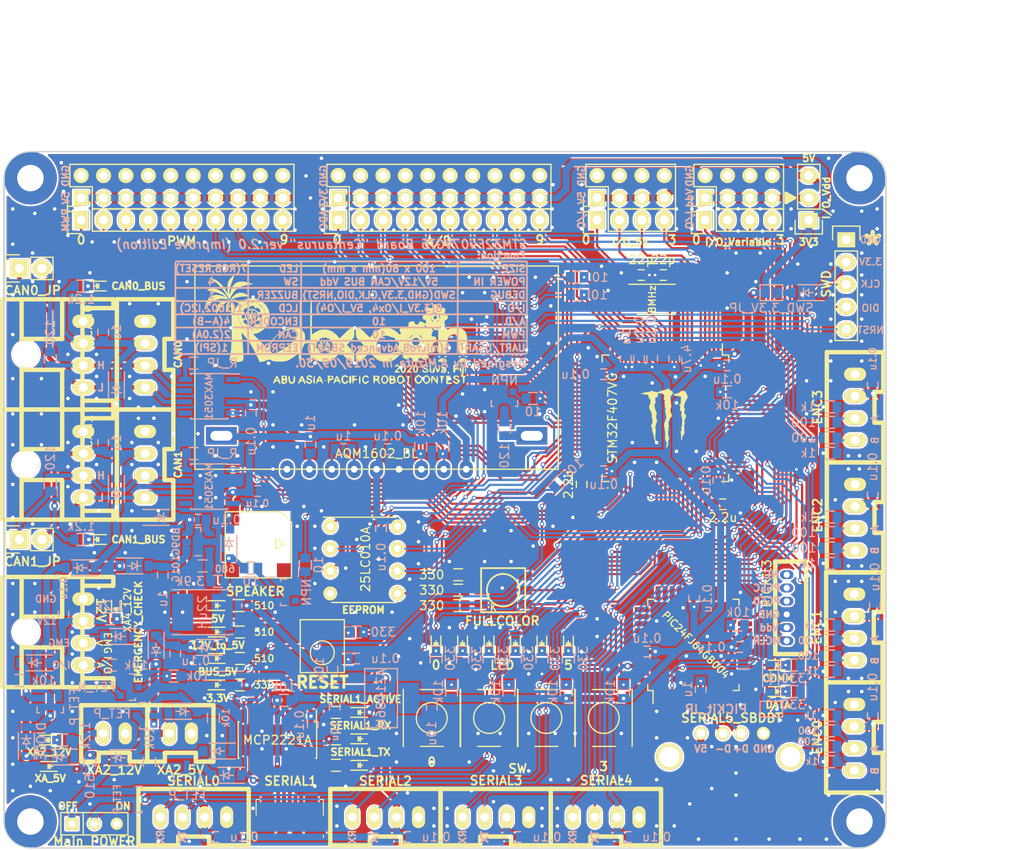
<source format=kicad_pcb>
(kicad_pcb (version 20171130) (host pcbnew "(5.1.4)-1")
  (layers (0 F.Cu signal) (31 B.Cu signal) (34 B.Paste user) (35 F.Paste user hide) (36 B.SilkS user) (37 F.SilkS user) (38 B.Mask user) (39 F.Mask user) (44 Edge.Cuts user))
  (net 0 "")
  (net 1 "Net-(C1-Pad1)")
  (net 2 GND)
  (net 3 +5V)
  (net 4 /OSC_OUT)
  (net 5 /NRST)
  (net 6 /OSC_IN)
  (net 7 "Net-(C18-Pad1)")
  (net 8 "Net-(C18-Pad2)")
  (net 9 +12V)
  (net 10 "Net-(D1-Pad2)")
  (net 11 "Net-(D2-Pad2)")
  (net 12 /BUS_5V)
  (net 13 "Net-(D15-Pad1)")
  (net 14 "Net-(IC1-Pad1)")
  (net 15 /USART1_TX)
  (net 16 /USART1_RX)
  (net 17 "Net-(IC1-Pad4)")
  (net 18 "Net-(IC1-Pad5)")
  (net 19 /D+)
  (net 20 /D-)
  (net 21 "Net-(IC1-Pad11)")
  (net 22 "Net-(IC1-Pad12)")
  (net 23 "Net-(IC1-Pad13)")
  (net 24 /MCLR)
  (net 25 "Net-(IC1-Pad19)")
  (net 26 "Net-(IC1-Pad20)")
  (net 27 /PGED1)
  (net 28 /PGEC1)
  (net 29 "Net-(IC1-Pad23)")
  (net 30 "Net-(IC1-Pad24)")
  (net 31 "Net-(IC1-Pad25)")
  (net 32 "Net-(IC1-Pad26)")
  (net 33 "Net-(IC1-Pad27)")
  (net 34 "Net-(IC1-Pad30)")
  (net 35 "Net-(IC1-Pad31)")
  (net 36 "Net-(IC1-Pad32)")
  (net 37 "Net-(IC1-Pad33)")
  (net 38 "Net-(IC1-Pad34)")
  (net 39 "Net-(IC1-Pad35)")
  (net 40 "Net-(IC1-Pad36)")
  (net 41 "Net-(IC1-Pad37)")
  (net 42 "Net-(IC1-Pad38)")
  (net 43 "Net-(IC1-Pad41)")
  (net 44 "Net-(IC1-Pad43)")
  (net 45 "Net-(IC1-Pad44)")
  (net 46 "Net-(P1-Pad6)")
  (net 47 "Net-(P2-Pad5)")
  (net 48 /USART3_TX)
  (net 49 /USART3_RX)
  (net 50 /TIM8_CH4)
  (net 51 /UART5_TX)
  (net 52 /UART5_RX)
  (net 53 "Net-(R25-Pad1)")
  (net 54 "Net-(C26-Pad1)")
  (net 55 "Net-(C27-Pad1)")
  (net 56 "Net-(U7-Pad1)")
  (net 57 "Net-(C29-Pad1)")
  (net 58 "Net-(C30-Pad2)")
  (net 59 "Net-(C30-Pad1)")
  (net 60 "Net-(D18-Pad1)")
  (net 61 "Net-(D20-Pad1)")
  (net 62 /CAN0_H)
  (net 63 /CAN1_H)
  (net 64 "Net-(LED1-Pad3)")
  (net 65 "Net-(P3-Pad3)")
  (net 66 "Net-(P3-Pad4)")
  (net 67 "Net-(P4-Pad4)")
  (net 68 "Net-(P4-Pad3)")
  (net 69 /D-_USB)
  (net 70 /D+_USB)
  (net 71 "Net-(P5-Pad4)")
  (net 72 "Net-(P5-Pad6)")
  (net 73 "Net-(P6-Pad4)")
  (net 74 "Net-(P6-Pad3)")
  (net 75 "Net-(P7-Pad3)")
  (net 76 "Net-(P7-Pad4)")
  (net 77 /CAN0_L)
  (net 78 /CAN1_L)
  (net 79 /SWCLK)
  (net 80 /SWDIO)
  (net 81 "Net-(Q4-Pad1)")
  (net 82 "Net-(Q5-Pad1)")
  (net 83 /TIM2_CH2)
  (net 84 /TIM2_CH1)
  (net 85 /TIM3_CH2)
  (net 86 /TIM3_CH1)
  (net 87 "Net-(R12-Pad1)")
  (net 88 /TIM4_CH2)
  (net 89 /TIM4_CH1)
  (net 90 /TIM5_CH2)
  (net 91 /TIM5_CH1)
  (net 92 /GP0)
  (net 93 /GP1)
  (net 94 /GP2)
  (net 95 /FB)
  (net 96 "Net-(R38-Pad2)")
  (net 97 "Net-(R39-Pad2)")
  (net 98 /I2C1_SDA)
  (net 99 /TIM10_CH1)
  (net 100 /I2C1_SCL)
  (net 101 /ADC12_IN10)
  (net 102 /ADC12_IN11)
  (net 103 /ADC12_IN2)
  (net 104 /ADC12_IN3)
  (net 105 /ADC12_IN4)
  (net 106 /TIM8_CH1)
  (net 107 /ADC12_IN14)
  (net 108 /ADC12_IN15)
  (net 109 /TIM8_CH2)
  (net 110 /ADC12_IN9)
  (net 111 /TIM1_CH1)
  (net 112 /TIM1_CH2)
  (net 113 /TIM1_CH3)
  (net 114 /TIM1_CH4)
  (net 115 /TIM12_CH1)
  (net 116 /TIM12_CH2)
  (net 117 /TIM8_CH3)
  (net 118 /TIM11_CH1)
  (net 119 "Net-(U3-Pad8)")
  (net 120 "Net-(U3-Pad9)")
  (net 121 "Net-(U3-Pad10)")
  (net 122 "Net-(U5-Pad5)")
  (net 123 /CAN1_RX)
  (net 124 /CAN1_TX)
  (net 125 /CAN2_TX)
  (net 126 /CAN2_RX)
  (net 127 "Net-(U6-Pad5)")
  (net 128 /PC15)
  (net 129 /PC13)
  (net 130 /PD11)
  (net 131 /TIM9_CH2)
  (net 132 /TIM9_CH1)
  (net 133 /PD3)
  (net 134 /PD10)
  (net 135 /PD14)
  (net 136 /PD15)
  (net 137 /PD4)
  (net 138 /PD7)
  (net 139 /PE0)
  (net 140 /PE1)
  (net 141 /PC14)
  (net 142 /PE2)
  (net 143 /PE3)
  (net 144 /PE4)
  (net 145 /SPI2_MISO)
  (net 146 /SPI2_MOSI)
  (net 147 /ADC12_IN5)
  (net 148 /ADC12_IN6)
  (net 149 /PB2)
  (net 150 /PE7)
  (net 151 /PE8)
  (net 152 /PE10)
  (net 153 /PE12)
  (net 154 /PE15)
  (net 155 /SPI2_SCK)
  (net 156 /PB11)
  (net 157 /USART6_TX)
  (net 158 /USART6_RX)
  (net 159 /USART2_TX)
  (net 160 /USART2_RX)
  (net 161 "Net-(R62-Pad1)")
  (net 162 "Net-(R63-Pad2)")
  (net 163 "Net-(R64-Pad2)")
  (net 164 /PA8)
  (net 165 "Net-(JP2-Pad1)")
  (net 166 "Net-(D26-Pad2)")
  (net 167 "Net-(D19-Pad2)")
  (net 168 "Net-(D21-Pad2)")
  (net 169 "Net-(D22-Pad2)")
  (net 170 "Net-(D23-Pad2)")
  (net 171 "Net-(D24-Pad2)")
  (net 172 "Net-(D25-Pad2)")
  (net 173 "Net-(JP1-Pad2)")
  (net 174 "Net-(R46-Pad2)")
  (net 175 "Net-(R47-Pad2)")
  (net 176 "Net-(R48-Pad2)")
  (net 177 /PD0)
  (net 178 /PD1)
  (net 179 "Net-(D3-Pad2)")
  (net 180 "Net-(D4-Pad2)")
  (net 181 "Net-(D5-Pad2)")
  (net 182 "Net-(C19-Pad1)")
  (net 183 /12V_TO_5V)
  (net 184 CAN0_BUS_Vdd)
  (net 185 CAN1_BUS_Vdd)
  (net 186 XA4_12V)
  (net 187 /CAN_BUS_12V)
  (net 188 "Net-(D35-Pad1)")
  (net 189 "Net-(D36-Pad1)")
  (net 190 "Net-(D37-Pad1)")
  (net 191 "Net-(D40-Pad1)")
  (net 192 /UART4_TX)
  (net 193 /UART4_RX)
  (net 194 /XA_12V)
  (net 195 "Net-(D7-Pad2)")
  (net 196 XA2_12V)
  (net 197 "Net-(D10-Pad2)")
  (net 198 XA2_5V)
  (net 199 "Net-(D12-Pad2)")
  (net 200 "Net-(D13-Pad1)")
  (net 201 "Net-(D16-Pad1)")
  (net 202 "Net-(D17-Pad1)")
  (net 203 "Net-(D30-Pad1)")
  (net 204 "Net-(Q5-Pad3)")
  (net 205 "Net-(Q6-Pad1)")
  (net 206 "Net-(P27-Pad4)")
  (net 207 "Net-(D40-Pad2)")
  (net 208 "Net-(D27-Pad1)")
  (net 209 "Net-(D11-Pad2)")
  (net 210 "Net-(D27-Pad2)")
  (net 211 "Net-(D28-Pad1)")
  (net 212 "Net-(D28-Pad2)")
  (net 213 "Net-(D1-Pad1)")
  (net 214 "Net-(D2-Pad1)")
  (net 215 "Net-(D31-Pad1)")
  (net 216 "Net-(R43-Pad1)")
  (net 217 "Net-(JP5-Pad2)")
  (net 218 "Net-(Q4-Pad3)")
  (net 219 +3V3)
  (module Mizz_lib:UGCT7525AN4 (layer F.Cu) (at 81.5 103.25)
    (fp_text reference SP1 hide)
    (fp_text value SPEAKER (at 0 5.65) (layer F.SilkS) (effects (font (thickness 0.2))))
    (pad 3 smd rect (at 3.6 3.6) (size 2.3 2.3) (layers F.Cu F.Paste F.Mask))
    (pad 2 smd rect (at -3 3.6) (size 2.3 2.3) (layers F.Cu F.Paste F.Mask) (net 61 "Net-(D20-Pad1)"))
    (pad 1 smd rect (at -3 -3) (size 2.3 2.3) (layers F.Cu F.Paste F.Mask) (net 219 +3V3))
  )
  (module Mizz_lib:SOT-123 (layer B.Cu) (at 85 109 270)
    (fp_text reference Q4 hide)
    (fp_text value NPN (at 0 -2.3 270) (layer B.SilkS) (effects (justify mirror)))
    (pad 1 smd rect (at 0.95 -1.00076 270) (size 0.8001 0.8001) (layers B.Cu B.Paste B.Mask) (net 81 "Net-(Q4-Pad1)"))
    (pad 2 smd rect (at -0.95 -1.00076 270) (size 0.8001 0.8001) (layers B.Cu B.Paste B.Mask) (net 2 GND))
    (pad 3 smd rect (at 0 0.99822 270) (size 0.8001 0.8001) (layers B.Cu B.Paste B.Mask) (net 218 "Net-(Q4-Pad3)"))
  )
  (module Mizz_lib:SW_SPST_PTS645 (layer F.Cu) (at 114.5 123.25 90)
    (fp_text reference SW4 hide)
    (fp_text value SW2 hide)
    (pad 2 smd rect (at 3.975 2.25 90) (size 1.55 1.3) (layers F.Cu F.Paste F.Mask) (net 137 /PD4))
    (pad 1 smd rect (at 3.975 -2.25 90) (size 1.55 1.3) (layers F.Cu F.Paste F.Mask) (net 2 GND))
    (pad 1 smd rect (at -3.975 -2.25 90) (size 1.55 1.3) (layers F.Cu F.Paste F.Mask) (net 2 GND))
    (pad 2 smd rect (at -3.975 2.25 90) (size 1.55 1.3) (layers F.Cu F.Paste F.Mask) (net 137 /PD4))
  )
  (module Mizz_lib:LQFP-44_10x10mm_Pitch0.8mm (layer F.Cu) (at 131.17 114.96 90)
    (fp_text reference IC1 hide)
    (fp_text value PIC24FJ64GB004 (at 0 0.25 135) (layer F.SilkS) (effects (font (size 0.8 0.8))))
    (pad 1 smd rect (at -5.85 -4 90) (size 1.6 0.56) (layers F.Cu F.Paste F.Mask) (net 14 "Net-(IC1-Pad1)"))
    (pad 2 smd rect (at -5.85 -3.2 90) (size 1.6 0.56) (layers F.Cu F.Paste F.Mask) (net 160 /USART2_RX))
    (pad 3 smd rect (at -5.85 -2.4 90) (size 1.6 0.56) (layers F.Cu F.Paste F.Mask) (net 159 /USART2_TX))
    (pad 4 smd rect (at -5.85 -1.6 90) (size 1.6 0.56) (layers F.Cu F.Paste F.Mask) (net 17 "Net-(IC1-Pad4)"))
    (pad 5 smd rect (at -5.85 -0.8 90) (size 1.6 0.56) (layers F.Cu F.Paste F.Mask) (net 18 "Net-(IC1-Pad5)"))
    (pad 6 smd rect (at -5.85 0 90) (size 1.6 0.56) (layers F.Cu F.Paste F.Mask) (net 2 GND))
    (pad 7 smd rect (at -5.85 0.8 90) (size 1.6 0.56) (layers F.Cu F.Paste F.Mask) (net 1 "Net-(C1-Pad1)"))
    (pad 8 smd rect (at -5.85 1.6 90) (size 1.6 0.56) (layers F.Cu F.Paste F.Mask) (net 19 /D+))
    (pad 9 smd rect (at -5.85 2.4 90) (size 1.6 0.56) (layers F.Cu F.Paste F.Mask) (net 20 /D-))
    (pad 10 smd rect (at -5.85 3.2 90) (size 1.6 0.56) (layers F.Cu F.Paste F.Mask) (net 219 +3V3))
    (pad 11 smd rect (at -5.85 4 90) (size 1.6 0.56) (layers F.Cu F.Paste F.Mask) (net 21 "Net-(IC1-Pad11)"))
    (pad 12 smd rect (at -4 5.85 180) (size 1.6 0.56) (layers F.Cu F.Paste F.Mask) (net 22 "Net-(IC1-Pad12)"))
    (pad 13 smd rect (at -3.2 5.85 180) (size 1.6 0.56) (layers F.Cu F.Paste F.Mask) (net 23 "Net-(IC1-Pad13)"))
    (pad 14 smd rect (at -2.4 5.85 180) (size 1.6 0.56) (layers F.Cu F.Paste F.Mask) (net 10 "Net-(D1-Pad2)"))
    (pad 15 smd rect (at -1.6 5.85 180) (size 1.6 0.56) (layers F.Cu F.Paste F.Mask) (net 11 "Net-(D2-Pad2)"))
    (pad 16 smd rect (at -0.8 5.85 180) (size 1.6 0.56) (layers F.Cu F.Paste F.Mask) (net 2 GND))
    (pad 17 smd rect (at 0 5.85 180) (size 1.6 0.56) (layers F.Cu F.Paste F.Mask) (net 219 +3V3))
    (pad 18 smd rect (at 0.8 5.85 180) (size 1.6 0.56) (layers F.Cu F.Paste F.Mask) (net 24 /MCLR))
    (pad 19 smd rect (at 1.6 5.85 180) (size 1.6 0.56) (layers F.Cu F.Paste F.Mask) (net 25 "Net-(IC1-Pad19)"))
    (pad 20 smd rect (at 2.4 5.85 180) (size 1.6 0.56) (layers F.Cu F.Paste F.Mask) (net 26 "Net-(IC1-Pad20)"))
    (pad 21 smd rect (at 3.2 5.85 180) (size 1.6 0.56) (layers F.Cu F.Paste F.Mask) (net 27 /PGED1))
    (pad 22 smd rect (at 4 5.85 180) (size 1.6 0.56) (layers F.Cu F.Paste F.Mask) (net 28 /PGEC1))
    (pad 23 smd rect (at 5.85 4 90) (size 1.6 0.56) (layers F.Cu F.Paste F.Mask) (net 29 "Net-(IC1-Pad23)"))
    (pad 24 smd rect (at 5.85 3.2 90) (size 1.6 0.56) (layers F.Cu F.Paste F.Mask) (net 30 "Net-(IC1-Pad24)"))
    (pad 25 smd rect (at 5.85 2.4 90) (size 1.6 0.56) (layers F.Cu F.Paste F.Mask) (net 31 "Net-(IC1-Pad25)"))
    (pad 26 smd rect (at 5.85 1.6 90) (size 1.6 0.56) (layers F.Cu F.Paste F.Mask) (net 32 "Net-(IC1-Pad26)"))
    (pad 27 smd rect (at 5.85 0.8 90) (size 1.6 0.56) (layers F.Cu F.Paste F.Mask) (net 33 "Net-(IC1-Pad27)"))
    (pad 28 smd rect (at 5.85 0 90) (size 1.6 0.56) (layers F.Cu F.Paste F.Mask) (net 219 +3V3))
    (pad 29 smd rect (at 5.85 -0.8 90) (size 1.6 0.56) (layers F.Cu F.Paste F.Mask) (net 2 GND))
    (pad 30 smd rect (at 5.85 -1.6 90) (size 1.6 0.56) (layers F.Cu F.Paste F.Mask) (net 34 "Net-(IC1-Pad30)"))
    (pad 31 smd rect (at 5.85 -2.4 90) (size 1.6 0.56) (layers F.Cu F.Paste F.Mask) (net 35 "Net-(IC1-Pad31)"))
    (pad 32 smd rect (at 5.85 -3.2 90) (size 1.6 0.56) (layers F.Cu F.Paste F.Mask) (net 36 "Net-(IC1-Pad32)"))
    (pad 33 smd rect (at 5.85 -4 90) (size 1.6 0.56) (layers F.Cu F.Paste F.Mask) (net 37 "Net-(IC1-Pad33)"))
    (pad 34 smd rect (at 4 -5.85 180) (size 1.6 0.56) (layers F.Cu F.Paste F.Mask) (net 38 "Net-(IC1-Pad34)"))
    (pad 35 smd rect (at 3.2 -5.85 180) (size 1.6 0.56) (layers F.Cu F.Paste F.Mask) (net 39 "Net-(IC1-Pad35)"))
    (pad 36 smd rect (at 2.4 -5.85 180) (size 1.6 0.56) (layers F.Cu F.Paste F.Mask) (net 40 "Net-(IC1-Pad36)"))
    (pad 37 smd rect (at 1.6 -5.85 180) (size 1.6 0.56) (layers F.Cu F.Paste F.Mask) (net 41 "Net-(IC1-Pad37)"))
    (pad 38 smd rect (at 0.8 -5.85 180) (size 1.6 0.56) (layers F.Cu F.Paste F.Mask) (net 42 "Net-(IC1-Pad38)"))
    (pad 39 smd rect (at 0 -5.85 180) (size 1.6 0.56) (layers F.Cu F.Paste F.Mask) (net 2 GND))
    (pad 40 smd rect (at -0.8 -5.85 180) (size 1.6 0.56) (layers F.Cu F.Paste F.Mask) (net 219 +3V3))
    (pad 41 smd rect (at -1.6 -5.85 180) (size 1.6 0.56) (layers F.Cu F.Paste F.Mask) (net 43 "Net-(IC1-Pad41)"))
    (pad 42 smd rect (at -2.4 -5.85 180) (size 1.6 0.56) (layers F.Cu F.Paste F.Mask) (net 3 +5V))
    (pad 43 smd rect (at -3.2 -5.85 180) (size 1.6 0.56) (layers F.Cu F.Paste F.Mask) (net 44 "Net-(IC1-Pad43)"))
    (pad 44 smd rect (at -4 -5.85 180) (size 1.6 0.56) (layers F.Cu F.Paste F.Mask) (net 45 "Net-(IC1-Pad44)"))
  )
  (module Mizz_lib:Pin_Header_Straight_2x04 (layer F.Cu) (at 132.5 64.25 90)
    (fp_text reference P31 hide)
    (fp_text value I/O_Variable hide)
    (pad 8 thru_hole oval (at 2.54 7.62 90) (size 1.7272 1.7272) (drill 1.016) (layers *.Cu *.Mask F.SilkS) (net 2 GND))
    (pad 7 thru_hole oval (at 0 7.62 90) (size 1.7272 1.7272) (drill 1.016) (layers *.Cu *.Mask F.SilkS) (net 217 "Net-(JP5-Pad2)"))
    (pad 6 thru_hole oval (at 2.54 5.08 90) (size 1.7272 1.7272) (drill 1.016) (layers *.Cu *.Mask F.SilkS) (net 2 GND))
    (pad 5 thru_hole oval (at 0 5.08 90) (size 1.7272 1.7272) (drill 1.016) (layers *.Cu *.Mask F.SilkS) (net 217 "Net-(JP5-Pad2)"))
    (pad 4 thru_hole oval (at 2.54 2.54 90) (size 1.7272 1.7272) (drill 1.016) (layers *.Cu *.Mask F.SilkS) (net 2 GND))
    (pad 3 thru_hole oval (at 0 2.54 90) (size 1.7272 1.7272) (drill 1.016) (layers *.Cu *.Mask F.SilkS) (net 217 "Net-(JP5-Pad2)"))
    (pad 2 thru_hole oval (at 2.54 0 90) (size 1.7272 1.7272) (drill 1.016) (layers *.Cu *.Mask F.SilkS) (net 2 GND))
    (pad 1 thru_hole rect (at 0 0 90) (size 1.7272 1.7272) (drill 1.016) (layers *.Cu *.Mask F.SilkS) (net 217 "Net-(JP5-Pad2)"))
  )
  (module Mizz_lib:XA_4T (layer F.Cu) (at 149.42 116.71 90)
    (fp_text reference P7 hide)
    (fp_text value ENC1 (at 3.75 -4.25 90) (layer F.SilkS) (effects (font (thickness 0.2))))
    (pad 1 thru_hole oval (at 7.5 0 90) (size 1.5 2.5) (drill 1) (layers *.Cu *.Mask F.SilkS) (net 2 GND))
    (pad 2 thru_hole oval (at 5 0 90) (size 1.5 2.5) (drill 1) (layers *.Cu *.Mask F.SilkS) (net 3 +5V))
    (pad 3 thru_hole oval (at 2.5 0 90) (size 1.5 2.5) (drill 1) (layers *.Cu *.Mask F.SilkS) (net 75 "Net-(P7-Pad3)"))
    (pad 4 thru_hole oval (at 0 0 90) (size 1.5 2.5) (drill 1) (layers *.Cu *.Mask F.SilkS) (net 76 "Net-(P7-Pad4)"))
  )
  (module Mizz_lib:USB_A (layer F.Cu) (at 132 124.99788)
    (fp_text reference P2 hide)
    (fp_text value SERIAL5_SBDBT (at 3.5 -1.74788) (layer F.SilkS) (effects (font (thickness 0.2))))
    (pad 4 thru_hole circle (at 7.11286 -0.00212 270) (size 1.50114 1.50114) (drill 1.00076) (layers *.Cu *.Mask F.SilkS) (net 2 GND))
    (pad 3 thru_hole circle (at 4.57286 -0.00212 270) (size 1.50114 1.50114) (drill 1.00076) (layers *.Cu *.Mask F.SilkS) (net 19 /D+))
    (pad 2 thru_hole circle (at 2.54086 -0.00212 270) (size 1.50114 1.50114) (drill 1.00076) (layers *.Cu *.Mask F.SilkS) (net 20 /D-))
    (pad 1 thru_hole circle (at 0.00086 -0.00212 270) (size 1.50114 1.50114) (drill 1.00076) (layers *.Cu *.Mask F.SilkS) (net 3 +5V))
    (pad 5 thru_hole circle (at 10.16086 2.66488 270) (size 2.99974 2.99974) (drill 2.30124) (layers *.Cu *.Mask F.SilkS) (net 47 "Net-(P2-Pad5)"))
    (pad 5 thru_hole circle (at -3.55514 2.66488 270) (size 2.99974 2.99974) (drill 2.30124) (layers *.Cu *.Mask F.SilkS) (net 47 "Net-(P2-Pad5)"))
  )
  (module Mizz_lib:AQM1602_BL_Fad (layer F.Cu) (at 95.25 83.5)
    (fp_text reference U7 hide)
    (fp_text value AQM1602_BL (at 0 9.75) (layer F.SilkS))
    (pad 1 thru_hole oval (at -10.16 11.535) (size 1.5 2) (drill 0.762) (layers *.Cu *.Mask) (net 56 "Net-(U7-Pad1)"))
    (pad 2 thru_hole oval (at -7.62 11.535) (size 1.5 2) (drill 0.762) (layers *.Cu *.Mask) (net 57 "Net-(C29-Pad1)"))
    (pad 3 thru_hole oval (at -5.08 11.535) (size 1.5 2) (drill 0.762) (layers *.Cu *.Mask) (net 59 "Net-(C30-Pad1)"))
    (pad 4 thru_hole oval (at -2.54 11.535) (size 1.5 2) (drill 0.762) (layers *.Cu *.Mask) (net 58 "Net-(C30-Pad2)"))
    (pad 5 thru_hole oval (at 0 11.535) (size 1.5 2) (drill 0.762) (layers *.Cu *.Mask) (net 219 +3V3))
    (pad 6 thru_hole oval (at 2.54 11.535) (size 1.5 2) (drill 0.762) (layers *.Cu *.Mask) (net 2 GND))
    (pad 7 thru_hole oval (at 5.08 11.535) (size 1.5 2) (drill 0.762) (layers *.Cu *.Mask) (net 98 /I2C1_SDA))
    (pad 8 thru_hole oval (at 7.62 11.535) (size 1.5 2) (drill 0.762) (layers *.Cu *.Mask) (net 100 /I2C1_SCL))
    (pad 9 thru_hole oval (at 10.16 11.535) (size 1.5 2) (drill 0.762) (layers *.Cu *.Mask) (net 219 +3V3))
    (pad 10 thru_hole rect (at -17.6 7.735) (size 3.5 2) (drill oval 2.5 1.1) (layers *.Cu *.Mask) (net 219 +3V3))
    (pad 11 thru_hole rect (at 17.6 7.735) (size 3.5 2) (drill oval 2.5 1.1) (layers *.Cu *.Mask) (net 216 "Net-(R43-Pad1)"))
  )
  (module Mizz_lib:XA_4LC (layer F.Cu) (at 62 109.75 270)
    (fp_text reference P27 hide)
    (fp_text value EMERGENCY_CHECK (at 3.75 -6.25 270) (layer F.SilkS) (effects (font (size 0.8 0.8) (thickness 0.2))))
    (pad 1 thru_hole oval (at 0 0 270) (size 1.5 2.5) (drill 1) (layers *.Cu *.Mask F.SilkS) (net 2 GND))
    (pad 2 thru_hole oval (at 2.5 0 270) (size 1.5 2.5) (drill 1) (layers *.Cu *.Mask F.SilkS) (net 186 XA4_12V))
    (pad 3 thru_hole oval (at 5 0 270) (size 1.5 2.5) (drill 1) (layers *.Cu *.Mask F.SilkS) (net 166 "Net-(D26-Pad2)"))
    (pad 4 thru_hole oval (at 7.5 0 270) (size 1.5 2.5) (drill 1) (layers *.Cu *.Mask F.SilkS) (net 206 "Net-(P27-Pad4)"))
    (pad "" thru_hole circle (at 3.75 6.5 270) (size 3 3) (drill 3) (layers *.Cu *.Mask F.SilkS) (clearance -0.3))
  )
  (module Mizz_lib:SOIC-8_3.9x4.9mm_Pitch1.27mm (layer B.Cu) (at 76.25 86.75 180)
    (fp_text reference U5 hide)
    (fp_text value MAX3051 (at 0 0 270) (layer B.SilkS) (effects (font (size 0.8 0.8)) (justify mirror)))
    (pad 8 smd rect (at 2.7 1.905 180) (size 1.55 0.6) (layers B.Cu B.Paste B.Mask) (net 96 "Net-(R38-Pad2)"))
    (pad 7 smd rect (at 2.7 0.635 180) (size 1.55 0.6) (layers B.Cu B.Paste B.Mask) (net 62 /CAN0_H))
    (pad 6 smd rect (at 2.7 -0.635 180) (size 1.55 0.6) (layers B.Cu B.Paste B.Mask) (net 77 /CAN0_L))
    (pad 5 smd rect (at 2.7 -1.905 180) (size 1.55 0.6) (layers B.Cu B.Paste B.Mask) (net 122 "Net-(U5-Pad5)"))
    (pad 4 smd rect (at -2.7 -1.905 180) (size 1.55 0.6) (layers B.Cu B.Paste B.Mask) (net 123 /CAN1_RX))
    (pad 3 smd rect (at -2.7 -0.635 180) (size 1.55 0.6) (layers B.Cu B.Paste B.Mask) (net 219 +3V3))
    (pad 2 smd rect (at -2.7 0.635 180) (size 1.55 0.6) (layers B.Cu B.Paste B.Mask) (net 2 GND))
    (pad 1 smd rect (at -2.7 1.905 180) (size 1.55 0.6) (layers B.Cu B.Paste B.Mask) (net 124 /CAN1_TX))
  )
  (module Mizz_lib:Pin_Header_Straight_1x10 (layer F.Cu) (at 90.89 66.75 90)
    (fp_text reference P23 hide)
    (fp_text value A/D (at -2.4 11.4 180) (layer F.SilkS) (effects (font (thickness 0.2))))
    (pad 1 thru_hole rect (at 0 0 90) (size 2.032 1.7272) (drill 1.016) (layers *.Cu *.Mask F.SilkS) (net 110 /ADC12_IN9))
    (pad 2 thru_hole oval (at 0 2.54 90) (size 2.032 1.7272) (drill 1.016) (layers *.Cu *.Mask F.SilkS) (net 108 /ADC12_IN15))
    (pad 3 thru_hole oval (at 0 5.08 90) (size 2.032 1.7272) (drill 1.016) (layers *.Cu *.Mask F.SilkS) (net 107 /ADC12_IN14))
    (pad 4 thru_hole oval (at 0 7.62 90) (size 2.032 1.7272) (drill 1.016) (layers *.Cu *.Mask F.SilkS) (net 148 /ADC12_IN6))
    (pad 5 thru_hole oval (at 0 10.16 90) (size 2.032 1.7272) (drill 1.016) (layers *.Cu *.Mask F.SilkS) (net 147 /ADC12_IN5))
    (pad 6 thru_hole oval (at 0 12.7 90) (size 2.032 1.7272) (drill 1.016) (layers *.Cu *.Mask F.SilkS) (net 105 /ADC12_IN4))
    (pad 7 thru_hole oval (at 0 15.24 90) (size 2.032 1.7272) (drill 1.016) (layers *.Cu *.Mask F.SilkS) (net 104 /ADC12_IN3))
    (pad 8 thru_hole oval (at 0 17.78 90) (size 2.032 1.7272) (drill 1.016) (layers *.Cu *.Mask F.SilkS) (net 103 /ADC12_IN2))
    (pad 9 thru_hole oval (at 0 20.32 90) (size 2.032 1.7272) (drill 1.016) (layers *.Cu *.Mask F.SilkS) (net 102 /ADC12_IN11))
    (pad 10 thru_hole oval (at 0 22.86 90) (size 2.032 1.7272) (drill 1.016) (layers *.Cu *.Mask F.SilkS) (net 101 /ADC12_IN10))
  )
  (module Mizz_lib:XA_4T (layer F.Cu) (at 70.75 134.5)
    (fp_text reference P16 hide)
    (fp_text value SERIAL0 (at 3.75 -4.1) (layer F.SilkS) (effects (font (thickness 0.2))))
    (pad 1 thru_hole oval (at 7.5 0) (size 1.5 2.5) (drill 1) (layers *.Cu *.Mask F.SilkS) (net 2 GND))
    (pad 2 thru_hole oval (at 5 0) (size 1.5 2.5) (drill 1) (layers *.Cu *.Mask F.SilkS) (net 3 +5V))
    (pad 3 thru_hole oval (at 2.5 0) (size 1.5 2.5) (drill 1) (layers *.Cu *.Mask F.SilkS) (net 15 /USART1_TX))
    (pad 4 thru_hole oval (at 0 0) (size 1.5 2.5) (drill 1) (layers *.Cu *.Mask F.SilkS) (net 16 /USART1_RX))
  )
  (module Mizz_lib:Mini_Monster (layer F.Cu) (at 128 89.25)
    (fp_text reference U9 hide)
    (fp_text value LOGO hide)
  )
  (module Mizz_lib:TQFP-100_14x14mm_Pitch0.5mm (layer F.Cu) (at 128 89.25 270)
    (fp_text reference U1 hide)
    (fp_text value STM32F407VG (at 0 6 270) (layer F.SilkS))
    (pad 1 smd rect (at -7.7 -6 270) (size 1.5 0.3) (layers F.Cu F.Paste F.Mask) (net 142 /PE2))
    (pad 2 smd rect (at -7.7 -5.5 270) (size 1.5 0.3) (layers F.Cu F.Paste F.Mask) (net 143 /PE3))
    (pad 3 smd rect (at -7.7 -5 270) (size 1.5 0.3) (layers F.Cu F.Paste F.Mask) (net 144 /PE4))
    (pad 4 smd rect (at -7.7 -4.5 270) (size 1.5 0.3) (layers F.Cu F.Paste F.Mask) (net 132 /TIM9_CH1))
    (pad 5 smd rect (at -7.7 -4 270) (size 1.5 0.3) (layers F.Cu F.Paste F.Mask) (net 131 /TIM9_CH2))
    (pad 6 smd rect (at -7.7 -3.5 270) (size 1.5 0.3) (layers F.Cu F.Paste F.Mask) (net 219 +3V3))
    (pad 7 smd rect (at -7.7 -3 270) (size 1.5 0.3) (layers F.Cu F.Paste F.Mask) (net 129 /PC13))
    (pad 8 smd rect (at -7.7 -2.5 270) (size 1.5 0.3) (layers F.Cu F.Paste F.Mask) (net 141 /PC14))
    (pad 9 smd rect (at -7.7 -2 270) (size 1.5 0.3) (layers F.Cu F.Paste F.Mask) (net 128 /PC15))
    (pad 10 smd rect (at -7.7 -1.5 270) (size 1.5 0.3) (layers F.Cu F.Paste F.Mask) (net 2 GND))
    (pad 11 smd rect (at -7.7 -1 270) (size 1.5 0.3) (layers F.Cu F.Paste F.Mask) (net 219 +3V3))
    (pad 12 smd rect (at -7.7 -0.5 270) (size 1.5 0.3) (layers F.Cu F.Paste F.Mask) (net 6 /OSC_IN))
    (pad 13 smd rect (at -7.7 0 270) (size 1.5 0.3) (layers F.Cu F.Paste F.Mask) (net 4 /OSC_OUT))
    (pad 14 smd rect (at -7.7 0.5 270) (size 1.5 0.3) (layers F.Cu F.Paste F.Mask) (net 5 /NRST))
    (pad 15 smd rect (at -7.7 1 270) (size 1.5 0.3) (layers F.Cu F.Paste F.Mask) (net 101 /ADC12_IN10))
    (pad 16 smd rect (at -7.7 1.5 270) (size 1.5 0.3) (layers F.Cu F.Paste F.Mask) (net 102 /ADC12_IN11))
    (pad 17 smd rect (at -7.7 2 270) (size 1.5 0.3) (layers F.Cu F.Paste F.Mask) (net 145 /SPI2_MISO))
    (pad 18 smd rect (at -7.7 2.5 270) (size 1.5 0.3) (layers F.Cu F.Paste F.Mask) (net 146 /SPI2_MOSI))
    (pad 19 smd rect (at -7.7 3 270) (size 1.5 0.3) (layers F.Cu F.Paste F.Mask) (net 219 +3V3))
    (pad 20 smd rect (at -7.7 3.5 270) (size 1.5 0.3) (layers F.Cu F.Paste F.Mask) (net 2 GND))
    (pad 21 smd rect (at -7.7 4 270) (size 1.5 0.3) (layers F.Cu F.Paste F.Mask) (net 219 +3V3))
    (pad 22 smd rect (at -7.7 4.5 270) (size 1.5 0.3) (layers F.Cu F.Paste F.Mask) (net 219 +3V3))
    (pad 23 smd rect (at -7.7 5 270) (size 1.5 0.3) (layers F.Cu F.Paste F.Mask) (net 91 /TIM5_CH1))
    (pad 24 smd rect (at -7.7 5.5 270) (size 1.5 0.3) (layers F.Cu F.Paste F.Mask) (net 90 /TIM5_CH2))
    (pad 25 smd rect (at -7.7 6 270) (size 1.5 0.3) (layers F.Cu F.Paste F.Mask) (net 103 /ADC12_IN2))
    (pad 26 smd rect (at -6 7.7) (size 1.5 0.3) (layers F.Cu F.Paste F.Mask) (net 104 /ADC12_IN3))
    (pad 27 smd rect (at -5.5 7.7) (size 1.5 0.3) (layers F.Cu F.Paste F.Mask) (net 2 GND))
    (pad 28 smd rect (at -5 7.7) (size 1.5 0.3) (layers F.Cu F.Paste F.Mask) (net 219 +3V3))
    (pad 29 smd rect (at -4.5 7.7) (size 1.5 0.3) (layers F.Cu F.Paste F.Mask) (net 105 /ADC12_IN4))
    (pad 30 smd rect (at -4 7.7) (size 1.5 0.3) (layers F.Cu F.Paste F.Mask) (net 147 /ADC12_IN5))
    (pad 31 smd rect (at -3.5 7.7) (size 1.5 0.3) (layers F.Cu F.Paste F.Mask) (net 148 /ADC12_IN6))
    (pad 32 smd rect (at -3 7.7) (size 1.5 0.3) (layers F.Cu F.Paste F.Mask) (net 106 /TIM8_CH1))
    (pad 33 smd rect (at -2.5 7.7) (size 1.5 0.3) (layers F.Cu F.Paste F.Mask) (net 107 /ADC12_IN14))
    (pad 34 smd rect (at -2 7.7) (size 1.5 0.3) (layers F.Cu F.Paste F.Mask) (net 108 /ADC12_IN15))
    (pad 35 smd rect (at -1.5 7.7) (size 1.5 0.3) (layers F.Cu F.Paste F.Mask) (net 109 /TIM8_CH2))
    (pad 36 smd rect (at -1 7.7) (size 1.5 0.3) (layers F.Cu F.Paste F.Mask) (net 110 /ADC12_IN9))
    (pad 37 smd rect (at -0.5 7.7) (size 1.5 0.3) (layers F.Cu F.Paste F.Mask) (net 149 /PB2))
    (pad 38 smd rect (at 0 7.7) (size 1.5 0.3) (layers F.Cu F.Paste F.Mask) (net 150 /PE7))
    (pad 39 smd rect (at 0.5 7.7) (size 1.5 0.3) (layers F.Cu F.Paste F.Mask) (net 151 /PE8))
    (pad 40 smd rect (at 1 7.7) (size 1.5 0.3) (layers F.Cu F.Paste F.Mask) (net 111 /TIM1_CH1))
    (pad 41 smd rect (at 1.5 7.7) (size 1.5 0.3) (layers F.Cu F.Paste F.Mask) (net 152 /PE10))
    (pad 42 smd rect (at 2 7.7) (size 1.5 0.3) (layers F.Cu F.Paste F.Mask) (net 112 /TIM1_CH2))
    (pad 43 smd rect (at 2.5 7.7) (size 1.5 0.3) (layers F.Cu F.Paste F.Mask) (net 153 /PE12))
    (pad 44 smd rect (at 3 7.7) (size 1.5 0.3) (layers F.Cu F.Paste F.Mask) (net 113 /TIM1_CH3))
    (pad 45 smd rect (at 3.5 7.7) (size 1.5 0.3) (layers F.Cu F.Paste F.Mask) (net 114 /TIM1_CH4))
    (pad 46 smd rect (at 4 7.7) (size 1.5 0.3) (layers F.Cu F.Paste F.Mask) (net 154 /PE15))
    (pad 47 smd rect (at 4.5 7.7) (size 1.5 0.3) (layers F.Cu F.Paste F.Mask) (net 155 /SPI2_SCK))
    (pad 48 smd rect (at 5 7.7) (size 1.5 0.3) (layers F.Cu F.Paste F.Mask) (net 156 /PB11))
    (pad 49 smd rect (at 5.5 7.7) (size 1.5 0.3) (layers F.Cu F.Paste F.Mask) (net 54 "Net-(C26-Pad1)"))
    (pad 50 smd rect (at 6 7.7) (size 1.5 0.3) (layers F.Cu F.Paste F.Mask) (net 219 +3V3))
    (pad 51 smd rect (at 7.7 6 270) (size 1.5 0.3) (layers F.Cu F.Paste F.Mask) (net 126 /CAN2_RX))
    (pad 52 smd rect (at 7.7 5.5 270) (size 1.5 0.3) (layers F.Cu F.Paste F.Mask) (net 125 /CAN2_TX))
    (pad 53 smd rect (at 7.7 5 270) (size 1.5 0.3) (layers F.Cu F.Paste F.Mask) (net 115 /TIM12_CH1))
    (pad 54 smd rect (at 7.7 4.5 270) (size 1.5 0.3) (layers F.Cu F.Paste F.Mask) (net 116 /TIM12_CH2))
    (pad 55 smd rect (at 7.7 4 270) (size 1.5 0.3) (layers F.Cu F.Paste F.Mask) (net 48 /USART3_TX))
    (pad 56 smd rect (at 7.7 3.5 270) (size 1.5 0.3) (layers F.Cu F.Paste F.Mask) (net 49 /USART3_RX))
    (pad 57 smd rect (at 7.7 3 270) (size 1.5 0.3) (layers F.Cu F.Paste F.Mask) (net 134 /PD10))
    (pad 58 smd rect (at 7.7 2.5 270) (size 1.5 0.3) (layers F.Cu F.Paste F.Mask) (net 130 /PD11))
    (pad 59 smd rect (at 7.7 2 270) (size 1.5 0.3) (layers F.Cu F.Paste F.Mask) (net 89 /TIM4_CH1))
    (pad 60 smd rect (at 7.7 1.5 270) (size 1.5 0.3) (layers F.Cu F.Paste F.Mask) (net 88 /TIM4_CH2))
    (pad 61 smd rect (at 7.7 1 270) (size 1.5 0.3) (layers F.Cu F.Paste F.Mask) (net 135 /PD14))
    (pad 62 smd rect (at 7.7 0.5 270) (size 1.5 0.3) (layers F.Cu F.Paste F.Mask) (net 136 /PD15))
    (pad 63 smd rect (at 7.7 0 270) (size 1.5 0.3) (layers F.Cu F.Paste F.Mask) (net 157 /USART6_TX))
    (pad 64 smd rect (at 7.7 -0.5 270) (size 1.5 0.3) (layers F.Cu F.Paste F.Mask) (net 158 /USART6_RX))
    (pad 65 smd rect (at 7.7 -1 270) (size 1.5 0.3) (layers F.Cu F.Paste F.Mask) (net 117 /TIM8_CH3))
    (pad 66 smd rect (at 7.7 -1.5 270) (size 1.5 0.3) (layers F.Cu F.Paste F.Mask) (net 50 /TIM8_CH4))
    (pad 67 smd rect (at 7.7 -2 270) (size 1.5 0.3) (layers F.Cu F.Paste F.Mask) (net 164 /PA8))
    (pad 68 smd rect (at 7.7 -2.5 270) (size 1.5 0.3) (layers F.Cu F.Paste F.Mask) (net 15 /USART1_TX))
    (pad 69 smd rect (at 7.7 -3 270) (size 1.5 0.3) (layers F.Cu F.Paste F.Mask) (net 16 /USART1_RX))
    (pad 70 smd rect (at 7.7 -3.5 270) (size 1.5 0.3) (layers F.Cu F.Paste F.Mask) (net 123 /CAN1_RX))
    (pad 71 smd rect (at 7.7 -4 270) (size 1.5 0.3) (layers F.Cu F.Paste F.Mask) (net 124 /CAN1_TX))
    (pad 72 smd rect (at 7.7 -4.5 270) (size 1.5 0.3) (layers F.Cu F.Paste F.Mask) (net 80 /SWDIO))
    (pad 73 smd rect (at 7.7 -5 270) (size 1.5 0.3) (layers F.Cu F.Paste F.Mask) (net 55 "Net-(C27-Pad1)"))
    (pad 74 smd rect (at 7.7 -5.5 270) (size 1.5 0.3) (layers F.Cu F.Paste F.Mask) (net 2 GND))
    (pad 75 smd rect (at 7.7 -6 270) (size 1.5 0.3) (layers F.Cu F.Paste F.Mask) (net 219 +3V3))
    (pad 76 smd rect (at 6 -7.7) (size 1.5 0.3) (layers F.Cu F.Paste F.Mask) (net 79 /SWCLK))
    (pad 77 smd rect (at 5.5 -7.7) (size 1.5 0.3) (layers F.Cu F.Paste F.Mask) (net 84 /TIM2_CH1))
    (pad 78 smd rect (at 5 -7.7) (size 1.5 0.3) (layers F.Cu F.Paste F.Mask) (net 192 /UART4_TX))
    (pad 79 smd rect (at 4.5 -7.7) (size 1.5 0.3) (layers F.Cu F.Paste F.Mask) (net 193 /UART4_RX))
    (pad 80 smd rect (at 4 -7.7) (size 1.5 0.3) (layers F.Cu F.Paste F.Mask) (net 51 /UART5_TX))
    (pad 81 smd rect (at 3.5 -7.7) (size 1.5 0.3) (layers F.Cu F.Paste F.Mask) (net 177 /PD0))
    (pad 82 smd rect (at 3 -7.7) (size 1.5 0.3) (layers F.Cu F.Paste F.Mask) (net 178 /PD1))
    (pad 83 smd rect (at 2.5 -7.7) (size 1.5 0.3) (layers F.Cu F.Paste F.Mask) (net 52 /UART5_RX))
    (pad 84 smd rect (at 2 -7.7) (size 1.5 0.3) (layers F.Cu F.Paste F.Mask) (net 133 /PD3))
    (pad 85 smd rect (at 1.5 -7.7) (size 1.5 0.3) (layers F.Cu F.Paste F.Mask) (net 137 /PD4))
    (pad 86 smd rect (at 1 -7.7) (size 1.5 0.3) (layers F.Cu F.Paste F.Mask) (net 159 /USART2_TX))
    (pad 87 smd rect (at 0.5 -7.7) (size 1.5 0.3) (layers F.Cu F.Paste F.Mask) (net 160 /USART2_RX))
    (pad 88 smd rect (at 0 -7.7) (size 1.5 0.3) (layers F.Cu F.Paste F.Mask) (net 138 /PD7))
    (pad 89 smd rect (at -0.5 -7.7) (size 1.5 0.3) (layers F.Cu F.Paste F.Mask) (net 83 /TIM2_CH2))
    (pad 90 smd rect (at -1 -7.7) (size 1.5 0.3) (layers F.Cu F.Paste F.Mask) (net 86 /TIM3_CH1))
    (pad 91 smd rect (at -1.5 -7.7) (size 1.5 0.3) (layers F.Cu F.Paste F.Mask) (net 85 /TIM3_CH2))
    (pad 92 smd rect (at -2 -7.7) (size 1.5 0.3) (layers F.Cu F.Paste F.Mask) (net 100 /I2C1_SCL))
    (pad 93 smd rect (at -2.5 -7.7) (size 1.5 0.3) (layers F.Cu F.Paste F.Mask) (net 98 /I2C1_SDA))
    (pad 94 smd rect (at -3 -7.7) (size 1.5 0.3) (layers F.Cu F.Paste F.Mask) (net 53 "Net-(R25-Pad1)"))
    (pad 95 smd rect (at -3.5 -7.7) (size 1.5 0.3) (layers F.Cu F.Paste F.Mask) (net 99 /TIM10_CH1))
    (pad 96 smd rect (at -4 -7.7) (size 1.5 0.3) (layers F.Cu F.Paste F.Mask) (net 118 /TIM11_CH1))
    (pad 97 smd rect (at -4.5 -7.7) (size 1.5 0.3) (layers F.Cu F.Paste F.Mask) (net 139 /PE0))
    (pad 98 smd rect (at -5 -7.7) (size 1.5 0.3) (layers F.Cu F.Paste F.Mask) (net 140 /PE1))
    (pad 99 smd rect (at -5.5 -7.7) (size 1.5 0.3) (layers F.Cu F.Paste F.Mask) (net 2 GND))
    (pad 100 smd rect (at -6 -7.7) (size 1.5 0.3) (layers F.Cu F.Paste F.Mask) (net 219 +3V3))
  )
  (module Mizz_lib:R_0603 (layer F.Cu) (at 90.64 122.62 180)
    (fp_text reference R24 hide)
    (fp_text value 330 hide)
    (pad 2 smd rect (at 0.78 0 180) (size 1 1.2) (layers F.Cu F.Paste F.Mask) (net 94 /GP2))
    (pad 1 smd rect (at -0.78 0 180) (size 1 1.2) (layers F.Cu F.Paste F.Mask) (net 181 "Net-(D5-Pad2)"))
  )
  (module Mizz_lib:SOD-123 (layer B.Cu) (at 77.25 127 180)
    (fp_text reference D9)
    (fp_text value DIODE)
    (pad 1 smd rect (at -1.635 0 180) (size 0.91 1.22) (layers B.Cu B.Paste B.Mask) (net 209 "Net-(D11-Pad2)"))
    (pad 2 smd rect (at 1.635 0 180) (size 0.91 1.22) (layers B.Cu B.Paste B.Mask) (net 208 "Net-(D27-Pad1)"))
  )
  (module Mizz_lib:SOD-123 (layer B.Cu) (at 78.5 103.5 90)
    (fp_text reference D20 hide)
    (fp_text value DIODE)
    (pad 1 smd rect (at -1.635 0 90) (size 0.91 1.22) (layers B.Cu B.Paste B.Mask) (net 61 "Net-(D20-Pad1)"))
    (pad 2 smd rect (at 1.635 0 90) (size 0.91 1.22) (layers B.Cu B.Paste B.Mask) (net 219 +3V3))
  )
  (module Mizz_lib:TSOT-6-MK06A (layer B.Cu) (at 75 103.25 270)
    (fp_text reference U4 hide)
    (fp_text value BD9G101G (at 1.5 2.5 270) (layer B.SilkS) (effects (font (size 0.8 0.8)) (justify mirror)))
    (pad 1 smd rect (at -0.94996 -1.30048 270) (size 0.69088 1.00076) (layers B.Cu B.Paste B.Mask) (net 8 "Net-(C18-Pad2)"))
    (pad 2 smd rect (at 0 -1.30048 270) (size 0.69088 1.00076) (layers B.Cu B.Paste B.Mask) (net 2 GND))
    (pad 3 smd rect (at 0.94996 -1.30048 270) (size 0.69088 1.00076) (layers B.Cu B.Paste B.Mask) (net 95 /FB))
    (pad 4 smd rect (at 0.94996 1.30048 270) (size 0.69088 1.00076) (layers B.Cu B.Paste B.Mask) (net 182 "Net-(C19-Pad1)"))
    (pad 5 smd rect (at 0 1.30048 270) (size 0.69088 1.00076) (layers B.Cu B.Paste B.Mask) (net 182 "Net-(C19-Pad1)"))
    (pad 6 smd rect (at -0.94996 1.30048 270) (size 0.69088 1.00076) (layers B.Cu B.Paste B.Mask) (net 7 "Net-(C18-Pad1)"))
  )
  (module Mizz_lib:kitLogo_Mask_5.0x5.0 (layer B.Cu) (at 69.75 73.25 180)
    (fp_text reference U10 hide)
    (fp_text value LOGO hide)
  )
  (module Mizz_lib:SOD-123 (layer B.Cu) (at 67.75 106)
    (fp_text reference D29)
    (fp_text value DIODE)
    (pad 1 smd rect (at -1.635 0) (size 0.91 1.22) (layers B.Cu B.Paste B.Mask) (net 9 +12V))
    (pad 2 smd rect (at 1.635 0) (size 0.91 1.22) (layers B.Cu B.Paste B.Mask) (net 182 "Net-(C19-Pad1)"))
  )
  (module Buttons_Switches_ThroughHole:SW_Micro_SPST (layer F.Cu) (at 63.25 135.25)
    (fp_text reference SW1 hide)
    (fp_text value Main_POWER (at 0 2) (layer F.SilkS) (effects (font (thickness 0.2))))
    (pad 1 thru_hole rect (at -2.54 0) (size 1.397 1.397) (drill 0.8128) (layers *.Cu *.Mask F.SilkS) (net 210 "Net-(D27-Pad2)"))
    (pad 2 thru_hole circle (at 0 0) (size 1.397 1.397) (drill 0.8128) (layers *.Cu *.Mask F.SilkS) (net 205 "Net-(Q6-Pad1)"))
    (pad 3 thru_hole circle (at 2.54 0) (size 1.397 1.397) (drill 0.8128) (layers *.Cu *.Mask F.SilkS) (net 2 GND))
  )
  (module Mizz_lib:SOD-123 (layer B.Cu) (at 56.5 117 180)
    (fp_text reference D32)
    (fp_text value DIODE hide)
    (pad 1 smd rect (at -1.635 0 180) (size 0.91 1.22) (layers B.Cu B.Paste B.Mask) (net 186 XA4_12V))
    (pad 2 smd rect (at 1.635 0 180) (size 0.91 1.22) (layers B.Cu B.Paste B.Mask) (net 194 /XA_12V))
  )
  (module Mizz_lib:LED_0603 (layer F.Cu) (at 63.5 74.25 180)
    (fp_text reference D36 hide)
    (fp_text value CAN0_BUS (at -4.75 0 180) (layer F.SilkS) (effects (font (size 0.8 0.8) (thickness 0.2))))
    (pad 2 smd rect (at -0.88 0) (size 1 1.2) (layers F.Cu F.Paste F.Mask) (net 2 GND))
    (pad 1 smd rect (at 0.88 0) (size 1 1.2) (layers F.Cu F.Paste F.Mask) (net 189 "Net-(D36-Pad1)"))
  )
  (module Mizz_lib:LED_0603 (layer F.Cu) (at 63.5 103 180)
    (fp_text reference D37 hide)
    (fp_text value CAN1_BUS (at -4.75 0 180) (layer F.SilkS) (effects (font (size 0.8 0.8) (thickness 0.2))))
    (pad 1 smd rect (at 0.88 0) (size 1 1.2) (layers F.Cu F.Paste F.Mask) (net 190 "Net-(D37-Pad1)"))
    (pad 2 smd rect (at -0.88 0) (size 1 1.2) (layers F.Cu F.Paste F.Mask) (net 2 GND))
  )
  (module Mizz_lib:SOD-123 (layer B.Cu) (at 65.75 86 270)
    (fp_text reference D38)
    (fp_text value DIODE hide)
    (pad 2 smd rect (at 1.635 0 270) (size 0.91 1.22) (layers B.Cu B.Paste B.Mask) (net 187 /CAN_BUS_12V))
    (pad 1 smd rect (at -1.635 0 270) (size 0.91 1.22) (layers B.Cu B.Paste B.Mask) (net 184 CAN0_BUS_Vdd))
  )
  (module Mizz_lib:SOD-123 (layer B.Cu) (at 65.75 97.75 270)
    (fp_text reference D39)
    (fp_text value DIODE hide)
    (pad 1 smd rect (at -1.635 0 270) (size 0.91 1.22) (layers B.Cu B.Paste B.Mask) (net 185 CAN1_BUS_Vdd))
    (pad 2 smd rect (at 1.635 0 270) (size 0.91 1.22) (layers B.Cu B.Paste B.Mask) (net 187 /CAN_BUS_12V))
  )
  (module Mizz_lib:USB_Micro-B_Molex_47346-0001 (layer F.Cu) (at 85.4 134.21)
    (fp_text reference P5 hide)
    (fp_text value SERIAL1 (at 0.1 -3.81 180) (layer F.SilkS) (effects (font (thickness 0.2))))
    (pad 6 smd rect (at 0.84 1.2) (size 1.175 1.9) (layers F.Cu F.Paste F.Mask) (net 72 "Net-(P5-Pad6)"))
    (pad 6 smd rect (at -0.84 1.2) (size 1.175 1.9) (layers F.Cu F.Paste F.Mask) (net 72 "Net-(P5-Pad6)"))
    (pad 6 smd rect (at 2.91 1.2) (size 2.375 1.9) (layers F.Cu F.Paste F.Mask) (net 72 "Net-(P5-Pad6)"))
    (pad 6 smd rect (at -2.91 1.2) (size 2.375 1.9) (layers F.Cu F.Paste F.Mask) (net 72 "Net-(P5-Pad6)"))
    (pad 6 smd rect (at 2.4625 -1.1) (size 1.475 2.1) (layers F.Cu F.Paste F.Mask) (net 72 "Net-(P5-Pad6)"))
    (pad 6 smd rect (at -2.4625 -1.1) (size 1.475 2.1) (layers F.Cu F.Paste F.Mask) (net 72 "Net-(P5-Pad6)"))
    (pad 5 smd rect (at 1.3 -1.46) (size 0.45 1.38) (layers F.Cu F.Paste F.Mask) (net 2 GND))
    (pad 4 smd rect (at 0.65 -1.46) (size 0.45 1.38) (layers F.Cu F.Paste F.Mask) (net 71 "Net-(P5-Pad4)"))
    (pad 3 smd rect (at 0 -1.46) (size 0.45 1.38) (layers F.Cu F.Paste F.Mask) (net 70 /D+_USB))
    (pad 2 smd rect (at -0.65 -1.46) (size 0.45 1.38) (layers F.Cu F.Paste F.Mask) (net 69 /D-_USB))
    (pad 1 smd rect (at -1.3 -1.46) (size 0.45 1.38) (layers F.Cu F.Paste F.Mask) (net 12 /BUS_5V))
  )
  (module Mizz_lib:SOD-123 (layer B.Cu) (at 144 75 180)
    (fp_text reference D40)
    (fp_text value DIODE hide)
    (pad 1 smd rect (at -1.635 0 180) (size 0.91 1.22) (layers B.Cu B.Paste B.Mask) (net 191 "Net-(D40-Pad1)"))
    (pad 2 smd rect (at 1.635 0 180) (size 0.91 1.22) (layers B.Cu B.Paste B.Mask) (net 207 "Net-(D40-Pad2)"))
  )
  (module Mizz_lib:SOD-123 (layer B.Cu) (at 55.54 125.92 90)
    (fp_text reference D6)
    (fp_text value DIODE (at 0 1.7 90) (layer B.SilkS) (effects (justify mirror)))
    (pad 1 smd rect (at -1.635 0 90) (size 0.91 1.22) (layers B.Cu B.Paste B.Mask) (net 194 /XA_12V))
    (pad 2 smd rect (at 1.635 0 90) (size 0.91 1.22) (layers B.Cu B.Paste B.Mask) (net 9 +12V))
  )
  (module Mizz_lib:SOD-123 (layer B.Cu) (at 61.65 106.22 180)
    (fp_text reference D7)
    (fp_text value DIODE)
    (pad 2 smd rect (at 1.635 0 180) (size 0.91 1.22) (layers B.Cu B.Paste B.Mask) (net 195 "Net-(D7-Pad2)"))
    (pad 1 smd rect (at -1.635 0 180) (size 0.91 1.22) (layers B.Cu B.Paste B.Mask) (net 187 /CAN_BUS_12V))
  )
  (module Mizz_lib:SOD-123 (layer B.Cu) (at 59.32 127.68 180)
    (fp_text reference D8 hide)
    (fp_text value DIODE)
    (pad 1 smd rect (at -1.635 0 180) (size 0.91 1.22) (layers B.Cu B.Paste B.Mask) (net 196 XA2_12V))
    (pad 2 smd rect (at 1.635 0 180) (size 0.91 1.22) (layers B.Cu B.Paste B.Mask) (net 194 /XA_12V))
  )
  (module Mizz_lib:SOD-123 (layer B.Cu) (at 70.25 115.5 270)
    (fp_text reference D10)
    (fp_text value DIODE)
    (pad 2 smd rect (at 1.635 0 270) (size 0.91 1.22) (layers B.Cu B.Paste B.Mask) (net 197 "Net-(D10-Pad2)"))
    (pad 1 smd rect (at -1.635 0 270) (size 0.91 1.22) (layers B.Cu B.Paste B.Mask) (net 183 /12V_TO_5V))
  )
  (module Mizz_lib:SOD-123 (layer B.Cu) (at 73.25 122.5)
    (fp_text reference D11)
    (fp_text value DIODE)
    (pad 2 smd rect (at 1.635 0) (size 0.91 1.22) (layers B.Cu B.Paste B.Mask) (net 209 "Net-(D11-Pad2)"))
    (pad 1 smd rect (at -1.635 0) (size 0.91 1.22) (layers B.Cu B.Paste B.Mask) (net 198 XA2_5V))
  )
  (module Mizz_lib:LED_0603 (layer F.Cu) (at 58.12 125.75)
    (fp_text reference D13 hide)
    (fp_text value XA2_12V (at 0 1.35) (layer F.SilkS) (effects (font (size 0.8 0.8) (thickness 0.2))))
    (pad 1 smd rect (at 0.88 0 180) (size 1 1.2) (layers F.Cu F.Paste F.Mask) (net 200 "Net-(D13-Pad1)"))
    (pad 2 smd rect (at -0.88 0 180) (size 1 1.2) (layers F.Cu F.Paste F.Mask) (net 2 GND))
  )
  (module Mizz_lib:LED_0603 (layer F.Cu) (at 58.25 128.75)
    (fp_text reference D16 hide)
    (fp_text value XA_5V (at 0 1.35) (layer F.SilkS) (effects (font (size 0.8 0.8) (thickness 0.2))))
    (pad 2 smd rect (at -0.88 0 180) (size 1 1.2) (layers F.Cu F.Paste F.Mask) (net 2 GND))
    (pad 1 smd rect (at 0.88 0 180) (size 1 1.2) (layers F.Cu F.Paste F.Mask) (net 201 "Net-(D16-Pad1)"))
  )
  (module Mizz_lib:LED_0603 (layer F.Cu) (at 77.25 113.5)
    (fp_text reference D17 hide)
    (fp_text value 12V_to_5V (at 0 1.5) (layer F.SilkS) (effects (font (size 0.8 0.8) (thickness 0.2))))
    (pad 1 smd rect (at 0.88 0 180) (size 1 1.2) (layers F.Cu F.Paste F.Mask) (net 202 "Net-(D17-Pad1)"))
    (pad 2 smd rect (at -0.88 0 180) (size 1 1.2) (layers F.Cu F.Paste F.Mask) (net 2 GND))
  )
  (module Mizz_lib:LED_0603 (layer F.Cu) (at 77.25 116.5)
    (fp_text reference D18 hide)
    (fp_text value BUS_5V (at 0 1.5) (layer F.SilkS) (effects (font (size 0.8 0.8) (thickness 0.2))))
    (pad 2 smd rect (at -0.88 0 180) (size 1 1.2) (layers F.Cu F.Paste F.Mask) (net 2 GND))
    (pad 1 smd rect (at 0.88 0 180) (size 1 1.2) (layers F.Cu F.Paste F.Mask) (net 60 "Net-(D18-Pad1)"))
  )
  (module Mizz_lib:LED_0603 (layer F.Cu) (at 101.988703 114.75 90)
    (fp_text reference D19 hide)
    (fp_text value LED hide)
    (pad 1 smd rect (at 0.88 0 270) (size 1 1.2) (layers F.Cu F.Paste F.Mask) (net 134 /PD10))
    (pad 2 smd rect (at -0.88 0 270) (size 1 1.2) (layers F.Cu F.Paste F.Mask) (net 167 "Net-(D19-Pad2)"))
  )
  (module Mizz_lib:LED_0603 (layer F.Cu) (at 77.25 110.5)
    (fp_text reference D30 hide)
    (fp_text value 5V (at 0 1.5) (layer F.SilkS) (effects (font (size 0.8 0.8) (thickness 0.2))))
    (pad 2 smd rect (at -0.88 0 180) (size 1 1.2) (layers F.Cu F.Paste F.Mask) (net 2 GND))
    (pad 1 smd rect (at 0.88 0 180) (size 1 1.2) (layers F.Cu F.Paste F.Mask) (net 203 "Net-(D30-Pad1)"))
  )
  (module Mizz_lib:XA_2T (layer F.Cu) (at 64.25 125)
    (fp_text reference P10 hide)
    (fp_text value XA2_12V (at 1.25 4.15) (layer F.SilkS) (effects (font (thickness 0.2))))
    (pad 1 thru_hole oval (at 2.5 0) (size 1.5 2.5) (drill 1) (layers *.Cu *.Mask F.SilkS) (net 2 GND))
    (pad 2 thru_hole oval (at 0 0) (size 1.5 2.5) (drill 1) (layers *.Cu *.Mask F.SilkS) (net 196 XA2_12V))
  )
  (module Mizz_lib:XA_2T (layer F.Cu) (at 71.75 125)
    (fp_text reference P17 hide)
    (fp_text value XA2_5V (at 1.25 4.15) (layer F.SilkS) (effects (font (thickness 0.2))))
    (pad 2 thru_hole oval (at 0 0) (size 1.5 2.5) (drill 1) (layers *.Cu *.Mask F.SilkS) (net 198 XA2_5V))
    (pad 1 thru_hole oval (at 2.5 0) (size 1.5 2.5) (drill 1) (layers *.Cu *.Mask F.SilkS) (net 2 GND))
  )
  (module Mizz_lib:SOD-123 (layer B.Cu) (at 66 127.75 180)
    (fp_text reference D27 hide)
    (fp_text value DIODE)
    (pad 1 smd rect (at -1.635 0 180) (size 0.91 1.22) (layers B.Cu B.Paste B.Mask) (net 208 "Net-(D27-Pad1)"))
    (pad 2 smd rect (at 1.635 0 180) (size 0.91 1.22) (layers B.Cu B.Paste B.Mask) (net 210 "Net-(D27-Pad2)"))
  )
  (module Mizz_lib:SOD-123 (layer B.Cu) (at 139.92 118.71 270)
    (fp_text reference D28 hide)
    (fp_text value DIODE hide)
    (pad 1 smd rect (at -1.635 0 270) (size 0.91 1.22) (layers B.Cu B.Paste B.Mask) (net 211 "Net-(D28-Pad1)"))
    (pad 2 smd rect (at 1.635 0 270) (size 0.91 1.22) (layers B.Cu B.Paste B.Mask) (net 212 "Net-(D28-Pad2)"))
  )
  (module Mizz_lib:SW_SPST_PTS645 (layer F.Cu) (at 108 123.25 90)
    (fp_text reference SW2 hide)
    (fp_text value SW1 hide)
    (pad 2 smd rect (at -3.975 2.25 90) (size 1.55 1.3) (layers F.Cu F.Paste F.Mask) (net 133 /PD3))
    (pad 1 smd rect (at -3.975 -2.25 90) (size 1.55 1.3) (layers F.Cu F.Paste F.Mask) (net 2 GND))
    (pad 1 smd rect (at 3.975 -2.25 90) (size 1.55 1.3) (layers F.Cu F.Paste F.Mask) (net 2 GND))
    (pad 2 smd rect (at 3.975 2.25 90) (size 1.55 1.3) (layers F.Cu F.Paste F.Mask) (net 133 /PD3))
  )
  (module Mizz_lib:SW_SPST_PTS645 (layer F.Cu) (at 101.5 123.25 90)
    (fp_text reference SW3 hide)
    (fp_text value SW0 hide)
    (pad 2 smd rect (at 3.975 2.25 90) (size 1.55 1.3) (layers F.Cu F.Paste F.Mask) (net 178 /PD1))
    (pad 1 smd rect (at 3.975 -2.25 90) (size 1.55 1.3) (layers F.Cu F.Paste F.Mask) (net 2 GND))
    (pad 1 smd rect (at -3.975 -2.25 90) (size 1.55 1.3) (layers F.Cu F.Paste F.Mask) (net 2 GND))
    (pad 2 smd rect (at -3.975 2.25 90) (size 1.55 1.3) (layers F.Cu F.Paste F.Mask) (net 178 /PD1))
  )
  (module Mizz_lib:SW_SPST_PTS645 (layer F.Cu) (at 121 123.25 90)
    (fp_text reference SW5 hide)
    (fp_text value SW3 hide)
    (pad 2 smd rect (at -3.975 2.25 90) (size 1.55 1.3) (layers F.Cu F.Paste F.Mask) (net 138 /PD7))
    (pad 1 smd rect (at -3.975 -2.25 90) (size 1.55 1.3) (layers F.Cu F.Paste F.Mask) (net 2 GND))
    (pad 1 smd rect (at 3.975 -2.25 90) (size 1.55 1.3) (layers F.Cu F.Paste F.Mask) (net 2 GND))
    (pad 2 smd rect (at 3.975 2.25 90) (size 1.55 1.3) (layers F.Cu F.Paste F.Mask) (net 138 /PD7))
  )
  (module Mizz_lib:Pin_Header_Straight_1x02 (layer F.Cu) (at 54.75 72.25 90)
    (fp_text reference JP1 hide)
    (fp_text value CAN0_JP (at -2.5 1.5 180) (layer F.SilkS) (effects (font (thickness 0.2))))
    (pad 1 thru_hole rect (at 0 0 90) (size 2.032 2.032) (drill 1.016) (layers *.Cu *.Mask F.SilkS) (net 77 /CAN0_L))
    (pad 2 thru_hole oval (at 0 2.54 90) (size 2.032 2.032) (drill 1.016) (layers *.Cu *.Mask F.SilkS) (net 173 "Net-(JP1-Pad2)"))
  )
  (module Mizz_lib:Pin_Header_Straight_1x02 (layer F.Cu) (at 54.75 103 90)
    (fp_text reference JP2 hide)
    (fp_text value CAN1_JP (at -2.5 1.5 180) (layer F.SilkS) (effects (font (thickness 0.2))))
    (pad 2 thru_hole oval (at 0 2.54 90) (size 2.032 2.032) (drill 1.016) (layers *.Cu *.Mask F.SilkS) (net 78 /CAN1_L))
    (pad 1 thru_hole rect (at 0 0 90) (size 2.032 2.032) (drill 1.016) (layers *.Cu *.Mask F.SilkS) (net 165 "Net-(JP2-Pad1)"))
  )
  (module Mizz_lib:Inductor_Taiyo-Yuden_NR-50xx_HandSoldering (layer B.Cu) (at 75.5 111.25)
    (fp_text reference L1 hide)
    (fp_text value 22uH (at 0 0 -90) (layer B.SilkS) (effects (justify mirror)))
    (pad 2 smd rect (at 2.25 0) (size 2.4 4.2) (layers B.Cu B.Paste B.Mask) (net 13 "Net-(D15-Pad1)"))
    (pad 1 smd rect (at -2.25 0) (size 2.4 4.2) (layers B.Cu B.Paste B.Mask) (net 7 "Net-(C18-Pad1)"))
  )
  (module Mizz_lib:Pin_Header_Straight_1x05 (layer F.Cu) (at 148.5 69)
    (fp_text reference P18 hide)
    (fp_text value SWD (at -2.25 5 90) (layer F.SilkS) (effects (font (thickness 0.2))))
    (pad 5 thru_hole oval (at 0 10.16) (size 2.032 1.7272) (drill 1.016) (layers *.Cu *.Mask F.SilkS) (net 5 /NRST))
    (pad 4 thru_hole oval (at 0 7.62) (size 2.032 1.7272) (drill 1.016) (layers *.Cu *.Mask F.SilkS) (net 80 /SWDIO))
    (pad 3 thru_hole oval (at 0 5.08) (size 2.032 1.7272) (drill 1.016) (layers *.Cu *.Mask F.SilkS) (net 79 /SWCLK))
    (pad 2 thru_hole oval (at 0 2.54) (size 2.032 1.7272) (drill 1.016) (layers *.Cu *.Mask F.SilkS) (net 191 "Net-(D40-Pad1)"))
    (pad 1 thru_hole rect (at 0 0) (size 2.032 1.7272) (drill 1.016) (layers *.Cu *.Mask F.SilkS) (net 2 GND))
  )
  (module Mizz_lib:Pin_Header_Straight_1x10 (layer F.Cu) (at 61.75 66.75 90)
    (fp_text reference P24 hide)
    (fp_text value PWM (at -2.4 11.4 180) (layer F.SilkS) (effects (font (thickness 0.2))))
    (pad 10 thru_hole oval (at 0 22.86 90) (size 2.032 1.7272) (drill 1.016) (layers *.Cu *.Mask F.SilkS) (net 99 /TIM10_CH1))
    (pad 9 thru_hole oval (at 0 20.32 90) (size 2.032 1.7272) (drill 1.016) (layers *.Cu *.Mask F.SilkS) (net 118 /TIM11_CH1))
    (pad 8 thru_hole oval (at 0 17.78 90) (size 2.032 1.7272) (drill 1.016) (layers *.Cu *.Mask F.SilkS) (net 132 /TIM9_CH1))
    (pad 7 thru_hole oval (at 0 15.24 90) (size 2.032 1.7272) (drill 1.016) (layers *.Cu *.Mask F.SilkS) (net 131 /TIM9_CH2))
    (pad 6 thru_hole oval (at 0 12.7 90) (size 2.032 1.7272) (drill 1.016) (layers *.Cu *.Mask F.SilkS) (net 106 /TIM8_CH1))
    (pad 5 thru_hole oval (at 0 10.16 90) (size 2.032 1.7272) (drill 1.016) (layers *.Cu *.Mask F.SilkS) (net 109 /TIM8_CH2))
    (pad 4 thru_hole oval (at 0 7.62 90) (size 2.032 1.7272) (drill 1.016) (layers *.Cu *.Mask F.SilkS) (net 111 /TIM1_CH1))
    (pad 3 thru_hole oval (at 0 5.08 90) (size 2.032 1.7272) (drill 1.016) (layers *.Cu *.Mask F.SilkS) (net 112 /TIM1_CH2))
    (pad 2 thru_hole oval (at 0 2.54 90) (size 2.032 1.7272) (drill 1.016) (layers *.Cu *.Mask F.SilkS) (net 113 /TIM1_CH3))
    (pad 1 thru_hole rect (at 0 0 90) (size 2.032 1.7272) (drill 1.016) (layers *.Cu *.Mask F.SilkS) (net 114 /TIM1_CH4))
  )
  (module Mizz_lib:Pin_Header_Straight_2x10 (layer F.Cu) (at 90.89 64.25 90)
    (fp_text reference P25 hide)
    (fp_text value A/D_batt hide)
    (pad 20 thru_hole oval (at 2.54 22.86 90) (size 1.7272 1.7272) (drill 1.016) (layers *.Cu *.Mask F.SilkS) (net 2 GND))
    (pad 19 thru_hole oval (at 0 22.86 90) (size 1.7272 1.7272) (drill 1.016) (layers *.Cu *.Mask F.SilkS) (net 219 +3V3))
    (pad 18 thru_hole oval (at 2.54 20.32 90) (size 1.7272 1.7272) (drill 1.016) (layers *.Cu *.Mask F.SilkS) (net 2 GND))
    (pad 17 thru_hole oval (at 0 20.32 90) (size 1.7272 1.7272) (drill 1.016) (layers *.Cu *.Mask F.SilkS) (net 219 +3V3))
    (pad 16 thru_hole oval (at 2.54 17.78 90) (size 1.7272 1.7272) (drill 1.016) (layers *.Cu *.Mask F.SilkS) (net 2 GND))
    (pad 15 thru_hole oval (at 0 17.78 90) (size 1.7272 1.7272) (drill 1.016) (layers *.Cu *.Mask F.SilkS) (net 219 +3V3))
    (pad 14 thru_hole oval (at 2.54 15.24 90) (size 1.7272 1.7272) (drill 1.016) (layers *.Cu *.Mask F.SilkS) (net 2 GND))
    (pad 13 thru_hole oval (at 0 15.24 90) (size 1.7272 1.7272) (drill 1.016) (layers *.Cu *.Mask F.SilkS) (net 219 +3V3))
    (pad 12 thru_hole oval (at 2.54 12.7 90) (size 1.7272 1.7272) (drill 1.016) (layers *.Cu *.Mask F.SilkS) (net 2 GND))
    (pad 11 thru_hole oval (at 0 12.7 90) (size 1.7272 1.7272) (drill 1.016) (layers *.Cu *.Mask F.SilkS) (net 219 +3V3))
    (pad 10 thru_hole oval (at 2.54 10.16 90) (size 1.7272 1.7272) (drill 1.016) (layers *.Cu *.Mask F.SilkS) (net 2 GND))
    (pad 9 thru_hole oval (at 0 10.16 90) (size 1.7272 1.7272) (drill 1.016) (layers *.Cu *.Mask F.SilkS) (net 219 +3V3))
    (pad 8 thru_hole oval (at 2.54 7.62 90) (size 1.7272 1.7272) (drill 1.016) (layers *.Cu *.Mask F.SilkS) (net 2 GND))
    (pad 7 thru_hole oval (at 0 7.62 90) (size 1.7272 1.7272) (drill 1.016) (layers *.Cu *.Mask F.SilkS) (net 219 +3V3))
    (pad 6 thru_hole oval (at 2.54 5.08 90) (size 1.7272 1.7272) (drill 1.016) (layers *.Cu *.Mask F.SilkS) (net 2 GND))
    (pad 5 thru_hole oval (at 0 5.08 90) (size 1.7272 1.7272) (drill 1.016) (layers *.Cu *.Mask F.SilkS) (net 219 +3V3))
    (pad 4 thru_hole oval (at 2.54 2.54 90) (size 1.7272 1.7272) (drill 1.016) (layers *.Cu *.Mask F.SilkS) (net 2 GND))
    (pad 3 thru_hole oval (at 0 2.54 90) (size 1.7272 1.7272) (drill 1.016) (layers *.Cu *.Mask F.SilkS) (net 219 +3V3))
    (pad 2 thru_hole oval (at 2.54 0 90) (size 1.7272 1.7272) (drill 1.016) (layers *.Cu *.Mask F.SilkS) (net 2 GND))
    (pad 1 thru_hole rect (at 0 0 90) (size 1.7272 1.7272) (drill 1.016) (layers *.Cu *.Mask F.SilkS) (net 219 +3V3))
  )
  (module Mizz_lib:Pin_Header_Straight_2x10 (layer F.Cu) (at 61.75 64.25 90)
    (fp_text reference P26 hide)
    (fp_text value PWM_batt hide)
    (pad 1 thru_hole rect (at 0 0 90) (size 1.7272 1.7272) (drill 1.016) (layers *.Cu *.Mask F.SilkS) (net 3 +5V))
    (pad 2 thru_hole oval (at 2.54 0 90) (size 1.7272 1.7272) (drill 1.016) (layers *.Cu *.Mask F.SilkS) (net 2 GND))
    (pad 3 thru_hole oval (at 0 2.54 90) (size 1.7272 1.7272) (drill 1.016) (layers *.Cu *.Mask F.SilkS) (net 3 +5V))
    (pad 4 thru_hole oval (at 2.54 2.54 90) (size 1.7272 1.7272) (drill 1.016) (layers *.Cu *.Mask F.SilkS) (net 2 GND))
    (pad 5 thru_hole oval (at 0 5.08 90) (size 1.7272 1.7272) (drill 1.016) (layers *.Cu *.Mask F.SilkS) (net 3 +5V))
    (pad 6 thru_hole oval (at 2.54 5.08 90) (size 1.7272 1.7272) (drill 1.016) (layers *.Cu *.Mask F.SilkS) (net 2 GND))
    (pad 7 thru_hole oval (at 0 7.62 90) (size 1.7272 1.7272) (drill 1.016) (layers *.Cu *.Mask F.SilkS) (net 3 +5V))
    (pad 8 thru_hole oval (at 2.54 7.62 90) (size 1.7272 1.7272) (drill 1.016) (layers *.Cu *.Mask F.SilkS) (net 2 GND))
    (pad 9 thru_hole oval (at 0 10.16 90) (size 1.7272 1.7272) (drill 1.016) (layers *.Cu *.Mask F.SilkS) (net 3 +5V))
    (pad 10 thru_hole oval (at 2.54 10.16 90) (size 1.7272 1.7272) (drill 1.016) (layers *.Cu *.Mask F.SilkS) (net 2 GND))
    (pad 11 thru_hole oval (at 0 12.7 90) (size 1.7272 1.7272) (drill 1.016) (layers *.Cu *.Mask F.SilkS) (net 3 +5V))
    (pad 12 thru_hole oval (at 2.54 12.7 90) (size 1.7272 1.7272) (drill 1.016) (layers *.Cu *.Mask F.SilkS) (net 2 GND))
    (pad 13 thru_hole oval (at 0 15.24 90) (size 1.7272 1.7272) (drill 1.016) (layers *.Cu *.Mask F.SilkS) (net 3 +5V))
    (pad 14 thru_hole oval (at 2.54 15.24 90) (size 1.7272 1.7272) (drill 1.016) (layers *.Cu *.Mask F.SilkS) (net 2 GND))
    (pad 15 thru_hole oval (at 0 17.78 90) (size 1.7272 1.7272) (drill 1.016) (layers *.Cu *.Mask F.SilkS) (net 3 +5V))
    (pad 16 thru_hole oval (at 2.54 17.78 90) (size 1.7272 1.7272) (drill 1.016) (layers *.Cu *.Mask F.SilkS) (net 2 GND))
    (pad 17 thru_hole oval (at 0 20.32 90) (size 1.7272 1.7272) (drill 1.016) (layers *.Cu *.Mask F.SilkS) (net 3 +5V))
    (pad 18 thru_hole oval (at 2.54 20.32 90) (size 1.7272 1.7272) (drill 1.016) (layers *.Cu *.Mask F.SilkS) (net 2 GND))
    (pad 19 thru_hole oval (at 0 22.86 90) (size 1.7272 1.7272) (drill 1.016) (layers *.Cu *.Mask F.SilkS) (net 3 +5V))
    (pad 20 thru_hole oval (at 2.54 22.86 90) (size 1.7272 1.7272) (drill 1.016) (layers *.Cu *.Mask F.SilkS) (net 2 GND))
  )
  (module Mizz_lib:XA_4T (layer F.Cu) (at 149.42 129.21 90)
    (fp_text reference P3 hide)
    (fp_text value ENC0 (at 3.759999 -4.200001 90) (layer F.SilkS) (effects (font (thickness 0.2))))
    (pad 4 thru_hole oval (at 0 0 90) (size 1.5 2.5) (drill 1) (layers *.Cu *.Mask F.SilkS) (net 66 "Net-(P3-Pad4)"))
    (pad 3 thru_hole oval (at 2.5 0 90) (size 1.5 2.5) (drill 1) (layers *.Cu *.Mask F.SilkS) (net 65 "Net-(P3-Pad3)"))
    (pad 2 thru_hole oval (at 5 0 90) (size 1.5 2.5) (drill 1) (layers *.Cu *.Mask F.SilkS) (net 3 +5V))
    (pad 1 thru_hole oval (at 7.5 0 90) (size 1.5 2.5) (drill 1) (layers *.Cu *.Mask F.SilkS) (net 2 GND))
  )
  (module Mizz_lib:XA_4T (layer F.Cu) (at 149.5 104.25 90)
    (fp_text reference P4 hide)
    (fp_text value ENC2 (at 4 -4.25 90) (layer F.SilkS) (effects (font (thickness 0.2))))
    (pad 1 thru_hole oval (at 7.5 0 90) (size 1.5 2.5) (drill 1) (layers *.Cu *.Mask F.SilkS) (net 2 GND))
    (pad 2 thru_hole oval (at 5 0 90) (size 1.5 2.5) (drill 1) (layers *.Cu *.Mask F.SilkS) (net 3 +5V))
    (pad 3 thru_hole oval (at 2.5 0 90) (size 1.5 2.5) (drill 1) (layers *.Cu *.Mask F.SilkS) (net 68 "Net-(P4-Pad3)"))
    (pad 4 thru_hole oval (at 0 0 90) (size 1.5 2.5) (drill 1) (layers *.Cu *.Mask F.SilkS) (net 67 "Net-(P4-Pad4)"))
  )
  (module Mizz_lib:XA_4T (layer F.Cu) (at 149.5 91.75 90)
    (fp_text reference P6 hide)
    (fp_text value ENC3 (at 3.75 -4.25 90) (layer F.SilkS) (effects (font (thickness 0.2))))
    (pad 4 thru_hole oval (at 0 0 90) (size 1.5 2.5) (drill 1) (layers *.Cu *.Mask F.SilkS) (net 73 "Net-(P6-Pad4)"))
    (pad 3 thru_hole oval (at 2.5 0 90) (size 1.5 2.5) (drill 1) (layers *.Cu *.Mask F.SilkS) (net 74 "Net-(P6-Pad3)"))
    (pad 2 thru_hole oval (at 5 0 90) (size 1.5 2.5) (drill 1) (layers *.Cu *.Mask F.SilkS) (net 3 +5V))
    (pad 1 thru_hole oval (at 7.5 0 90) (size 1.5 2.5) (drill 1) (layers *.Cu *.Mask F.SilkS) (net 2 GND))
  )
  (module Mizz_lib:XA_4T (layer F.Cu) (at 117.5 134.5)
    (fp_text reference P8 hide)
    (fp_text value SERIAL4 (at 3.8 -4.15) (layer F.SilkS) (effects (font (thickness 0.2))))
    (pad 4 thru_hole oval (at 0 0) (size 1.5 2.5) (drill 1) (layers *.Cu *.Mask F.SilkS) (net 52 /UART5_RX))
    (pad 3 thru_hole oval (at 2.5 0) (size 1.5 2.5) (drill 1) (layers *.Cu *.Mask F.SilkS) (net 51 /UART5_TX))
    (pad 2 thru_hole oval (at 5 0) (size 1.5 2.5) (drill 1) (layers *.Cu *.Mask F.SilkS) (net 3 +5V))
    (pad 1 thru_hole oval (at 7.5 0) (size 1.5 2.5) (drill 1) (layers *.Cu *.Mask F.SilkS) (net 2 GND))
  )
  (module Mizz_lib:XA_4T (layer F.Cu) (at 105 134.5)
    (fp_text reference P9 hide)
    (fp_text value SERIAL3 (at 3.8 -4.15) (layer F.SilkS) (effects (font (thickness 0.2))))
    (pad 1 thru_hole oval (at 7.5 0) (size 1.5 2.5) (drill 1) (layers *.Cu *.Mask F.SilkS) (net 2 GND))
    (pad 2 thru_hole oval (at 5 0) (size 1.5 2.5) (drill 1) (layers *.Cu *.Mask F.SilkS) (net 3 +5V))
    (pad 3 thru_hole oval (at 2.5 0) (size 1.5 2.5) (drill 1) (layers *.Cu *.Mask F.SilkS) (net 192 /UART4_TX))
    (pad 4 thru_hole oval (at 0 0) (size 1.5 2.5) (drill 1) (layers *.Cu *.Mask F.SilkS) (net 193 /UART4_RX))
  )
  (module Mizz_lib:XA_4T (layer F.Cu) (at 69 85.75 90)
    (fp_text reference P11 hide)
    (fp_text value CAN0 (at 3.75 3.75 90) (layer F.SilkS) (effects (font (size 0.8 0.8) (thickness 0.2))))
    (pad 1 thru_hole oval (at 7.5 0 90) (size 1.5 2.5) (drill 1) (layers *.Cu *.Mask F.SilkS) (net 2 GND))
    (pad 2 thru_hole oval (at 5 0 90) (size 1.5 2.5) (drill 1) (layers *.Cu *.Mask F.SilkS) (net 184 CAN0_BUS_Vdd))
    (pad 3 thru_hole oval (at 2.5 0 90) (size 1.5 2.5) (drill 1) (layers *.Cu *.Mask F.SilkS) (net 62 /CAN0_H))
    (pad 4 thru_hole oval (at 0 0 90) (size 1.5 2.5) (drill 1) (layers *.Cu *.Mask F.SilkS) (net 77 /CAN0_L))
  )
  (module Mizz_lib:XA_4T (layer F.Cu) (at 69 98.25 90)
    (fp_text reference P12 hide)
    (fp_text value CAN1 (at 3.75 3.75 90) (layer F.SilkS) (effects (font (size 0.8 0.8) (thickness 0.2))))
    (pad 4 thru_hole oval (at 0 0 90) (size 1.5 2.5) (drill 1) (layers *.Cu *.Mask F.SilkS) (net 78 /CAN1_L))
    (pad 3 thru_hole oval (at 2.5 0 90) (size 1.5 2.5) (drill 1) (layers *.Cu *.Mask F.SilkS) (net 63 /CAN1_H))
    (pad 2 thru_hole oval (at 5 0 90) (size 1.5 2.5) (drill 1) (layers *.Cu *.Mask F.SilkS) (net 185 CAN1_BUS_Vdd))
    (pad 1 thru_hole oval (at 7.5 0 90) (size 1.5 2.5) (drill 1) (layers *.Cu *.Mask F.SilkS) (net 2 GND))
  )
  (module Mizz_lib:XA_4LC (layer F.Cu) (at 62 78.25 270)
    (fp_text reference P13 hide)
    (fp_text value CAN0 (at 0 -0.5 270) (layer F.SilkS))
    (pad "" thru_hole circle (at 3.75 6.5 270) (size 3 3) (drill 3) (layers *.Cu *.Mask F.SilkS) (clearance -0.3))
    (pad 4 thru_hole oval (at 7.5 0 270) (size 1.5 2.5) (drill 1) (layers *.Cu *.Mask F.SilkS) (net 77 /CAN0_L))
    (pad 3 thru_hole oval (at 5 0 270) (size 1.5 2.5) (drill 1) (layers *.Cu *.Mask F.SilkS) (net 62 /CAN0_H))
    (pad 2 thru_hole oval (at 2.5 0 270) (size 1.5 2.5) (drill 1) (layers *.Cu *.Mask F.SilkS) (net 184 CAN0_BUS_Vdd))
    (pad 1 thru_hole oval (at 0 0 270) (size 1.5 2.5) (drill 1) (layers *.Cu *.Mask F.SilkS) (net 2 GND))
  )
  (module Mizz_lib:XA_4LC (layer F.Cu) (at 62 90.75 270)
    (fp_text reference P14 hide)
    (fp_text value CAN1 (at 0 -0.5 270) (layer F.SilkS))
    (pad 1 thru_hole oval (at 0 0 270) (size 1.5 2.5) (drill 1) (layers *.Cu *.Mask F.SilkS) (net 2 GND))
    (pad 2 thru_hole oval (at 2.5 0 270) (size 1.5 2.5) (drill 1) (layers *.Cu *.Mask F.SilkS) (net 185 CAN1_BUS_Vdd))
    (pad 3 thru_hole oval (at 5 0 270) (size 1.5 2.5) (drill 1) (layers *.Cu *.Mask F.SilkS) (net 63 /CAN1_H))
    (pad 4 thru_hole oval (at 7.5 0 270) (size 1.5 2.5) (drill 1) (layers *.Cu *.Mask F.SilkS) (net 78 /CAN1_L))
    (pad "" thru_hole circle (at 3.75 6.5 270) (size 3 3) (drill 3) (layers *.Cu *.Mask F.SilkS) (clearance -0.3))
  )
  (module Mizz_lib:XA_4T (layer F.Cu) (at 92.5 134.5)
    (fp_text reference P15 hide)
    (fp_text value SERIAL2 (at 3.75 -4.1) (layer F.SilkS) (effects (font (thickness 0.2))))
    (pad 4 thru_hole oval (at 0 0) (size 1.5 2.5) (drill 1) (layers *.Cu *.Mask F.SilkS) (net 158 /USART6_RX))
    (pad 3 thru_hole oval (at 2.5 0) (size 1.5 2.5) (drill 1) (layers *.Cu *.Mask F.SilkS) (net 157 /USART6_TX))
    (pad 2 thru_hole oval (at 5 0) (size 1.5 2.5) (drill 1) (layers *.Cu *.Mask F.SilkS) (net 3 +5V))
    (pad 1 thru_hole oval (at 7.5 0) (size 1.5 2.5) (drill 1) (layers *.Cu *.Mask F.SilkS) (net 2 GND))
  )
  (module Mizz_lib:Pin_Header_Straight_1x04 (layer F.Cu) (at 120.25 66.75 90)
    (fp_text reference P28 hide)
    (fp_text value I/O_5V (at -2.5 3.75 180) (layer F.SilkS) (effects (font (size 0.8 0.8) (thickness 0.2))))
    (pad 1 thru_hole rect (at 0 0 90) (size 2.032 1.7272) (drill 1.016) (layers *.Cu *.Mask F.SilkS) (net 128 /PC15))
    (pad 2 thru_hole oval (at 0 2.54 90) (size 2.032 1.7272) (drill 1.016) (layers *.Cu *.Mask F.SilkS) (net 141 /PC14))
    (pad 3 thru_hole oval (at 0 5.08 90) (size 2.032 1.7272) (drill 1.016) (layers *.Cu *.Mask F.SilkS) (net 129 /PC13))
    (pad 4 thru_hole oval (at 0 7.62 90) (size 2.032 1.7272) (drill 1.016) (layers *.Cu *.Mask F.SilkS) (net 144 /PE4))
  )
  (module Mizz_lib:Pin_Header_Straight_1x04 (layer F.Cu) (at 132.5 66.75 90)
    (fp_text reference P29 hide)
    (fp_text value I/O_Variable (at -2.5 3.75 180) (layer F.SilkS) (effects (font (size 0.8 0.8) (thickness 0.2))))
    (pad 4 thru_hole oval (at 0 7.62 90) (size 2.032 1.7272) (drill 1.016) (layers *.Cu *.Mask F.SilkS) (net 139 /PE0))
    (pad 3 thru_hole oval (at 0 5.08 90) (size 2.032 1.7272) (drill 1.016) (layers *.Cu *.Mask F.SilkS) (net 140 /PE1))
    (pad 2 thru_hole oval (at 0 2.54 90) (size 2.032 1.7272) (drill 1.016) (layers *.Cu *.Mask F.SilkS) (net 142 /PE2))
    (pad 1 thru_hole rect (at 0 0 90) (size 2.032 1.7272) (drill 1.016) (layers *.Cu *.Mask F.SilkS) (net 143 /PE3))
  )
  (module Mizz_lib:Pin_Header_Straight_2x04 (layer F.Cu) (at 120.25 64.25 90)
    (fp_text reference P30 hide)
    (fp_text value I/O_5V_batt hide)
    (pad 1 thru_hole rect (at 0 0 90) (size 1.7272 1.7272) (drill 1.016) (layers *.Cu *.Mask F.SilkS) (net 3 +5V))
    (pad 2 thru_hole oval (at 2.54 0 90) (size 1.7272 1.7272) (drill 1.016) (layers *.Cu *.Mask F.SilkS) (net 2 GND))
    (pad 3 thru_hole oval (at 0 2.54 90) (size 1.7272 1.7272) (drill 1.016) (layers *.Cu *.Mask F.SilkS) (net 3 +5V))
    (pad 4 thru_hole oval (at 2.54 2.54 90) (size 1.7272 1.7272) (drill 1.016) (layers *.Cu *.Mask F.SilkS) (net 2 GND))
    (pad 5 thru_hole oval (at 0 5.08 90) (size 1.7272 1.7272) (drill 1.016) (layers *.Cu *.Mask F.SilkS) (net 3 +5V))
    (pad 6 thru_hole oval (at 2.54 5.08 90) (size 1.7272 1.7272) (drill 1.016) (layers *.Cu *.Mask F.SilkS) (net 2 GND))
    (pad 7 thru_hole oval (at 0 7.62 90) (size 1.7272 1.7272) (drill 1.016) (layers *.Cu *.Mask F.SilkS) (net 3 +5V))
    (pad 8 thru_hole oval (at 2.54 7.62 90) (size 1.7272 1.7272) (drill 1.016) (layers *.Cu *.Mask F.SilkS) (net 2 GND))
  )
  (module Mizz_lib:Crystal_SMD_5032_2Pads (layer F.Cu) (at 126.5 75.75)
    (fp_text reference X1 hide)
    (fp_text value 8MHz (at 0 0 -270) (layer F.SilkS) (effects (font (size 0.8 0.8))))
    (pad 1 smd rect (at -2.05 0) (size 2 2.4) (layers F.Cu F.Paste F.Mask) (net 4 /OSC_OUT))
    (pad 2 smd rect (at 2.05 0) (size 2 2.4) (layers F.Cu F.Paste F.Mask) (net 6 /OSC_IN))
  )
  (module Mizz_lib:LED_0603 (layer F.Cu) (at 140.75 120.25)
    (fp_text reference D1 hide)
    (fp_text value DATA (at 0 1.5) (layer F.SilkS) (effects (font (size 0.8 0.8) (thickness 0.2))))
    (pad 2 smd rect (at -0.88 0 180) (size 1 1.2) (layers F.Cu F.Paste F.Mask) (net 10 "Net-(D1-Pad2)"))
    (pad 1 smd rect (at 0.88 0 180) (size 1 1.2) (layers F.Cu F.Paste F.Mask) (net 213 "Net-(D1-Pad1)"))
  )
  (module Mizz_lib:LED_0603 (layer F.Cu) (at 140.75 117.25)
    (fp_text reference D2 hide)
    (fp_text value COMM (at 0 1.5) (layer F.SilkS) (effects (font (size 0.8 0.8) (thickness 0.2))))
    (pad 1 smd rect (at 0.88 0 180) (size 1 1.2) (layers F.Cu F.Paste F.Mask) (net 214 "Net-(D2-Pad1)"))
    (pad 2 smd rect (at -0.88 0 180) (size 1 1.2) (layers F.Cu F.Paste F.Mask) (net 11 "Net-(D2-Pad2)"))
  )
  (module Mizz_lib:LED_0603 (layer F.Cu) (at 93.42 128.62)
    (fp_text reference D3 hide)
    (fp_text value SERIAL1_TX (at 0 -1.5) (layer F.SilkS) (effects (font (size 0.8 0.8) (thickness 0.2))))
    (pad 2 smd rect (at -0.88 0 180) (size 1 1.2) (layers F.Cu F.Paste F.Mask) (net 179 "Net-(D3-Pad2)"))
    (pad 1 smd rect (at 0.88 0 180) (size 1 1.2) (layers F.Cu F.Paste F.Mask) (net 219 +3V3))
  )
  (module Mizz_lib:LED_0603 (layer F.Cu) (at 93.42 125.62)
    (fp_text reference D4 hide)
    (fp_text value SERIAL1_RX (at 0 -1.5) (layer F.SilkS) (effects (font (size 0.8 0.8) (thickness 0.2))))
    (pad 1 smd rect (at 0.88 0 180) (size 1 1.2) (layers F.Cu F.Paste F.Mask) (net 219 +3V3))
    (pad 2 smd rect (at -0.88 0 180) (size 1 1.2) (layers F.Cu F.Paste F.Mask) (net 180 "Net-(D4-Pad2)"))
  )
  (module Mizz_lib:LED_0603 (layer F.Cu) (at 93.42 122.62)
    (fp_text reference D5 hide)
    (fp_text value SERIAL1_ACTIVE (at 0 -1.5) (layer F.SilkS) (effects (font (size 0.8 0.8) (thickness 0.2))))
    (pad 1 smd rect (at 0.88 0 180) (size 1 1.2) (layers F.Cu F.Paste F.Mask) (net 219 +3V3))
    (pad 2 smd rect (at -0.88 0 180) (size 1 1.2) (layers F.Cu F.Paste F.Mask) (net 181 "Net-(D5-Pad2)"))
  )
  (module Mizz_lib:LED_0603 (layer F.Cu) (at 105 114.75 90)
    (fp_text reference D21 hide)
    (fp_text value LED hide)
    (pad 2 smd rect (at -0.88 0 270) (size 1 1.2) (layers F.Cu F.Paste F.Mask) (net 168 "Net-(D21-Pad2)"))
    (pad 1 smd rect (at 0.88 0 270) (size 1 1.2) (layers F.Cu F.Paste F.Mask) (net 130 /PD11))
  )
  (module Mizz_lib:LED_0603 (layer F.Cu) (at 108 114.75 90)
    (fp_text reference D22 hide)
    (fp_text value LED hide)
    (pad 1 smd rect (at 0.88 0 270) (size 1 1.2) (layers F.Cu F.Paste F.Mask) (net 135 /PD14))
    (pad 2 smd rect (at -0.88 0 270) (size 1 1.2) (layers F.Cu F.Paste F.Mask) (net 169 "Net-(D22-Pad2)"))
  )
  (module Mizz_lib:LED_0603 (layer F.Cu) (at 114 114.75 90)
    (fp_text reference D23 hide)
    (fp_text value LED hide)
    (pad 2 smd rect (at -0.88 0 270) (size 1 1.2) (layers F.Cu F.Paste F.Mask) (net 170 "Net-(D23-Pad2)"))
    (pad 1 smd rect (at 0.88 0 270) (size 1 1.2) (layers F.Cu F.Paste F.Mask) (net 164 /PA8))
  )
  (module Mizz_lib:LED_0603 (layer F.Cu) (at 111 114.75 90)
    (fp_text reference D24 hide)
    (fp_text value LED hide)
    (pad 2 smd rect (at -0.88 0 270) (size 1 1.2) (layers F.Cu F.Paste F.Mask) (net 171 "Net-(D24-Pad2)"))
    (pad 1 smd rect (at 0.88 0 270) (size 1 1.2) (layers F.Cu F.Paste F.Mask) (net 136 /PD15))
  )
  (module Mizz_lib:LED_0603 (layer F.Cu) (at 117 114.75 90)
    (fp_text reference D25 hide)
    (fp_text value LED hide)
    (pad 2 smd rect (at -0.88 0 270) (size 1 1.2) (layers F.Cu F.Paste F.Mask) (net 172 "Net-(D25-Pad2)"))
    (pad 1 smd rect (at 0.88 0 270) (size 1 1.2) (layers F.Cu F.Paste F.Mask) (net 177 /PD0))
  )
  (module Mizz_lib:LED_0603 (layer F.Cu) (at 65.75 111 270)
    (fp_text reference D35 hide)
    (fp_text value XA4_12V (at 0 -1.25 270) (layer F.SilkS) (effects (font (size 0.8 0.8))))
    (pad 1 smd rect (at 0.88 0 90) (size 1 1.2) (layers F.Cu F.Paste F.Mask) (net 188 "Net-(D35-Pad1)"))
    (pad 2 smd rect (at -0.88 0 90) (size 1 1.2) (layers F.Cu F.Paste F.Mask) (net 2 GND))
  )
  (module Mizz_lib:ZH_6T (layer F.Cu) (at 141.75 114.5 90)
    (fp_text reference P1 hide)
    (fp_text value PICKit3 (at 6.5 -2.25 90) (layer F.SilkS))
    (pad 1 thru_hole oval (at 0 0 90) (size 1 1.524) (drill 0.7) (layers *.Cu *.Mask) (net 24 /MCLR))
    (pad 2 thru_hole oval (at 1.5 0 90) (size 1 1.524) (drill 0.7) (layers *.Cu *.Mask) (net 211 "Net-(D28-Pad1)"))
    (pad 3 thru_hole oval (at 3 0 90) (size 1 1.524) (drill 0.7) (layers *.Cu *.Mask) (net 2 GND))
    (pad 4 thru_hole oval (at 4.5 0 90) (size 1 1.524) (drill 0.7) (layers *.Cu *.Mask) (net 27 /PGED1))
    (pad 5 thru_hole oval (at 6 0 90) (size 1 1.524) (drill 0.7) (layers *.Cu *.Mask) (net 28 /PGEC1))
    (pad 6 thru_hole oval (at 7.5 0 90) (size 1 1.524) (drill 0.7) (layers *.Cu *.Mask) (net 46 "Net-(P1-Pad6)"))
  )
  (module Mizz_lib:AZ1086H (layer B.Cu) (at 95.75 121 90)
    (fp_text reference U2 hide)
    (fp_text value AZ1086H (at 0 0 90) (layer B.SilkS) (effects (justify mirror)))
    (pad 2 smd rect (at 0 -2.9 90) (size 1.2 2) (layers B.Cu B.Paste B.Mask) (net 219 +3V3))
    (pad 1 smd rect (at -2.3 -2.9 90) (size 1.2 2) (layers B.Cu B.Paste B.Mask) (net 2 GND))
    (pad 3 smd rect (at 2.3 -2.9 90) (size 1.2 2) (layers B.Cu B.Paste B.Mask) (net 3 +5V))
    (pad 2 smd rect (at 0 3.1 90) (size 3.5 2.5) (layers B.Cu B.Paste B.Mask) (net 219 +3V3))
  )
  (module Mizz_lib:SOIC-14_3.9x8.7mm_Pitch1.27mm (layer F.Cu) (at 84 125.75 270)
    (fp_text reference U3 hide)
    (fp_text value MCP2221A (at 0 0) (layer F.SilkS))
    (pad 1 smd rect (at -2.7 -3.81 270) (size 1.5 0.6) (layers F.Cu F.Paste F.Mask) (net 219 +3V3))
    (pad 2 smd rect (at -2.7 -2.54 270) (size 1.5 0.6) (layers F.Cu F.Paste F.Mask) (net 92 /GP0))
    (pad 3 smd rect (at -2.7 -1.27 270) (size 1.5 0.6) (layers F.Cu F.Paste F.Mask) (net 93 /GP1))
    (pad 4 smd rect (at -2.7 0 270) (size 1.5 0.6) (layers F.Cu F.Paste F.Mask) (net 87 "Net-(R12-Pad1)"))
    (pad 5 smd rect (at -2.7 1.27 270) (size 1.5 0.6) (layers F.Cu F.Paste F.Mask) (net 48 /USART3_TX))
    (pad 6 smd rect (at -2.7 2.54 270) (size 1.5 0.6) (layers F.Cu F.Paste F.Mask) (net 49 /USART3_RX))
    (pad 7 smd rect (at -2.7 3.81 270) (size 1.5 0.6) (layers F.Cu F.Paste F.Mask) (net 94 /GP2))
    (pad 8 smd rect (at 2.7 3.81 270) (size 1.5 0.6) (layers F.Cu F.Paste F.Mask) (net 119 "Net-(U3-Pad8)"))
    (pad 9 smd rect (at 2.7 2.54 270) (size 1.5 0.6) (layers F.Cu F.Paste F.Mask) (net 120 "Net-(U3-Pad9)"))
    (pad 10 smd rect (at 2.7 1.27 270) (size 1.5 0.6) (layers F.Cu F.Paste F.Mask) (net 121 "Net-(U3-Pad10)"))
    (pad 11 smd rect (at 2.7 0 270) (size 1.5 0.6) (layers F.Cu F.Paste F.Mask) (net 219 +3V3))
    (pad 12 smd rect (at 2.7 -1.27 270) (size 1.5 0.6) (layers F.Cu F.Paste F.Mask) (net 69 /D-_USB))
    (pad 13 smd rect (at 2.7 -2.54 270) (size 1.5 0.6) (layers F.Cu F.Paste F.Mask) (net 70 /D+_USB))
    (pad 14 smd rect (at 2.7 -3.81 270) (size 1.5 0.6) (layers F.Cu F.Paste F.Mask) (net 2 GND))
  )
  (module Mizz_lib:SOIC-8_3.9x4.9mm_Pitch1.27mm (layer B.Cu) (at 76.25 97 180)
    (fp_text reference U6 hide)
    (fp_text value MAX3051 (at 0 0 270) (layer B.SilkS) (effects (font (size 0.8 0.8)) (justify mirror)))
    (pad 1 smd rect (at -2.7 1.905 180) (size 1.55 0.6) (layers B.Cu B.Paste B.Mask) (net 125 /CAN2_TX))
    (pad 2 smd rect (at -2.7 0.635 180) (size 1.55 0.6) (layers B.Cu B.Paste B.Mask) (net 2 GND))
    (pad 3 smd rect (at -2.7 -0.635 180) (size 1.55 0.6) (layers B.Cu B.Paste B.Mask) (net 219 +3V3))
    (pad 4 smd rect (at -2.7 -1.905 180) (size 1.55 0.6) (layers B.Cu B.Paste B.Mask) (net 126 /CAN2_RX))
    (pad 5 smd rect (at 2.7 -1.905 180) (size 1.55 0.6) (layers B.Cu B.Paste B.Mask) (net 127 "Net-(U6-Pad5)"))
    (pad 6 smd rect (at 2.7 -0.635 180) (size 1.55 0.6) (layers B.Cu B.Paste B.Mask) (net 78 /CAN1_L))
    (pad 7 smd rect (at 2.7 0.635 180) (size 1.55 0.6) (layers B.Cu B.Paste B.Mask) (net 63 /CAN1_H))
    (pad 8 smd rect (at 2.7 1.905 180) (size 1.55 0.6) (layers B.Cu B.Paste B.Mask) (net 97 "Net-(R39-Pad2)"))
  )
  (module Mizz_lib:OSTBABS4C2B (layer F.Cu) (at 109.5 108.75 90)
    (fp_text reference U8 hide)
    (fp_text value OSTBABS4C2B hide)
    (pad 6 smd rect (at -1.6 -2.4 90) (size 1 1.5) (layers F.Cu F.Paste F.Mask) (net 174 "Net-(R46-Pad2)"))
    (pad 5 smd rect (at 0 -2.4 90) (size 1 1.5) (layers F.Cu F.Paste F.Mask) (net 175 "Net-(R47-Pad2)"))
    (pad 4 smd rect (at 1.6 -2.4 90) (size 1 1.5) (layers F.Cu F.Paste F.Mask) (net 176 "Net-(R48-Pad2)"))
    (pad 3 smd rect (at 1.6 2.6 90) (size 1 1.5) (layers F.Cu F.Paste F.Mask) (net 116 /TIM12_CH2))
    (pad 2 smd rect (at 0 2.6 90) (size 1 1.5) (layers F.Cu F.Paste F.Mask) (net 117 /TIM8_CH3))
    (pad 1 smd rect (at -1.6 2.6 90) (size 1 1.5) (layers F.Cu F.Paste F.Mask) (net 50 /TIM8_CH4))
  )
  (module Mizz_lib:SOD-123 (layer B.Cu) (at 78.25 129.75 180)
    (fp_text reference D12)
    (fp_text value DIODE hide)
    (pad 1 smd rect (at -1.635 0 180) (size 0.91 1.22) (layers B.Cu B.Paste B.Mask) (net 12 /BUS_5V))
    (pad 2 smd rect (at 1.635 0 180) (size 0.91 1.22) (layers B.Cu B.Paste B.Mask) (net 199 "Net-(D12-Pad2)"))
  )
  (module Mizz_lib:C_0603 (layer B.Cu) (at 132 120 270)
    (fp_text reference C1 hide)
    (fp_text value 1u (at 0 1.5 270) (layer B.SilkS) (effects (justify mirror)))
    (pad 2 smd rect (at 0.93 0 270) (size 1 1.2) (layers B.Cu B.Paste B.Mask) (net 2 GND))
    (pad 1 smd rect (at -0.95 0 270) (size 1 1.2) (layers B.Cu B.Paste B.Mask) (net 1 "Net-(C1-Pad1)"))
  )
  (module Mizz_lib:C_0603 (layer B.Cu) (at 131.25 109.71 270)
    (fp_text reference C2 hide)
    (fp_text value 0.1u (at 0 -1.5 270) (layer B.SilkS) (effects (justify mirror)))
    (pad 1 smd rect (at -0.95 0 270) (size 1 1.2) (layers B.Cu B.Paste B.Mask) (net 2 GND))
    (pad 2 smd rect (at 0.93 0 270) (size 1 1.2) (layers B.Cu B.Paste B.Mask) (net 219 +3V3))
  )
  (module Mizz_lib:C_0603 (layer B.Cu) (at 125.92 115.71 180)
    (fp_text reference C3 hide)
    (fp_text value 0.1u (at 0 1.51) (layer B.SilkS) (effects (justify mirror)))
    (pad 1 smd rect (at -0.95 0 180) (size 1 1.2) (layers B.Cu B.Paste B.Mask) (net 219 +3V3))
    (pad 2 smd rect (at 0.93 0 180) (size 1 1.2) (layers B.Cu B.Paste B.Mask) (net 2 GND))
  )
  (module Mizz_lib:C_0603 (layer B.Cu) (at 136.4 115.2)
    (fp_text reference C4 hide)
    (fp_text value 0.1u (at -3.2 0 180) (layer B.SilkS) (effects (justify mirror)))
    (pad 2 smd rect (at 0.93 0) (size 1 1.2) (layers B.Cu B.Paste B.Mask) (net 2 GND))
    (pad 1 smd rect (at -0.95 0) (size 1 1.2) (layers B.Cu B.Paste B.Mask) (net 219 +3V3))
  )
  (module Mizz_lib:C_0603 (layer B.Cu) (at 72.42 115.96 270)
    (fp_text reference C5 hide)
    (fp_text value 0.1u (at 0.79 -2.33) (layer B.SilkS) (effects (justify mirror)))
    (pad 1 smd rect (at -0.95 0 270) (size 1 1.2) (layers B.Cu B.Paste B.Mask) (net 183 /12V_TO_5V))
    (pad 2 smd rect (at 0.93 0 270) (size 1 1.2) (layers B.Cu B.Paste B.Mask) (net 2 GND))
  )
  (module Mizz_lib:C_0603 (layer B.Cu) (at 90.25 117.75 90)
    (fp_text reference C6 hide)
    (fp_text value 10u (at 0 -1.5 90) (layer B.SilkS) (effects (justify mirror)))
    (pad 1 smd rect (at -0.95 0 90) (size 1 1.2) (layers B.Cu B.Paste B.Mask) (net 3 +5V))
    (pad 2 smd rect (at 0.93 0 90) (size 1 1.2) (layers B.Cu B.Paste B.Mask) (net 2 GND))
  )
  (module Mizz_lib:C_0603 (layer B.Cu) (at 101.5 122 270)
    (fp_text reference C7 hide)
    (fp_text value 10u (at 3 0 270) (layer B.SilkS) (effects (justify mirror)))
    (pad 2 smd rect (at 0.93 0 270) (size 1 1.2) (layers B.Cu B.Paste B.Mask) (net 2 GND))
    (pad 1 smd rect (at -0.95 0 270) (size 1 1.2) (layers B.Cu B.Paste B.Mask) (net 219 +3V3))
  )
  (module Mizz_lib:C_0603 (layer B.Cu) (at 151.75 110.5 270)
    (fp_text reference C8 hide)
    (fp_text value 0.1u (at -3.25 0 270) (layer B.SilkS) (effects (justify mirror)))
    (pad 1 smd rect (at -0.95 0 270) (size 1 1.2) (layers B.Cu B.Paste B.Mask) (net 2 GND))
    (pad 2 smd rect (at 0.93 0 270) (size 1 1.2) (layers B.Cu B.Paste B.Mask) (net 3 +5V))
  )
  (module Mizz_lib:C_0603 (layer B.Cu) (at 151.5 98 270)
    (fp_text reference C9 hide)
    (fp_text value 0.1u (at -3.25 0 270) (layer B.SilkS) (effects (justify mirror)))
    (pad 1 smd rect (at -0.95 0 270) (size 1 1.2) (layers B.Cu B.Paste B.Mask) (net 2 GND))
    (pad 2 smd rect (at 0.93 0 270) (size 1 1.2) (layers B.Cu B.Paste B.Mask) (net 3 +5V))
  )
  (module Mizz_lib:C_0603 (layer B.Cu) (at 88 124 270)
    (fp_text reference C10 hide)
    (fp_text value 0.1u (at 0 1.5 270) (layer B.SilkS) (effects (justify mirror)))
    (pad 2 smd rect (at 0.93 0 270) (size 1 1.2) (layers B.Cu B.Paste B.Mask) (net 2 GND))
    (pad 1 smd rect (at -0.95 0 270) (size 1 1.2) (layers B.Cu B.Paste B.Mask) (net 219 +3V3))
  )
  (module Mizz_lib:C_0603 (layer F.Cu) (at 125.25 73)
    (fp_text reference C11 hide)
    (fp_text value 22p (at 0 -1.75) (layer F.SilkS))
    (pad 2 smd rect (at 0.93 0) (size 1 1.2) (layers F.Cu F.Paste F.Mask) (net 2 GND))
    (pad 1 smd rect (at -0.95 0) (size 1 1.2) (layers F.Cu F.Paste F.Mask) (net 4 /OSC_OUT))
  )
  (module Mizz_lib:C_0603 (layer B.Cu) (at 93 116.5)
    (fp_text reference C12 hide)
    (fp_text value 0.1u (at 3.25 0) (layer B.SilkS) (effects (justify mirror)))
    (pad 2 smd rect (at 0.93 0) (size 1 1.2) (layers B.Cu B.Paste B.Mask) (net 2 GND))
    (pad 1 smd rect (at -0.95 0) (size 1 1.2) (layers B.Cu B.Paste B.Mask) (net 5 /NRST))
  )
  (module Mizz_lib:C_0603 (layer F.Cu) (at 127.75 73 180)
    (fp_text reference C13 hide)
    (fp_text value 22p (at 0 1.75 180) (layer F.SilkS))
    (pad 1 smd rect (at -0.95 0 180) (size 1 1.2) (layers F.Cu F.Paste F.Mask) (net 6 /OSC_IN))
    (pad 2 smd rect (at 0.93 0 180) (size 1 1.2) (layers F.Cu F.Paste F.Mask) (net 2 GND))
  )
  (module Mizz_lib:C_0603 (layer B.Cu) (at 151.5 85.5 270)
    (fp_text reference C14 hide)
    (fp_text value 0.1u (at -3 0 270) (layer B.SilkS) (effects (font (size 0.8 0.8)) (justify mirror)))
    (pad 2 smd rect (at 0.93 0 270) (size 1 1.2) (layers B.Cu B.Paste B.Mask) (net 3 +5V))
    (pad 1 smd rect (at -0.95 0 270) (size 1 1.2) (layers B.Cu B.Paste B.Mask) (net 2 GND))
  )
  (module Mizz_lib:C_0603 (layer B.Cu) (at 151.5 123 270)
    (fp_text reference C15 hide)
    (fp_text value 0.1u (at -3.25 0 270) (layer B.SilkS) (effects (justify mirror)))
    (pad 1 smd rect (at -0.95 0 270) (size 1 1.2) (layers B.Cu B.Paste B.Mask) (net 2 GND))
    (pad 2 smd rect (at 0.93 0 270) (size 1 1.2) (layers B.Cu B.Paste B.Mask) (net 3 +5V))
  )
  (module Mizz_lib:C_0603 (layer B.Cu) (at 123.75 136.75 180)
    (fp_text reference C16 hide)
    (fp_text value 0.1u (at -3.25 0 180) (layer B.SilkS) (effects (justify mirror)))
    (pad 2 smd rect (at 0.93 0 180) (size 1 1.2) (layers B.Cu B.Paste B.Mask) (net 3 +5V))
    (pad 1 smd rect (at -0.95 0 180) (size 1 1.2) (layers B.Cu B.Paste B.Mask) (net 2 GND))
  )
  (module Mizz_lib:C_0603 (layer B.Cu) (at 111.25 136.75 180)
    (fp_text reference C17 hide)
    (fp_text value 0.1u (at -3.32 0 180) (layer B.SilkS) (effects (justify mirror)))
    (pad 2 smd rect (at 0.93 0 180) (size 1 1.2) (layers B.Cu B.Paste B.Mask) (net 3 +5V))
    (pad 1 smd rect (at -0.95 0 180) (size 1 1.2) (layers B.Cu B.Paste B.Mask) (net 2 GND))
  )
  (module Mizz_lib:C_0603 (layer B.Cu) (at 75 100.75)
    (fp_text reference C18 hide)
    (fp_text value 0.1u (at 3.25 0) (layer B.SilkS) (effects (justify mirror)))
    (pad 2 smd rect (at 0.93 0) (size 1 1.2) (layers B.Cu B.Paste B.Mask) (net 8 "Net-(C18-Pad2)"))
    (pad 1 smd rect (at -0.95 0) (size 1 1.2) (layers B.Cu B.Paste B.Mask) (net 7 "Net-(C18-Pad1)"))
  )
  (module Mizz_lib:C_0603 (layer B.Cu) (at 71 107.05 270)
    (fp_text reference C19 hide)
    (fp_text value 1u (at 2.7 0 270) (layer B.SilkS) (effects (justify mirror)))
    (pad 2 smd rect (at 0.93 0 270) (size 1 1.2) (layers B.Cu B.Paste B.Mask) (net 2 GND))
    (pad 1 smd rect (at -0.95 0 270) (size 1 1.2) (layers B.Cu B.Paste B.Mask) (net 182 "Net-(C19-Pad1)"))
  )
  (module Mizz_lib:C_0603 (layer B.Cu) (at 80.995 88.655 90)
    (fp_text reference C20 hide)
    (fp_text value 0.1u (at -3.2 0 90) (layer B.SilkS) (effects (justify mirror)))
    (pad 2 smd rect (at 0.93 0 90) (size 1 1.2) (layers B.Cu B.Paste B.Mask) (net 219 +3V3))
    (pad 1 smd rect (at -0.95 0 90) (size 1 1.2) (layers B.Cu B.Paste B.Mask) (net 2 GND))
  )
  (module Mizz_lib:C_0603 (layer B.Cu) (at 81.75 97.5 180)
    (fp_text reference C21 hide)
    (fp_text value 0.1u (at 0 -1.4 180) (layer B.SilkS) (effects (font (size 0.8 0.8)) (justify mirror)))
    (pad 2 smd rect (at 0.93 0 180) (size 1 1.2) (layers B.Cu B.Paste B.Mask) (net 219 +3V3))
    (pad 1 smd rect (at -0.95 0 180) (size 1 1.2) (layers B.Cu B.Paste B.Mask) (net 2 GND))
  )
  (module Mizz_lib:C_0603 (layer B.Cu) (at 64.25 79.5 270)
    (fp_text reference C22 hide)
    (fp_text value 1u (at 0 -1.5 270) (layer B.SilkS) (effects (justify mirror)))
    (pad 1 smd rect (at -0.95 0 270) (size 1 1.2) (layers B.Cu B.Paste B.Mask) (net 2 GND))
    (pad 2 smd rect (at 0.93 0 270) (size 1 1.2) (layers B.Cu B.Paste B.Mask) (net 184 CAN0_BUS_Vdd))
  )
  (module Mizz_lib:C_0603 (layer B.Cu) (at 64.25 92 270)
    (fp_text reference C23 hide)
    (fp_text value 1u (at 0 -1.5 270) (layer B.SilkS) (effects (justify mirror)))
    (pad 2 smd rect (at 0.93 0 270) (size 1 1.2) (layers B.Cu B.Paste B.Mask) (net 185 CAN1_BUS_Vdd))
    (pad 1 smd rect (at -0.95 0 270) (size 1 1.2) (layers B.Cu B.Paste B.Mask) (net 2 GND))
  )
  (module Mizz_lib:C_0603 (layer B.Cu) (at 98.75 136.75 180)
    (fp_text reference C24 hide)
    (fp_text value 0.1u (at -3.25 0 180) (layer B.SilkS) (effects (justify mirror)))
    (pad 1 smd rect (at -0.95 0 180) (size 1 1.2) (layers B.Cu B.Paste B.Mask) (net 2 GND))
    (pad 2 smd rect (at 0.93 0 180) (size 1 1.2) (layers B.Cu B.Paste B.Mask) (net 3 +5V))
  )
  (module Mizz_lib:C_0603 (layer B.Cu) (at 77 136.75 180)
    (fp_text reference C25 hide)
    (fp_text value 0.1u (at -3.25 0 180) (layer B.SilkS) (effects (justify mirror)))
    (pad 1 smd rect (at -0.95 0 180) (size 1 1.2) (layers B.Cu B.Paste B.Mask) (net 2 GND))
    (pad 2 smd rect (at 0.93 0 180) (size 1 1.2) (layers B.Cu B.Paste B.Mask) (net 3 +5V))
  )
  (module Mizz_lib:C_0603 (layer F.Cu) (at 118.5 96.75 270)
    (fp_text reference C26 hide)
    (fp_text value 2.2u (at 0 1.5 270) (layer F.SilkS))
    (pad 2 smd rect (at 0.93 0 270) (size 1 1.2) (layers F.Cu F.Paste F.Mask) (net 2 GND))
    (pad 1 smd rect (at -0.95 0 270) (size 1 1.2) (layers F.Cu F.Paste F.Mask) (net 54 "Net-(C26-Pad1)"))
  )
  (module Mizz_lib:C_0603 (layer F.Cu) (at 134.5 99)
    (fp_text reference C27 hide)
    (fp_text value 2.2u (at 0 1.5) (layer F.SilkS))
    (pad 1 smd rect (at -0.95 0) (size 1 1.2) (layers F.Cu F.Paste F.Mask) (net 55 "Net-(C27-Pad1)"))
    (pad 2 smd rect (at 0.93 0) (size 1 1.2) (layers F.Cu F.Paste F.Mask) (net 2 GND))
  )
  (module Mizz_lib:C_0603 (layer B.Cu) (at 96.5 92.75 180)
    (fp_text reference C28 hide)
    (fp_text value 0.1u (at 0 1.5 180) (layer B.SilkS) (effects (justify mirror)))
    (pad 1 smd rect (at -0.95 0 180) (size 1 1.2) (layers B.Cu B.Paste B.Mask) (net 2 GND))
    (pad 2 smd rect (at 0.93 0 180) (size 1 1.2) (layers B.Cu B.Paste B.Mask) (net 219 +3V3))
  )
  (module Mizz_lib:C_0603 (layer B.Cu) (at 87.75 92.25 90)
    (fp_text reference C29 hide)
    (fp_text value 1u (at 2.5 0 90) (layer B.SilkS) (effects (justify mirror)))
    (pad 1 smd rect (at -0.95 0 90) (size 1 1.2) (layers B.Cu B.Paste B.Mask) (net 57 "Net-(C29-Pad1)"))
    (pad 2 smd rect (at 0.93 0 90) (size 1 1.2) (layers B.Cu B.Paste B.Mask) (net 219 +3V3))
  )
  (module Mizz_lib:C_0603 (layer B.Cu) (at 91.5 92.75)
    (fp_text reference C30 hide)
    (fp_text value 1u (at 0 -1.5) (layer B.SilkS) (effects (justify mirror)))
    (pad 2 smd rect (at 0.93 0) (size 1 1.2) (layers B.Cu B.Paste B.Mask) (net 58 "Net-(C30-Pad2)"))
    (pad 1 smd rect (at -0.95 0) (size 1 1.2) (layers B.Cu B.Paste B.Mask) (net 59 "Net-(C30-Pad1)"))
  )
  (module Mizz_lib:C_0603 (layer B.Cu) (at 125 82.5 90)
    (fp_text reference C33 hide)
    (fp_text value 0.1u (at 3.3 0 270) (layer B.SilkS) (effects (justify mirror)))
    (pad 1 smd rect (at -0.95 0 90) (size 1 1.2) (layers B.Cu B.Paste B.Mask) (net 219 +3V3))
    (pad 2 smd rect (at 0.93 0 90) (size 1 1.2) (layers B.Cu B.Paste B.Mask) (net 2 GND))
  )
  (module Mizz_lib:C_0603 (layer B.Cu) (at 123.5 82.5 90)
    (fp_text reference C34 hide)
    (fp_text value 1u (at 2.5 0 270) (layer B.SilkS) (effects (justify mirror)))
    (pad 1 smd rect (at -0.95 0 90) (size 1 1.2) (layers B.Cu B.Paste B.Mask) (net 219 +3V3))
    (pad 2 smd rect (at 0.93 0 90) (size 1 1.2) (layers B.Cu B.Paste B.Mask) (net 2 GND))
  )
  (module Mizz_lib:C_0603 (layer B.Cu) (at 129 82.5 90)
    (fp_text reference C35 hide)
    (fp_text value 4.7u (at 0 1.4 270) (layer B.SilkS) (effects (justify mirror)))
    (pad 2 smd rect (at 0.93 0 90) (size 1 1.2) (layers B.Cu B.Paste B.Mask) (net 2 GND))
    (pad 1 smd rect (at -0.95 0 90) (size 1 1.2) (layers B.Cu B.Paste B.Mask) (net 219 +3V3))
  )
  (module Mizz_lib:C_0603 (layer B.Cu) (at 126.5 82.5 90)
    (fp_text reference C36 hide)
    (fp_text value 0.1u (at 3.3 -0.1 270) (layer B.SilkS) (effects (justify mirror)))
    (pad 1 smd rect (at -0.95 0 90) (size 1 1.2) (layers B.Cu B.Paste B.Mask) (net 219 +3V3))
    (pad 2 smd rect (at 0.93 0 90) (size 1 1.2) (layers B.Cu B.Paste B.Mask) (net 2 GND))
  )
  (module Mizz_lib:C_0603 (layer B.Cu) (at 121 84.25 180)
    (fp_text reference C37 hide)
    (fp_text value 0.1u (at 3.2 0) (layer B.SilkS) (effects (justify mirror)))
    (pad 2 smd rect (at 0.93 0 180) (size 1 1.2) (layers B.Cu B.Paste B.Mask) (net 2 GND))
    (pad 1 smd rect (at -0.95 0 180) (size 1 1.2) (layers B.Cu B.Paste B.Mask) (net 219 +3V3))
  )
  (module Mizz_lib:C_0603 (layer B.Cu) (at 121 95.25 180)
    (fp_text reference C38 hide)
    (fp_text value 0.1u (at 0 -1.5) (layer B.SilkS) (effects (justify mirror)))
    (pad 1 smd rect (at -0.95 0 180) (size 1 1.2) (layers B.Cu B.Paste B.Mask) (net 219 +3V3))
    (pad 2 smd rect (at 0.93 0 180) (size 1 1.2) (layers B.Cu B.Paste B.Mask) (net 2 GND))
  )
  (module Mizz_lib:C_0603 (layer B.Cu) (at 134 96.25 270)
    (fp_text reference C39 hide)
    (fp_text value 0.1u (at 0 1.4 90) (layer B.SilkS) (effects (justify mirror)))
    (pad 2 smd rect (at 0.93 0 270) (size 1 1.2) (layers B.Cu B.Paste B.Mask) (net 2 GND))
    (pad 1 smd rect (at -0.95 0 270) (size 1 1.2) (layers B.Cu B.Paste B.Mask) (net 219 +3V3))
  )
  (module Mizz_lib:C_0603 (layer B.Cu) (at 135 83.25)
    (fp_text reference C40 hide)
    (fp_text value 0.1u (at 0 1.55 180) (layer B.SilkS) (effects (justify mirror)))
    (pad 1 smd rect (at -0.95 0) (size 1 1.2) (layers B.Cu B.Paste B.Mask) (net 219 +3V3))
    (pad 2 smd rect (at 0.93 0) (size 1 1.2) (layers B.Cu B.Paste B.Mask) (net 2 GND))
  )
  (module Mizz_lib:C_0603 (layer B.Cu) (at 95.75 101.75 90)
    (fp_text reference C41 hide)
    (fp_text value 0.1u (at -3.25 0 90) (layer B.SilkS) (effects (justify mirror)))
    (pad 2 smd rect (at 0.93 0 90) (size 1 1.2) (layers B.Cu B.Paste B.Mask) (net 219 +3V3))
    (pad 1 smd rect (at -0.95 0 90) (size 1 1.2) (layers B.Cu B.Paste B.Mask) (net 2 GND))
  )
  (module Mizz_lib:C_0603 (layer B.Cu) (at 59.75 111.5 270)
    (fp_text reference C42 hide)
    (fp_text value 0.1u (at -3 0 90) (layer B.SilkS) (effects (font (size 0.8 0.8)) (justify mirror)))
    (pad 2 smd rect (at 0.93 0 270) (size 1 1.2) (layers B.Cu B.Paste B.Mask) (net 186 XA4_12V))
    (pad 1 smd rect (at -0.95 0 270) (size 1 1.2) (layers B.Cu B.Paste B.Mask) (net 2 GND))
  )
  (module Mizz_lib:GS2 (layer B.Cu) (at 140 75 270)
    (fp_text reference JP3 hide)
    (fp_text value SWD_3.3V_JP (at 1.75 0 180) (layer B.SilkS) (effects (justify mirror)))
    (pad 1 smd rect (at 0 0.635 270) (size 1.27 0.9652) (layers B.Cu B.Paste B.Mask) (net 219 +3V3))
    (pad 2 smd rect (at 0 -0.635 270) (size 1.27 0.9652) (layers B.Cu B.Paste B.Mask) (net 207 "Net-(D40-Pad2)"))
  )
  (module Mizz_lib:GS2 (layer B.Cu) (at 140 122.25 90)
    (fp_text reference JP4 hide)
    (fp_text value PICKit_JP (at 0 -6.25 180) (layer B.SilkS) (effects (font (thickness 0.2)) (justify mirror)))
    (pad 2 smd rect (at 0 -0.635 90) (size 1.27 0.9652) (layers B.Cu B.Paste B.Mask) (net 212 "Net-(D28-Pad2)"))
    (pad 1 smd rect (at 0 0.635 90) (size 1.27 0.9652) (layers B.Cu B.Paste B.Mask) (net 219 +3V3))
  )
  (module Mizz_lib:SOT-23 (layer B.Cu) (at 58.25 122)
    (fp_text reference Q1 hide)
    (fp_text value FET_P (at 2.75 0 270) (layer B.SilkS) (effects (justify mirror)))
    (pad 3 smd rect (at 0 0.99822) (size 0.8001 0.8001) (layers B.Cu B.Paste B.Mask) (net 9 +12V))
    (pad 2 smd rect (at 0.95 -1.00076) (size 0.8001 0.8001) (layers B.Cu B.Paste B.Mask) (net 195 "Net-(D7-Pad2)"))
    (pad 1 smd rect (at -0.95 -1.00076) (size 0.8001 0.8001) (layers B.Cu B.Paste B.Mask) (net 194 /XA_12V))
  )
  (module Mizz_lib:SOT-23 (layer B.Cu) (at 69 123 270)
    (fp_text reference Q2 hide)
    (fp_text value FET_P (at -0.25 3.75) (layer B.SilkS) (effects (justify mirror)))
    (pad 1 smd rect (at -0.95 -1.00076 270) (size 0.8001 0.8001) (layers B.Cu B.Paste B.Mask) (net 209 "Net-(D11-Pad2)"))
    (pad 2 smd rect (at 0.95 -1.00076 270) (size 0.8001 0.8001) (layers B.Cu B.Paste B.Mask) (net 197 "Net-(D10-Pad2)"))
    (pad 3 smd rect (at 0 0.99822 270) (size 0.8001 0.8001) (layers B.Cu B.Paste B.Mask) (net 208 "Net-(D27-Pad1)"))
  )
  (module Mizz_lib:SOT-23 (layer B.Cu) (at 73.75 129.75)
    (fp_text reference Q3 hide)
    (fp_text value FET_P (at 0 2.25) (layer B.SilkS) (effects (justify mirror)))
    (pad 3 smd rect (at 0 0.99822) (size 0.8001 0.8001) (layers B.Cu B.Paste B.Mask) (net 210 "Net-(D27-Pad2)"))
    (pad 2 smd rect (at 0.95 -1.00076) (size 0.8001 0.8001) (layers B.Cu B.Paste B.Mask) (net 199 "Net-(D12-Pad2)"))
    (pad 1 smd rect (at -0.95 -1.00076) (size 0.8001 0.8001) (layers B.Cu B.Paste B.Mask) (net 208 "Net-(D27-Pad1)"))
  )
  (module Mizz_lib:SOT-23 (layer B.Cu) (at 68 132.5 90)
    (fp_text reference Q6 hide)
    (fp_text value FET_P (at 0 -2.15 90) (layer B.SilkS) (effects (font (size 0.8 0.8)) (justify mirror)))
    (pad 1 smd rect (at -0.95 -1.00076 90) (size 0.8001 0.8001) (layers B.Cu B.Paste B.Mask) (net 205 "Net-(Q6-Pad1)"))
    (pad 2 smd rect (at 0.95 -1.00076 90) (size 0.8001 0.8001) (layers B.Cu B.Paste B.Mask) (net 210 "Net-(D27-Pad2)"))
    (pad 3 smd rect (at 0 0.99822 90) (size 0.8001 0.8001) (layers B.Cu B.Paste B.Mask) (net 3 +5V))
  )
  (module Mizz_lib:SOT-23 (layer B.Cu) (at 67.25 119.75 90)
    (fp_text reference Q7 hide)
    (fp_text value FET_N (at 0 -3.75) (layer B.SilkS) (effects (justify mirror)))
    (pad 1 smd rect (at -0.95 -1.00076 90) (size 0.8001 0.8001) (layers B.Cu B.Paste B.Mask) (net 206 "Net-(P27-Pad4)"))
    (pad 2 smd rect (at 0.95 -1.00076 90) (size 0.8001 0.8001) (layers B.Cu B.Paste B.Mask) (net 2 GND))
    (pad 3 smd rect (at 0 0.99822 90) (size 0.8001 0.8001) (layers B.Cu B.Paste B.Mask) (net 156 /PB11))
  )
  (module Mizz_lib:R_0603 (layer B.Cu) (at 136.17 112.71)
    (fp_text reference R1 hide)
    (fp_text value 10k (at 0.08 -1.46) (layer B.SilkS) (effects (justify mirror)))
    (pad 1 smd rect (at -0.78 0) (size 1 1.2) (layers B.Cu B.Paste B.Mask) (net 24 /MCLR))
    (pad 2 smd rect (at 0.78 0) (size 1 1.2) (layers B.Cu B.Paste B.Mask) (net 219 +3V3))
  )
  (module Mizz_lib:R_0603 (layer B.Cu) (at 142.5 120.25 180)
    (fp_text reference R2 hide)
    (fp_text value 330 (at 0 -1.5 180) (layer B.SilkS) (effects (justify mirror)))
    (pad 1 smd rect (at -0.78 0 180) (size 1 1.2) (layers B.Cu B.Paste B.Mask) (net 219 +3V3))
    (pad 2 smd rect (at 0.78 0 180) (size 1 1.2) (layers B.Cu B.Paste B.Mask) (net 213 "Net-(D1-Pad1)"))
  )
  (module Mizz_lib:R_0603 (layer B.Cu) (at 142.5 117.25 180)
    (fp_text reference R3 hide)
    (fp_text value 330 (at 0 -1.5 180) (layer B.SilkS) (effects (justify mirror)))
    (pad 1 smd rect (at -0.78 0 180) (size 1 1.2) (layers B.Cu B.Paste B.Mask) (net 219 +3V3))
    (pad 2 smd rect (at 0.78 0 180) (size 1 1.2) (layers B.Cu B.Paste B.Mask) (net 214 "Net-(D2-Pad1)"))
  )
  (module Mizz_lib:R_0603 (layer B.Cu) (at 146.67 124.71 180)
    (fp_text reference R4 hide)
    (fp_text value 100 (at 2.5 0 180) (layer B.SilkS) (effects (font (size 0.8 0.8)) (justify mirror)))
    (pad 1 smd rect (at -0.78 0 180) (size 1 1.2) (layers B.Cu B.Paste B.Mask) (net 65 "Net-(P3-Pad3)"))
    (pad 2 smd rect (at 0.78 0 180) (size 1 1.2) (layers B.Cu B.Paste B.Mask) (net 83 /TIM2_CH2))
  )
  (module Mizz_lib:R_0603 (layer B.Cu) (at 146.67 126.46 180)
    (fp_text reference R5 hide)
    (fp_text value 100 (at 2.58 0.54 180) (layer B.SilkS) (effects (font (size 0.8 0.8)) (justify mirror)))
    (pad 1 smd rect (at -0.78 0 180) (size 1 1.2) (layers B.Cu B.Paste B.Mask) (net 66 "Net-(P3-Pad4)"))
    (pad 2 smd rect (at 0.78 0 180) (size 1 1.2) (layers B.Cu B.Paste B.Mask) (net 84 /TIM2_CH1))
  )
  (module Mizz_lib:R_0603 (layer B.Cu) (at 146.67 102.21 180)
    (fp_text reference R6 hide)
    (fp_text value 100 (at 3 0 180) (layer B.SilkS) (effects (justify mirror)))
    (pad 2 smd rect (at 0.78 0 180) (size 1 1.2) (layers B.Cu B.Paste B.Mask) (net 85 /TIM3_CH2))
    (pad 1 smd rect (at -0.78 0 180) (size 1 1.2) (layers B.Cu B.Paste B.Mask) (net 68 "Net-(P4-Pad3)"))
  )
  (module Mizz_lib:R_0603 (layer B.Cu) (at 146.67 103.96 180)
    (fp_text reference R7 hide)
    (fp_text value 100 (at 2.97 0 180) (layer B.SilkS) (effects (justify mirror)))
    (pad 1 smd rect (at -0.78 0 180) (size 1 1.2) (layers B.Cu B.Paste B.Mask) (net 67 "Net-(P4-Pad4)"))
    (pad 2 smd rect (at 0.78 0 180) (size 1 1.2) (layers B.Cu B.Paste B.Mask) (net 86 /TIM3_CH1))
  )
  (module Mizz_lib:R_0603 (layer B.Cu) (at 146.67 128.21 180)
    (fp_text reference R8 hide)
    (fp_text value 1k (at 2.08 0.04 180) (layer B.SilkS) (effects (font (size 0.8 0.8)) (justify mirror)))
    (pad 2 smd rect (at 0.78 0 180) (size 1 1.2) (layers B.Cu B.Paste B.Mask) (net 219 +3V3))
    (pad 1 smd rect (at -0.78 0 180) (size 1 1.2) (layers B.Cu B.Paste B.Mask) (net 66 "Net-(P3-Pad4)"))
  )
  (module Mizz_lib:R_0603 (layer B.Cu) (at 146.67 105.71 180)
    (fp_text reference R9 hide)
    (fp_text value 1k (at 2.5 0 180) (layer B.SilkS) (effects (justify mirror)))
    (pad 1 smd rect (at -0.78 0 180) (size 1 1.2) (layers B.Cu B.Paste B.Mask) (net 67 "Net-(P4-Pad4)"))
    (pad 2 smd rect (at 0.78 0 180) (size 1 1.2) (layers B.Cu B.Paste B.Mask) (net 219 +3V3))
  )
  (module Mizz_lib:R_0603 (layer B.Cu) (at 146.67 122.96 180)
    (fp_text reference R10 hide)
    (fp_text value 1k (at 2.25 0 180) (layer B.SilkS) (effects (font (size 0.8 0.8)) (justify mirror)))
    (pad 2 smd rect (at 0.78 0 180) (size 1 1.2) (layers B.Cu B.Paste B.Mask) (net 219 +3V3))
    (pad 1 smd rect (at -0.78 0 180) (size 1 1.2) (layers B.Cu B.Paste B.Mask) (net 65 "Net-(P3-Pad3)"))
  )
  (module Mizz_lib:R_0603 (layer B.Cu) (at 146.67 100.46 180)
    (fp_text reference R11 hide)
    (fp_text value 1k (at 2.47 0 180) (layer B.SilkS) (effects (justify mirror)))
    (pad 2 smd rect (at 0.78 0 180) (size 1 1.2) (layers B.Cu B.Paste B.Mask) (net 219 +3V3))
    (pad 1 smd rect (at -0.78 0 180) (size 1 1.2) (layers B.Cu B.Paste B.Mask) (net 68 "Net-(P4-Pad3)"))
  )
  (module Mizz_lib:R_0603 (layer B.Cu) (at 84.75 121.25)
    (fp_text reference R12 hide)
    (fp_text value 10k (at -0.03 -1.5) (layer B.SilkS) (effects (justify mirror)))
    (pad 1 smd rect (at -0.78 0) (size 1 1.2) (layers B.Cu B.Paste B.Mask) (net 87 "Net-(R12-Pad1)"))
    (pad 2 smd rect (at 0.78 0) (size 1 1.2) (layers B.Cu B.Paste B.Mask) (net 219 +3V3))
  )
  (module Mizz_lib:R_0603 (layer B.Cu) (at 146.67 89.71 180)
    (fp_text reference R13 hide)
    (fp_text value 100 (at 3 0 180) (layer B.SilkS) (effects (justify mirror)))
    (pad 1 smd rect (at -0.78 0 180) (size 1 1.2) (layers B.Cu B.Paste B.Mask) (net 74 "Net-(P6-Pad3)"))
    (pad 2 smd rect (at 0.78 0 180) (size 1 1.2) (layers B.Cu B.Paste B.Mask) (net 90 /TIM5_CH2))
  )
  (module Mizz_lib:R_0603 (layer B.Cu) (at 146.67 91.46 180)
    (fp_text reference R14 hide)
    (fp_text value 100 (at 3 0 180) (layer B.SilkS) (effects (justify mirror)))
    (pad 1 smd rect (at -0.78 0 180) (size 1 1.2) (layers B.Cu B.Paste B.Mask) (net 73 "Net-(P6-Pad4)"))
    (pad 2 smd rect (at 0.78 0 180) (size 1 1.2) (layers B.Cu B.Paste B.Mask) (net 91 /TIM5_CH1))
  )
  (module Mizz_lib:R_0603 (layer B.Cu) (at 146.67 114.46 180)
    (fp_text reference R15 hide)
    (fp_text value 100 (at 2.5 0 180) (layer B.SilkS) (effects (font (size 0.8 0.8)) (justify mirror)))
    (pad 1 smd rect (at -0.78 0 180) (size 1 1.2) (layers B.Cu B.Paste B.Mask) (net 75 "Net-(P7-Pad3)"))
    (pad 2 smd rect (at 0.78 0 180) (size 1 1.2) (layers B.Cu B.Paste B.Mask) (net 88 /TIM4_CH2))
  )
  (module Mizz_lib:R_0603 (layer B.Cu) (at 146.67 116.21 180)
    (fp_text reference R16 hide)
    (fp_text value 100 (at 2.5 0 180) (layer B.SilkS) (effects (font (size 0.8 0.8)) (justify mirror)))
    (pad 2 smd rect (at 0.78 0 180) (size 1 1.2) (layers B.Cu B.Paste B.Mask) (net 89 /TIM4_CH1))
    (pad 1 smd rect (at -0.78 0 180) (size 1 1.2) (layers B.Cu B.Paste B.Mask) (net 76 "Net-(P7-Pad4)"))
  )
  (module Mizz_lib:R_0603 (layer B.Cu) (at 93 113.5 180)
    (fp_text reference R17 hide)
    (fp_text value 330 (at -3 0 180) (layer B.SilkS) (effects (justify mirror)))
    (pad 2 smd rect (at 0.78 0 180) (size 1 1.2) (layers B.Cu B.Paste B.Mask) (net 64 "Net-(LED1-Pad3)"))
    (pad 1 smd rect (at -0.78 0 180) (size 1 1.2) (layers B.Cu B.Paste B.Mask) (net 153 /PE12))
  )
  (module Mizz_lib:R_0603 (layer B.Cu) (at 146.67 93.21 180)
    (fp_text reference R18 hide)
    (fp_text value 1k (at 2.464999 0.024999 180) (layer B.SilkS) (effects (justify mirror)))
    (pad 2 smd rect (at 0.78 0 180) (size 1 1.2) (layers B.Cu B.Paste B.Mask) (net 219 +3V3))
    (pad 1 smd rect (at -0.78 0 180) (size 1 1.2) (layers B.Cu B.Paste B.Mask) (net 73 "Net-(P6-Pad4)"))
  )
  (module Mizz_lib:R_0603 (layer B.Cu) (at 146.67 117.96 180)
    (fp_text reference R19 hide)
    (fp_text value 1k (at 2 0 180) (layer B.SilkS) (effects (font (size 0.8 0.8)) (justify mirror)))
    (pad 2 smd rect (at 0.78 0 180) (size 1 1.2) (layers B.Cu B.Paste B.Mask) (net 219 +3V3))
    (pad 1 smd rect (at -0.78 0 180) (size 1 1.2) (layers B.Cu B.Paste B.Mask) (net 76 "Net-(P7-Pad4)"))
  )
  (module Mizz_lib:R_0603 (layer B.Cu) (at 146.67 87.96 180)
    (fp_text reference R20 hide)
    (fp_text value 1k (at 2.5 0 180) (layer B.SilkS) (effects (justify mirror)))
    (pad 2 smd rect (at 0.78 0 180) (size 1 1.2) (layers B.Cu B.Paste B.Mask) (net 219 +3V3))
    (pad 1 smd rect (at -0.78 0 180) (size 1 1.2) (layers B.Cu B.Paste B.Mask) (net 74 "Net-(P6-Pad3)"))
  )
  (module Mizz_lib:R_0603 (layer B.Cu) (at 146.67 112.71 180)
    (fp_text reference R21 hide)
    (fp_text value 1k (at 2.25 0 180) (layer B.SilkS) (effects (font (size 0.8 0.8)) (justify mirror)))
    (pad 1 smd rect (at -0.78 0 180) (size 1 1.2) (layers B.Cu B.Paste B.Mask) (net 75 "Net-(P7-Pad3)"))
    (pad 2 smd rect (at 0.78 0 180) (size 1 1.2) (layers B.Cu B.Paste B.Mask) (net 219 +3V3))
  )
  (module Mizz_lib:R_0603 (layer F.Cu) (at 90.64 128.62 180)
    (fp_text reference R22 hide)
    (fp_text value 330 hide)
    (pad 1 smd rect (at -0.78 0 180) (size 1 1.2) (layers F.Cu F.Paste F.Mask) (net 179 "Net-(D3-Pad2)"))
    (pad 2 smd rect (at 0.78 0 180) (size 1 1.2) (layers F.Cu F.Paste F.Mask) (net 92 /GP0))
  )
  (module Mizz_lib:R_0603 (layer F.Cu) (at 90.64 125.62 180)
    (fp_text reference R23 hide)
    (fp_text value 330 hide)
    (pad 1 smd rect (at -0.78 0 180) (size 1 1.2) (layers F.Cu F.Paste F.Mask) (net 180 "Net-(D4-Pad2)"))
    (pad 2 smd rect (at 0.78 0 180) (size 1 1.2) (layers F.Cu F.Paste F.Mask) (net 93 /GP1))
  )
  (module Mizz_lib:R_0603 (layer B.Cu) (at 135 86.25)
    (fp_text reference R25 hide)
    (fp_text value 10k (at 0 1.5) (layer B.SilkS) (effects (justify mirror)))
    (pad 2 smd rect (at 0.78 0) (size 1 1.2) (layers B.Cu B.Paste B.Mask) (net 2 GND))
    (pad 1 smd rect (at -0.78 0) (size 1 1.2) (layers B.Cu B.Paste B.Mask) (net 53 "Net-(R25-Pad1)"))
  )
  (module Mizz_lib:R_0603 (layer B.Cu) (at 54.75 119 180)
    (fp_text reference R26 hide)
    (fp_text value 10k (at -2.75 0 180) (layer B.SilkS) (effects (justify mirror)))
    (pad 2 smd rect (at 0.78 0 180) (size 1 1.2) (layers B.Cu B.Paste B.Mask) (net 2 GND))
    (pad 1 smd rect (at -0.78 0 180) (size 1 1.2) (layers B.Cu B.Paste B.Mask) (net 194 /XA_12V))
  )
  (module Mizz_lib:R_0603 (layer B.Cu) (at 76.75 123.25 270)
    (fp_text reference R28 hide)
    (fp_text value 10k (at 0 -1.4 270) (layer B.SilkS) (effects (font (size 0.8 0.8)) (justify mirror)))
    (pad 1 smd rect (at -0.78 0 270) (size 1 1.2) (layers B.Cu B.Paste B.Mask) (net 209 "Net-(D11-Pad2)"))
    (pad 2 smd rect (at 0.78 0 270) (size 1 1.2) (layers B.Cu B.Paste B.Mask) (net 2 GND))
  )
  (module Mizz_lib:R_0603 (layer B.Cu) (at 69.5 128.25 270)
    (fp_text reference R30 hide)
    (fp_text value 10k (at -2.75 0 270) (layer B.SilkS) (effects (justify mirror)))
    (pad 2 smd rect (at 0.78 0 270) (size 1 1.2) (layers B.Cu B.Paste B.Mask) (net 2 GND))
    (pad 1 smd rect (at -0.78 0 270) (size 1 1.2) (layers B.Cu B.Paste B.Mask) (net 208 "Net-(D27-Pad1)"))
  )
  (module Mizz_lib:R_0603 (layer B.Cu) (at 59.75 125.75)
    (fp_text reference R33 hide)
    (fp_text value 1.2k (at 2.5 -0.5 90) (layer B.SilkS) (effects (justify mirror)))
    (pad 2 smd rect (at 0.78 0) (size 1 1.2) (layers B.Cu B.Paste B.Mask) (net 196 XA2_12V))
    (pad 1 smd rect (at -0.78 0) (size 1 1.2) (layers B.Cu B.Paste B.Mask) (net 200 "Net-(D13-Pad1)"))
  )
  (module Mizz_lib:R_0603 (layer B.Cu) (at 62.75 128.25 90)
    (fp_text reference R34 hide)
    (fp_text value 510 (at -2.75 0 90) (layer B.SilkS) (effects (justify mirror)))
    (pad 1 smd rect (at -0.78 0 90) (size 1 1.2) (layers B.Cu B.Paste B.Mask) (net 201 "Net-(D16-Pad1)"))
    (pad 2 smd rect (at 0.78 0 90) (size 1 1.2) (layers B.Cu B.Paste B.Mask) (net 198 XA2_5V))
  )
  (module Mizz_lib:R_0603 (layer B.Cu) (at 77.25 107.75 180)
    (fp_text reference R35 hide)
    (fp_text value 3.9k (at 3.1 0 180) (layer B.SilkS) (effects (justify mirror)))
    (pad 1 smd rect (at -0.78 0 180) (size 1 1.2) (layers B.Cu B.Paste B.Mask) (net 13 "Net-(D15-Pad1)"))
    (pad 2 smd rect (at 0.78 0 180) (size 1 1.2) (layers B.Cu B.Paste B.Mask) (net 95 /FB))
  )
  (module Mizz_lib:R_0603 (layer B.Cu) (at 75.5 106 180)
    (fp_text reference R36 hide)
    (fp_text value 680 (at -2.55 -0.35 180) (layer B.SilkS) (effects (font (size 0.8 0.8)) (justify mirror)))
    (pad 2 smd rect (at 0.78 0 180) (size 1 1.2) (layers B.Cu B.Paste B.Mask) (net 2 GND))
    (pad 1 smd rect (at -0.78 0 180) (size 1 1.2) (layers B.Cu B.Paste B.Mask) (net 95 /FB))
  )
  (module Mizz_lib:R_0603 (layer F.Cu) (at 79.75 113.5)
    (fp_text reference R37 hide)
    (fp_text value 510 (at 2.75 0) (layer F.SilkS) (effects (font (size 0.8 0.8))))
    (pad 2 smd rect (at 0.78 0) (size 1 1.2) (layers F.Cu F.Paste F.Mask) (net 183 /12V_TO_5V))
    (pad 1 smd rect (at -0.78 0) (size 1 1.2) (layers F.Cu F.Paste F.Mask) (net 202 "Net-(D17-Pad1)"))
  )
  (module Mizz_lib:R_0603 (layer B.Cu) (at 74.5 83 180)
    (fp_text reference R38 hide)
    (fp_text value R_JP (at -3.25 0 180) (layer B.SilkS) (effects (justify mirror)))
    (pad 1 smd rect (at -0.78 0 180) (size 1 1.2) (layers B.Cu B.Paste B.Mask) (net 2 GND))
    (pad 2 smd rect (at 0.78 0 180) (size 1 1.2) (layers B.Cu B.Paste B.Mask) (net 96 "Net-(R38-Pad2)"))
  )
  (module Mizz_lib:R_0603 (layer B.Cu) (at 74.5 93.25 180)
    (fp_text reference R39 hide)
    (fp_text value R_JP (at -3.25 0 180) (layer B.SilkS) (effects (justify mirror)))
    (pad 1 smd rect (at -0.78 0 180) (size 1 1.2) (layers B.Cu B.Paste B.Mask) (net 2 GND))
    (pad 2 smd rect (at 0.78 0 180) (size 1 1.2) (layers B.Cu B.Paste B.Mask) (net 97 "Net-(R39-Pad2)"))
  )
  (module Mizz_lib:R_0603 (layer B.Cu) (at 58.25 82.5 90)
    (fp_text reference R40 hide)
    (fp_text value 120 (at 3 0 90) (layer B.SilkS) (effects (justify mirror)))
    (pad 2 smd rect (at 0.78 0 90) (size 1 1.2) (layers B.Cu B.Paste B.Mask) (net 173 "Net-(JP1-Pad2)"))
    (pad 1 smd rect (at -0.78 0 90) (size 1 1.2) (layers B.Cu B.Paste B.Mask) (net 62 /CAN0_H))
  )
  (module Mizz_lib:R_0603 (layer B.Cu) (at 58.25 96.75 90)
    (fp_text reference R41 hide)
    (fp_text value 120 (at 3 0 270) (layer B.SilkS) (effects (justify mirror)))
    (pad 1 smd rect (at -0.78 0 90) (size 1 1.2) (layers B.Cu B.Paste B.Mask) (net 165 "Net-(JP2-Pad1)"))
    (pad 2 smd rect (at 0.78 0 90) (size 1 1.2) (layers B.Cu B.Paste B.Mask) (net 63 /CAN1_H))
  )
  (module Mizz_lib:R_0603 (layer B.Cu) (at 113 87)
    (fp_text reference R42 hide)
    (fp_text value 10 (at 0 1.5) (layer B.SilkS) (effects (justify mirror)))
    (pad 2 smd rect (at 0.78 0) (size 1 1.2) (layers B.Cu B.Paste B.Mask) (net 149 /PB2))
    (pad 1 smd rect (at -0.78 0) (size 1 1.2) (layers B.Cu B.Paste B.Mask) (net 82 "Net-(Q5-Pad1)"))
  )
  (module Mizz_lib:R_0603 (layer B.Cu) (at 109.75 90.45 90)
    (fp_text reference R43 hide)
    (fp_text value 120 (at -3.05 0 90) (layer B.SilkS) (effects (justify mirror)))
    (pad 2 smd rect (at 0.78 0 90) (size 1 1.2) (layers B.Cu B.Paste B.Mask) (net 204 "Net-(Q5-Pad3)"))
    (pad 1 smd rect (at -0.78 0 90) (size 1 1.2) (layers B.Cu B.Paste B.Mask) (net 216 "Net-(R43-Pad1)"))
  )
  (module Mizz_lib:R_0603 (layer F.Cu) (at 79.75 116.5)
    (fp_text reference R44 hide)
    (fp_text value 510 (at 2.75 0) (layer F.SilkS) (effects (font (size 0.8 0.8))))
    (pad 1 smd rect (at -0.78 0) (size 1 1.2) (layers F.Cu F.Paste F.Mask) (net 60 "Net-(D18-Pad1)"))
    (pad 2 smd rect (at 0.78 0) (size 1 1.2) (layers F.Cu F.Paste F.Mask) (net 12 /BUS_5V))
  )
  (module Mizz_lib:R_0603 (layer B.Cu) (at 110.25 120.25 90)
    (fp_text reference R45 hide)
    (fp_text value 10k (at 0 -1.5 90) (layer B.SilkS) (effects (justify mirror)))
    (pad 1 smd rect (at -0.78 0 90) (size 1 1.2) (layers B.Cu B.Paste B.Mask) (net 219 +3V3))
    (pad 2 smd rect (at 0.78 0 90) (size 1 1.2) (layers B.Cu B.Paste B.Mask) (net 133 /PD3))
  )
  (module Mizz_lib:R_0603 (layer F.Cu) (at 104.5 110.5)
    (fp_text reference R46 hide)
    (fp_text value 330 (at -3 0) (layer F.SilkS))
    (pad 1 smd rect (at -0.78 0) (size 1 1.2) (layers F.Cu F.Paste F.Mask) (net 2 GND))
    (pad 2 smd rect (at 0.78 0) (size 1 1.2) (layers F.Cu F.Paste F.Mask) (net 174 "Net-(R46-Pad2)"))
  )
  (module Mizz_lib:R_0603 (layer F.Cu) (at 104.5 108.75)
    (fp_text reference R47 hide)
    (fp_text value 330 (at -3 0) (layer F.SilkS))
    (pad 2 smd rect (at 0.78 0) (size 1 1.2) (layers F.Cu F.Paste F.Mask) (net 175 "Net-(R47-Pad2)"))
    (pad 1 smd rect (at -0.78 0) (size 1 1.2) (layers F.Cu F.Paste F.Mask) (net 2 GND))
  )
  (module Mizz_lib:R_0603 (layer F.Cu) (at 104.5 107)
    (fp_text reference R48 hide)
    (fp_text value 330 (at -3 0) (layer F.SilkS))
    (pad 1 smd rect (at -0.78 0) (size 1 1.2) (layers F.Cu F.Paste F.Mask) (net 2 GND))
    (pad 2 smd rect (at 0.78 0) (size 1 1.2) (layers F.Cu F.Paste F.Mask) (net 176 "Net-(R48-Pad2)"))
  )
  (module Mizz_lib:R_0603 (layer B.Cu) (at 102 116.5 270)
    (fp_text reference R49 hide)
    (fp_text value 330 (at -0.02 -1.6 270) (layer B.SilkS) (effects (justify mirror)))
    (pad 2 smd rect (at 0.78 0 270) (size 1 1.2) (layers B.Cu B.Paste B.Mask) (net 2 GND))
    (pad 1 smd rect (at -0.78 0 270) (size 1 1.2) (layers B.Cu B.Paste B.Mask) (net 167 "Net-(D19-Pad2)"))
  )
  (module Mizz_lib:R_0603 (layer B.Cu) (at 100.25 92.5 270)
    (fp_text reference R50 hide)
    (fp_text value 10k (at -2.78 0 270) (layer B.SilkS) (effects (justify mirror)))
    (pad 1 smd rect (at -0.78 0 270) (size 1 1.2) (layers B.Cu B.Paste B.Mask) (net 219 +3V3))
    (pad 2 smd rect (at 0.78 0 270) (size 1 1.2) (layers B.Cu B.Paste B.Mask) (net 98 /I2C1_SDA))
  )
  (module Mizz_lib:R_0603 (layer B.Cu) (at 87.17 105.88 90)
    (fp_text reference R51 hide)
    (fp_text value 10 (at 0 1.5 90) (layer B.SilkS) (effects (justify mirror)))
    (pad 2 smd rect (at 0.78 0 90) (size 1 1.2) (layers B.Cu B.Paste B.Mask) (net 115 /TIM12_CH1))
    (pad 1 smd rect (at -0.78 0 90) (size 1 1.2) (layers B.Cu B.Paste B.Mask) (net 81 "Net-(Q4-Pad1)"))
  )
  (module Mizz_lib:R_0603 (layer B.Cu) (at 102.75 92.5 270)
    (fp_text reference R52 hide)
    (fp_text value 10k (at -2.75 0 270) (layer B.SilkS) (effects (justify mirror)))
    (pad 2 smd rect (at 0.78 0 270) (size 1 1.2) (layers B.Cu B.Paste B.Mask) (net 100 /I2C1_SCL))
    (pad 1 smd rect (at -0.78 0 270) (size 1 1.2) (layers B.Cu B.Paste B.Mask) (net 219 +3V3))
  )
  (module Mizz_lib:R_0603 (layer B.Cu) (at 81 106.25)
    (fp_text reference R53 hide)
    (fp_text value 10 (at 0 1.5) (layer B.SilkS) (effects (justify mirror)))
    (pad 2 smd rect (at 0.78 0) (size 1 1.2) (layers B.Cu B.Paste B.Mask) (net 218 "Net-(Q4-Pad3)"))
    (pad 1 smd rect (at -0.78 0) (size 1 1.2) (layers B.Cu B.Paste B.Mask) (net 61 "Net-(D20-Pad1)"))
  )
  (module Mizz_lib:R_0603 (layer B.Cu) (at 103.75 120.25 90)
    (fp_text reference R54 hide)
    (fp_text value 10k (at 0 -1.5 90) (layer B.SilkS) (effects (justify mirror)))
    (pad 1 smd rect (at -0.78 0 90) (size 1 1.2) (layers B.Cu B.Paste B.Mask) (net 219 +3V3))
    (pad 2 smd rect (at 0.78 0 90) (size 1 1.2) (layers B.Cu B.Paste B.Mask) (net 178 /PD1))
  )
  (module Mizz_lib:R_0603 (layer B.Cu) (at 116.75 120.25 90)
    (fp_text reference R55 hide)
    (fp_text value 10k (at 0 -1.5 90) (layer B.SilkS) (effects (justify mirror)))
    (pad 2 smd rect (at 0.78 0 90) (size 1 1.2) (layers B.Cu B.Paste B.Mask) (net 137 /PD4))
    (pad 1 smd rect (at -0.78 0 90) (size 1 1.2) (layers B.Cu B.Paste B.Mask) (net 219 +3V3))
  )
  (module Mizz_lib:R_0603 (layer B.Cu) (at 123.25 120.25 90)
    (fp_text reference R56 hide)
    (fp_text value 10k (at 0 -1.5 90) (layer B.SilkS) (effects (justify mirror)))
    (pad 2 smd rect (at 0.78 0 90) (size 1 1.2) (layers B.Cu B.Paste B.Mask) (net 138 /PD7))
    (pad 1 smd rect (at -0.78 0 90) (size 1 1.2) (layers B.Cu B.Paste B.Mask) (net 219 +3V3))
  )
  (module Mizz_lib:R_0603 (layer B.Cu) (at 105 116.5 270)
    (fp_text reference R57 hide)
    (fp_text value 330 (at 0.02 -1.6 270) (layer B.SilkS) (effects (justify mirror)))
    (pad 1 smd rect (at -0.78 0 270) (size 1 1.2) (layers B.Cu B.Paste B.Mask) (net 168 "Net-(D21-Pad2)"))
    (pad 2 smd rect (at 0.78 0 270) (size 1 1.2) (layers B.Cu B.Paste B.Mask) (net 2 GND))
  )
  (module Mizz_lib:R_0603 (layer B.Cu) (at 108 116.5 270)
    (fp_text reference R58 hide)
    (fp_text value 330 (at -0.02 -1.6 270) (layer B.SilkS) (effects (justify mirror)))
    (pad 1 smd rect (at -0.78 0 270) (size 1 1.2) (layers B.Cu B.Paste B.Mask) (net 169 "Net-(D22-Pad2)"))
    (pad 2 smd rect (at 0.78 0 270) (size 1 1.2) (layers B.Cu B.Paste B.Mask) (net 2 GND))
  )
  (module Mizz_lib:R_0603 (layer B.Cu) (at 114 116.5 270)
    (fp_text reference R59 hide)
    (fp_text value 330 (at 0 -1.5 270) (layer B.SilkS) (effects (justify mirror)))
    (pad 1 smd rect (at -0.78 0 270) (size 1 1.2) (layers B.Cu B.Paste B.Mask) (net 170 "Net-(D23-Pad2)"))
    (pad 2 smd rect (at 0.78 0 270) (size 1 1.2) (layers B.Cu B.Paste B.Mask) (net 2 GND))
  )
  (module Mizz_lib:R_0603 (layer B.Cu) (at 111 116.5 270)
    (fp_text reference R60 hide)
    (fp_text value 330 (at -0.03 -1.5 270) (layer B.SilkS) (effects (justify mirror)))
    (pad 2 smd rect (at 0.78 0 270) (size 1 1.2) (layers B.Cu B.Paste B.Mask) (net 2 GND))
    (pad 1 smd rect (at -0.78 0 270) (size 1 1.2) (layers B.Cu B.Paste B.Mask) (net 171 "Net-(D24-Pad2)"))
  )
  (module Mizz_lib:R_0603 (layer B.Cu) (at 117 116.5 270)
    (fp_text reference R61 hide)
    (fp_text value 330 (at 0 -1.674999 270) (layer B.SilkS) (effects (justify mirror)))
    (pad 1 smd rect (at -0.78 0 270) (size 1 1.2) (layers B.Cu B.Paste B.Mask) (net 172 "Net-(D25-Pad2)"))
    (pad 2 smd rect (at 0.78 0 270) (size 1 1.2) (layers B.Cu B.Paste B.Mask) (net 2 GND))
  )
  (module Mizz_lib:R_0603 (layer B.Cu) (at 118 73.25)
    (fp_text reference R62 hide)
    (fp_text value 10 (at 2.6 0) (layer B.SilkS) (effects (justify mirror)))
    (pad 2 smd rect (at 0.78 0) (size 1 1.2) (layers B.Cu B.Paste B.Mask) (net 145 /SPI2_MISO))
    (pad 1 smd rect (at -0.78 0) (size 1 1.2) (layers B.Cu B.Paste B.Mask) (net 161 "Net-(R62-Pad1)"))
  )
  (module Mizz_lib:R_0603 (layer B.Cu) (at 116 96.5 225)
    (fp_text reference R63 hide)
    (fp_text value 10 (at -2.55 0 225) (layer B.SilkS) (effects (justify mirror)))
    (pad 1 smd rect (at -0.78 0 225) (size 1 1.2) (layers B.Cu B.Paste B.Mask) (net 155 /SPI2_SCK))
    (pad 2 smd rect (at 0.78 0 225) (size 1 1.2) (layers B.Cu B.Paste B.Mask) (net 162 "Net-(R63-Pad2)"))
  )
  (module Mizz_lib:R_0603 (layer B.Cu) (at 118 75.25 180)
    (fp_text reference R64 hide)
    (fp_text value 10 (at -2.5 0 180) (layer B.SilkS) (effects (justify mirror)))
    (pad 2 smd rect (at 0.78 0 180) (size 1 1.2) (layers B.Cu B.Paste B.Mask) (net 163 "Net-(R64-Pad2)"))
    (pad 1 smd rect (at -0.78 0 180) (size 1 1.2) (layers B.Cu B.Paste B.Mask) (net 146 /SPI2_MOSI))
  )
  (module Mizz_lib:R_0603 (layer F.Cu) (at 79.75 110.5)
    (fp_text reference R65 hide)
    (fp_text value 510 (at 2.75 0) (layer F.SilkS) (effects (font (size 0.8 0.8))))
    (pad 1 smd rect (at -0.78 0) (size 1 1.2) (layers F.Cu F.Paste F.Mask) (net 203 "Net-(D30-Pad1)"))
    (pad 2 smd rect (at 0.78 0) (size 1 1.2) (layers F.Cu F.Paste F.Mask) (net 3 +5V))
  )
  (module Mizz_lib:R_0603 (layer B.Cu) (at 65.03 112 180)
    (fp_text reference R66 hide)
    (fp_text value 1.2k (at 0 1.5 180) (layer B.SilkS) (effects (justify mirror)))
    (pad 2 smd rect (at 0.78 0 180) (size 1 1.2) (layers B.Cu B.Paste B.Mask) (net 186 XA4_12V))
    (pad 1 smd rect (at -0.78 0 180) (size 1 1.2) (layers B.Cu B.Paste B.Mask) (net 188 "Net-(D35-Pad1)"))
  )
  (module Mizz_lib:R_0603 (layer B.Cu) (at 61.75 74.25 180)
    (fp_text reference R67 hide)
    (fp_text value 1.2k (at 0 -1.5 180) (layer B.SilkS) (effects (justify mirror)))
    (pad 2 smd rect (at 0.78 0 180) (size 1 1.2) (layers B.Cu B.Paste B.Mask) (net 184 CAN0_BUS_Vdd))
    (pad 1 smd rect (at -0.78 0 180) (size 1 1.2) (layers B.Cu B.Paste B.Mask) (net 189 "Net-(D36-Pad1)"))
  )
  (module Mizz_lib:R_0603 (layer B.Cu) (at 61.75 103 180)
    (fp_text reference R68 hide)
    (fp_text value 1.2k (at 0 1.5 180) (layer B.SilkS) (effects (justify mirror)))
    (pad 1 smd rect (at -0.78 0 180) (size 1 1.2) (layers B.Cu B.Paste B.Mask) (net 190 "Net-(D37-Pad1)"))
    (pad 2 smd rect (at 0.78 0 180) (size 1 1.2) (layers B.Cu B.Paste B.Mask) (net 185 CAN1_BUS_Vdd))
  )
  (module Mizz_lib:R_0603 (layer B.Cu) (at 72.25 118.5 180)
    (fp_text reference R69 hide)
    (fp_text value 10k (at -2.75 0 180) (layer B.SilkS) (effects (justify mirror)))
    (pad 1 smd rect (at -0.78 0 180) (size 1 1.2) (layers B.Cu B.Paste B.Mask) (net 219 +3V3))
    (pad 2 smd rect (at 0.78 0 180) (size 1 1.2) (layers B.Cu B.Paste B.Mask) (net 156 /PB11))
  )
  (module Mizz_lib:R_0603 (layer B.Cu) (at 65.25 117.25)
    (fp_text reference R71 hide)
    (fp_text value 10k (at 2.75 0) (layer B.SilkS) (effects (justify mirror)))
    (pad 1 smd rect (at -0.78 0) (size 1 1.2) (layers B.Cu B.Paste B.Mask) (net 206 "Net-(P27-Pad4)"))
    (pad 2 smd rect (at 0.78 0) (size 1 1.2) (layers B.Cu B.Paste B.Mask) (net 2 GND))
  )
  (module Mizz_lib:SOD-123 (layer B.Cu) (at 70.75 100.5)
    (fp_text reference D14)
    (fp_text value DIODE)
    (pad 1 smd rect (at -1.635 0) (size 0.91 1.22) (layers B.Cu B.Paste B.Mask) (net 2 GND))
    (pad 2 smd rect (at 1.635 0) (size 0.91 1.22) (layers B.Cu B.Paste B.Mask) (net 7 "Net-(C18-Pad1)"))
  )
  (module Mizz_lib:SOD-123 (layer B.Cu) (at 75.775001 115.25 180)
    (fp_text reference D15)
    (fp_text value DIODE hide)
    (pad 1 smd rect (at -1.635 0 180) (size 0.91 1.22) (layers B.Cu B.Paste B.Mask) (net 13 "Net-(D15-Pad1)"))
    (pad 2 smd rect (at 1.635 0 180) (size 0.91 1.22) (layers B.Cu B.Paste B.Mask) (net 183 /12V_TO_5V))
  )
  (module Mizz_lib:LED_0603 (layer F.Cu) (at 77.25 119.5)
    (fp_text reference D31 hide)
    (fp_text value 3.3V (at 0 1.5) (layer F.SilkS) (effects (font (size 0.8 0.8) (thickness 0.2))))
    (pad 2 smd rect (at -0.88 0 180) (size 1 1.2) (layers F.Cu F.Paste F.Mask) (net 2 GND))
    (pad 1 smd rect (at 0.88 0 180) (size 1 1.2) (layers F.Cu F.Paste F.Mask) (net 215 "Net-(D31-Pad1)"))
  )
  (module Mizz_lib:R_0603 (layer F.Cu) (at 79.75 119.5)
    (fp_text reference R72 hide)
    (fp_text value 330 (at 2.75 0) (layer F.SilkS) (effects (font (size 0.8 0.8))))
    (pad 1 smd rect (at -0.78 0) (size 1 1.2) (layers F.Cu F.Paste F.Mask) (net 215 "Net-(D31-Pad1)"))
    (pad 2 smd rect (at 0.78 0) (size 1 1.2) (layers F.Cu F.Paste F.Mask) (net 219 +3V3))
  )
  (module Mizz_lib:SOT-123 (layer B.Cu) (at 109.75 87.25)
    (fp_text reference Q5 hide)
    (fp_text value NPN (at 0 -2.3) (layer B.SilkS) (effects (justify mirror)))
    (pad 1 smd rect (at 0.95 -1.00076) (size 0.8001 0.8001) (layers B.Cu B.Paste B.Mask) (net 82 "Net-(Q5-Pad1)"))
    (pad 2 smd rect (at -0.95 -1.00076) (size 0.8001 0.8001) (layers B.Cu B.Paste B.Mask) (net 2 GND))
    (pad 3 smd rect (at 0 0.99822) (size 0.8001 0.8001) (layers B.Cu B.Paste B.Mask) (net 204 "Net-(Q5-Pad3)"))
  )
  (module Mizz_lib:DIP-8_W7.62mm (layer F.Cu) (at 90 101.5)
    (fp_text reference U12 hide)
    (fp_text value 25LC010A (at 4 3.75 270) (layer F.SilkS))
    (pad 8 thru_hole oval (at 7.62 0) (size 1.6 1.6) (drill 0.8) (layers *.Cu *.Mask F.SilkS) (net 219 +3V3))
    (pad 7 thru_hole oval (at 7.62 2.54) (size 1.6 1.6) (drill 0.8) (layers *.Cu *.Mask F.SilkS) (net 150 /PE7))
    (pad 6 thru_hole oval (at 7.62 5.08) (size 1.6 1.6) (drill 0.8) (layers *.Cu *.Mask F.SilkS) (net 162 "Net-(R63-Pad2)"))
    (pad 5 thru_hole oval (at 7.62 7.62) (size 1.6 1.6) (drill 0.8) (layers *.Cu *.Mask F.SilkS) (net 163 "Net-(R64-Pad2)"))
    (pad 4 thru_hole oval (at 0 7.62) (size 1.6 1.6) (drill 0.8) (layers *.Cu *.Mask F.SilkS) (net 2 GND))
    (pad 3 thru_hole oval (at 0 5.08) (size 1.6 1.6) (drill 0.8) (layers *.Cu *.Mask F.SilkS) (net 152 /PE10))
    (pad 2 thru_hole oval (at 0 2.54) (size 1.6 1.6) (drill 0.8) (layers *.Cu *.Mask F.SilkS) (net 161 "Net-(R62-Pad1)"))
    (pad 1 thru_hole oval (at 0 0) (size 1.6 1.6) (drill 0.8) (layers *.Cu *.Mask F.SilkS) (net 151 /PE8))
  )
  (module Mizz_lib:SOD-123 (layer B.Cu) (at 66 114 180)
    (fp_text reference D26)
    (fp_text value DIODE hide)
    (pad 1 smd rect (at -1.635 0 180) (size 0.91 1.22) (layers B.Cu B.Paste B.Mask) (net 154 /PE15))
    (pad 2 smd rect (at 1.635 0 180) (size 0.91 1.22) (layers B.Cu B.Paste B.Mask) (net 166 "Net-(D26-Pad2)"))
  )
  (module Mizz_lib:C_0603 (layer B.Cu) (at 90.5 122 270)
    (fp_text reference C31 hide)
    (fp_text value 10u (at 2.75 0 270) (layer B.SilkS) (effects (font (size 0.8 0.8)) (justify mirror)))
    (pad 1 smd rect (at -0.95 0 270) (size 1 1.2) (layers B.Cu B.Paste B.Mask) (net 219 +3V3))
    (pad 2 smd rect (at 0.93 0 270) (size 1 1.2) (layers B.Cu B.Paste B.Mask) (net 2 GND))
  )
  (module Mizz_lib:Pin_Header_Straight_1x03 (layer F.Cu) (at 144.25 66.79 180)
    (fp_text reference JP5 hide)
    (fp_text value I/O_Vdd (at -2 2.54 270) (layer F.SilkS) (effects (font (size 0.8 0.8) (thickness 0.2))))
    (pad 3 thru_hole oval (at 0 5.08 180) (size 2.032 1.7272) (drill 1.016) (layers *.Cu *.Mask F.SilkS) (net 3 +5V))
    (pad 2 thru_hole oval (at 0 2.54 180) (size 2.032 1.7272) (drill 1.016) (layers *.Cu *.Mask F.SilkS) (net 217 "Net-(JP5-Pad2)"))
    (pad 1 thru_hole rect (at 0 0 180) (size 2.032 1.7272) (drill 1.016) (layers *.Cu *.Mask F.SilkS) (net 219 +3V3))
  )
  (module Mizz_lib:TSHD (layer F.Cu) (at 89 115 90)
    (fp_text reference LED1 hide)
    (fp_text value RESET hide)
    (pad 1 smd rect (at -1.6 3.04 90) (size 1.1 1.5) (layers F.Cu F.Paste F.Mask) (net 5 /NRST))
    (pad 3 smd rect (at 1.4 3.04 90) (size 1.1 1.5) (layers F.Cu F.Paste F.Mask) (net 64 "Net-(LED1-Pad3)"))
    (pad 2 smd rect (at -1.6 -2.86 90) (size 1.1 1.5) (layers F.Cu F.Paste F.Mask) (net 2 GND))
    (pad 4 smd rect (at 1.4 -2.86 90) (size 1.1 1.5) (layers F.Cu F.Paste F.Mask) (net 2 GND))
  )
  (module Mizz_lib:Robocon2020_30.0x12.5_silk (layer F.Cu) (at 90.75 79.25)
    (fp_text reference U13 hide)
    (fp_text value LOGO hide)
  )
  (gr_text ▲ (at 142.25 64.25 270) (layer F.SilkS) (effects (font (size 1.3 1.3) (thickness 0.325))))
  (gr_text RESET (at 89.1 119.2) (layer F.SilkS) (effects (font (size 1.3 1.3) (thickness 0.325))))
  (gr_text 5V (at 132 126.75) (layer B.SilkS) (effects (font (size 0.8 0.8) (thickness 0.2)) (justify mirror)))
  (gr_text D- (at 134.55 126.75) (layer B.SilkS) (effects (font (size 0.8 0.8) (thickness 0.2)) (justify mirror)))
  (gr_text D+ (at 136.55 126.75) (layer B.SilkS) (effects (font (size 0.8 0.8) (thickness 0.2)) (justify mirror)))
  (gr_text GND (at 139.15 126.75) (layer B.SilkS) (effects (font (size 0.8 0.8) (thickness 0.2)) (justify mirror)))
  (gr_text 5V (at 144.25 59.75) (layer F.SilkS) (effects (font (size 0.8 0.8) (thickness 0.2))))
  (gr_text 3V3 (at 144.25 69.25) (layer F.SilkS) (effects (font (size 0.8 0.8) (thickness 0.2))))
  (gr_text H (at 64 83.25) (layer B.SilkS) (effects (font (size 0.8 0.8) (thickness 0.2)) (justify mirror)))
  (gr_text L (at 64 85.75) (layer B.SilkS) (effects (font (size 0.8 0.8) (thickness 0.2)) (justify mirror)))
  (gr_text L (at 64 98.25) (layer B.SilkS) (effects (font (size 0.8 0.8) (thickness 0.2)) (justify mirror)))
  (gr_text H (at 64 95.75) (layer B.SilkS) (effects (font (size 0.8 0.8) (thickness 0.2)) (justify mirror)))
  (gr_text OFF (at 60.25 133.25) (layer F.SilkS) (effects (font (size 0.8 0.8) (thickness 0.2))))
  (gr_text ON (at 66.5 133.25) (layer F.SilkS) (effects (font (size 0.8 0.8) (thickness 0.2))))
  (gr_text RX (at 70.75 136.75 90) (layer B.SilkS) (effects (font (size 0.8 0.8) (thickness 0.2)) (justify mirror)))
  (gr_text TX (at 73.25 136.75 90) (layer B.SilkS) (effects (font (size 0.8 0.8) (thickness 0.2)) (justify mirror)))
  (gr_text RX (at 92.5 136.75 90) (layer B.SilkS) (effects (font (size 0.8 0.8) (thickness 0.2)) (justify mirror)))
  (gr_text TX (at 95 136.75 90) (layer B.SilkS) (effects (font (size 0.8 0.8) (thickness 0.2)) (justify mirror)))
  (gr_text RX (at 105 136.75 90) (layer B.SilkS) (effects (font (size 0.8 0.8) (thickness 0.2)) (justify mirror)))
  (gr_text TX (at 107.5 136.75 90) (layer B.SilkS) (effects (font (size 0.8 0.8) (thickness 0.2)) (justify mirror)))
  (gr_text RX (at 117.5 136.75 90) (layer B.SilkS) (effects (font (size 0.8 0.8) (thickness 0.2)) (justify mirror)))
  (gr_text TX (at 120 136.75 90) (layer B.SilkS) (effects (font (size 0.8 0.8) (thickness 0.2)) (justify mirror)))
  (gr_text 5V (at 118.5 64.25 90) (layer B.SilkS) (effects (font (size 0.8 0.8) (thickness 0.2)) (justify mirror)))
  (gr_text I/O (at 118.5 66.75 90) (layer B.SilkS) (effects (font (size 0.8 0.8) (thickness 0.2)) (justify mirror)))
  (gr_text I/O (at 130.75 66.75 90) (layer B.SilkS) (effects (font (size 0.8 0.8) (thickness 0.2)) (justify mirror)))
  (gr_text Vdd (at 130.75 64.25 90) (layer B.SilkS) (effects (font (size 0.8 0.8) (thickness 0.2)) (justify mirror)))
  (gr_text GND (at 130.75 61.75 90) (layer B.SilkS) (effects (font (size 0.8 0.8) (thickness 0.2)) (justify mirror)))
  (gr_text GND (at 118.5 61.75 90) (layer B.SilkS) (effects (font (size 0.8 0.8) (thickness 0.2)) (justify mirror)))
  (gr_text GND (at 89.25 61.75 90) (layer B.SilkS) (effects (font (size 0.8 0.8) (thickness 0.2)) (justify mirror)))
  (gr_text 3V3 (at 89.25 64.25 90) (layer B.SilkS) (effects (font (size 0.8 0.8) (thickness 0.2)) (justify mirror)))
  (gr_text ADC (at 89.25 66.75 90) (layer B.SilkS) (effects (font (size 0.8 0.8) (thickness 0.2)) (justify mirror)))
  (gr_text PWM (at 60 66.75 90) (layer B.SilkS) (effects (font (size 0.8 0.8) (thickness 0.2)) (justify mirror)))
  (gr_text GND (at 60 61.75 90) (layer B.SilkS) (effects (font (size 0.8 0.8) (thickness 0.2)) (justify mirror)))
  (gr_text 5V (at 60 64.25 90) (layer B.SilkS) (effects (font (size 0.8 0.8) (thickness 0.2)) (justify mirror)))
  (gr_text "STM32F407VGT6 Board \"Centaurus\" ver.2.0 (Improve Edition)" (at 112.51 69.52) (layer B.SilkS) (effects (font (size 1 1) (thickness 0.2) italic) (justify left mirror)))
  (gr_text * (at 151.5 69.75) (layer F.SilkS) (effects (font (size 3 3) (thickness 0.5))))
  (gr_line (start 153 135) (end 153 62) (layer Edge.Cuts) (width 0.2))
  (gr_line (start 53 62) (end 53 135) (layer Edge.Cuts) (width 0.2))
  (gr_text MCLR (at 139.5 114.5) (layer B.SilkS) (effects (font (size 0.8 0.8) (thickness 0.2)) (justify mirror)))
  (gr_text Vdd (at 139.75 113) (layer B.SilkS) (effects (font (size 0.8 0.8) (thickness 0.2)) (justify mirror)))
  (gr_text GND (at 139.75 111.5) (layer B.SilkS) (effects (font (size 0.8 0.8) (thickness 0.2)) (justify mirror)))
  (gr_text PGED (at 139.5 110) (layer B.SilkS) (effects (font (size 0.8 0.8) (thickness 0.2)) (justify mirror)))
  (gr_text PGEC (at 139.5 108.5) (layer B.SilkS) (effects (font (size 0.8 0.8) (thickness 0.2)) (justify mirror)))
  (gr_text NC (at 140 107) (layer B.SilkS) (effects (font (size 0.8 0.8) (thickness 0.2)) (justify mirror)))
  (gr_text B (at 151.75 129.25 90) (layer B.SilkS) (effects (font (size 0.8 0.8) (thickness 0.2)) (justify mirror)))
  (gr_text 3 (at 141 69) (layer F.SilkS) (effects (font (size 1 1) (thickness 0.2))))
  (gr_text 0 (at 131.5 69) (layer F.SilkS) (effects (font (size 1 1) (thickness 0.2))))
  (gr_text 3 (at 128.75 69) (layer F.SilkS) (effects (font (size 1 1) (thickness 0.2))))
  (gr_text 0 (at 119 69) (layer F.SilkS) (effects (font (size 1 1) (thickness 0.2))))
  (gr_text 9 (at 113.75 69) (layer F.SilkS) (effects (font (size 1 1) (thickness 0.2))))
  (gr_text 0 (at 90.75 69) (layer F.SilkS) (effects (font (size 1 1) (thickness 0.2))))
  (gr_text 9 (at 84.75 69) (layer F.SilkS) (effects (font (size 1 1) (thickness 0.2))))
  (gr_text 0 (at 61.75 69) (layer F.SilkS) (effects (font (size 1 1) (thickness 0.2))))
  (gr_line (start 56 138) (end 150 138) (layer Edge.Cuts) (width 0.15))
  (gr_arc (start 150 135) (end 150 138) (angle -90) (layer Edge.Cuts) (width 0.15))
  (gr_arc (start 56 135) (end 53 135) (angle -90) (layer Edge.Cuts) (width 0.15))
  (gr_arc (start 56 62) (end 56 59) (angle -90) (layer Edge.Cuts) (width 0.15))
  (gr_line (start 150 59) (end 56 59) (layer Edge.Cuts) (width 0.15))
  (gr_arc (start 150 62) (end 153 62) (angle -90) (layer Edge.Cuts) (width 0.2))
  (gr_text 3 (at 121 128.75) (layer F.SilkS) (effects (font (size 1 1) (thickness 0.2))))
  (gr_text 0 (at 101.5 128.25) (layer F.SilkS) (effects (font (size 1 1) (thickness 0.2))))
  (gr_text SW (at 111.25 129) (layer F.SilkS) (effects (font (size 1 1) (thickness 0.2))))
  (gr_text LED (at 109.5 117.25) (layer F.SilkS) (effects (font (size 1 1) (thickness 0.2))))
  (gr_text K (at 108.5 110.75) (layer F.SilkS) (effects (font (size 0.8 0.8))))
  (gr_text 5 (at 117 117.25) (layer F.SilkS) (effects (font (size 1 1) (thickness 0.2))))
  (gr_text 0 (at 102 117.25) (layer F.SilkS) (effects (font (size 1 1) (thickness 0.2))))
  (gr_text A (at 151.75 126.75 90) (layer B.SilkS) (effects (font (size 0.8 0.8) (thickness 0.2)) (justify mirror)))
  (gr_text B (at 151.75 116.75 90) (layer B.SilkS) (effects (font (size 0.8 0.8) (thickness 0.2)) (justify mirror)))
  (gr_text A (at 151.75 114.25 90) (layer B.SilkS) (effects (font (size 0.8 0.8) (thickness 0.2)) (justify mirror)))
  (gr_text B (at 151.75 104.25 90) (layer B.SilkS) (effects (font (size 0.8 0.8) (thickness 0.2)) (justify mirror)))
  (gr_text A (at 151.75 101.75 90) (layer B.SilkS) (effects (font (size 0.8 0.8) (thickness 0.2)) (justify mirror)))
  (gr_text "1(SPI)" (at 76.5 81.25) (layer B.SilkS) (effects (font (size 0.8 0.8) (thickness 0.2)) (justify mirror)))
  (gr_text "2(2.0A)" (at 76.5 79.75) (layer B.SilkS) (effects (font (size 0.8 0.8) (thickness 0.2)) (justify mirror)))
  (gr_text _________________ (at 80.25 71.5 90) (layer B.SilkS) (effects (font (size 0.8 0.8) (thickness 0.2)) (justify left mirror)))
  (gr_text _________________ (at 111.86 71.37 90) (layer B.SilkS) (effects (font (size 0.8 0.8) (thickness 0.2)) (justify left mirror)))
  (gr_text _________________________________________________________________ (at 112.26 81.52) (layer B.SilkS) (effects (font (size 0.8 0.8) (thickness 0.2)) (justify left mirror)))
  (gr_text _________________________________________________________________ (at 112.26 80.02) (layer B.SilkS) (effects (font (size 0.8 0.8) (thickness 0.2)) (justify left mirror)))
  (gr_text _________________________________________________________________ (at 112.26 78.52) (layer B.SilkS) (effects (font (size 0.8 0.8) (thickness 0.2)) (justify left mirror)))
  (gr_text _________________________________________________________________ (at 112.26 77.02) (layer B.SilkS) (effects (font (size 0.8 0.8) (thickness 0.2)) (justify left mirror)))
  (gr_text _________________________________________________________________ (at 112.26 75.52) (layer B.SilkS) (effects (font (size 0.8 0.8) (thickness 0.2)) (justify left mirror)))
  (gr_text _________________________________________________________________ (at 112.26 74.02) (layer B.SilkS) (effects (font (size 0.8 0.8) (thickness 0.2)) (justify left mirror)))
  (gr_text _________________________________________________________________ (at 112.26 72.52) (layer B.SilkS) (effects (font (size 0.8 0.8) (thickness 0.2)) (justify left mirror)))
  (gr_text _________________________________________________________________ (at 112.26 71.02) (layer B.SilkS) (effects (font (size 0.8 0.8) (thickness 0.2)) (justify left mirror)))
  (gr_text _________________ (at 72 71.5 90) (layer B.SilkS) (effects (font (size 0.8 0.8) (thickness 0.2)) (justify left mirror)))
  (gr_text "4(A-B)" (at 76.5 78.25) (layer B.SilkS) (effects (font (size 0.8 0.8) (thickness 0.2)) (justify mirror)))
  (gr_text "1(1602,I2C)" (at 76.5 76.75) (layer B.SilkS) (effects (font (size 0.8 0.8) (thickness 0.2)) (justify mirror)))
  (gr_text 1 (at 76.5 75.25) (layer B.SilkS) (effects (font (size 0.8 0.8) (thickness 0.2)) (justify mirror)))
  (gr_text 4 (at 76.5 73.75) (layer B.SilkS) (effects (font (size 0.8 0.8) (thickness 0.2)) (justify mirror)))
  (gr_text "7(RGB,RESET)" (at 76.5 72.25) (layer B.SilkS) (effects (font (size 0.8 0.8) (thickness 0.2)) (justify mirror)))
  (gr_text _________________ (at 86.26 71.37 90) (layer B.SilkS) (effects (font (size 0.8 0.8) (thickness 0.2)) (justify left mirror)))
  (gr_text _________________ (at 104.01 71.37 90) (layer B.SilkS) (effects (font (size 0.8 0.8) (thickness 0.2)) (justify left mirror)))
  (gr_text "6(microB,Advanced SBDBT)" (at 95.51 81.27) (layer B.SilkS) (effects (font (size 0.8 0.8) (thickness 0.2)) (justify mirror)))
  (gr_text 10 (at 95.51 79.77) (layer B.SilkS) (effects (font (size 0.8 0.8) (thickness 0.2)) (justify mirror)))
  (gr_text 10 (at 95.51 78.27) (layer B.SilkS) (effects (font (size 0.8 0.8) (thickness 0.2)) (justify mirror)))
  (gr_text "8(3.3V_I/Ox4, 5V_I/O4)" (at 95.51 76.77) (layer B.SilkS) (effects (font (size 0.8 0.8) (thickness 0.2)) (justify mirror)))
  (gr_text "SWD(GND,3.3V,CLK,DIO,NRST)" (at 95.51 75.27) (layer B.SilkS) (effects (font (size 0.8 0.8) (thickness 0.2)) (justify mirror)))
  (gr_text "5V/12V/CAN BUS Vdd" (at 95.51 73.77) (layer B.SilkS) (effects (font (size 0.8 0.8) (thickness 0.2)) (justify mirror)))
  (gr_text "100 x 80(mm x mm)" (at 95.51 72.27) (layer B.SilkS) (effects (font (size 0.8 0.8) (thickness 0.2)) (justify mirror)))
  (gr_text EEPROM (at 86.51 81.27) (layer B.SilkS) (effects (font (size 0.8 0.8) (thickness 0.2)) (justify left mirror)))
  (gr_text CAN (at 86.51 79.77) (layer B.SilkS) (effects (font (size 0.8 0.8) (thickness 0.2)) (justify left mirror)))
  (gr_text ENCODER (at 86.51 78.27) (layer B.SilkS) (effects (font (size 0.8 0.8) (thickness 0.2)) (justify left mirror)))
  (gr_text LCD (at 86.51 76.77) (layer B.SilkS) (effects (font (size 0.8 0.8) (thickness 0.2)) (justify left mirror)))
  (gr_text BUZZER (at 86.51 75.27) (layer B.SilkS) (effects (font (size 0.8 0.8) (thickness 0.2)) (justify left mirror)))
  (gr_text SW (at 86.51 73.77) (layer B.SilkS) (effects (font (size 0.8 0.8) (thickness 0.2)) (justify left mirror)))
  (gr_text LED (at 86.51 72.27) (layer B.SilkS) (effects (font (size 0.8 0.8) (thickness 0.2)) (justify left mirror)))
  (gr_text UART/USART (at 112.26 81.27) (layer B.SilkS) (effects (font (size 0.8 0.8) (thickness 0.2)) (justify left mirror)))
  (gr_text PWM (at 112.26 79.77) (layer B.SilkS) (effects (font (size 0.8 0.8) (thickness 0.2)) (justify left mirror)))
  (gr_text A/D (at 112.26 78.27) (layer B.SilkS) (effects (font (size 0.8 0.8) (thickness 0.2)) (justify left mirror)))
  (gr_text I/O (at 112.26 76.77) (layer B.SilkS) (effects (font (size 0.8 0.8) (thickness 0.2)) (justify left mirror)))
  (gr_text DEBUG (at 112.26 75.27) (layer B.SilkS) (effects (font (size 0.8 0.8) (thickness 0.2)) (justify left mirror)))
  (gr_text "POWER IN" (at 112.26 73.77) (layer B.SilkS) (effects (font (size 0.8 0.8) (thickness 0.2)) (justify left mirror)))
  (gr_text SIZE (at 112.26 72.27) (layer B.SilkS) (effects (font (size 0.8 0.8) (thickness 0.2)) (justify left mirror)))
  (gr_text FULLCOLOR (at 109.5 112.25) (layer F.SilkS) (effects (font (size 1 1) (thickness 0.2))))
  (gr_text Function: (at 112.26 70.77) (layer B.SilkS) (effects (font (size 0.8 0.8) (thickness 0.2)) (justify left mirror)))
  (gr_text "Desgined by A.Mizuta in 2019/09/30." (at 112.4 83) (layer B.SilkS) (effects (font (size 0.9 0.9) (thickness 0.2) italic) (justify left mirror)))
  (gr_text B (at 151.75 91.75 90) (layer B.SilkS) (effects (font (size 0.8 0.8)) (justify mirror)))
  (gr_text A (at 151.75 89.25 90) (layer B.SilkS) (effects (font (size 0.8 0.8)) (justify mirror)))
  (gr_text EEPROM (at 93.75 111) (layer F.SilkS) (effects (font (size 0.8 0.8) (thickness 0.2))))
  (gr_text NRST (at 151.25 79.25) (layer B.SilkS) (effects (font (size 0.8 0.8)) (justify mirror)))
  (gr_text 3.3V (at 151.25 71.5) (layer B.SilkS) (effects (font (size 0.8 0.8)) (justify mirror)))
  (gr_text GND (at 151.25 69) (layer B.SilkS) (effects (font (size 0.8 0.8)) (justify mirror)))
  (gr_text DIO (at 151.25 76.75) (layer B.SilkS) (effects (font (size 0.8 0.8)) (justify mirror)))
  (gr_text CLK (at 151.25 74) (layer B.SilkS) (effects (font (size 0.8 0.8)) (justify mirror)))
  (gr_text I/O (at 59.5 117.25) (layer B.SilkS) (effects (font (size 0.8 0.8)) (justify mirror)))
  (gr_text EMG (at 59.25 114.75) (layer B.SilkS) (effects (font (size 0.8 0.8)) (justify mirror)))
  (gr_text 12V (at 57.85 112.25) (layer B.SilkS) (effects (font (size 0.8 0.8)) (justify mirror)))
  (gr_text GND (at 57.75 109.75) (layer B.SilkS) (effects (font (size 0.8 0.8)) (justify mirror)))
  (gr_text A (at 63.95 117.25 -90) (layer F.SilkS) (effects (font (size 0.8 0.8))))
  (gr_text I/O (at 64.75 117.25 -90) (layer F.SilkS) (effects (font (size 0.8 0.8))))
  (gr_text V (at 63.75 114.75 -90) (layer F.SilkS) (effects (font (size 0.8 0.8))))
  (gr_text EMG (at 64.75 114.75 -90) (layer F.SilkS) (effects (font (size 0.8 0.8))))
  (gr_text 12V (at 64 111 -90) (layer F.SilkS) (effects (font (size 1 1) (thickness 0.2))))
  (via (at 56 62) (size 6) (drill 3) (layers F.Cu B.Cu) (net 0))
  (via (at 56 135) (size 6) (drill 3) (layers F.Cu B.Cu) (net 0))
  (via (at 150 135) (size 6) (drill 3) (layers F.Cu B.Cu) (net 0))
  (via (at 150 62) (size 6) (drill 3) (layers F.Cu B.Cu) (net 0))
  (via (at 132 119.05) (size 0.5) (drill 0.3) (layers F.Cu B.Cu) (net 1))
  (segment (start 131.97 119.08) (end 132 119.05) (width 0.35) (layer F.Cu) (net 1))
  (segment (start 131.97 120.81) (end 131.97 119.08) (width 0.35) (layer F.Cu) (net 1))
  (via (at 142.85 95.05) (size 0.5) (drill 0.3) (layers F.Cu B.Cu) (net 2))
  (segment (start 133.5 97.95) (end 133.51 97.96) (width 0.25) (layer F.Cu) (net 2))
  (segment (start 133.5 96.95) (end 133.5 97.95) (width 0.25) (layer F.Cu) (net 2))
  (segment (start 133.524999 97.960001) (end 133.604998 98.04) (width 0.25) (layer F.Cu) (net 2))
  (segment (start 133.51 97.96) (end 133.524999 97.960001) (width 0.25) (layer F.Cu) (net 2))
  (segment (start 133.604998 98.04) (end 133.86 98.04) (width 0.25) (layer F.Cu) (net 2))
  (segment (start 133.5 96.95) (end 133.5 95.78) (width 0.25) (layer F.Cu) (net 2))
  (segment (start 133.5 95.78) (end 133.26 95.54) (width 0.25) (layer F.Cu) (net 2))
  (segment (start 133.26 95.54) (end 133.26 95.05) (width 0.25) (layer F.Cu) (net 2))
  (via (at 114 118.25) (size 0.5) (drill 0.3) (layers F.Cu B.Cu) (net 2))
  (segment (start 121.3 83.75) (end 121.48 83.57) (width 0.25) (layer F.Cu) (net 2))
  (segment (start 120.3 83.75) (end 121.3 83.75) (width 0.25) (layer F.Cu) (net 2))
  (segment (start 121.48 83.57) (end 121.88 83.57) (width 0.25) (layer F.Cu) (net 2))
  (via (at 126.82 73) (size 0.5) (drill 0.3) (layers F.Cu B.Cu) (net 2))
  (via (at 126.18 73) (size 0.5) (drill 0.3) (layers F.Cu B.Cu) (net 2))
  (via (at 76 125.25) (size 0.8) (drill 0.4) (layers F.Cu B.Cu) (net 2))
  (via (at 77.75 125.25) (size 0.8) (drill 0.4) (layers F.Cu B.Cu) (net 2))
  (via (at 89.25 124) (size 0.8) (drill 0.4) (layers F.Cu B.Cu) (net 2))
  (via (at 121.5 117.75) (size 0.8) (drill 0.4) (layers F.Cu B.Cu) (net 2))
  (via (at 135.5 96.25) (size 0.8) (drill 0.4) (layers F.Cu B.Cu) (net 2))
  (via (at 130.37 116.22) (size 0.8) (drill 0.4) (layers F.Cu B.Cu) (net 2))
  (via (at 134.31 116.22) (size 0.8) (drill 0.4) (layers F.Cu B.Cu) (net 2))
  (via (at 107.5 102) (size 0.8) (drill 0.4) (layers F.Cu B.Cu) (net 2))
  (via (at 110.5 102) (size 0.8) (drill 0.4) (layers F.Cu B.Cu) (net 2))
  (via (at 113 103.75) (size 0.8) (drill 0.4) (layers F.Cu B.Cu) (net 2))
  (via (at 106 131.5) (size 0.8) (drill 0.4) (layers F.Cu B.Cu) (net 2))
  (via (at 108.5 132.75) (size 0.8) (drill 0.4) (layers F.Cu B.Cu) (net 2))
  (via (at 98.75 131.75) (size 0.8) (drill 0.4) (layers F.Cu B.Cu) (net 2))
  (via (at 115 130.25) (size 0.8) (drill 0.4) (layers F.Cu B.Cu) (net 2))
  (via (at 117 130.25) (size 0.8) (drill 0.4) (layers F.Cu B.Cu) (net 2))
  (via (at 112.5 129.25) (size 0.8) (drill 0.4) (layers F.Cu B.Cu) (net 2))
  (via (at 108.5 129.25) (size 0.8) (drill 0.4) (layers F.Cu B.Cu) (net 2))
  (via (at 91.75 131) (size 0.8) (drill 0.4) (layers F.Cu B.Cu) (net 2))
  (via (at 90.75 133.25) (size 0.8) (drill 0.4) (layers F.Cu B.Cu) (net 2))
  (via (at 81.25 133.5) (size 0.8) (drill 0.4) (layers F.Cu B.Cu) (net 2))
  (via (at 65.5 130.25) (size 0.8) (drill 0.4) (layers F.Cu B.Cu) (net 2))
  (via (at 75.25 131) (size 0.8) (drill 0.4) (layers F.Cu B.Cu) (net 2))
  (via (at 61.5 130.5) (size 0.8) (drill 0.4) (layers F.Cu B.Cu) (net 2))
  (via (at 62.75 133) (size 0.8) (drill 0.4) (layers F.Cu B.Cu) (net 2))
  (via (at 68.25 134.25) (size 0.8) (drill 0.4) (layers F.Cu B.Cu) (net 2))
  (via (at 60.25 137.25) (size 0.8) (drill 0.4) (layers F.Cu B.Cu) (net 2))
  (via (at 63.5 137.25) (size 0.8) (drill 0.4) (layers F.Cu B.Cu) (net 2))
  (via (at 67 137.25) (size 0.8) (drill 0.4) (layers F.Cu B.Cu) (net 2))
  (via (at 70.5 137.25) (size 0.8) (drill 0.4) (layers F.Cu B.Cu) (net 2))
  (via (at 74 137.25) (size 0.8) (drill 0.4) (layers F.Cu B.Cu) (net 2))
  (via (at 133.25 131.25) (size 0.8) (drill 0.4) (layers F.Cu B.Cu) (net 2))
  (via (at 146.25 137) (size 0.8) (drill 0.4) (layers F.Cu B.Cu) (net 2))
  (via (at 143.25 137) (size 0.8) (drill 0.4) (layers F.Cu B.Cu) (net 2))
  (via (at 139.75 137) (size 0.8) (drill 0.4) (layers F.Cu B.Cu) (net 2))
  (via (at 136 137) (size 0.8) (drill 0.4) (layers F.Cu B.Cu) (net 2))
  (via (at 131.75 137) (size 0.8) (drill 0.4) (layers F.Cu B.Cu) (net 2))
  (via (at 129 135.5) (size 0.8) (drill 0.4) (layers F.Cu B.Cu) (net 2))
  (via (at 136 132) (size 0.8) (drill 0.4) (layers F.Cu B.Cu) (net 2))
  (via (at 146.5 132) (size 0.8) (drill 0.4) (layers F.Cu B.Cu) (net 2))
  (via (at 152 131.5) (size 0.8) (drill 0.4) (layers F.Cu B.Cu) (net 2))
  (via (at 146.5 129.75) (size 0.8) (drill 0.4) (layers F.Cu B.Cu) (net 2))
  (via (at 136 129.5) (size 0.8) (drill 0.4) (layers F.Cu B.Cu) (net 2))
  (via (at 133.25 126.5) (size 0.8) (drill 0.4) (layers F.Cu B.Cu) (net 2))
  (via (at 130.5 125.5) (size 0.8) (drill 0.4) (layers F.Cu B.Cu) (net 2))
  (via (at 130.75 133) (size 0.8) (drill 0.4) (layers F.Cu B.Cu) (net 2))
  (via (at 117.75 125) (size 0.8) (drill 0.4) (layers F.Cu B.Cu) (net 2))
  (via (at 123 125) (size 0.8) (drill 0.4) (layers F.Cu B.Cu) (net 2))
  (via (at 115.5 125) (size 0.8) (drill 0.4) (layers F.Cu B.Cu) (net 2))
  (via (at 112.5 125) (size 0.8) (drill 0.4) (layers F.Cu B.Cu) (net 2))
  (via (at 109.25 125) (size 0.8) (drill 0.4) (layers F.Cu B.Cu) (net 2))
  (via (at 106.75 125) (size 0.8) (drill 0.4) (layers F.Cu B.Cu) (net 2))
  (via (at 112.5 115.75) (size 0.8) (drill 0.4) (layers F.Cu B.Cu) (net 2))
  (via (at 88.25 131) (size 0.8) (drill 0.4) (layers F.Cu B.Cu) (net 2))
  (via (at 71.75 130) (size 0.8) (drill 0.4) (layers F.Cu B.Cu) (net 2))
  (via (at 89 99.75) (size 0.8) (drill 0.4) (layers F.Cu B.Cu) (net 2))
  (via (at 87 99.25) (size 0.8) (drill 0.4) (layers F.Cu B.Cu) (net 2))
  (via (at 83.5 90) (size 0.8) (drill 0.4) (layers F.Cu B.Cu) (net 2))
  (via (at 86.75 90) (size 0.8) (drill 0.4) (layers F.Cu B.Cu) (net 2))
  (via (at 81 86.25) (size 0.8) (drill 0.4) (layers F.Cu B.Cu) (net 2))
  (via (at 83.5 86.25) (size 0.8) (drill 0.4) (layers F.Cu B.Cu) (net 2))
  (via (at 92.4 65.5) (size 0.8) (drill 0.4) (layers F.Cu B.Cu) (net 2))
  (via (at 94.7 65.5) (size 0.8) (drill 0.4) (layers F.Cu B.Cu) (net 2))
  (via (at 97.2 65.5) (size 0.8) (drill 0.4) (layers F.Cu B.Cu) (net 2))
  (via (at 99.7 65.5) (size 0.8) (drill 0.4) (layers F.Cu B.Cu) (net 2))
  (via (at 102.3 65.5) (size 0.8) (drill 0.4) (layers F.Cu B.Cu) (net 2))
  (via (at 104.9 65.5) (size 0.8) (drill 0.4) (layers F.Cu B.Cu) (net 2))
  (via (at 107.4 65.5) (size 0.8) (drill 0.4) (layers F.Cu B.Cu) (net 2))
  (via (at 109.95 65.5) (size 0.8) (drill 0.4) (layers F.Cu B.Cu) (net 2))
  (via (at 112.5 65.5) (size 0.8) (drill 0.4) (layers F.Cu B.Cu) (net 2))
  (via (at 115.15 65.5) (size 0.8) (drill 0.4) (layers F.Cu B.Cu) (net 2))
  (via (at 115.15 67.6) (size 0.8) (drill 0.4) (layers F.Cu B.Cu) (net 2))
  (via (at 112.5 67.9) (size 0.8) (drill 0.4) (layers F.Cu B.Cu) (net 2))
  (via (at 109.95 67.9) (size 0.8) (drill 0.4) (layers F.Cu B.Cu) (net 2))
  (via (at 107.4 67.9) (size 0.8) (drill 0.4) (layers F.Cu B.Cu) (net 2))
  (via (at 104.9 67.9) (size 0.8) (drill 0.4) (layers F.Cu B.Cu) (net 2))
  (via (at 102.3 67.9) (size 0.8) (drill 0.4) (layers F.Cu B.Cu) (net 2))
  (via (at 99.8 67.9) (size 0.8) (drill 0.4) (layers F.Cu B.Cu) (net 2))
  (via (at 97.2 67.9) (size 0.8) (drill 0.4) (layers F.Cu B.Cu) (net 2))
  (via (at 94.7 67.9) (size 0.8) (drill 0.4) (layers F.Cu B.Cu) (net 2))
  (via (at 92.4 68) (size 0.8) (drill 0.4) (layers F.Cu B.Cu) (net 2))
  (via (at 89.1 67.9) (size 0.8) (drill 0.4) (layers F.Cu B.Cu) (net 2))
  (via (at 89.1 65.5) (size 0.8) (drill 0.4) (layers F.Cu B.Cu) (net 2))
  (via (at 87.75 64.25) (size 0.8) (drill 0.4) (layers F.Cu B.Cu) (net 2))
  (via (at 120.25 112) (size 0.8) (drill 0.4) (layers F.Cu B.Cu) (net 2))
  (via (at 120.25 114) (size 0.8) (drill 0.4) (layers F.Cu B.Cu) (net 2))
  (via (at 118.5 115.75) (size 0.8) (drill 0.4) (layers F.Cu B.Cu) (net 2))
  (via (at 112.5 118.25) (size 0.8) (drill 0.4) (layers F.Cu B.Cu) (net 2))
  (via (at 100.25 117) (size 0.8) (drill 0.4) (layers F.Cu B.Cu) (net 2))
  (via (at 103.5 117) (size 0.8) (drill 0.4) (layers F.Cu B.Cu) (net 2))
  (via (at 106.5 117.75) (size 0.8) (drill 0.4) (layers F.Cu B.Cu) (net 2))
  (via (at 106.5 116) (size 0.8) (drill 0.4) (layers F.Cu B.Cu) (net 2))
  (via (at 109.25 113) (size 0.8) (drill 0.4) (layers F.Cu B.Cu) (net 2))
  (via (at 109.5 108.5) (size 0.8) (drill 0.4) (layers F.Cu B.Cu) (net 2))
  (via (at 103.5 105.5) (size 0.8) (drill 0.4) (layers F.Cu B.Cu) (net 2))
  (via (at 106.5 113) (size 0.8) (drill 0.4) (layers F.Cu B.Cu) (net 2))
  (via (at 103.5 113) (size 0.8) (drill 0.4) (layers F.Cu B.Cu) (net 2))
  (via (at 99 114.25) (size 0.8) (drill 0.4) (layers F.Cu B.Cu) (net 2))
  (via (at 97.75 116.25) (size 0.8) (drill 0.4) (layers F.Cu B.Cu) (net 2))
  (via (at 59.5 133.25) (size 0.8) (drill 0.4) (layers F.Cu B.Cu) (net 2))
  (via (at 58.25 131.5) (size 0.8) (drill 0.4) (layers F.Cu B.Cu) (net 2))
  (via (at 56 131) (size 0.8) (drill 0.4) (layers F.Cu B.Cu) (net 2))
  (via (at 54 131.5) (size 0.8) (drill 0.4) (layers F.Cu B.Cu) (net 2))
  (via (at 54 128.5) (size 0.8) (drill 0.4) (layers F.Cu B.Cu) (net 2))
  (via (at 54 125.5) (size 0.8) (drill 0.4) (layers F.Cu B.Cu) (net 2))
  (via (at 54 122.5) (size 0.8) (drill 0.4) (layers F.Cu B.Cu) (net 2))
  (via (at 54 115.25) (size 0.8) (drill 0.4) (layers F.Cu B.Cu) (net 2))
  (via (at 54 111.5) (size 0.8) (drill 0.4) (layers F.Cu B.Cu) (net 2))
  (via (at 54 108) (size 0.8) (drill 0.4) (layers F.Cu B.Cu) (net 2))
  (via (at 54 104.75) (size 0.8) (drill 0.4) (layers F.Cu B.Cu) (net 2))
  (via (at 54 100.5) (size 0.8) (drill 0.4) (layers F.Cu B.Cu) (net 2))
  (via (at 54 96.75) (size 0.8) (drill 0.4) (layers F.Cu B.Cu) (net 2))
  (via (at 54 92.25) (size 0.8) (drill 0.4) (layers F.Cu B.Cu) (net 2))
  (via (at 54 88.75) (size 0.8) (drill 0.4) (layers F.Cu B.Cu) (net 2))
  (via (at 54 84.75) (size 0.8) (drill 0.4) (layers F.Cu B.Cu) (net 2))
  (via (at 54 79.75) (size 0.8) (drill 0.4) (layers F.Cu B.Cu) (net 2))
  (via (at 54 75.25) (size 0.8) (drill 0.4) (layers F.Cu B.Cu) (net 2))
  (via (at 54 69.5) (size 0.8) (drill 0.4) (layers F.Cu B.Cu) (net 2))
  (via (at 54 65.5) (size 0.8) (drill 0.4) (layers F.Cu B.Cu) (net 2))
  (via (at 56.5 66) (size 0.8) (drill 0.4) (layers F.Cu B.Cu) (net 2))
  (via (at 58.75 65.5) (size 0.8) (drill 0.4) (layers F.Cu B.Cu) (net 2))
  (via (at 59.75 63.5) (size 0.8) (drill 0.4) (layers F.Cu B.Cu) (net 2))
  (via (at 59.5 60.25) (size 0.8) (drill 0.4) (layers F.Cu B.Cu) (net 2))
  (via (at 146.5 59.75) (size 0.8) (drill 0.4) (layers F.Cu B.Cu) (net 2))
  (via (at 150.25 65.75) (size 0.8) (drill 0.4) (layers F.Cu B.Cu) (net 2))
  (via (at 152 65.5) (size 0.8) (drill 0.4) (layers F.Cu B.Cu) (net 2))
  (via (at 152 67.75) (size 0.8) (drill 0.4) (layers F.Cu B.Cu) (net 2))
  (via (at 150.25 70.5) (size 0.8) (drill 0.4) (layers F.Cu B.Cu) (net 2))
  (via (at 150.25 73) (size 0.8) (drill 0.4) (layers F.Cu B.Cu) (net 2))
  (via (at 150.25 75.25) (size 0.8) (drill 0.4) (layers F.Cu B.Cu) (net 2))
  (via (at 150.25 78) (size 0.8) (drill 0.4) (layers F.Cu B.Cu) (net 2))
  (via (at 150.25 80.5) (size 0.8) (drill 0.4) (layers F.Cu B.Cu) (net 2))
  (via (at 150 93.5) (size 0.8) (drill 0.4) (layers F.Cu B.Cu) (net 2))
  (via (at 150.25 106) (size 0.8) (drill 0.4) (layers F.Cu B.Cu) (net 2))
  (via (at 150.25 118.75) (size 0.8) (drill 0.4) (layers F.Cu B.Cu) (net 2))
  (via (at 105.75 73.25) (size 0.8) (drill 0.4) (layers F.Cu B.Cu) (net 2))
  (via (at 101 73.25) (size 0.8) (drill 0.4) (layers F.Cu B.Cu) (net 2))
  (via (at 107.75 77.75) (size 0.8) (drill 0.4) (layers F.Cu B.Cu) (net 2))
  (via (at 115 76.5) (size 0.8) (drill 0.4) (layers F.Cu B.Cu) (net 2))
  (via (at 113.25 73.25) (size 0.8) (drill 0.4) (layers F.Cu B.Cu) (net 2))
  (via (at 114.75 80.75) (size 0.8) (drill 0.4) (layers F.Cu B.Cu) (net 2))
  (via (at 106 78) (size 0.8) (drill 0.4) (layers F.Cu B.Cu) (net 2))
  (via (at 105 75) (size 0.8) (drill 0.4) (layers F.Cu B.Cu) (net 2))
  (via (at 102.75 79) (size 0.8) (drill 0.4) (layers F.Cu B.Cu) (net 2))
  (via (at 84.75 79) (size 0.8) (drill 0.4) (layers F.Cu B.Cu) (net 2))
  (via (at 75.75 69.25) (size 0.8) (drill 0.4) (layers F.Cu B.Cu) (net 2))
  (via (at 86 65.5) (size 0.8) (drill 0.4) (layers F.Cu B.Cu) (net 2))
  (via (at 90.5 71.5) (size 0.8) (drill 0.4) (layers F.Cu B.Cu) (net 2))
  (via (at 95 73.25) (size 0.8) (drill 0.4) (layers F.Cu B.Cu) (net 2))
  (via (at 82 69.25) (size 0.8) (drill 0.4) (layers F.Cu B.Cu) (net 2))
  (via (at 78.5 69.25) (size 0.8) (drill 0.4) (layers F.Cu B.Cu) (net 2))
  (via (at 73.25 69.25) (size 0.8) (drill 0.4) (layers F.Cu B.Cu) (net 2))
  (via (at 70.75 69.25) (size 0.8) (drill 0.4) (layers F.Cu B.Cu) (net 2))
  (via (at 68.25 69.25) (size 0.8) (drill 0.4) (layers F.Cu B.Cu) (net 2))
  (via (at 65.5 69.25) (size 0.8) (drill 0.4) (layers F.Cu B.Cu) (net 2))
  (via (at 63 69.25) (size 0.8) (drill 0.4) (layers F.Cu B.Cu) (net 2))
  (via (at 60.25 68.5) (size 0.8) (drill 0.4) (layers F.Cu B.Cu) (net 2))
  (via (at 73.75 73.75) (size 0.8) (drill 0.4) (layers F.Cu B.Cu) (net 2))
  (via (at 98.25 90) (size 0.8) (drill 0.4) (layers F.Cu B.Cu) (net 2))
  (via (at 83 83) (size 0.8) (drill 0.4) (layers F.Cu B.Cu) (net 2))
  (via (at 78 72.25) (size 0.8) (drill 0.4) (layers F.Cu B.Cu) (net 2))
  (via (at 80.75 71.5) (size 0.8) (drill 0.4) (layers F.Cu B.Cu) (net 2))
  (via (at 94.75 75.25) (size 0.8) (drill 0.4) (layers F.Cu B.Cu) (net 2))
  (via (at 88.25 83) (size 0.8) (drill 0.4) (layers F.Cu B.Cu) (net 2))
  (via (at 92.75 79) (size 0.8) (drill 0.4) (layers F.Cu B.Cu) (net 2))
  (via (at 103.5 84.75) (size 0.8) (drill 0.4) (layers F.Cu B.Cu) (net 2))
  (via (at 105 86.5) (size 0.8) (drill 0.4) (layers F.Cu B.Cu) (net 2))
  (via (at 104.25 89) (size 0.8) (drill 0.4) (layers F.Cu B.Cu) (net 2))
  (via (at 107.5 86) (size 0.8) (drill 0.4) (layers F.Cu B.Cu) (net 2))
  (via (at 107.5 88.5) (size 0.8) (drill 0.4) (layers F.Cu B.Cu) (net 2))
  (via (at 113.75 88.75) (size 0.8) (drill 0.4) (layers F.Cu B.Cu) (net 2))
  (via (at 112.25 81.5) (size 0.8) (drill 0.4) (layers F.Cu B.Cu) (net 2))
  (via (at 107.5 75) (size 0.8) (drill 0.4) (layers F.Cu B.Cu) (net 2))
  (via (at 120.75 72) (size 0.8) (drill 0.4) (layers F.Cu B.Cu) (net 2))
  (via (at 121.5 74.75) (size 0.8) (drill 0.4) (layers F.Cu B.Cu) (net 2))
  (via (at 123 72.75) (size 0.8) (drill 0.4) (layers F.Cu B.Cu) (net 2))
  (via (at 118.5 67.75) (size 0.8) (drill 0.4) (layers F.Cu B.Cu) (net 2))
  (via (at 118.5 65.5) (size 0.8) (drill 0.4) (layers F.Cu B.Cu) (net 2))
  (via (at 129.25 65.5) (size 0.8) (drill 0.4) (layers F.Cu B.Cu) (net 2))
  (via (at 129.25 67.75) (size 0.8) (drill 0.4) (layers F.Cu B.Cu) (net 2))
  (via (at 131 67.75) (size 0.8) (drill 0.4) (layers F.Cu B.Cu) (net 2))
  (via (at 131 65.5) (size 0.8) (drill 0.4) (layers F.Cu B.Cu) (net 2))
  (via (at 142.25 65.5) (size 0.8) (drill 0.4) (layers F.Cu B.Cu) (net 2))
  (via (at 142.25 67.75) (size 0.8) (drill 0.4) (layers F.Cu B.Cu) (net 2))
  (via (at 147 65.75) (size 0.8) (drill 0.4) (layers F.Cu B.Cu) (net 2))
  (via (at 143 71.75) (size 0.8) (drill 0.4) (layers F.Cu B.Cu) (net 2))
  (via (at 146.75 71.75) (size 0.8) (drill 0.4) (layers F.Cu B.Cu) (net 2))
  (via (at 147 75.25) (size 0.8) (drill 0.4) (layers F.Cu B.Cu) (net 2))
  (via (at 146.75 78) (size 0.8) (drill 0.4) (layers F.Cu B.Cu) (net 2))
  (via (at 146.75 80.5) (size 0.8) (drill 0.4) (layers F.Cu B.Cu) (net 2))
  (via (at 135 76.75) (size 0.8) (drill 0.4) (layers F.Cu B.Cu) (net 2))
  (via (at 138.25 73.75) (size 0.8) (drill 0.4) (layers F.Cu B.Cu) (net 2))
  (via (at 135 72.75) (size 0.8) (drill 0.4) (layers F.Cu B.Cu) (net 2))
  (via (at 138.75 70.5) (size 0.8) (drill 0.4) (layers F.Cu B.Cu) (net 2))
  (via (at 136 70.5) (size 0.8) (drill 0.4) (layers F.Cu B.Cu) (net 2))
  (via (at 136.25 68) (size 0.8) (drill 0.4) (layers F.Cu B.Cu) (net 2))
  (via (at 139 68) (size 0.8) (drill 0.4) (layers F.Cu B.Cu) (net 2))
  (via (at 136.25 65.5) (size 0.8) (drill 0.4) (layers F.Cu B.Cu) (net 2))
  (via (at 138.75 65.5) (size 0.8) (drill 0.4) (layers F.Cu B.Cu) (net 2))
  (via (at 134 65.5) (size 0.8) (drill 0.4) (layers F.Cu B.Cu) (net 2))
  (via (at 92.75 90) (size 0.8) (drill 0.4) (layers F.Cu B.Cu) (net 2))
  (via (at 83.75 111.25) (size 0.8) (drill 0.4) (layers F.Cu B.Cu) (net 2))
  (via (at 92.75 111.25) (size 0.8) (drill 0.4) (layers F.Cu B.Cu) (net 2))
  (via (at 97 111.25) (size 0.8) (drill 0.4) (layers F.Cu B.Cu) (net 2))
  (via (at 99 107.5) (size 0.8) (drill 0.4) (layers F.Cu B.Cu) (net 2))
  (via (at 100 105.75) (size 0.8) (drill 0.4) (layers F.Cu B.Cu) (net 2))
  (via (at 100 103.25) (size 0.8) (drill 0.4) (layers F.Cu B.Cu) (net 2))
  (via (at 100 101) (size 0.8) (drill 0.4) (layers F.Cu B.Cu) (net 2))
  (via (at 94.5 101.25) (size 0.8) (drill 0.4) (layers F.Cu B.Cu) (net 2))
  (via (at 88.25 104) (size 0.8) (drill 0.4) (layers F.Cu B.Cu) (net 2))
  (via (at 91.75 106.25) (size 0.8) (drill 0.4) (layers F.Cu B.Cu) (net 2))
  (via (at 82.25 99.25) (size 0.8) (drill 0.4) (layers F.Cu B.Cu) (net 2))
  (via (at 81.75 113.25) (size 0.8) (drill 0.4) (layers F.Cu B.Cu) (net 2))
  (via (at 82.75 117.5) (size 0.8) (drill 0.4) (layers F.Cu B.Cu) (net 2))
  (via (at 71.25 111.25) (size 0.8) (drill 0.4) (layers F.Cu B.Cu) (net 2))
  (via (at 63.25 104.5) (size 0.8) (drill 0.4) (layers F.Cu B.Cu) (net 2))
  (via (at 60.75 113.5) (size 0.8) (drill 0.4) (layers F.Cu B.Cu) (net 2))
  (via (at 60.75 116) (size 0.8) (drill 0.4) (layers F.Cu B.Cu) (net 2))
  (via (at 60.25 97) (size 0.8) (drill 0.4) (layers F.Cu B.Cu) (net 2))
  (via (at 60.25 94.75) (size 0.8) (drill 0.4) (layers F.Cu B.Cu) (net 2))
  (via (at 67.5 94.5) (size 0.8) (drill 0.4) (layers F.Cu B.Cu) (net 2))
  (via (at 70.5 94.5) (size 0.8) (drill 0.4) (layers F.Cu B.Cu) (net 2))
  (via (at 67.5 99.75) (size 0.8) (drill 0.4) (layers F.Cu B.Cu) (net 2))
  (via (at 70.5 99.75) (size 0.8) (drill 0.4) (layers F.Cu B.Cu) (net 2))
  (via (at 63.75 99.75) (size 0.8) (drill 0.4) (layers F.Cu B.Cu) (net 2))
  (via (at 63.5 94.5) (size 0.8) (drill 0.4) (layers F.Cu B.Cu) (net 2))
  (via (at 63.5 84.5) (size 0.8) (drill 0.4) (layers F.Cu B.Cu) (net 2))
  (via (at 63.5 87) (size 0.8) (drill 0.4) (layers F.Cu B.Cu) (net 2))
  (via (at 60.25 87) (size 0.8) (drill 0.4) (layers F.Cu B.Cu) (net 2))
  (via (at 67.25 87) (size 0.8) (drill 0.4) (layers F.Cu B.Cu) (net 2))
  (via (at 67.25 84.5) (size 0.8) (drill 0.4) (layers F.Cu B.Cu) (net 2))
  (via (at 72 84.5) (size 0.8) (drill 0.4) (layers F.Cu B.Cu) (net 2))
  (via (at 63.5 82) (size 0.8) (drill 0.4) (layers F.Cu B.Cu) (net 2))
  (via (at 60.25 82) (size 0.8) (drill 0.4) (layers F.Cu B.Cu) (net 2))
  (via (at 60.25 92) (size 0.8) (drill 0.4) (layers F.Cu B.Cu) (net 2))
  (via (at 67.5 92) (size 0.8) (drill 0.4) (layers F.Cu B.Cu) (net 2))
  (via (at 70.5 92) (size 0.8) (drill 0.4) (layers F.Cu B.Cu) (net 2))
  (via (at 62.75 72.75) (size 0.8) (drill 0.4) (layers F.Cu B.Cu) (net 2))
  (via (at 56.25 73.75) (size 0.8) (drill 0.4) (layers F.Cu B.Cu) (net 2))
  (via (at 56.25 70.5) (size 0.8) (drill 0.4) (layers F.Cu B.Cu) (net 2))
  (via (at 59.25 73.75) (size 0.8) (drill 0.4) (layers F.Cu B.Cu) (net 2))
  (via (at 58.75 104.75) (size 0.8) (drill 0.4) (layers F.Cu B.Cu) (net 2))
  (via (at 77 83.25) (size 0.8) (drill 0.4) (layers F.Cu B.Cu) (net 2))
  (via (at 67.25 73.75) (size 0.8) (drill 0.4) (layers F.Cu B.Cu) (net 2))
  (via (at 132.5 84.5) (size 0.8) (drill 0.4) (layers F.Cu B.Cu) (net 2))
  (via (at 129.25 87.5) (size 0.8) (drill 0.4) (layers F.Cu B.Cu) (net 2))
  (via (at 129.25 93) (size 0.8) (drill 0.4) (layers F.Cu B.Cu) (net 2))
  (via (at 130.75 95) (size 0.8) (drill 0.4) (layers F.Cu B.Cu) (net 2))
  (via (at 127 92) (size 0.8) (drill 0.4) (layers F.Cu B.Cu) (net 2))
  (via (at 122 93.5) (size 0.8) (drill 0.4) (layers F.Cu B.Cu) (net 2))
  (via (at 119.25 81.25) (size 0.8) (drill 0.4) (layers F.Cu B.Cu) (net 2))
  (via (at 120.25 82.25) (size 0.8) (drill 0.4) (layers F.Cu B.Cu) (net 2))
  (via (at 126.5 85.25) (size 0.8) (drill 0.4) (layers F.Cu B.Cu) (net 2))
  (via (at 129.15 84.55) (size 0.8) (drill 0.4) (layers F.Cu B.Cu) (net 2))
  (via (at 124.25 92) (size 0.8) (drill 0.4) (layers F.Cu B.Cu) (net 2))
  (via (at 103.5 81.25) (size 0.8) (drill 0.4) (layers F.Cu B.Cu) (net 2))
  (via (at 100.5 81) (size 0.8) (drill 0.4) (layers F.Cu B.Cu) (net 2))
  (via (at 95.5 81) (size 0.8) (drill 0.4) (layers F.Cu B.Cu) (net 2))
  (via (at 98 83.5) (size 0.8) (drill 0.4) (layers F.Cu B.Cu) (net 2))
  (via (at 100.5 84.75) (size 0.8) (drill 0.4) (layers F.Cu B.Cu) (net 2))
  (via (at 92.75 83) (size 0.8) (drill 0.4) (layers F.Cu B.Cu) (net 2))
  (via (at 97.75 87.75) (size 0.8) (drill 0.4) (layers F.Cu B.Cu) (net 2))
  (via (at 89 59.75) (size 0.8) (drill 0.4) (layers F.Cu B.Cu) (net 2))
  (via (at 87.25 61.75) (size 0.8) (drill 0.4) (layers F.Cu B.Cu) (net 2))
  (via (at 97.5 128.25) (size 0.8) (drill 0.4) (layers F.Cu B.Cu) (net 2))
  (via (at 105.75 128.25) (size 0.8) (drill 0.4) (layers F.Cu B.Cu) (net 2))
  (via (at 72 104.75) (size 0.8) (drill 0.4) (layers F.Cu B.Cu) (net 2))
  (via (at 146.75 82.75) (size 0.8) (drill 0.4) (layers F.Cu B.Cu) (net 2))
  (via (at 150.25 82.75) (size 0.8) (drill 0.4) (layers F.Cu B.Cu) (net 2))
  (via (at 146.75 85) (size 0.8) (drill 0.4) (layers F.Cu B.Cu) (net 2))
  (via (at 147.25 98.5) (size 0.8) (drill 0.4) (layers F.Cu B.Cu) (net 2))
  (via (at 150 95) (size 0.8) (drill 0.4) (layers F.Cu B.Cu) (net 2))
  (via (at 150.25 107.75) (size 0.8) (drill 0.4) (layers F.Cu B.Cu) (net 2))
  (via (at 147.25 107.75) (size 0.8) (drill 0.4) (layers F.Cu B.Cu) (net 2))
  (via (at 147.25 111.25) (size 0.8) (drill 0.4) (layers F.Cu B.Cu) (net 2))
  (via (at 150.25 120.25) (size 0.8) (drill 0.4) (layers F.Cu B.Cu) (net 2))
  (via (at 147.25 121.5) (size 0.8) (drill 0.4) (layers F.Cu B.Cu) (net 2))
  (via (at 95.5 105.25) (size 0.8) (drill 0.4) (layers F.Cu B.Cu) (net 2))
  (via (at 93 103) (size 0.8) (drill 0.4) (layers F.Cu B.Cu) (net 2))
  (via (at 107.5 105.5) (size 0.8) (drill 0.4) (layers F.Cu B.Cu) (net 2))
  (via (at 110.5 105.5) (size 0.8) (drill 0.4) (layers F.Cu B.Cu) (net 2))
  (via (at 117.5 100.5) (size 0.8) (drill 0.4) (layers F.Cu B.Cu) (net 2))
  (via (at 115.25 101.5) (size 0.8) (drill 0.4) (layers F.Cu B.Cu) (net 2))
  (via (at 73.75 80.25) (size 0.8) (drill 0.4) (layers F.Cu B.Cu) (net 2))
  (via (at 81.25 75.5) (size 0.8) (drill 0.4) (layers F.Cu B.Cu) (net 2))
  (via (at 70.5 76.25) (size 0.8) (drill 0.4) (layers F.Cu B.Cu) (net 2))
  (via (at 67.25 76.25) (size 0.8) (drill 0.4) (layers F.Cu B.Cu) (net 2))
  (via (at 57.25 84.75) (size 0.8) (drill 0.4) (layers F.Cu B.Cu) (net 2))
  (via (at 57.25 88.75) (size 0.8) (drill 0.4) (layers F.Cu B.Cu) (net 2))
  (via (at 57.25 92.25) (size 0.8) (drill 0.4) (layers F.Cu B.Cu) (net 2))
  (via (at 68.25 88) (size 0.8) (drill 0.4) (layers F.Cu B.Cu) (net 2))
  (via (at 70 88) (size 0.8) (drill 0.4) (layers F.Cu B.Cu) (net 2))
  (via (at 70 89.25) (size 0.8) (drill 0.4) (layers F.Cu B.Cu) (net 2))
  (via (at 68.25 89.25) (size 0.8) (drill 0.4) (layers F.Cu B.Cu) (net 2))
  (via (at 60.5 101.25) (size 0.8) (drill 0.4) (layers F.Cu B.Cu) (net 2))
  (via (at 66.75 104.5) (size 0.8) (drill 0.4) (layers F.Cu B.Cu) (net 2))
  (via (at 63.75 108.5) (size 0.8) (drill 0.4) (layers F.Cu B.Cu) (net 2))
  (via (at 56.5 108) (size 0.8) (drill 0.4) (layers F.Cu B.Cu) (net 2))
  (via (at 56.5 111.25) (size 0.8) (drill 0.4) (layers F.Cu B.Cu) (net 2))
  (via (at 60.75 122.5) (size 0.8) (drill 0.4) (layers F.Cu B.Cu) (net 2))
  (via (at 60.75 119.25) (size 0.8) (drill 0.4) (layers F.Cu B.Cu) (net 2))
  (via (at 63.5 119.25) (size 0.8) (drill 0.4) (layers F.Cu B.Cu) (net 2))
  (via (at 66.5 122.5) (size 0.8) (drill 0.4) (layers F.Cu B.Cu) (net 2))
  (via (at 75.75 121) (size 0.8) (drill 0.4) (layers F.Cu B.Cu) (net 2))
  (via (at 85 126.75) (size 0.8) (drill 0.4) (layers F.Cu B.Cu) (net 2))
  (via (at 78.5 129) (size 0.8) (drill 0.4) (layers F.Cu B.Cu) (net 2))
  (via (at 90.75 135.5) (size 0.8) (drill 0.4) (layers F.Cu B.Cu) (net 2))
  (via (at 101.75 135.5) (size 0.8) (drill 0.4) (layers F.Cu B.Cu) (net 2))
  (via (at 101.75 133.5) (size 0.8) (drill 0.4) (layers F.Cu B.Cu) (net 2))
  (via (at 103.25 133.5) (size 0.8) (drill 0.4) (layers F.Cu B.Cu) (net 2))
  (via (at 103.25 135.5) (size 0.8) (drill 0.4) (layers F.Cu B.Cu) (net 2))
  (via (at 114 135.5) (size 0.8) (drill 0.4) (layers F.Cu B.Cu) (net 2))
  (via (at 114 133.5) (size 0.8) (drill 0.4) (layers F.Cu B.Cu) (net 2))
  (via (at 115.75 133.5) (size 0.8) (drill 0.4) (layers F.Cu B.Cu) (net 2))
  (via (at 115.75 135.5) (size 0.8) (drill 0.4) (layers F.Cu B.Cu) (net 2))
  (via (at 127 135.5) (size 0.8) (drill 0.4) (layers F.Cu B.Cu) (net 2))
  (via (at 127 130.25) (size 0.8) (drill 0.4) (layers F.Cu B.Cu) (net 2))
  (via (at 127 125.5) (size 0.8) (drill 0.4) (layers F.Cu B.Cu) (net 2))
  (via (at 127 122.5) (size 0.8) (drill 0.4) (layers F.Cu B.Cu) (net 2))
  (via (at 130.5 122.5) (size 0.8) (drill 0.4) (layers F.Cu B.Cu) (net 2))
  (via (at 127 112.25) (size 0.8) (drill 0.4) (layers F.Cu B.Cu) (net 2))
  (via (at 130 110.75) (size 0.8) (drill 0.4) (layers F.Cu B.Cu) (net 2))
  (via (at 132.75 114) (size 0.8) (drill 0.4) (layers F.Cu B.Cu) (net 2))
  (via (at 136.5 109) (size 0.8) (drill 0.4) (layers F.Cu B.Cu) (net 2))
  (via (at 135.5 118.25) (size 0.8) (drill 0.4) (layers F.Cu B.Cu) (net 2))
  (via (at 136.5 121.75) (size 0.8) (drill 0.4) (layers F.Cu B.Cu) (net 2))
  (via (at 138.25 120) (size 0.8) (drill 0.4) (layers F.Cu B.Cu) (net 2))
  (via (at 129.75 119.25) (size 0.8) (drill 0.4) (layers F.Cu B.Cu) (net 2))
  (via (at 136 126.5) (size 0.8) (drill 0.4) (layers F.Cu B.Cu) (net 2))
  (via (at 139.75 126.5) (size 0.8) (drill 0.4) (layers F.Cu B.Cu) (net 2))
  (via (at 143 123.5) (size 0.8) (drill 0.4) (layers F.Cu B.Cu) (net 2))
  (via (at 141 123.5) (size 0.8) (drill 0.4) (layers F.Cu B.Cu) (net 2))
  (via (at 144.5 127.25) (size 0.8) (drill 0.4) (layers F.Cu B.Cu) (net 2))
  (via (at 148.75 106) (size 0.8) (drill 0.4) (layers F.Cu B.Cu) (net 2))
  (via (at 148.75 93.5) (size 0.8) (drill 0.4) (layers F.Cu B.Cu) (net 2))
  (via (at 144 85) (size 0.8) (drill 0.4) (layers F.Cu B.Cu) (net 2))
  (via (at 144 88.75) (size 0.8) (drill 0.4) (layers F.Cu B.Cu) (net 2))
  (via (at 143.5 75.25) (size 0.8) (drill 0.4) (layers F.Cu B.Cu) (net 2))
  (via (at 144.5 69.75) (size 0.8) (drill 0.4) (layers F.Cu B.Cu) (net 2))
  (via (at 118.5 62.75) (size 0.8) (drill 0.4) (layers F.Cu B.Cu) (net 2))
  (via (at 115.25 62.75) (size 0.8) (drill 0.4) (layers F.Cu B.Cu) (net 2))
  (via (at 86 67.9) (size 0.8) (drill 0.4) (layers F.Cu B.Cu) (net 2))
  (via (at 98.25 73.25) (size 0.8) (drill 0.4) (layers F.Cu B.Cu) (net 2))
  (via (at 108.5 73.25) (size 0.8) (drill 0.4) (layers F.Cu B.Cu) (net 2))
  (via (at 112.25 77.75) (size 0.8) (drill 0.4) (layers F.Cu B.Cu) (net 2))
  (via (at 79.5 93.5) (size 0.8) (drill 0.4) (layers F.Cu B.Cu) (net 2))
  (via (at 77 93.5) (size 0.8) (drill 0.4) (layers F.Cu B.Cu) (net 2))
  (via (at 72 102) (size 0.8) (drill 0.4) (layers F.Cu B.Cu) (net 2))
  (via (at 67.5 102) (size 0.8) (drill 0.4) (layers F.Cu B.Cu) (net 2))
  (via (at 71.25 109) (size 0.8) (drill 0.4) (layers F.Cu B.Cu) (net 2))
  (via (at 68.5 115.5) (size 0.8) (drill 0.4) (layers F.Cu B.Cu) (net 2))
  (via (at 68.5 117.5) (size 0.8) (drill 0.4) (layers F.Cu B.Cu) (net 2))
  (via (at 74.25 117) (size 0.8) (drill 0.4) (layers F.Cu B.Cu) (net 2))
  (via (at 81.75 115.5) (size 0.8) (drill 0.4) (layers F.Cu B.Cu) (net 2))
  (via (at 101.5 128.25) (size 0.8) (drill 0.4) (layers F.Cu B.Cu) (net 2))
  (via (at 101.5 125) (size 0.8) (drill 0.4) (layers F.Cu B.Cu) (net 2))
  (via (at 97.5 125) (size 0.8) (drill 0.4) (layers F.Cu B.Cu) (net 2))
  (via (at 123 130.25) (size 0.8) (drill 0.4) (layers F.Cu B.Cu) (net 2))
  (via (at 77 95.75) (size 0.8) (drill 0.4) (layers F.Cu B.Cu) (net 2))
  (via (at 77 98.25) (size 0.8) (drill 0.4) (layers F.Cu B.Cu) (net 2))
  (via (at 75.25 98.25) (size 0.8) (drill 0.4) (layers F.Cu B.Cu) (net 2))
  (via (at 75.25 95.75) (size 0.8) (drill 0.4) (layers F.Cu B.Cu) (net 2))
  (via (at 83.5 92.5) (size 0.8) (drill 0.4) (layers F.Cu B.Cu) (net 2))
  (via (at 83.5 95) (size 0.8) (drill 0.4) (layers F.Cu B.Cu) (net 2))
  (via (at 86.25 92.5) (size 0.8) (drill 0.4) (layers F.Cu B.Cu) (net 2))
  (via (at 89.25 92.5) (size 0.8) (drill 0.4) (layers F.Cu B.Cu) (net 2))
  (via (at 94 92.5) (size 0.8) (drill 0.4) (layers F.Cu B.Cu) (net 2))
  (via (at 98.75 93) (size 0.8) (drill 0.4) (layers F.Cu B.Cu) (net 2))
  (via (at 123.25 84.5) (size 0.8) (drill 0.4) (layers F.Cu B.Cu) (net 2))
  (via (at 134 89.25) (size 0.8) (drill 0.4) (layers F.Cu B.Cu) (net 2))
  (via (at 131.5 93) (size 0.8) (drill 0.4) (layers F.Cu B.Cu) (net 2))
  (via (at 124.5 94.25) (size 0.8) (drill 0.4) (layers F.Cu B.Cu) (net 2))
  (via (at 127 94.25) (size 0.8) (drill 0.4) (layers F.Cu B.Cu) (net 2))
  (via (at 136.5 100) (size 0.8) (drill 0.4) (layers F.Cu B.Cu) (net 2))
  (via (at 86.25 101.5) (size 0.8) (drill 0.4) (layers F.Cu B.Cu) (net 2))
  (via (at 88.25 101.5) (size 0.8) (drill 0.4) (layers F.Cu B.Cu) (net 2))
  (via (at 88.25 108) (size 0.8) (drill 0.4) (layers F.Cu B.Cu) (net 2))
  (via (at 81.25 108) (size 0.8) (drill 0.4) (layers F.Cu B.Cu) (net 2))
  (via (at 74.5 108) (size 0.8) (drill 0.4) (layers F.Cu B.Cu) (net 2))
  (via (at 148.75 95) (size 0.8) (drill 0.4) (layers F.Cu B.Cu) (net 2))
  (via (at 148.75 107.75) (size 0.8) (drill 0.4) (layers F.Cu B.Cu) (net 2))
  (via (at 148.75 120.25) (size 0.8) (drill 0.4) (layers F.Cu B.Cu) (net 2))
  (via (at 148.75 118.75) (size 0.8) (drill 0.4) (layers F.Cu B.Cu) (net 2))
  (via (at 82.25 124.75) (size 0.8) (drill 0.4) (layers F.Cu B.Cu) (net 2))
  (via (at 82.25 126.75) (size 0.8) (drill 0.4) (layers F.Cu B.Cu) (net 2))
  (via (at 68.5 112.5) (size 0.8) (drill 0.4) (layers F.Cu B.Cu) (net 2))
  (via (at 56.25 101.25) (size 0.8) (drill 0.4) (layers F.Cu B.Cu) (net 2))
  (via (at 72.25 91) (size 0.8) (drill 0.4) (layers F.Cu B.Cu) (net 2))
  (via (at 75 91) (size 0.8) (drill 0.4) (layers F.Cu B.Cu) (net 2))
  (via (at 78.75 79) (size 0.8) (drill 0.4) (layers F.Cu B.Cu) (net 2))
  (segment (start 83.645685 136.75) (end 94.59 136.75) (width 0.8) (layer B.Cu) (net 3))
  (segment (start 83.08 136.75) (end 83.645685 136.75) (width 0.8) (layer B.Cu) (net 3))
  (via (at 94.59 136.75) (size 0.8) (drill 0.4) (layers F.Cu B.Cu) (net 3))
  (segment (start 149.42 124.21) (end 148.49 124.21) (width 0.25) (layer B.Cu) (net 3))
  (segment (start 148.49 124.21) (end 148.275001 124.424999) (width 0.25) (layer B.Cu) (net 3))
  (segment (start 84.61 64.25) (end 82.07 64.25) (width 0.8) (layer F.Cu) (net 3))
  (segment (start 82.07 64.25) (end 79.53 64.25) (width 0.8) (layer F.Cu) (net 3))
  (segment (start 79.53 64.25) (end 76.99 64.25) (width 0.8) (layer F.Cu) (net 3))
  (segment (start 76.99 64.25) (end 74.45 64.25) (width 0.8) (layer F.Cu) (net 3))
  (segment (start 122.5 136.43) (end 122.82 136.75) (width 0.8) (layer B.Cu) (net 3))
  (segment (start 122.5 134.5) (end 122.5 136.43) (width 0.8) (layer B.Cu) (net 3))
  (segment (start 110 136.43) (end 110.32 136.75) (width 0.8) (layer B.Cu) (net 3))
  (segment (start 110 134.5) (end 110 136.43) (width 0.8) (layer B.Cu) (net 3))
  (segment (start 97.5 136.43) (end 97.82 136.75) (width 0.8) (layer B.Cu) (net 3))
  (segment (start 97.5 134.5) (end 97.5 136.43) (width 0.8) (layer B.Cu) (net 3))
  (segment (start 75.75 136.43) (end 76.07 136.75) (width 0.8) (layer B.Cu) (net 3))
  (segment (start 75.75 134.5) (end 75.75 136.43) (width 0.8) (layer B.Cu) (net 3))
  (segment (start 151.22 124.21) (end 151.5 123.93) (width 0.8) (layer B.Cu) (net 3))
  (segment (start 149.42 124.21) (end 151.22 124.21) (width 0.8) (layer B.Cu) (net 3))
  (via (at 151.5 123.93) (size 0.8) (drill 0.4) (layers F.Cu B.Cu) (net 3))
  (via (at 122.82 136.75) (size 0.8) (drill 0.4) (layers F.Cu B.Cu) (net 3))
  (via (at 110.32 136.75) (size 0.8) (drill 0.4) (layers F.Cu B.Cu) (net 3))
  (via (at 97.82 136.75) (size 0.8) (drill 0.4) (layers F.Cu B.Cu) (net 3))
  (segment (start 83.08 136.75) (end 80.14 136.75) (width 0.8) (layer B.Cu) (net 3))
  (via (at 80.14 136.75) (size 0.8) (drill 0.4) (layers F.Cu B.Cu) (net 3))
  (via (at 76.07 136.75) (size 0.8) (drill 0.4) (layers F.Cu B.Cu) (net 3))
  (segment (start 76.07 136.75) (end 80.14 136.75) (width 0.8) (layer F.Cu) (net 3))
  (segment (start 151.47 111.71) (end 151.75 111.43) (width 0.8) (layer B.Cu) (net 3))
  (segment (start 149.42 111.71) (end 151.47 111.71) (width 0.8) (layer B.Cu) (net 3))
  (via (at 151.75 111.43) (size 0.8) (drill 0.4) (layers F.Cu B.Cu) (net 3))
  (via (at 151.5 98.93) (size 0.8) (drill 0.4) (layers F.Cu B.Cu) (net 3))
  (segment (start 149.82 98.93) (end 149.5 99.25) (width 0.8) (layer B.Cu) (net 3))
  (segment (start 151.5 98.93) (end 149.82 98.93) (width 0.8) (layer B.Cu) (net 3))
  (via (at 151.5 86.43) (size 0.8) (drill 0.4) (layers F.Cu B.Cu) (net 3))
  (segment (start 149.82 86.43) (end 149.5 86.75) (width 0.8) (layer B.Cu) (net 3))
  (segment (start 151.5 86.43) (end 149.82 86.43) (width 0.8) (layer B.Cu) (net 3))
  (via (at 123.72 117.36) (size 0.8) (drill 0.4) (layers F.Cu B.Cu) (net 3))
  (segment (start 125.32 117.36) (end 123.72 117.36) (width 0.5) (layer F.Cu) (net 3))
  (segment (start 123.154315 117.36) (end 121.76501 118.749305) (width 0.5) (layer B.Cu) (net 3))
  (segment (start 123.72 117.36) (end 123.154315 117.36) (width 0.5) (layer B.Cu) (net 3))
  (segment (start 122.5 132.75) (end 122.5 134.5) (width 0.5) (layer B.Cu) (net 3))
  (segment (start 121.76501 132.01501) (end 122.5 132.75) (width 0.5) (layer B.Cu) (net 3))
  (segment (start 121.76501 118.749305) (end 121.76501 132.01501) (width 0.5) (layer B.Cu) (net 3))
  (segment (start 100.25753 136.76247) (end 95.168155 136.76247) (width 0.8) (layer F.Cu) (net 3))
  (segment (start 100.27 136.75) (end 100.25753 136.76247) (width 0.8) (layer F.Cu) (net 3))
  (segment (start 129.55 136.75) (end 100.27 136.75) (width 0.8) (layer F.Cu) (net 3))
  (segment (start 95.155685 136.75) (end 94.59 136.75) (width 0.8) (layer F.Cu) (net 3))
  (segment (start 95.168155 136.76247) (end 95.155685 136.75) (width 0.8) (layer F.Cu) (net 3))
  (segment (start 132.00086 134.29914) (end 130.79 135.51) (width 0.8) (layer F.Cu) (net 3))
  (segment (start 132.00086 124.99576) (end 132.00086 134.29914) (width 0.8) (layer F.Cu) (net 3))
  (segment (start 130.79 135.51) (end 129.55 136.75) (width 0.8) (layer F.Cu) (net 3))
  (segment (start 96.29 118.7) (end 96.29 129.54) (width 0.8) (layer F.Cu) (net 3))
  (segment (start 92.85 118.7) (end 96.29 118.7) (width 0.8) (layer B.Cu) (net 3))
  (via (at 96.29 118.7) (size 0.8) (drill 0.4) (layers F.Cu B.Cu) (net 3))
  (segment (start 92.85 118.7) (end 90.25 118.7) (width 0.8) (layer B.Cu) (net 3))
  (via (at 80.53 110.5) (size 0.8) (drill 0.4) (layers F.Cu B.Cu) (net 3))
  (segment (start 80.54 110.51) (end 80.53 110.5) (width 0.8) (layer B.Cu) (net 3))
  (segment (start 81.39 110.51) (end 80.54 110.51) (width 0.8) (layer B.Cu) (net 3))
  (segment (start 90.25 118.7) (end 89.58 118.7) (width 0.8) (layer B.Cu) (net 3))
  (segment (start 89.58 118.7) (end 81.39 110.51) (width 0.8) (layer B.Cu) (net 3))
  (segment (start 69.49822 132) (end 68.99822 132.5) (width 0.8) (layer F.Cu) (net 3))
  (segment (start 74.42 132) (end 69.49822 132) (width 0.8) (layer F.Cu) (net 3))
  (segment (start 75.75 133.33) (end 74.42 132) (width 0.8) (layer F.Cu) (net 3))
  (segment (start 75.75 134.5) (end 75.75 133.33) (width 0.8) (layer F.Cu) (net 3))
  (via (at 68.99822 132.5) (size 0.8) (drill 0.4) (layers F.Cu B.Cu) (net 3))
  (segment (start 96.29 131.24) (end 96.29 129.54) (width 0.8) (layer F.Cu) (net 3))
  (segment (start 97.5 132.45) (end 96.29 131.24) (width 0.8) (layer F.Cu) (net 3))
  (segment (start 97.5 134.5) (end 97.5 132.45) (width 0.8) (layer F.Cu) (net 3))
  (segment (start 86.18387 64.25) (end 84.61 64.25) (width 0.8) (layer F.Cu) (net 3))
  (segment (start 90.26387 60.17) (end 86.18387 64.25) (width 0.8) (layer F.Cu) (net 3))
  (segment (start 142.434 61.71) (end 140.894 60.17) (width 0.8) (layer F.Cu) (net 3))
  (segment (start 144.25 61.71) (end 142.434 61.71) (width 0.8) (layer F.Cu) (net 3))
  (segment (start 150.85 130.87) (end 135.43 130.87) (width 0.8) (layer F.Cu) (net 3))
  (segment (start 144.25 61.71) (end 144.4024 61.71) (width 0.8) (layer F.Cu) (net 3))
  (segment (start 135.43 130.87) (end 130.79 135.51) (width 0.8) (layer F.Cu) (net 3))
  (segment (start 144.4024 61.71) (end 151.5 68.8076) (width 0.8) (layer F.Cu) (net 3))
  (segment (start 151.5 68.8076) (end 151.5 111.48) (width 0.8) (layer F.Cu) (net 3))
  (segment (start 151.5 111.48) (end 151.61201 111.59201) (width 0.8) (layer F.Cu) (net 3))
  (segment (start 151.61201 111.59201) (end 151.61201 130.10799) (width 0.8) (layer F.Cu) (net 3))
  (segment (start 151.61201 130.10799) (end 150.85 130.87) (width 0.8) (layer F.Cu) (net 3))
  (segment (start 131.95 60.17) (end 127.87 64.25) (width 0.8) (layer F.Cu) (net 3))
  (segment (start 133.75 60.17) (end 131.95 60.17) (width 0.8) (layer F.Cu) (net 3))
  (segment (start 133.75 60.17) (end 90.26387 60.17) (width 0.8) (layer F.Cu) (net 3))
  (segment (start 140.894 60.17) (end 133.75 60.17) (width 0.8) (layer F.Cu) (net 3))
  (segment (start 127.87 64.25) (end 125.33 64.25) (width 0.8) (layer F.Cu) (net 3))
  (segment (start 125.33 64.25) (end 122.79 64.25) (width 0.8) (layer F.Cu) (net 3))
  (segment (start 122.79 64.25) (end 120.25 64.25) (width 0.8) (layer F.Cu) (net 3))
  (segment (start 74.45 64.25) (end 71.91 64.25) (width 0.8) (layer B.Cu) (net 3))
  (segment (start 71.91 64.25) (end 69.37 64.25) (width 0.8) (layer B.Cu) (net 3))
  (segment (start 69.37 64.25) (end 66.83 64.25) (width 0.8) (layer B.Cu) (net 3))
  (segment (start 66.83 64.25) (end 64.29 64.25) (width 0.8) (layer B.Cu) (net 3))
  (segment (start 64.29 64.25) (end 61.75 64.25) (width 0.8) (layer B.Cu) (net 3))
  (segment (start 124.66 75.75) (end 124.45 75.75) (width 0.25) (layer F.Cu) (net 4))
  (segment (start 128 81.55) (end 128 79.09) (width 0.25) (layer F.Cu) (net 4))
  (segment (start 128 79.09) (end 124.66 75.75) (width 0.25) (layer F.Cu) (net 4))
  (segment (start 124.45 73.4) (end 124.05 73) (width 0.25) (layer F.Cu) (net 4))
  (segment (start 124.45 75.75) (end 124.45 73.4) (width 0.25) (layer F.Cu) (net 4))
  (segment (start 148.5 79.16) (end 143.79 79.16) (width 0.25) (layer B.Cu) (net 5))
  (via (at 126.89 78.83) (size 0.5) (drill 0.3) (layers F.Cu B.Cu) (net 5))
  (segment (start 127.5 79.44) (end 126.89 78.83) (width 0.25) (layer F.Cu) (net 5))
  (segment (start 127.5 79.57) (end 127.5 79.44) (width 0.25) (layer F.Cu) (net 5))
  (segment (start 127.5 81.55) (end 127.5 79.57) (width 0.25) (layer F.Cu) (net 5))
  (segment (start 126.89 78.83) (end 135.56 78.83) (width 0.25) (layer B.Cu) (net 5))
  (segment (start 143.46 78.83) (end 143.67 79.04) (width 0.25) (layer B.Cu) (net 5))
  (segment (start 138.71 78.83) (end 143.46 78.83) (width 0.25) (layer B.Cu) (net 5))
  (segment (start 143.79 79.16) (end 143.67 79.04) (width 0.25) (layer B.Cu) (net 5))
  (segment (start 126.89 78.83) (end 121.23 78.83) (width 0.25) (layer B.Cu) (net 5))
  (via (at 120.51 78.83) (size 0.5) (drill 0.3) (layers F.Cu B.Cu) (net 5))
  (segment (start 121.23 78.83) (end 120.51 78.83) (width 0.25) (layer B.Cu) (net 5))
  (via (at 118 82.3) (size 0.5) (drill 0.3) (layers F.Cu B.Cu) (net 5))
  (segment (start 118 82.67) (end 118 82.3) (width 0.25) (layer B.Cu) (net 5))
  (segment (start 118 82.67) (end 118 92.62) (width 0.25) (layer B.Cu) (net 5))
  (via (at 118 93.335) (size 0.5) (drill 0.3) (layers F.Cu B.Cu) (net 5))
  (segment (start 118 93.23) (end 118 93.335) (width 0.25) (layer B.Cu) (net 5))
  (segment (start 118 92.62) (end 118 93.23) (width 0.25) (layer B.Cu) (net 5))
  (segment (start 100.07 110.88) (end 100.28001 110.66999) (width 0.25) (layer F.Cu) (net 5))
  (segment (start 94.85 116.1) (end 100.07 110.88) (width 0.25) (layer F.Cu) (net 5))
  (segment (start 117.40141 93.335) (end 118 93.335) (width 0.25) (layer F.Cu) (net 5))
  (segment (start 116.880009 93.856401) (end 117.40141 93.335) (width 0.25) (layer F.Cu) (net 5))
  (segment (start 116.880009 93.866401) (end 116.880009 93.856401) (width 0.25) (layer F.Cu) (net 5))
  (segment (start 114.05641 96.69) (end 116.880009 93.866401) (width 0.25) (layer F.Cu) (net 5))
  (segment (start 100.07 110.88) (end 102.4 108.55) (width 0.25) (layer F.Cu) (net 5))
  (segment (start 102.4 108.55) (end 102.59 108.36) (width 0.25) (layer F.Cu) (net 5))
  (segment (start 102.59 108.36) (end 102.65 108.3) (width 0.25) (layer F.Cu) (net 5))
  (via (at 103.05 102.37) (size 0.5) (drill 0.3) (layers F.Cu B.Cu) (net 5))
  (segment (start 102.65 108.3) (end 102.65 102.77) (width 0.25) (layer F.Cu) (net 5))
  (segment (start 102.65 102.77) (end 103.05 102.37) (width 0.25) (layer F.Cu) (net 5))
  (via (at 108.040914 97.685913) (size 0.5) (drill 0.3) (layers F.Cu B.Cu) (net 5))
  (segment (start 108.070001 97.715) (end 108.040914 97.685913) (width 0.25) (layer B.Cu) (net 5))
  (segment (start 108.070001 97.749999) (end 108.070001 97.715) (width 0.25) (layer B.Cu) (net 5))
  (segment (start 103.45 102.37) (end 108.070001 97.749999) (width 0.25) (layer B.Cu) (net 5))
  (segment (start 103.05 102.37) (end 103.45 102.37) (width 0.25) (layer B.Cu) (net 5))
  (segment (start 108.394467 97.685913) (end 108.398554 97.69) (width 0.25) (layer F.Cu) (net 5))
  (segment (start 108.040914 97.685913) (end 108.394467 97.685913) (width 0.25) (layer F.Cu) (net 5))
  (segment (start 113.05641 97.69) (end 114.05641 96.69) (width 0.25) (layer F.Cu) (net 5))
  (segment (start 108.398554 97.69) (end 113.05641 97.69) (width 0.25) (layer F.Cu) (net 5))
  (segment (start 135.56 78.83) (end 138.71 78.83) (width 0.25) (layer B.Cu) (net 5))
  (segment (start 118 82.3) (end 118 80.53) (width 0.25) (layer F.Cu) (net 5))
  (segment (start 119.7 78.83) (end 118 80.53) (width 0.25) (layer F.Cu) (net 5))
  (segment (start 120.51 78.83) (end 119.7 78.83) (width 0.25) (layer F.Cu) (net 5))
  (via (at 92.04 116.6) (size 0.5) (drill 0.3) (layers F.Cu B.Cu) (net 5))
  (segment (start 94.35 116.6) (end 94.85 116.1) (width 0.25) (layer F.Cu) (net 5))
  (segment (start 92.04 116.6) (end 94.35 116.6) (width 0.25) (layer F.Cu) (net 5))
  (segment (start 128.5 75.8) (end 128.55 75.75) (width 0.25) (layer F.Cu) (net 6))
  (segment (start 128.5 81.55) (end 128.5 75.8) (width 0.25) (layer F.Cu) (net 6))
  (segment (start 128.55 73.4) (end 128.95 73) (width 0.25) (layer F.Cu) (net 6))
  (segment (start 128.55 75.75) (end 128.55 73.4) (width 0.25) (layer F.Cu) (net 6))
  (segment (start 73.8 100.5) (end 74.05 100.75) (width 0.8) (layer B.Cu) (net 7))
  (segment (start 72.385 100.5) (end 73.8 100.5) (width 0.8) (layer B.Cu) (net 7))
  (segment (start 74.05 102.15) (end 73.95001 102.24999) (width 0.8) (layer B.Cu) (net 7))
  (segment (start 74.05 100.75) (end 74.05 102.15) (width 0.8) (layer B.Cu) (net 7))
  (via (at 73.25 111.25) (size 0.8) (drill 0.4) (layers F.Cu B.Cu) (net 7))
  (via (at 74.05 100.75) (size 0.8) (drill 0.4) (layers F.Cu B.Cu) (net 7))
  (segment (start 73.25 108.35) (end 73.26 108.34) (width 0.8) (layer F.Cu) (net 7))
  (segment (start 73.25 111.25) (end 73.25 108.35) (width 0.8) (layer F.Cu) (net 7))
  (segment (start 73.25 108.35) (end 73.25 101.55) (width 0.8) (layer F.Cu) (net 7))
  (segment (start 73.25 101.55) (end 74.05 100.75) (width 0.8) (layer F.Cu) (net 7))
  (segment (start 75.93 101.92956) (end 76.30048 102.30004) (width 0.8) (layer B.Cu) (net 8))
  (segment (start 75.93 100.75) (end 75.93 101.92956) (width 0.8) (layer B.Cu) (net 8))
  (via (at 58.25 122.99822) (size 0.8) (drill 0.4) (layers F.Cu B.Cu) (net 9))
  (segment (start 58.25 121.79817) (end 58.26 121.78817) (width 0.8) (layer F.Cu) (net 9))
  (segment (start 58.25 122.99822) (end 58.25 121.79817) (width 0.8) (layer F.Cu) (net 9))
  (segment (start 58.26 121.78817) (end 58.26 109.84) (width 0.8) (layer F.Cu) (net 9))
  (via (at 66.115 106) (size 0.8) (drill 0.4) (layers F.Cu B.Cu) (net 9))
  (segment (start 58.26 109.84) (end 62.1 106) (width 0.8) (layer F.Cu) (net 9))
  (segment (start 62.1 106) (end 66.115 106) (width 0.8) (layer F.Cu) (net 9))
  (segment (start 56.96322 124.285) (end 58.25 122.99822) (width 0.8) (layer B.Cu) (net 9))
  (segment (start 55.54 124.285) (end 56.96322 124.285) (width 0.8) (layer B.Cu) (net 9))
  (segment (start 138.07 117.36) (end 137.02 117.36) (width 0.25) (layer F.Cu) (net 10))
  (segment (start 139.87 119.16) (end 138.07 117.36) (width 0.25) (layer F.Cu) (net 10))
  (segment (start 139.87 120.25) (end 139.87 119.16) (width 0.25) (layer F.Cu) (net 10))
  (segment (start 138.07 116.56) (end 137.02 116.56) (width 0.25) (layer F.Cu) (net 11))
  (segment (start 138.43 116.56) (end 138.07 116.56) (width 0.25) (layer F.Cu) (net 11))
  (segment (start 139.12 117.25) (end 138.43 116.56) (width 0.25) (layer F.Cu) (net 11))
  (segment (start 139.87 117.25) (end 139.12 117.25) (width 0.25) (layer F.Cu) (net 11))
  (via (at 81.28 130.33) (size 0.8) (drill 0.4) (layers F.Cu B.Cu) (net 12))
  (segment (start 79.885 129.75) (end 80.7 129.75) (width 0.35) (layer B.Cu) (net 12))
  (segment (start 80.7 129.75) (end 81.28 130.33) (width 0.35) (layer B.Cu) (net 12))
  (segment (start 81.845685 130.33) (end 81.28 130.33) (width 0.35) (layer F.Cu) (net 12))
  (segment (start 82.72 130.33) (end 81.845685 130.33) (width 0.35) (layer F.Cu) (net 12))
  (segment (start 84.1 131.71) (end 82.72 130.33) (width 0.35) (layer F.Cu) (net 12))
  (segment (start 84.1 132.75) (end 84.1 131.71) (width 0.35) (layer F.Cu) (net 12))
  (segment (start 80.7 129.75) (end 80.4 129.45) (width 0.35) (layer B.Cu) (net 12))
  (segment (start 80.4 129.45) (end 80.4 128.78) (width 0.35) (layer B.Cu) (net 12))
  (segment (start 80.4 128.78) (end 80.4 123.23) (width 0.35) (layer B.Cu) (net 12))
  (via (at 78.82 120.74) (size 0.5) (drill 0.3) (layers F.Cu B.Cu) (net 12))
  (segment (start 80.4 123.23) (end 80.4 122.32) (width 0.35) (layer B.Cu) (net 12))
  (segment (start 80.4 122.32) (end 78.82 120.74) (width 0.35) (layer B.Cu) (net 12))
  (segment (start 79.69 120.74) (end 78.82 120.74) (width 0.35) (layer F.Cu) (net 12))
  (segment (start 79.855001 120.574999) (end 79.69 120.74) (width 0.35) (layer F.Cu) (net 12))
  (segment (start 81.205001 120.574999) (end 79.855001 120.574999) (width 0.35) (layer F.Cu) (net 12))
  (segment (start 81.65 120.13) (end 81.205001 120.574999) (width 0.35) (layer F.Cu) (net 12))
  (segment (start 80.53 116.5) (end 81.65 117.62) (width 0.35) (layer F.Cu) (net 12))
  (segment (start 81.65 117.62) (end 81.65 120.13) (width 0.35) (layer F.Cu) (net 12))
  (segment (start 78.03 110.97) (end 77.75 111.25) (width 0.8) (layer B.Cu) (net 13))
  (segment (start 78.03 107.75) (end 78.03 110.97) (width 0.8) (layer B.Cu) (net 13))
  (segment (start 77.75 114.910001) (end 77.410001 115.25) (width 0.8) (layer B.Cu) (net 13))
  (segment (start 77.75 111.25) (end 77.75 114.910001) (width 0.8) (layer B.Cu) (net 13))
  (segment (start 121.24 106.44) (end 117.73 109.95) (width 0.25) (layer F.Cu) (net 15))
  (segment (start 124.93 106.44) (end 121.24 106.44) (width 0.25) (layer F.Cu) (net 15))
  (segment (start 130.5 101.47) (end 129.84 102.13) (width 0.25) (layer F.Cu) (net 15))
  (segment (start 130.5 96.95) (end 130.5 101.47) (width 0.25) (layer F.Cu) (net 15))
  (segment (start 129.84 102.13) (end 127.47 102.13) (width 0.25) (layer F.Cu) (net 15))
  (segment (start 127.47 102.13) (end 125.84 103.76) (width 0.25) (layer F.Cu) (net 15))
  (segment (start 125.84 103.76) (end 125.84 105.53) (width 0.25) (layer F.Cu) (net 15))
  (segment (start 125.84 105.53) (end 124.93 106.44) (width 0.25) (layer F.Cu) (net 15))
  (via (at 117.25 110.21) (size 0.5) (drill 0.3) (layers F.Cu B.Cu) (net 15))
  (segment (start 117.73 109.95) (end 117.51 109.95) (width 0.25) (layer F.Cu) (net 15))
  (segment (start 117.51 109.95) (end 117.25 110.21) (width 0.25) (layer F.Cu) (net 15))
  (via (at 108.36 118.46) (size 0.5) (drill 0.3) (layers F.Cu B.Cu) (net 15))
  (segment (start 108.36 120.151002) (end 108.35 120.161002) (width 0.25) (layer F.Cu) (net 15))
  (segment (start 108.36 118.46) (end 108.36 120.151002) (width 0.25) (layer F.Cu) (net 15))
  (via (at 108.35 127.94) (size 0.5) (drill 0.3) (layers F.Cu B.Cu) (net 15))
  (segment (start 108.35 120.161002) (end 108.35 127.94) (width 0.25) (layer F.Cu) (net 15))
  (segment (start 106.99 129.3) (end 108.35 127.94) (width 0.25) (layer B.Cu) (net 15))
  (segment (start 73.25 134.5) (end 73.25 134.18) (width 0.25) (layer B.Cu) (net 15))
  (segment (start 73.25 134.18) (end 74.96 132.47) (width 0.25) (layer B.Cu) (net 15))
  (segment (start 74.96 132.47) (end 92.53 132.47) (width 0.25) (layer B.Cu) (net 15))
  (segment (start 92.53 132.47) (end 95.37 129.63) (width 0.25) (layer B.Cu) (net 15))
  (segment (start 95.37 129.63) (end 106.66 129.63) (width 0.25) (layer B.Cu) (net 15))
  (segment (start 106.66 129.63) (end 106.99 129.3) (width 0.25) (layer B.Cu) (net 15))
  (segment (start 108.505002 118.46) (end 108.36 118.46) (width 0.25) (layer B.Cu) (net 15))
  (segment (start 117.25 110.21) (end 114.36 110.21) (width 0.25) (layer B.Cu) (net 15))
  (segment (start 114.36 110.21) (end 111.15 113.42) (width 0.25) (layer B.Cu) (net 15))
  (segment (start 111.15 113.42) (end 110.07 113.42) (width 0.25) (layer B.Cu) (net 15))
  (segment (start 110.07 113.42) (end 109.19 114.3) (width 0.25) (layer B.Cu) (net 15))
  (segment (start 109.19 114.3) (end 109.19 117.775002) (width 0.25) (layer B.Cu) (net 15))
  (segment (start 109.19 117.775002) (end 108.505002 118.46) (width 0.25) (layer B.Cu) (net 15))
  (segment (start 121.42 106.93) (end 117.89 110.46) (width 0.25) (layer F.Cu) (net 16))
  (segment (start 131 96.95) (end 131 101.67) (width 0.25) (layer F.Cu) (net 16))
  (segment (start 125.13 106.93) (end 121.42 106.93) (width 0.25) (layer F.Cu) (net 16))
  (segment (start 130.06 102.61) (end 127.73 102.61) (width 0.25) (layer F.Cu) (net 16))
  (segment (start 127.73 102.61) (end 126.31 104.03) (width 0.25) (layer F.Cu) (net 16))
  (segment (start 126.31 104.03) (end 126.31 105.75) (width 0.25) (layer F.Cu) (net 16))
  (segment (start 126.31 105.75) (end 125.13 106.93) (width 0.25) (layer F.Cu) (net 16))
  (segment (start 117.89 110.46) (end 117.68 110.67) (width 0.25) (layer F.Cu) (net 16))
  (via (at 116.86 110.84) (size 0.5) (drill 0.3) (layers F.Cu B.Cu) (net 16))
  (segment (start 117.68 110.67) (end 117.51 110.84) (width 0.25) (layer F.Cu) (net 16))
  (segment (start 117.51 110.84) (end 116.86 110.84) (width 0.25) (layer F.Cu) (net 16))
  (via (at 107.77 119.89) (size 0.5) (drill 0.3) (layers F.Cu B.Cu) (net 16))
  (via (at 107.77 127.54) (size 0.5) (drill 0.3) (layers F.Cu B.Cu) (net 16))
  (segment (start 107.77 119.89) (end 107.77 127.54) (width 0.25) (layer F.Cu) (net 16))
  (segment (start 131 101.67) (end 130.06 102.61) (width 0.25) (layer F.Cu) (net 16))
  (segment (start 70.75 134.5) (end 70.75 134) (width 0.25) (layer B.Cu) (net 16))
  (segment (start 72.75 132) (end 92.22 132) (width 0.25) (layer B.Cu) (net 16))
  (segment (start 92.22 132) (end 95.06 129.16) (width 0.25) (layer B.Cu) (net 16))
  (segment (start 106.49 128.82) (end 107.77 127.54) (width 0.25) (layer B.Cu) (net 16))
  (segment (start 95.06 129.16) (end 106.15 129.16) (width 0.25) (layer B.Cu) (net 16))
  (segment (start 70.75 134) (end 72.75 132) (width 0.25) (layer B.Cu) (net 16))
  (segment (start 106.15 129.16) (end 106.49 128.82) (width 0.25) (layer B.Cu) (net 16))
  (segment (start 114.510009 110.84) (end 111.48 113.870009) (width 0.25) (layer B.Cu) (net 16))
  (segment (start 116.86 110.84) (end 114.510009 110.84) (width 0.25) (layer B.Cu) (net 16))
  (segment (start 109.74 117.92) (end 107.77 119.89) (width 0.25) (layer B.Cu) (net 16))
  (segment (start 109.74 114.39) (end 109.74 117.92) (width 0.25) (layer B.Cu) (net 16))
  (segment (start 110.259991 113.870009) (end 109.74 114.39) (width 0.25) (layer B.Cu) (net 16))
  (segment (start 111.48 113.870009) (end 110.259991 113.870009) (width 0.25) (layer B.Cu) (net 16))
  (segment (start 132.77 122.53) (end 132.77 120.81) (width 0.35) (layer F.Cu) (net 19))
  (via (at 132.77 123.55) (size 0.5) (drill 0.3) (layers F.Cu B.Cu) (net 19))
  (segment (start 135.1271 123.55) (end 132.77 123.55) (width 0.35) (layer B.Cu) (net 19))
  (segment (start 136.57286 124.99576) (end 135.1271 123.55) (width 0.35) (layer B.Cu) (net 19))
  (segment (start 132.77 123.55) (end 132.77 122.53) (width 0.35) (layer F.Cu) (net 19))
  (segment (start 133.57 124.0249) (end 133.57 120.81) (width 0.35) (layer F.Cu) (net 20))
  (segment (start 134.54086 124.99576) (end 133.57 124.0249) (width 0.35) (layer F.Cu) (net 20))
  (via (at 135.39 112.71) (size 0.5) (drill 0.3) (layers F.Cu B.Cu) (net 24))
  (segment (start 135.39 113.68) (end 135.39 112.71) (width 0.35) (layer F.Cu) (net 24))
  (segment (start 135.87 114.16) (end 135.39 113.68) (width 0.35) (layer F.Cu) (net 24))
  (segment (start 137.02 114.16) (end 135.87 114.16) (width 0.35) (layer F.Cu) (net 24))
  (segment (start 141.41 114.16) (end 141.75 114.5) (width 0.35) (layer F.Cu) (net 24))
  (segment (start 137.02 114.16) (end 141.41 114.16) (width 0.35) (layer F.Cu) (net 24))
  (segment (start 139.93 110) (end 140.34 110) (width 0.35) (layer F.Cu) (net 27))
  (segment (start 138.17 111.76) (end 139.93 110) (width 0.35) (layer F.Cu) (net 27))
  (segment (start 137.02 111.76) (end 138.17 111.76) (width 0.35) (layer F.Cu) (net 27))
  (segment (start 140.34 110) (end 141.75 110) (width 0.35) (layer F.Cu) (net 27))
  (segment (start 137.54 110.96) (end 140.01 108.49) (width 0.35) (layer F.Cu) (net 28))
  (segment (start 137.02 110.96) (end 137.54 110.96) (width 0.35) (layer F.Cu) (net 28))
  (segment (start 140.02 108.5) (end 141.75 108.5) (width 0.35) (layer F.Cu) (net 28))
  (segment (start 140.01 108.49) (end 140.02 108.5) (width 0.35) (layer F.Cu) (net 28))
  (segment (start 82.73 119.658998) (end 83.198998 119.19) (width 0.25) (layer F.Cu) (net 48))
  (segment (start 83.198998 119.19) (end 94.774682 119.19) (width 0.25) (layer F.Cu) (net 48))
  (segment (start 82.73 123.05) (end 82.73 119.658998) (width 0.25) (layer F.Cu) (net 48))
  (segment (start 96.174682 117.79) (end 98.13 117.79) (width 0.25) (layer F.Cu) (net 48))
  (segment (start 94.774682 119.19) (end 96.174682 117.79) (width 0.25) (layer F.Cu) (net 48))
  (via (at 100.72 115.2) (size 0.5) (drill 0.3) (layers F.Cu B.Cu) (net 48))
  (segment (start 98.13 117.79) (end 100.72 115.2) (width 0.25) (layer F.Cu) (net 48))
  (via (at 115.743413 103.623413) (size 0.5) (drill 0.3) (layers F.Cu B.Cu) (net 48))
  (segment (start 124 96.95) (end 124 95.58) (width 0.25) (layer F.Cu) (net 48))
  (segment (start 120.7 100.17) (end 119.14 100.17) (width 0.25) (layer F.Cu) (net 48))
  (segment (start 119.14 100.17) (end 115.7 103.61) (width 0.25) (layer F.Cu) (net 48))
  (segment (start 124 96.87) (end 120.7 100.17) (width 0.25) (layer B.Cu) (net 48))
  (segment (start 124 95.58) (end 124 96.87) (width 0.25) (layer B.Cu) (net 48))
  (via (at 120.7 100.17) (size 0.5) (drill 0.3) (layers F.Cu B.Cu) (net 48))
  (via (at 124 95.58) (size 0.5) (drill 0.3) (layers F.Cu B.Cu) (net 48))
  (segment (start 115.743413 104.236587) (end 115.743413 103.623413) (width 0.25) (layer B.Cu) (net 48))
  (segment (start 110.04 109.94) (end 115.743413 104.236587) (width 0.25) (layer B.Cu) (net 48))
  (segment (start 107.14 109.94) (end 110.04 109.94) (width 0.25) (layer B.Cu) (net 48))
  (segment (start 100.72 115.15) (end 100.884999 114.985001) (width 0.25) (layer B.Cu) (net 48))
  (segment (start 100.72 115.2) (end 100.72 115.15) (width 0.25) (layer B.Cu) (net 48))
  (segment (start 100.884999 114.985001) (end 100.884999 111.093999) (width 0.25) (layer B.Cu) (net 48))
  (segment (start 100.884999 111.093999) (end 101.818998 110.16) (width 0.25) (layer B.Cu) (net 48))
  (segment (start 101.818998 110.16) (end 106.92 110.16) (width 0.25) (layer B.Cu) (net 48))
  (segment (start 106.92 110.16) (end 107.14 109.94) (width 0.25) (layer B.Cu) (net 48))
  (segment (start 83 118.68) (end 94.56 118.68) (width 0.25) (layer F.Cu) (net 49))
  (segment (start 94.56 118.68) (end 95.99 117.25) (width 0.25) (layer F.Cu) (net 49))
  (segment (start 99.99 113.76) (end 101.46 112.29) (width 0.25) (layer F.Cu) (net 49))
  (segment (start 95.99 117.25) (end 98 117.25) (width 0.25) (layer F.Cu) (net 49))
  (segment (start 99.99 115.26) (end 99.99 113.76) (width 0.25) (layer F.Cu) (net 49))
  (segment (start 98 117.25) (end 99.99 115.26) (width 0.25) (layer F.Cu) (net 49))
  (segment (start 124.5 96.95) (end 124.5 98.01) (width 0.25) (layer F.Cu) (net 49))
  (segment (start 124.5 98.01) (end 122.82 99.69) (width 0.25) (layer F.Cu) (net 49))
  (segment (start 122.82 99.69) (end 122.5 100.01) (width 0.25) (layer F.Cu) (net 49))
  (segment (start 122.5 100.01) (end 120 102.51) (width 0.25) (layer F.Cu) (net 49))
  (via (at 115.738449 105.298378) (size 0.5) (drill 0.3) (layers F.Cu B.Cu) (net 49))
  (segment (start 120 102.51) (end 118.526827 102.51) (width 0.25) (layer F.Cu) (net 49))
  (segment (start 118.526827 102.51) (end 115.738449 105.298378) (width 0.25) (layer F.Cu) (net 49))
  (segment (start 115.384896 105.298378) (end 110.243274 110.44) (width 0.25) (layer B.Cu) (net 49))
  (segment (start 115.738449 105.298378) (end 115.384896 105.298378) (width 0.25) (layer B.Cu) (net 49))
  (segment (start 107.45 110.44) (end 107.24 110.65) (width 0.25) (layer B.Cu) (net 49))
  (segment (start 110.243274 110.44) (end 107.45 110.44) (width 0.25) (layer B.Cu) (net 49))
  (segment (start 107.08 110.81) (end 107.24 110.65) (width 0.25) (layer B.Cu) (net 49))
  (via (at 101.46 111.37) (size 0.5) (drill 0.3) (layers F.Cu B.Cu) (net 49))
  (segment (start 101.46 111.6) (end 101.46 111.37) (width 0.25) (layer F.Cu) (net 49))
  (segment (start 101.46 112.29) (end 101.46 111.6) (width 0.25) (layer F.Cu) (net 49))
  (segment (start 102.02 110.81) (end 102.05 110.81) (width 0.25) (layer B.Cu) (net 49))
  (segment (start 101.46 111.37) (end 102.02 110.81) (width 0.25) (layer B.Cu) (net 49))
  (segment (start 102.05 110.81) (end 107.08 110.81) (width 0.25) (layer B.Cu) (net 49))
  (segment (start 81.46 123.05) (end 81.46 121.71) (width 0.25) (layer F.Cu) (net 49))
  (segment (start 82.24 120.93) (end 82.24 119.44) (width 0.25) (layer F.Cu) (net 49))
  (segment (start 81.46 121.71) (end 82.24 120.93) (width 0.25) (layer F.Cu) (net 49))
  (segment (start 82.24 119.44) (end 83 118.68) (width 0.25) (layer F.Cu) (net 49))
  (segment (start 112.35 110.35) (end 112.1 110.35) (width 0.25) (layer F.Cu) (net 50))
  (segment (start 115.51 110.35) (end 112.1 110.35) (width 0.25) (layer F.Cu) (net 50))
  (segment (start 124.32 105.48) (end 120.38 105.48) (width 0.25) (layer F.Cu) (net 50))
  (segment (start 129.5 96.95) (end 129.5 100.65) (width 0.25) (layer F.Cu) (net 50))
  (segment (start 129.01 101.14) (end 127.18718 101.14) (width 0.25) (layer F.Cu) (net 50))
  (segment (start 129.5 100.65) (end 129.01 101.14) (width 0.25) (layer F.Cu) (net 50))
  (segment (start 127.18718 101.14) (end 124.86718 103.46) (width 0.25) (layer F.Cu) (net 50))
  (segment (start 124.86718 103.46) (end 124.86718 104.93282) (width 0.25) (layer F.Cu) (net 50))
  (segment (start 120.38 105.48) (end 115.51 110.35) (width 0.25) (layer F.Cu) (net 50))
  (segment (start 124.86718 104.93282) (end 124.32 105.48) (width 0.25) (layer F.Cu) (net 50))
  (segment (start 141.51 96.14) (end 141.71 96.14) (width 0.25) (layer B.Cu) (net 51))
  (segment (start 141.71 96.14) (end 141.88 96.14) (width 0.25) (layer B.Cu) (net 51))
  (via (at 142.096587 103.633413) (size 0.5) (drill 0.3) (layers F.Cu B.Cu) (net 51))
  (segment (start 142.096587 103.663413) (end 142.096587 103.633413) (width 0.25) (layer B.Cu) (net 51))
  (segment (start 139.23 106.53) (end 142.096587 103.663413) (width 0.25) (layer B.Cu) (net 51))
  (via (at 120 129.4) (size 0.5) (drill 0.3) (layers F.Cu B.Cu) (net 51))
  (segment (start 120 134.5) (end 120 129.4) (width 0.25) (layer F.Cu) (net 51))
  (segment (start 142.74 102.99) (end 142.096587 103.633413) (width 0.25) (layer F.Cu) (net 51))
  (segment (start 142.864991 102.865009) (end 142.74 102.99) (width 0.25) (layer F.Cu) (net 51))
  (segment (start 142.864991 97.478544) (end 142.864991 97.174983) (width 0.25) (layer F.Cu) (net 51))
  (segment (start 142.864991 97.174983) (end 142.866189 97.173785) (width 0.25) (layer F.Cu) (net 51))
  (segment (start 140.69 96.14) (end 141.51 96.14) (width 0.25) (layer B.Cu) (net 51))
  (segment (start 140.27 96.05) (end 140.36 96.14) (width 0.25) (layer B.Cu) (net 51))
  (segment (start 140.36 96.14) (end 140.69 96.14) (width 0.25) (layer B.Cu) (net 51))
  (segment (start 140.07 95.85) (end 140.27 96.05) (width 0.25) (layer B.Cu) (net 51))
  (via (at 137.358414 93.325) (size 0.5) (drill 0.3) (layers F.Cu B.Cu) (net 51))
  (segment (start 137.435001 93.248413) (end 137.358414 93.325) (width 0.25) (layer B.Cu) (net 51))
  (segment (start 137.358414 93.325) (end 140.07 95.85) (width 0.25) (layer B.Cu) (net 51))
  (segment (start 137.283414 93.25) (end 137.358414 93.325) (width 0.25) (layer F.Cu) (net 51))
  (segment (start 135.9 93.25) (end 137.283414 93.25) (width 0.25) (layer F.Cu) (net 51))
  (via (at 142.915 97.203782) (size 0.5) (drill 0.3) (layers F.Cu B.Cu) (net 51))
  (segment (start 142.864991 97.253791) (end 142.915 97.203782) (width 0.25) (layer F.Cu) (net 51))
  (segment (start 142.864991 97.64) (end 142.864991 97.253791) (width 0.25) (layer F.Cu) (net 51))
  (segment (start 142.864991 97.64) (end 142.864991 102.865009) (width 0.25) (layer F.Cu) (net 51))
  (segment (start 142.864991 97.478544) (end 142.864991 97.64) (width 0.25) (layer F.Cu) (net 51))
  (segment (start 141.851218 96.14) (end 141.71 96.14) (width 0.25) (layer B.Cu) (net 51))
  (segment (start 142.915 97.203782) (end 141.851218 96.14) (width 0.25) (layer B.Cu) (net 51))
  (via (at 130.34049 107.073498) (size 0.5) (drill 0.3) (layers F.Cu B.Cu) (net 51))
  (segment (start 130.694043 107.073498) (end 130.697541 107.07) (width 0.25) (layer F.Cu) (net 51))
  (segment (start 130.34049 107.073498) (end 130.694043 107.073498) (width 0.25) (layer F.Cu) (net 51))
  (via (at 138.68 107.06) (size 0.5) (drill 0.3) (layers F.Cu B.Cu) (net 51))
  (segment (start 130.697541 107.07) (end 138.67 107.07) (width 0.25) (layer F.Cu) (net 51))
  (segment (start 138.67 107.07) (end 138.68 107.06) (width 0.25) (layer F.Cu) (net 51))
  (segment (start 138.7 107.06) (end 139.23 106.53) (width 0.25) (layer B.Cu) (net 51))
  (segment (start 138.68 107.06) (end 138.7 107.06) (width 0.25) (layer B.Cu) (net 51))
  (segment (start 130.313988 107.1) (end 130.34049 107.073498) (width 0.25) (layer B.Cu) (net 51))
  (segment (start 130.14 107.1) (end 130.313988 107.1) (width 0.25) (layer B.Cu) (net 51))
  (segment (start 120 129.4) (end 120 117.24) (width 0.25) (layer B.Cu) (net 51))
  (segment (start 120 117.24) (end 130.14 107.1) (width 0.25) (layer B.Cu) (net 51))
  (segment (start 141.67 95.64) (end 142.06 95.64) (width 0.25) (layer B.Cu) (net 52))
  (segment (start 142.259293 95.64) (end 141.15 95.64) (width 0.25) (layer B.Cu) (net 52))
  (segment (start 140.72 95.64) (end 141.15 95.64) (width 0.25) (layer B.Cu) (net 52))
  (segment (start 141.15 95.64) (end 141.67 95.64) (width 0.25) (layer B.Cu) (net 52))
  (via (at 142.85 103.72) (size 0.5) (drill 0.3) (layers F.Cu B.Cu) (net 52))
  (segment (start 142.85 103.72) (end 143.49 103.08) (width 0.25) (layer F.Cu) (net 52))
  (segment (start 143.49 96.80765) (end 143.362819 96.680469) (width 0.25) (layer F.Cu) (net 52))
  (segment (start 143.49 103.08) (end 143.49 96.80765) (width 0.25) (layer F.Cu) (net 52))
  (segment (start 142.32 95.64) (end 142.259293 95.64) (width 0.25) (layer B.Cu) (net 52))
  (segment (start 135.9 91.75) (end 138.4 91.75) (width 0.25) (layer F.Cu) (net 52))
  (via (at 143.27 96.58765) (size 0.5) (drill 0.3) (layers F.Cu B.Cu) (net 52))
  (segment (start 143.27 96.58765) (end 143.362819 96.680469) (width 0.25) (layer F.Cu) (net 52))
  (segment (start 142.32235 95.64) (end 142.259293 95.64) (width 0.25) (layer B.Cu) (net 52))
  (segment (start 143.27 96.58765) (end 142.32235 95.64) (width 0.25) (layer B.Cu) (net 52))
  (via (at 139.55 94.47) (size 0.5) (drill 0.3) (layers F.Cu B.Cu) (net 52))
  (segment (start 139.55 94.47) (end 140.72 95.64) (width 0.25) (layer B.Cu) (net 52))
  (segment (start 139 91.75) (end 138.4 91.75) (width 0.25) (layer F.Cu) (net 52))
  (segment (start 139.55 94.47) (end 139.55 92.3) (width 0.25) (layer F.Cu) (net 52))
  (segment (start 139.55 92.3) (end 139 91.75) (width 0.25) (layer F.Cu) (net 52))
  (via (at 130.69 107.68) (size 0.5) (drill 0.3) (layers F.Cu B.Cu) (net 52))
  (segment (start 130.69 107.68) (end 131.043553 107.68) (width 0.25) (layer F.Cu) (net 52))
  (via (at 139.02 107.68) (size 0.5) (drill 0.3) (layers F.Cu B.Cu) (net 52))
  (segment (start 131.043553 107.68) (end 139.02 107.68) (width 0.25) (layer F.Cu) (net 52))
  (segment (start 142.85 103.85) (end 142.85 103.72) (width 0.25) (layer B.Cu) (net 52))
  (segment (start 139.02 107.68) (end 142.85 103.85) (width 0.25) (layer B.Cu) (net 52))
  (segment (start 130.24 107.68) (end 130.69 107.68) (width 0.25) (layer B.Cu) (net 52))
  (segment (start 120.58 117.34) (end 130.24 107.68) (width 0.25) (layer B.Cu) (net 52))
  (segment (start 120.58 129.66) (end 120.58 117.34) (width 0.25) (layer B.Cu) (net 52))
  (segment (start 117.5 132.74) (end 120.58 129.66) (width 0.25) (layer B.Cu) (net 52))
  (segment (start 117.5 134.5) (end 117.5 132.74) (width 0.25) (layer B.Cu) (net 52))
  (via (at 134.22 86.25) (size 0.5) (drill 0.3) (layers F.Cu B.Cu) (net 53))
  (segment (start 135.7 86.25) (end 134.22 86.25) (width 0.25) (layer F.Cu) (net 53))
  (segment (start 118.5 95.66) (end 118.5 95.8) (width 0.25) (layer F.Cu) (net 54))
  (segment (start 120.3 94.75) (end 119.41 94.75) (width 0.25) (layer F.Cu) (net 54))
  (segment (start 119.41 94.75) (end 118.5 95.66) (width 0.25) (layer F.Cu) (net 54))
  (segment (start 133 98.45) (end 133.55 99) (width 0.25) (layer F.Cu) (net 55))
  (segment (start 133 96.95) (end 133 98.45) (width 0.25) (layer F.Cu) (net 55))
  (segment (start 87.63 93.32) (end 87.75 93.2) (width 0.5) (layer B.Cu) (net 57))
  (segment (start 87.63 95.035) (end 87.63 93.32) (width 0.5) (layer B.Cu) (net 57))
  (segment (start 92.71 93.03) (end 92.43 92.75) (width 0.35) (layer B.Cu) (net 58))
  (segment (start 92.71 95.035) (end 92.71 93.03) (width 0.35) (layer B.Cu) (net 58))
  (segment (start 90.17 93.13) (end 90.55 92.75) (width 0.35) (layer B.Cu) (net 59))
  (segment (start 90.17 95.035) (end 90.17 93.13) (width 0.35) (layer B.Cu) (net 59))
  (segment (start 78.97 116.5) (end 78.13 116.5) (width 0.5) (layer F.Cu) (net 60))
  (segment (start 78.5 106.85) (end 78.5 105.135) (width 0.5) (layer F.Cu) (net 61))
  (via (at 78.5 105.135) (size 0.8) (drill 0.4) (layers F.Cu B.Cu) (net 61))
  (segment (start 79.105 105.135) (end 80.22 106.25) (width 0.5) (layer B.Cu) (net 61))
  (segment (start 78.5 105.135) (end 79.105 105.135) (width 0.5) (layer B.Cu) (net 61))
  (segment (start 69.4 83.25) (end 69 83.25) (width 0.5) (layer B.Cu) (net 62))
  (segment (start 71.59 85.44) (end 69.4 83.25) (width 0.5) (layer B.Cu) (net 62))
  (segment (start 71.6 85.44) (end 71.59 85.44) (width 0.5) (layer B.Cu) (net 62))
  (segment (start 73.55 86.115) (end 72.275 86.115) (width 0.5) (layer B.Cu) (net 62))
  (segment (start 72.275 86.115) (end 71.6 85.44) (width 0.5) (layer B.Cu) (net 62))
  (segment (start 67.25 83.25) (end 62 83.25) (width 0.5) (layer F.Cu) (net 62))
  (segment (start 69 83.25) (end 67.25 83.25) (width 0.5) (layer F.Cu) (net 62))
  (segment (start 58.28 83.25) (end 58.25 83.28) (width 0.5) (layer B.Cu) (net 62))
  (segment (start 62 83.25) (end 58.28 83.25) (width 0.5) (layer B.Cu) (net 62))
  (segment (start 69.615 96.365) (end 69 95.75) (width 0.5) (layer B.Cu) (net 63))
  (segment (start 73.55 96.365) (end 69.615 96.365) (width 0.5) (layer B.Cu) (net 63))
  (segment (start 58.47 95.75) (end 58.25 95.97) (width 0.5) (layer B.Cu) (net 63))
  (segment (start 62 95.75) (end 58.47 95.75) (width 0.5) (layer B.Cu) (net 63))
  (segment (start 62.5 95.75) (end 64.1 97.35) (width 0.5) (layer B.Cu) (net 63))
  (segment (start 62 95.75) (end 62.5 95.75) (width 0.5) (layer B.Cu) (net 63))
  (segment (start 68.5 95.75) (end 69 95.75) (width 0.5) (layer B.Cu) (net 63))
  (segment (start 66.9 97.35) (end 68.5 95.75) (width 0.5) (layer B.Cu) (net 63))
  (segment (start 64.1 97.35) (end 66.9 97.35) (width 0.5) (layer B.Cu) (net 63))
  (via (at 92.04 113.6) (size 0.5) (drill 0.3) (layers F.Cu B.Cu) (net 64))
  (segment (start 149.14 126.71) (end 149.42 126.71) (width 0.25) (layer B.Cu) (net 65))
  (segment (start 147.28 124.75) (end 147.28 124.85) (width 0.25) (layer B.Cu) (net 65))
  (segment (start 147.45 124.81) (end 147.45 124.71) (width 0.25) (layer B.Cu) (net 65))
  (segment (start 149.35 126.71) (end 147.45 124.81) (width 0.25) (layer B.Cu) (net 65))
  (segment (start 149.42 126.71) (end 149.35 126.71) (width 0.25) (layer B.Cu) (net 65))
  (segment (start 147.45 122.96) (end 147.45 124.71) (width 0.5) (layer B.Cu) (net 65))
  (segment (start 148.99 129.21) (end 149.42 129.21) (width 0.25) (layer B.Cu) (net 66))
  (segment (start 148.03 128.25) (end 148.99 129.21) (width 0.25) (layer B.Cu) (net 66))
  (segment (start 147.28 128.25) (end 148.03 128.25) (width 0.25) (layer B.Cu) (net 66))
  (segment (start 147.45 128.21) (end 147.45 126.46) (width 0.5) (layer B.Cu) (net 66))
  (segment (start 147.74 104.25) (end 147.45 103.96) (width 0.25) (layer B.Cu) (net 67))
  (segment (start 149.5 104.25) (end 147.74 104.25) (width 0.25) (layer B.Cu) (net 67))
  (segment (start 147.45 105.71) (end 147.45 103.96) (width 0.5) (layer B.Cu) (net 67))
  (segment (start 147.91 101.75) (end 147.45 102.21) (width 0.25) (layer B.Cu) (net 68))
  (segment (start 149.5 101.75) (end 147.91 101.75) (width 0.25) (layer B.Cu) (net 68))
  (segment (start 147.45 100.46) (end 147.45 102.21) (width 0.5) (layer B.Cu) (net 68))
  (segment (start 84.75 132.75) (end 84.750001 131.582169) (width 0.35) (layer F.Cu) (net 69))
  (segment (start 85.27 131.06217) (end 85.27 128.45) (width 0.35) (layer F.Cu) (net 69))
  (segment (start 84.750001 131.582169) (end 85.27 131.06217) (width 0.35) (layer F.Cu) (net 69))
  (segment (start 86.54 129.55) (end 86.54 128.45) (width 0.35) (layer F.Cu) (net 70))
  (segment (start 86.54 130.57) (end 86.54 129.55) (width 0.35) (layer F.Cu) (net 70))
  (segment (start 85.4 131.71) (end 86.54 130.57) (width 0.35) (layer F.Cu) (net 70))
  (segment (start 85.4 132.75) (end 85.4 131.71) (width 0.35) (layer F.Cu) (net 70))
  (segment (start 147.74 91.75) (end 147.45 91.46) (width 0.25) (layer B.Cu) (net 73))
  (segment (start 149.5 91.75) (end 147.74 91.75) (width 0.25) (layer B.Cu) (net 73))
  (segment (start 147.45 93.21) (end 147.45 91.46) (width 0.5) (layer B.Cu) (net 73))
  (segment (start 147.91 89.25) (end 147.45 89.71) (width 0.25) (layer B.Cu) (net 74))
  (segment (start 149.5 89.25) (end 147.91 89.25) (width 0.25) (layer B.Cu) (net 74))
  (segment (start 147.45 87.96) (end 147.45 89.71) (width 0.5) (layer B.Cu) (net 74))
  (segment (start 147.7 114.21) (end 147.45 114.46) (width 0.25) (layer B.Cu) (net 75))
  (segment (start 149.42 114.21) (end 147.7 114.21) (width 0.25) (layer B.Cu) (net 75))
  (segment (start 147.45 112.71) (end 147.45 114.46) (width 0.5) (layer B.Cu) (net 75))
  (segment (start 147.95 116.71) (end 147.45 116.21) (width 0.25) (layer B.Cu) (net 76))
  (segment (start 149.42 116.71) (end 147.95 116.71) (width 0.25) (layer B.Cu) (net 76))
  (segment (start 147.45 117.96) (end 147.45 116.21) (width 0.5) (layer B.Cu) (net 76))
  (segment (start 69.5 85.75) (end 69 85.75) (width 0.5) (layer B.Cu) (net 77))
  (segment (start 71.135 87.385) (end 69.5 85.75) (width 0.5) (layer B.Cu) (net 77))
  (segment (start 73.55 87.385) (end 71.135 87.385) (width 0.5) (layer B.Cu) (net 77))
  (segment (start 63.75 85.75) (end 69 85.75) (width 0.5) (layer F.Cu) (net 77))
  (segment (start 62 85.75) (end 63.75 85.75) (width 0.5) (layer F.Cu) (net 77))
  (segment (start 61.5 85.75) (end 58.15 82.4) (width 0.5) (layer F.Cu) (net 77))
  (segment (start 62 85.75) (end 61.5 85.75) (width 0.5) (layer F.Cu) (net 77))
  (segment (start 54.75 73.766) (end 54.75 72.25) (width 0.5) (layer F.Cu) (net 77))
  (segment (start 58.15 77.166) (end 54.75 73.766) (width 0.5) (layer F.Cu) (net 77))
  (segment (start 58.15 82.4) (end 58.15 77.166) (width 0.5) (layer F.Cu) (net 77))
  (segment (start 69.615 97.635) (end 69 98.25) (width 0.5) (layer B.Cu) (net 78))
  (segment (start 73.55 97.635) (end 69.615 97.635) (width 0.5) (layer B.Cu) (net 78))
  (segment (start 62 98.29) (end 62 98.25) (width 0.5) (layer F.Cu) (net 78))
  (segment (start 57.29 103) (end 62 98.29) (width 0.5) (layer F.Cu) (net 78))
  (segment (start 69 98.25) (end 62 98.25) (width 0.5) (layer B.Cu) (net 78))
  (segment (start 148.5 74.33) (end 148.3476 74.33) (width 0.25) (layer B.Cu) (net 79))
  (segment (start 135.7 95.25) (end 134.781002 95.25) (width 0.25) (layer F.Cu) (net 79))
  (segment (start 133.518998 93.988998) (end 133.01 93.48) (width 0.25) (layer F.Cu) (net 79))
  (segment (start 133.52 93.988998) (end 133.518998 93.988998) (width 0.25) (layer F.Cu) (net 79))
  (segment (start 133.52 93.988998) (end 133.251002 93.72) (width 0.25) (layer F.Cu) (net 79))
  (segment (start 134.781002 95.25) (end 133.52 93.988998) (width 0.25) (layer F.Cu) (net 79))
  (segment (start 133.01 93.48) (end 133.01 93.29) (width 0.25) (layer F.Cu) (net 79))
  (via (at 133.01 93.29) (size 0.5) (drill 0.3) (layers F.Cu B.Cu) (net 79))
  (segment (start 133.01 93.29) (end 133.01 91.55) (width 0.25) (layer B.Cu) (net 79))
  (segment (start 133.01 91.55) (end 136.29 88.27) (width 0.25) (layer B.Cu) (net 79))
  (via (at 139.09 85.95) (size 0.5) (drill 0.3) (layers F.Cu B.Cu) (net 79))
  (segment (start 136.29 88.27) (end 136.77 88.27) (width 0.25) (layer B.Cu) (net 79))
  (segment (start 136.77 88.27) (end 139.09 85.95) (width 0.25) (layer B.Cu) (net 79))
  (segment (start 145.85 74.08) (end 148.5 74.08) (width 0.25) (layer F.Cu) (net 79))
  (segment (start 139.443553 85.95) (end 139.613553 85.78) (width 0.25) (layer F.Cu) (net 79))
  (segment (start 139.613553 85.78) (end 139.613553 85.776447) (width 0.25) (layer F.Cu) (net 79))
  (segment (start 139.09 85.95) (end 139.443553 85.95) (width 0.25) (layer F.Cu) (net 79))
  (segment (start 139.613553 85.776447) (end 143.48 81.91) (width 0.25) (layer F.Cu) (net 79))
  (segment (start 143.48 81.91) (end 143.48 76.45) (width 0.25) (layer F.Cu) (net 79))
  (segment (start 143.48 76.45) (end 145.85 74.08) (width 0.25) (layer F.Cu) (net 79))
  (segment (start 132.5 95.34) (end 132.5 94.4) (width 0.25) (layer F.Cu) (net 80))
  (segment (start 132.5 96.95) (end 132.5 95.34) (width 0.25) (layer F.Cu) (net 80))
  (segment (start 132.5 95.34) (end 132.5 93.921863) (width 0.25) (layer F.Cu) (net 80))
  (via (at 132.504999 93.865001) (size 0.5) (drill 0.3) (layers F.Cu B.Cu) (net 80))
  (segment (start 132.504999 93.865001) (end 133.286001 93.865001) (width 0.25) (layer B.Cu) (net 80))
  (segment (start 133.286001 93.865001) (end 133.585001 93.566001) (width 0.25) (layer B.Cu) (net 80))
  (segment (start 133.585001 93.566001) (end 133.585001 91.644999) (width 0.25) (layer B.Cu) (net 80))
  (segment (start 133.585001 91.644999) (end 136.45 88.78) (width 0.25) (layer B.Cu) (net 80))
  (segment (start 136.45 88.78) (end 137.88 88.78) (width 0.25) (layer B.Cu) (net 80))
  (via (at 140.87 86.77) (size 0.5) (drill 0.3) (layers F.Cu B.Cu) (net 80))
  (segment (start 137.88 88.78) (end 138.86 88.78) (width 0.25) (layer B.Cu) (net 80))
  (segment (start 138.86 88.78) (end 140.87 86.77) (width 0.25) (layer B.Cu) (net 80))
  (segment (start 140.87 86.77) (end 145.37 82.27) (width 0.25) (layer F.Cu) (net 80))
  (segment (start 145.37 82.27) (end 145.37 78.17) (width 0.25) (layer F.Cu) (net 80))
  (segment (start 146.92 76.62) (end 148.5 76.62) (width 0.25) (layer F.Cu) (net 80))
  (segment (start 145.37 78.17) (end 146.92 76.62) (width 0.25) (layer F.Cu) (net 80))
  (segment (start 86.65081 109.95) (end 86.00076 109.95) (width 0.25) (layer B.Cu) (net 81))
  (segment (start 87.17 109.43081) (end 86.65081 109.95) (width 0.25) (layer B.Cu) (net 81))
  (segment (start 87.17 106.66) (end 87.17 109.43081) (width 0.25) (layer B.Cu) (net 81))
  (segment (start 112.21924 86.99924) (end 112.22 87) (width 0.25) (layer B.Cu) (net 82))
  (segment (start 111.45076 87) (end 110.7 86.24924) (width 0.25) (layer B.Cu) (net 82))
  (segment (start 112.22 87) (end 111.45076 87) (width 0.25) (layer B.Cu) (net 82))
  (segment (start 144.71 111.56) (end 144.71 111.17) (width 0.25) (layer F.Cu) (net 83))
  (via (at 144.24 124.71) (size 0.5) (drill 0.3) (layers F.Cu B.Cu) (net 83))
  (segment (start 145.12 124.71) (end 144.24 124.71) (width 0.25) (layer B.Cu) (net 83))
  (segment (start 145.12 124.71) (end 144.75 124.71) (width 0.25) (layer B.Cu) (net 83))
  (segment (start 145.89 124.71) (end 145.12 124.71) (width 0.25) (layer B.Cu) (net 83))
  (segment (start 144.489999 124.460001) (end 144.71 124.24) (width 0.25) (layer F.Cu) (net 83))
  (segment (start 144.24 124.71) (end 144.489999 124.460001) (width 0.25) (layer F.Cu) (net 83))
  (segment (start 144.71 124.24) (end 144.71 111.56) (width 0.25) (layer F.Cu) (net 83))
  (segment (start 144.71 110.6) (end 144.71 111.56) (width 0.25) (layer F.Cu) (net 83))
  (segment (start 144.71 106.2) (end 144.71 110.6) (width 0.25) (layer F.Cu) (net 83))
  (segment (start 143.98 105.47) (end 144.71 106.2) (width 0.25) (layer F.Cu) (net 83))
  (segment (start 143.98 104.511002) (end 143.98 105.47) (width 0.25) (layer F.Cu) (net 83))
  (segment (start 135.9 88.75) (end 140.57 88.75) (width 0.25) (layer F.Cu) (net 83))
  (segment (start 140.57 88.75) (end 143.45 91.63) (width 0.25) (layer F.Cu) (net 83))
  (segment (start 143.45 91.63) (end 143.45 95.41) (width 0.25) (layer F.Cu) (net 83))
  (segment (start 143.45 95.41) (end 144 95.96) (width 0.25) (layer F.Cu) (net 83))
  (segment (start 144 95.96) (end 144 104.491002) (width 0.25) (layer F.Cu) (net 83))
  (segment (start 144 104.491002) (end 143.98 104.511002) (width 0.25) (layer F.Cu) (net 83))
  (segment (start 144.12 108.47) (end 143.58 107.93) (width 0.25) (layer F.Cu) (net 84))
  (via (at 143.27 107.62) (size 0.5) (drill 0.3) (layers F.Cu B.Cu) (net 84))
  (segment (start 144.12 108.47) (end 143.27 107.62) (width 0.25) (layer F.Cu) (net 84))
  (segment (start 145.89 126.46) (end 144.16 126.46) (width 0.25) (layer B.Cu) (net 84))
  (via (at 143.57 126) (size 0.5) (drill 0.3) (layers F.Cu B.Cu) (net 84))
  (segment (start 144.16 126.46) (end 144.03 126.46) (width 0.25) (layer B.Cu) (net 84))
  (segment (start 144.03 126.46) (end 143.57 126) (width 0.25) (layer B.Cu) (net 84))
  (segment (start 143.57 124.53) (end 143.57 126) (width 0.25) (layer F.Cu) (net 84))
  (segment (start 144.12 123.98) (end 143.57 124.53) (width 0.25) (layer F.Cu) (net 84))
  (segment (start 144.12 108.47) (end 144.12 123.98) (width 0.25) (layer F.Cu) (net 84))
  (segment (start 135.91 94.74) (end 135.9 94.75) (width 0.25) (layer F.Cu) (net 84))
  (via (at 137.545 94.75) (size 0.5) (drill 0.3) (layers F.Cu B.Cu) (net 84))
  (segment (start 135.9 94.75) (end 137.545 94.75) (width 0.25) (layer F.Cu) (net 84))
  (segment (start 143.77 105.588998) (end 143.27 106.088998) (width 0.25) (layer B.Cu) (net 84))
  (segment (start 137.794999 94.999999) (end 137.809999 94.999999) (width 0.25) (layer B.Cu) (net 84))
  (segment (start 137.545 94.75) (end 137.794999 94.999999) (width 0.25) (layer B.Cu) (net 84))
  (segment (start 143.27 106.088998) (end 143.27 107.62) (width 0.25) (layer B.Cu) (net 84))
  (segment (start 137.809999 94.999999) (end 139.49 96.68) (width 0.25) (layer B.Cu) (net 84))
  (segment (start 139.49 96.68) (end 141.25 96.68) (width 0.25) (layer B.Cu) (net 84))
  (segment (start 141.25 96.68) (end 143.77 99.2) (width 0.25) (layer B.Cu) (net 84))
  (segment (start 143.77 99.2) (end 143.77 105.588998) (width 0.25) (layer B.Cu) (net 84))
  (segment (start 145.89 102.21) (end 145.14 102.21) (width 0.25) (layer B.Cu) (net 85))
  (segment (start 145.14 102.21) (end 144.67002 101.74002) (width 0.25) (layer B.Cu) (net 85))
  (segment (start 144.67002 101.74002) (end 144.67002 95.92) (width 0.25) (layer B.Cu) (net 85))
  (via (at 144.67 94.64) (size 0.5) (drill 0.3) (layers F.Cu B.Cu) (net 85))
  (segment (start 144.67002 95.92) (end 144.67002 94.64002) (width 0.25) (layer B.Cu) (net 85))
  (segment (start 144.67002 94.64002) (end 144.67 94.64) (width 0.25) (layer B.Cu) (net 85))
  (segment (start 140.97641 87.75) (end 135.9 87.75) (width 0.25) (layer F.Cu) (net 85))
  (segment (start 144.67 91.44359) (end 140.97641 87.75) (width 0.25) (layer F.Cu) (net 85))
  (segment (start 144.67 94.64) (end 144.67 91.44359) (width 0.25) (layer F.Cu) (net 85))
  (segment (start 145.14 103.96) (end 144.47001 103.29001) (width 0.25) (layer B.Cu) (net 86))
  (segment (start 145.89 103.96) (end 145.14 103.96) (width 0.25) (layer B.Cu) (net 86))
  (segment (start 144.47001 103.29001) (end 144.24 103.06) (width 0.25) (layer B.Cu) (net 86))
  (segment (start 144.24 103.06) (end 144.22001 103.04001) (width 0.25) (layer B.Cu) (net 86))
  (segment (start 144.22001 103.04001) (end 144.22001 95.72001) (width 0.25) (layer B.Cu) (net 86))
  (via (at 144.07 95.18) (size 0.5) (drill 0.3) (layers F.Cu B.Cu) (net 86))
  (segment (start 144.22001 95.72001) (end 144.22001 95.33001) (width 0.25) (layer B.Cu) (net 86))
  (segment (start 144.22001 95.33001) (end 144.07 95.18) (width 0.25) (layer B.Cu) (net 86))
  (segment (start 140.84 88.25) (end 135.9 88.25) (width 0.25) (layer F.Cu) (net 86))
  (segment (start 144.07 95.18) (end 144.07 91.48) (width 0.25) (layer F.Cu) (net 86))
  (segment (start 144.07 91.48) (end 140.84 88.25) (width 0.25) (layer F.Cu) (net 86))
  (segment (start 83.97 123.02) (end 84 123.05) (width 0.35) (layer F.Cu) (net 87))
  (via (at 83.97 121.25) (size 0.8) (drill 0.4) (layers F.Cu B.Cu) (net 87))
  (segment (start 84 121.28) (end 83.97 121.25) (width 0.35) (layer F.Cu) (net 87))
  (segment (start 84 123.05) (end 84 121.28) (width 0.5) (layer F.Cu) (net 87))
  (segment (start 145.89 114.46) (end 145.14 114.46) (width 0.25) (layer B.Cu) (net 88))
  (via (at 143.93 106.28) (size 0.5) (drill 0.3) (layers F.Cu B.Cu) (net 88))
  (segment (start 141.02 103.37) (end 140.68 103.37) (width 0.25) (layer F.Cu) (net 88))
  (segment (start 143.93 106.28) (end 141.02 103.37) (width 0.25) (layer F.Cu) (net 88))
  (segment (start 145.14 114.46) (end 144.69001 114.01001) (width 0.25) (layer B.Cu) (net 88))
  (segment (start 144.69001 107.04001) (end 144.49 106.84) (width 0.25) (layer B.Cu) (net 88))
  (segment (start 144.69001 114.01001) (end 144.69001 107.04001) (width 0.25) (layer B.Cu) (net 88))
  (segment (start 144.49 106.84) (end 143.93 106.28) (width 0.25) (layer B.Cu) (net 88))
  (via (at 126.5 95.57) (size 0.5) (drill 0.3) (layers F.Cu B.Cu) (net 88))
  (segment (start 126.5 96.95) (end 126.5 95.57) (width 0.25) (layer F.Cu) (net 88))
  (segment (start 128.52 97.59) (end 126.5 95.57) (width 0.25) (layer B.Cu) (net 88))
  (segment (start 132.783174 101.02) (end 132.776587 101.013413) (width 0.25) (layer F.Cu) (net 88))
  (segment (start 128.68 97.75) (end 128.52 97.59) (width 0.25) (layer B.Cu) (net 88))
  (segment (start 129.51 97.75) (end 128.68 97.75) (width 0.25) (layer B.Cu) (net 88))
  (segment (start 132.776587 101.013413) (end 132.663174 100.9) (width 0.25) (layer B.Cu) (net 88))
  (segment (start 132.663174 100.9) (end 132.66 100.9) (width 0.25) (layer B.Cu) (net 88))
  (via (at 132.661587 100.898413) (size 0.5) (drill 0.3) (layers F.Cu B.Cu) (net 88))
  (segment (start 132.66 100.9) (end 132.661587 100.898413) (width 0.25) (layer B.Cu) (net 88))
  (segment (start 132.661587 100.898413) (end 129.51 97.75) (width 0.25) (layer B.Cu) (net 88))
  (segment (start 132.661587 100.898413) (end 136.478413 100.898413) (width 0.25) (layer F.Cu) (net 88))
  (segment (start 136.478413 100.898413) (end 137.008413 100.898413) (width 0.25) (layer F.Cu) (net 88))
  (segment (start 139.48 103.37) (end 139.81 103.37) (width 0.25) (layer F.Cu) (net 88))
  (segment (start 137.008413 100.898413) (end 139.48 103.37) (width 0.25) (layer F.Cu) (net 88))
  (segment (start 140.68 103.37) (end 139.81 103.37) (width 0.25) (layer F.Cu) (net 88))
  (segment (start 145.14 116.21) (end 144.42 115.49) (width 0.25) (layer B.Cu) (net 89))
  (segment (start 145.89 116.21) (end 145.14 116.21) (width 0.25) (layer B.Cu) (net 89))
  (via (at 143.88 107.07) (size 0.5) (drill 0.3) (layers F.Cu B.Cu) (net 89))
  (segment (start 144.24 107.43) (end 144.13 107.32) (width 0.25) (layer B.Cu) (net 89))
  (segment (start 144.24 115.31) (end 144.24 107.43) (width 0.25) (layer B.Cu) (net 89))
  (segment (start 144.42 115.49) (end 144.24 115.31) (width 0.25) (layer B.Cu) (net 89))
  (segment (start 144.13 107.32) (end 143.88 107.07) (width 0.25) (layer B.Cu) (net 89))
  (segment (start 129.185 98.235) (end 132.77 101.82) (width 0.25) (layer B.Cu) (net 89))
  (via (at 132.77 101.82) (size 0.5) (drill 0.3) (layers F.Cu B.Cu) (net 89))
  (via (at 126.38 98.235) (size 0.5) (drill 0.3) (layers F.Cu B.Cu) (net 89))
  (segment (start 126.38 98.235) (end 129.185 98.235) (width 0.25) (layer B.Cu) (net 89))
  (segment (start 126 97.855) (end 126.38 98.235) (width 0.25) (layer F.Cu) (net 89))
  (segment (start 126 96.95) (end 126 97.855) (width 0.25) (layer F.Cu) (net 89))
  (segment (start 140.63001 103.82001) (end 143.88 107.07) (width 0.25) (layer F.Cu) (net 89))
  (segment (start 139.28001 103.82001) (end 140.63001 103.82001) (width 0.25) (layer F.Cu) (net 89))
  (segment (start 136.808423 101.348423) (end 139.28001 103.82001) (width 0.25) (layer F.Cu) (net 89))
  (segment (start 133.631577 101.348423) (end 136.808423 101.348423) (width 0.25) (layer F.Cu) (net 89))
  (segment (start 133.16 101.82) (end 133.631577 101.348423) (width 0.25) (layer F.Cu) (net 89))
  (segment (start 132.77 101.82) (end 133.16 101.82) (width 0.25) (layer F.Cu) (net 89))
  (via (at 122.73 79.89) (size 0.5) (drill 0.3) (layers F.Cu B.Cu) (net 90))
  (segment (start 122.5 81.55) (end 122.5 80.12) (width 0.25) (layer F.Cu) (net 90))
  (segment (start 122.5 80.12) (end 122.73 79.89) (width 0.25) (layer F.Cu) (net 90))
  (segment (start 143.57 89.71) (end 145.89 89.71) (width 0.25) (layer B.Cu) (net 90))
  (segment (start 142.48 88.62) (end 143.57 89.71) (width 0.25) (layer B.Cu) (net 90))
  (segment (start 142.48 82.74) (end 142.48 88.62) (width 0.25) (layer B.Cu) (net 90))
  (segment (start 139.26 79.52) (end 142.48 82.74) (width 0.25) (layer B.Cu) (net 90))
  (segment (start 122.73 79.89) (end 123.1 79.52) (width 0.25) (layer B.Cu) (net 90))
  (segment (start 139.1 79.52) (end 139.26 79.52) (width 0.25) (layer B.Cu) (net 90))
  (segment (start 123.1 79.52) (end 135.24 79.52) (width 0.25) (layer B.Cu) (net 90))
  (segment (start 135.24 79.52) (end 139.1 79.52) (width 0.25) (layer B.Cu) (net 90))
  (via (at 123.49 80.14) (size 0.5) (drill 0.3) (layers F.Cu B.Cu) (net 91))
  (segment (start 123 81.55) (end 123 80.63) (width 0.25) (layer F.Cu) (net 91))
  (segment (start 123 80.63) (end 123.49 80.14) (width 0.25) (layer F.Cu) (net 91))
  (segment (start 143.79 91.46) (end 145.89 91.46) (width 0.25) (layer B.Cu) (net 91))
  (segment (start 141.93 89.6) (end 143.79 91.46) (width 0.25) (layer B.Cu) (net 91))
  (segment (start 141.93 83.01) (end 141.93 89.6) (width 0.25) (layer B.Cu) (net 91))
  (segment (start 139.06 80.14) (end 141.93 83.01) (width 0.25) (layer B.Cu) (net 91))
  (segment (start 138.77 80.14) (end 139.06 80.14) (width 0.25) (layer B.Cu) (net 91))
  (segment (start 123.49 80.14) (end 134.68 80.14) (width 0.25) (layer B.Cu) (net 91))
  (segment (start 134.68 80.14) (end 138.702708 80.14) (width 0.25) (layer B.Cu) (net 91))
  (segment (start 86.54 123.05) (end 86.54 125.27) (width 0.35) (layer F.Cu) (net 92))
  (segment (start 89.86 128.62) (end 89.68 128.62) (width 0.35) (layer F.Cu) (net 92))
  (segment (start 86.54 125.48) (end 86.54 125.27) (width 0.35) (layer F.Cu) (net 92))
  (segment (start 89.68 128.62) (end 86.54 125.48) (width 0.35) (layer F.Cu) (net 92))
  (via (at 89.86 125.62) (size 0.5) (drill 0.3) (layers F.Cu B.Cu) (net 93))
  (segment (start 89.86 125.62) (end 89.86 125.76) (width 0.35) (layer B.Cu) (net 93))
  (segment (start 89.86 125.76) (end 89.49 126.13) (width 0.35) (layer B.Cu) (net 93))
  (segment (start 89.49 126.13) (end 86.25 126.13) (width 0.35) (layer B.Cu) (net 93))
  (segment (start 86.25 126.13) (end 85.27 125.15) (width 0.35) (layer B.Cu) (net 93))
  (segment (start 85.27 123.05) (end 85.27 124.15) (width 0.35) (layer F.Cu) (net 93))
  (via (at 85.27 125.15) (size 0.5) (drill 0.3) (layers F.Cu B.Cu) (net 93))
  (segment (start 85.27 124.15) (end 85.27 125.15) (width 0.35) (layer F.Cu) (net 93))
  (segment (start 89.86 122.62) (end 89.86 121.69) (width 0.35) (layer F.Cu) (net 94))
  (segment (start 89.86 121.87) (end 89.86 121.69) (width 0.35) (layer F.Cu) (net 94))
  (segment (start 83.47 119.77) (end 88.71 119.77) (width 0.35) (layer F.Cu) (net 94))
  (via (at 83.47 119.77) (size 0.5) (drill 0.3) (layers F.Cu B.Cu) (net 94))
  (segment (start 89.86 121.69) (end 89.86 120.92) (width 0.35) (layer F.Cu) (net 94))
  (segment (start 89.86 120.92) (end 89.12 120.18) (width 0.35) (layer F.Cu) (net 94))
  (segment (start 88.71 119.77) (end 89.12 120.18) (width 0.35) (layer F.Cu) (net 94))
  (via (at 80.19 121.2) (size 0.5) (drill 0.3) (layers F.Cu B.Cu) (net 94))
  (segment (start 80.19 123.05) (end 80.19 121.2) (width 0.35) (layer F.Cu) (net 94))
  (segment (start 83.46 119.77) (end 83.47 119.77) (width 0.35) (layer B.Cu) (net 94))
  (segment (start 82.32 120.91) (end 83.46 119.77) (width 0.35) (layer B.Cu) (net 94))
  (segment (start 82.03 121.2) (end 82.32 120.91) (width 0.35) (layer B.Cu) (net 94))
  (segment (start 80.19 121.2) (end 82.03 121.2) (width 0.35) (layer B.Cu) (net 94))
  (segment (start 76.30048 105.97952) (end 76.28 106) (width 0.8) (layer B.Cu) (net 95))
  (segment (start 76.30048 104.19996) (end 76.30048 105.97952) (width 0.8) (layer B.Cu) (net 95))
  (segment (start 76.28 107.56) (end 76.47 107.75) (width 0.8) (layer B.Cu) (net 95))
  (segment (start 76.28 106) (end 76.28 107.56) (width 0.8) (layer B.Cu) (net 95))
  (segment (start 73.55 83.17) (end 73.72 83) (width 0.5) (layer B.Cu) (net 96))
  (segment (start 73.55 84.845) (end 73.55 83.17) (width 0.5) (layer B.Cu) (net 96))
  (segment (start 73.55 93.42) (end 73.72 93.25) (width 0.5) (layer B.Cu) (net 97))
  (segment (start 73.55 95.095) (end 73.55 93.42) (width 0.5) (layer B.Cu) (net 97))
  (segment (start 142.95 78.255) (end 139.235 78.255) (width 0.25) (layer B.Cu) (net 98))
  (segment (start 139.235 78.255) (end 139.23 78.25) (width 0.25) (layer B.Cu) (net 98))
  (segment (start 139.235 78.255) (end 139.082062 78.255) (width 0.25) (layer B.Cu) (net 98))
  (segment (start 139.082062 78.255) (end 139.039413 78.212351) (width 0.25) (layer B.Cu) (net 98))
  (segment (start 135.22 78.2) (end 118.65 78.2) (width 0.25) (layer B.Cu) (net 98))
  (segment (start 118.65 78.2) (end 115.58 78.2) (width 0.25) (layer B.Cu) (net 98))
  (segment (start 103.45 79.98) (end 99.21 84.22) (width 0.25) (layer B.Cu) (net 98))
  (segment (start 100.33 93.36) (end 100.25 93.28) (width 0.25) (layer B.Cu) (net 98))
  (segment (start 100.33 95.035) (end 100.33 93.36) (width 0.25) (layer B.Cu) (net 98))
  (via (at 100.25 93.28) (size 0.5) (drill 0.3) (layers F.Cu B.Cu) (net 98))
  (via (at 99.21 90.17) (size 0.5) (drill 0.3) (layers F.Cu B.Cu) (net 98))
  (segment (start 99.21 89.14) (end 99.21 90.17) (width 0.25) (layer B.Cu) (net 98))
  (segment (start 99.21 89.14) (end 99.21 89.65) (width 0.25) (layer B.Cu) (net 98))
  (segment (start 99.21 84.22) (end 99.21 89.14) (width 0.25) (layer B.Cu) (net 98))
  (segment (start 99.459999 90.419999) (end 100.25 91.21) (width 0.25) (layer F.Cu) (net 98))
  (segment (start 99.21 90.17) (end 99.459999 90.419999) (width 0.25) (layer F.Cu) (net 98))
  (segment (start 100.25 93.28) (end 100.25 91.21) (width 0.25) (layer F.Cu) (net 98))
  (segment (start 108.220003 79.530003) (end 108.22 79.53) (width 0.25) (layer F.Cu) (net 98))
  (segment (start 103.9 79.53) (end 103.45 79.98) (width 0.25) (layer B.Cu) (net 98))
  (via (at 144.085 78.25) (size 0.5) (drill 0.3) (layers F.Cu B.Cu) (net 98))
  (segment (start 142.955 78.25) (end 142.95 78.255) (width 0.25) (layer B.Cu) (net 98))
  (segment (start 144.085 78.25) (end 142.955 78.25) (width 0.25) (layer B.Cu) (net 98))
  (via (at 113.15 79.530003) (size 0.5) (drill 0.3) (layers F.Cu B.Cu) (net 98))
  (segment (start 113.15 79.530003) (end 108.220003 79.530003) (width 0.25) (layer F.Cu) (net 98))
  (segment (start 114.641002 78.2) (end 115.58 78.2) (width 0.25) (layer B.Cu) (net 98))
  (segment (start 113.310999 79.530003) (end 114.641002 78.2) (width 0.25) (layer B.Cu) (net 98))
  (segment (start 113.15 79.530003) (end 113.310999 79.530003) (width 0.25) (layer B.Cu) (net 98))
  (via (at 107.61 79.53) (size 0.5) (drill 0.3) (layers F.Cu B.Cu) (net 98))
  (segment (start 107.61 79.53) (end 103.9 79.53) (width 0.25) (layer B.Cu) (net 98))
  (segment (start 107.61 79.53) (end 108.22 79.53) (width 0.25) (layer F.Cu) (net 98))
  (segment (start 144.085 81.88) (end 144.085 78.25) (width 0.25) (layer F.Cu) (net 98))
  (segment (start 144.085 81.973998) (end 144.085 81.88) (width 0.25) (layer F.Cu) (net 98))
  (segment (start 139.308998 86.75) (end 144.085 81.973998) (width 0.25) (layer F.Cu) (net 98))
  (segment (start 135.7 86.75) (end 139.308998 86.75) (width 0.25) (layer F.Cu) (net 98))
  (segment (start 139.027062 78.2) (end 139.039413 78.212351) (width 0.25) (layer B.Cu) (net 98))
  (segment (start 135.22 78.2) (end 139.027062 78.2) (width 0.25) (layer B.Cu) (net 98))
  (segment (start 130.73 68.52) (end 116.25 68.52) (width 0.25) (layer B.Cu) (net 99))
  (segment (start 84.61 68.04) (end 84.61 66.75) (width 0.25) (layer B.Cu) (net 99))
  (segment (start 85.09 68.52) (end 84.61 68.04) (width 0.25) (layer B.Cu) (net 99))
  (segment (start 85.09 68.52) (end 85.31 68.74) (width 0.25) (layer B.Cu) (net 99))
  (segment (start 85.31 68.74) (end 85.32 68.75) (width 0.25) (layer B.Cu) (net 99))
  (segment (start 85.31 68.74) (end 103.76 68.74) (width 0.25) (layer B.Cu) (net 99))
  (segment (start 114.81 68.52) (end 116.25 68.52) (width 0.25) (layer B.Cu) (net 99))
  (segment (start 114.59 68.74) (end 114.81 68.52) (width 0.25) (layer B.Cu) (net 99))
  (segment (start 113.47 68.74) (end 114.59 68.74) (width 0.25) (layer B.Cu) (net 99))
  (segment (start 109.96 68.74) (end 113.47 68.74) (width 0.25) (layer B.Cu) (net 99))
  (segment (start 106.57 68.74) (end 109.96 68.74) (width 0.25) (layer B.Cu) (net 99))
  (segment (start 104.47 68.74) (end 106.57 68.74) (width 0.25) (layer B.Cu) (net 99))
  (segment (start 103.76 68.74) (end 104.47 68.74) (width 0.25) (layer B.Cu) (net 99))
  (segment (start 133.675 68.52) (end 133.79 68.52) (width 0.25) (layer B.Cu) (net 99))
  (segment (start 133.79 68.52) (end 134.41 69.14) (width 0.25) (layer B.Cu) (net 99))
  (segment (start 135.7 85.75) (end 137.4 85.75) (width 0.25) (layer F.Cu) (net 99))
  (segment (start 142.14 81.66) (end 142.14 69.14) (width 0.25) (layer F.Cu) (net 99))
  (segment (start 138.05 85.75) (end 142.14 81.66) (width 0.25) (layer F.Cu) (net 99))
  (segment (start 137.4 85.75) (end 138.05 85.75) (width 0.25) (layer F.Cu) (net 99))
  (via (at 142.14 69.14) (size 0.5) (drill 0.3) (layers F.Cu B.Cu) (net 99))
  (segment (start 134.41 69.14) (end 142.14 69.14) (width 0.25) (layer B.Cu) (net 99))
  (segment (start 130.73 68.52) (end 133.675 68.52) (width 0.25) (layer B.Cu) (net 99))
  (segment (start 143.176447 77.59) (end 139.09 77.59) (width 0.25) (layer B.Cu) (net 100))
  (segment (start 139.09 77.59) (end 138.99 77.49) (width 0.25) (layer B.Cu) (net 100))
  (segment (start 102.87 93.4) (end 102.75 93.28) (width 0.25) (layer B.Cu) (net 100))
  (segment (start 102.87 95.035) (end 102.87 93.4) (width 0.25) (layer B.Cu) (net 100))
  (via (at 102.75 93.28) (size 0.5) (drill 0.3) (layers F.Cu B.Cu) (net 100))
  (segment (start 102.78359 80.01) (end 102.78 80.01) (width 0.25) (layer B.Cu) (net 100))
  (segment (start 102.78 80.01) (end 98.58 84.21) (width 0.25) (layer B.Cu) (net 100))
  (segment (start 98.58 84.21) (end 98.58 88.24) (width 0.25) (layer B.Cu) (net 100))
  (via (at 98.58 88.37) (size 0.5) (drill 0.3) (layers F.Cu B.Cu) (net 100))
  (segment (start 98.58 88.24) (end 98.58 88.37) (width 0.25) (layer B.Cu) (net 100))
  (segment (start 98.58 88.37) (end 98.829999 88.619999) (width 0.25) (layer F.Cu) (net 100))
  (segment (start 102.75 92.53) (end 102.75 93.28) (width 0.25) (layer F.Cu) (net 100))
  (segment (start 98.839999 88.619999) (end 102.75 92.53) (width 0.25) (layer F.Cu) (net 100))
  (segment (start 98.829999 88.619999) (end 98.839999 88.619999) (width 0.25) (layer F.Cu) (net 100))
  (segment (start 135.61 77.49) (end 115.28 77.49) (width 0.25) (layer B.Cu) (net 100))
  (segment (start 103.41359 79.38) (end 103.19 79.60359) (width 0.25) (layer B.Cu) (net 100))
  (segment (start 103.19 79.60359) (end 102.78359 80.01) (width 0.25) (layer B.Cu) (net 100))
  (segment (start 103.96359 78.83) (end 103.41359 79.38) (width 0.25) (layer B.Cu) (net 100))
  (via (at 144.66 77.59) (size 0.5) (drill 0.3) (layers F.Cu B.Cu) (net 100))
  (segment (start 143.176447 77.59) (end 144.66 77.59) (width 0.25) (layer B.Cu) (net 100))
  (via (at 113.16 78.83) (size 0.5) (drill 0.3) (layers F.Cu B.Cu) (net 100))
  (segment (start 114.5 77.49) (end 113.16 78.83) (width 0.25) (layer B.Cu) (net 100))
  (segment (start 115.28 77.49) (end 114.5 77.49) (width 0.25) (layer B.Cu) (net 100))
  (via (at 107.55 78.83) (size 0.5) (drill 0.3) (layers F.Cu B.Cu) (net 100))
  (segment (start 107.55 78.83) (end 103.96359 78.83) (width 0.25) (layer B.Cu) (net 100))
  (segment (start 107.55 78.83) (end 108.77 78.83) (width 0.25) (layer F.Cu) (net 100))
  (segment (start 113.16 78.83) (end 108.77 78.83) (width 0.25) (layer F.Cu) (net 100))
  (segment (start 108.77 78.83) (end 108.35 78.83) (width 0.25) (layer F.Cu) (net 100))
  (segment (start 144.66 81.95) (end 144.66 77.59) (width 0.25) (layer F.Cu) (net 100))
  (segment (start 144.66 82.11) (end 144.66 81.95) (width 0.25) (layer F.Cu) (net 100))
  (segment (start 139.52 87.25) (end 144.66 82.11) (width 0.25) (layer F.Cu) (net 100))
  (segment (start 135.7 87.25) (end 139.52 87.25) (width 0.25) (layer F.Cu) (net 100))
  (segment (start 135.61 77.49) (end 138.99 77.49) (width 0.25) (layer B.Cu) (net 100))
  (segment (start 127 79.86077) (end 127 81.55) (width 0.25) (layer F.Cu) (net 101))
  (segment (start 125.02923 77.89) (end 127 79.86077) (width 0.25) (layer F.Cu) (net 101))
  (segment (start 123.42 77.89) (end 125.02923 77.89) (width 0.25) (layer F.Cu) (net 101))
  (segment (start 123.01 77.48) (end 123.42 77.89) (width 0.25) (layer F.Cu) (net 101))
  (segment (start 113.75 68.09) (end 114.92 69.26) (width 0.25) (layer F.Cu) (net 101))
  (segment (start 113.75 66.75) (end 113.75 68.09) (width 0.25) (layer F.Cu) (net 101))
  (segment (start 114.92 69.26) (end 116.73641 69.26) (width 0.25) (layer F.Cu) (net 101))
  (segment (start 116.73641 69.26) (end 120.58 73.10359) (width 0.25) (layer F.Cu) (net 101))
  (segment (start 123 77.48) (end 123.01 77.48) (width 0.25) (layer F.Cu) (net 101))
  (segment (start 120.58 73.10359) (end 120.58 75.06) (width 0.25) (layer F.Cu) (net 101))
  (segment (start 120.58 75.06) (end 123 77.48) (width 0.25) (layer F.Cu) (net 101))
  (segment (start 126.5 79.99718) (end 126.5 81.55) (width 0.25) (layer F.Cu) (net 102))
  (segment (start 124.84283 78.34001) (end 126.5 79.99718) (width 0.25) (layer F.Cu) (net 102))
  (segment (start 123.21001 78.34001) (end 124.84283 78.34001) (width 0.25) (layer F.Cu) (net 102))
  (segment (start 111.21 68.66) (end 112.31 69.76) (width 0.25) (layer F.Cu) (net 102))
  (segment (start 111.21 66.75) (end 111.21 68.66) (width 0.25) (layer F.Cu) (net 102))
  (segment (start 112.31 69.76) (end 116.6 69.76) (width 0.25) (layer F.Cu) (net 102))
  (segment (start 116.6 69.76) (end 120.08 73.24) (width 0.25) (layer F.Cu) (net 102))
  (segment (start 120.08 73.24) (end 120.08 75.21) (width 0.25) (layer F.Cu) (net 102))
  (segment (start 120.08 75.21) (end 123.21001 78.34001) (width 0.25) (layer F.Cu) (net 102))
  (segment (start 108.67 69.44) (end 108.67 66.75) (width 0.25) (layer F.Cu) (net 103))
  (segment (start 116.26 70.34) (end 109.57 70.34) (width 0.25) (layer F.Cu) (net 103))
  (segment (start 109.57 70.34) (end 108.67 69.44) (width 0.25) (layer F.Cu) (net 103))
  (segment (start 117.96 72.04) (end 116.26 70.34) (width 0.25) (layer F.Cu) (net 103))
  (segment (start 117.96 75.41) (end 117.96 75.28) (width 0.25) (layer F.Cu) (net 103))
  (segment (start 122 79.45) (end 117.96 75.41) (width 0.25) (layer F.Cu) (net 103))
  (segment (start 122 81.55) (end 122 79.45) (width 0.25) (layer F.Cu) (net 103))
  (segment (start 117.96 75.28) (end 117.96 72.04) (width 0.25) (layer F.Cu) (net 103))
  (segment (start 120.3 83.25) (end 119.3 83.25) (width 0.25) (layer F.Cu) (net 104))
  (segment (start 119.3 83.25) (end 117.94 83.25) (width 0.25) (layer F.Cu) (net 104))
  (segment (start 117.94 83.25) (end 117.91 83.22) (width 0.25) (layer F.Cu) (net 104))
  (segment (start 117.91 83.22) (end 117.32 82.63) (width 0.25) (layer F.Cu) (net 104))
  (segment (start 106.13 69.36) (end 106.13 66.75) (width 0.25) (layer F.Cu) (net 104))
  (segment (start 107.63 70.86) (end 106.13 69.36) (width 0.25) (layer F.Cu) (net 104))
  (segment (start 115.99 70.86) (end 107.63 70.86) (width 0.25) (layer F.Cu) (net 104))
  (segment (start 117.31 72.18) (end 115.99 70.86) (width 0.25) (layer F.Cu) (net 104))
  (segment (start 117.91 83.22) (end 117.31 82.62) (width 0.25) (layer F.Cu) (net 104))
  (segment (start 117.31 82.62) (end 117.31 72.18) (width 0.25) (layer F.Cu) (net 104))
  (segment (start 120.3 84.75) (end 118.18 84.75) (width 0.25) (layer F.Cu) (net 105))
  (segment (start 118.18 84.75) (end 116.85 83.42) (width 0.25) (layer F.Cu) (net 105))
  (segment (start 116.85 83.42) (end 116.85 73.7) (width 0.25) (layer F.Cu) (net 105))
  (segment (start 116.85 73.7) (end 114.59 71.44) (width 0.25) (layer F.Cu) (net 105))
  (segment (start 114.59 71.44) (end 105.22 71.44) (width 0.25) (layer F.Cu) (net 105))
  (segment (start 103.59 69.81) (end 103.59 66.75) (width 0.25) (layer F.Cu) (net 105))
  (segment (start 105.22 71.44) (end 103.59 69.81) (width 0.25) (layer F.Cu) (net 105))
  (via (at 107.56 80.95) (size 0.5) (drill 0.3) (layers F.Cu B.Cu) (net 106))
  (segment (start 107.56 80.95) (end 107.206447 80.95) (width 0.25) (layer B.Cu) (net 106))
  (via (at 105.181587 80.928413) (size 0.5) (drill 0.3) (layers F.Cu B.Cu) (net 106))
  (segment (start 105.16 80.95) (end 105.181587 80.928413) (width 0.25) (layer B.Cu) (net 106))
  (segment (start 107.206447 80.95) (end 105.181587 80.928413) (width 0.25) (layer B.Cu) (net 106))
  (segment (start 74.45 66.9024) (end 74.45 66.75) (width 0.25) (layer F.Cu) (net 106))
  (segment (start 105.181587 80.928413) (end 104.733172 80.48) (width 0.25) (layer F.Cu) (net 106))
  (segment (start 104.73 80.48) (end 104.04 79.79) (width 0.25) (layer F.Cu) (net 106))
  (segment (start 104.04 79.79) (end 84.3 79.79) (width 0.25) (layer F.Cu) (net 106))
  (segment (start 104.733172 80.48) (end 104.73 80.48) (width 0.25) (layer F.Cu) (net 106))
  (segment (start 84.3 79.79) (end 74.45 69.94) (width 0.25) (layer F.Cu) (net 106))
  (segment (start 74.45 69.94) (end 74.45 66.9024) (width 0.25) (layer F.Cu) (net 106))
  (segment (start 107.809999 81.199999) (end 107.56 80.95) (width 0.25) (layer F.Cu) (net 106))
  (segment (start 108.869999 82.259999) (end 107.809999 81.199999) (width 0.25) (layer F.Cu) (net 106))
  (segment (start 113.379999 82.259999) (end 108.869999 82.259999) (width 0.25) (layer F.Cu) (net 106))
  (segment (start 117.37 86.25) (end 113.379999 82.259999) (width 0.25) (layer F.Cu) (net 106))
  (segment (start 120.3 86.25) (end 117.37 86.25) (width 0.25) (layer F.Cu) (net 106))
  (via (at 96.79 71.215) (size 0.5) (drill 0.3) (layers F.Cu B.Cu) (net 107))
  (segment (start 96.79 71.27) (end 96.79 71.215) (width 0.25) (layer B.Cu) (net 107))
  (segment (start 96.025 70.45) (end 96.79 71.215) (width 0.25) (layer F.Cu) (net 107))
  (segment (start 95.97 70.395) (end 96.025 70.45) (width 0.25) (layer F.Cu) (net 107))
  (segment (start 95.97 69.86) (end 95.97 70.395) (width 0.25) (layer F.Cu) (net 107))
  (segment (start 95.97 66.75) (end 95.97 69.86) (width 0.25) (layer F.Cu) (net 107))
  (segment (start 116.92 86.75) (end 120.3 86.75) (width 0.25) (layer F.Cu) (net 107))
  (via (at 112.035023 82.835) (size 0.5) (drill 0.3) (layers F.Cu B.Cu) (net 107))
  (segment (start 112.110023 82.91) (end 112.035023 82.835) (width 0.25) (layer F.Cu) (net 107))
  (segment (start 113.08 82.91) (end 112.110023 82.91) (width 0.25) (layer F.Cu) (net 107))
  (segment (start 113.08 82.91) (end 116.92 86.75) (width 0.25) (layer F.Cu) (net 107))
  (segment (start 108.400202 71.260202) (end 108.23 71.260202) (width 0.25) (layer B.Cu) (net 107))
  (segment (start 111.35 74.21) (end 108.400202 71.260202) (width 0.25) (layer B.Cu) (net 107))
  (segment (start 108.23 71.260202) (end 96.79 71.215) (width 0.25) (layer B.Cu) (net 107))
  (segment (start 111.785024 82.585001) (end 111.785001 82.585001) (width 0.25) (layer B.Cu) (net 107))
  (segment (start 111.785001 82.585001) (end 111.35 82.15) (width 0.25) (layer B.Cu) (net 107))
  (segment (start 112.035023 82.835) (end 111.785024 82.585001) (width 0.25) (layer B.Cu) (net 107))
  (segment (start 111.35 82.15) (end 111.35 74.21) (width 0.25) (layer B.Cu) (net 107))
  (segment (start 114.76 85.55) (end 113.56 84.35) (width 0.25) (layer F.Cu) (net 108))
  (segment (start 116.46 87.25) (end 114.76 85.55) (width 0.25) (layer F.Cu) (net 108))
  (segment (start 116.71 87.25) (end 116.46 87.25) (width 0.25) (layer F.Cu) (net 108))
  (segment (start 119.36 87.25) (end 116.71 87.25) (width 0.25) (layer F.Cu) (net 108))
  (via (at 94.75 71.79) (size 0.5) (drill 0.3) (layers F.Cu B.Cu) (net 108))
  (segment (start 93.43 70.47) (end 94.75 71.79) (width 0.25) (layer F.Cu) (net 108))
  (segment (start 93.43 66.75) (end 93.43 70.47) (width 0.25) (layer F.Cu) (net 108))
  (segment (start 112.606398 83.41) (end 113.553199 84.356801) (width 0.25) (layer F.Cu) (net 108))
  (segment (start 120.3 87.25) (end 119.36 87.25) (width 0.25) (layer F.Cu) (net 108))
  (segment (start 112.15 83.41) (end 112.606398 83.41) (width 0.25) (layer F.Cu) (net 108))
  (segment (start 110.86 74.38) (end 108.27 71.79) (width 0.25) (layer B.Cu) (net 108))
  (segment (start 108.27 71.79) (end 94.75 71.79) (width 0.25) (layer B.Cu) (net 108))
  (via (at 111.27 83.41) (size 0.5) (drill 0.3) (layers F.Cu B.Cu) (net 108))
  (segment (start 112.15 83.41) (end 111.27 83.41) (width 0.25) (layer F.Cu) (net 108))
  (segment (start 110.86 83) (end 111.27 83.41) (width 0.25) (layer B.Cu) (net 108))
  (segment (start 110.86 82.14) (end 110.86 83) (width 0.25) (layer B.Cu) (net 108))
  (segment (start 110.86 82.14) (end 110.86 74.38) (width 0.25) (layer B.Cu) (net 108))
  (via (at 107.41 81.66) (size 0.5) (drill 0.3) (layers F.Cu B.Cu) (net 109))
  (segment (start 106.16 81.66) (end 105.46 81.66) (width 0.25) (layer B.Cu) (net 109))
  (segment (start 107.41 81.66) (end 106.16 81.66) (width 0.25) (layer B.Cu) (net 109))
  (segment (start 105.91 81.66) (end 105.46 81.66) (width 0.25) (layer B.Cu) (net 109))
  (segment (start 112.56 84) (end 111.69 84) (width 0.25) (layer F.Cu) (net 109))
  (segment (start 116.31 87.75) (end 112.56 84) (width 0.25) (layer F.Cu) (net 109))
  (segment (start 120.1 87.75) (end 116.31 87.75) (width 0.25) (layer F.Cu) (net 109))
  (segment (start 111.85 84) (end 111.69 84) (width 0.25) (layer F.Cu) (net 109))
  (segment (start 84.09282 80.27) (end 103.71 80.27) (width 0.25) (layer F.Cu) (net 109))
  (segment (start 105.1 81.66) (end 103.71 80.27) (width 0.25) (layer F.Cu) (net 109))
  (segment (start 71.91 66.75) (end 71.91 69.25) (width 0.25) (layer F.Cu) (net 109))
  (segment (start 73.46 70.8) (end 74.62282 70.8) (width 0.25) (layer F.Cu) (net 109))
  (segment (start 71.91 69.25) (end 73.46 70.8) (width 0.25) (layer F.Cu) (net 109))
  (segment (start 74.62282 70.8) (end 84.09282 80.27) (width 0.25) (layer F.Cu) (net 109))
  (via (at 105.1 81.66) (size 0.5) (drill 0.3) (layers F.Cu B.Cu) (net 109))
  (segment (start 105.1 81.66) (end 105.46 81.66) (width 0.25) (layer B.Cu) (net 109))
  (segment (start 108.51 82.76) (end 107.41 81.66) (width 0.25) (layer F.Cu) (net 109))
  (segment (start 111.69 84) (end 109.75 84) (width 0.25) (layer F.Cu) (net 109))
  (segment (start 109.75 84) (end 108.51 82.76) (width 0.25) (layer F.Cu) (net 109))
  (segment (start 90.89 70.37) (end 90.89 66.75) (width 0.25) (layer F.Cu) (net 110))
  (segment (start 105.48 74.21) (end 94.73 74.21) (width 0.25) (layer F.Cu) (net 110))
  (segment (start 120.3 88.25) (end 116.17359 88.25) (width 0.25) (layer F.Cu) (net 110))
  (segment (start 112.42359 84.5) (end 109.131002 84.5) (width 0.25) (layer F.Cu) (net 110))
  (segment (start 109.131002 84.5) (end 106.834999 82.203997) (width 0.25) (layer F.Cu) (net 110))
  (segment (start 94.73 74.21) (end 90.89 70.37) (width 0.25) (layer F.Cu) (net 110))
  (segment (start 106.834999 82.203997) (end 106.834999 75.564999) (width 0.25) (layer F.Cu) (net 110))
  (segment (start 116.17359 88.25) (end 112.42359 84.5) (width 0.25) (layer F.Cu) (net 110))
  (segment (start 106.834999 75.564999) (end 105.48 74.21) (width 0.25) (layer F.Cu) (net 110))
  (segment (start 69.37 69.41) (end 69.37 66.75) (width 0.25) (layer F.Cu) (net 111))
  (segment (start 74.61641 71.43) (end 71.39 71.43) (width 0.25) (layer F.Cu) (net 111))
  (segment (start 115.14 90.25) (end 114.64 89.75) (width 0.25) (layer F.Cu) (net 111))
  (segment (start 114.64 89.75) (end 102.87 89.75) (width 0.25) (layer F.Cu) (net 111))
  (segment (start 102.87 89.75) (end 93.89 80.77) (width 0.25) (layer F.Cu) (net 111))
  (segment (start 71.39 71.43) (end 69.37 69.41) (width 0.25) (layer F.Cu) (net 111))
  (segment (start 120.3 90.25) (end 115.14 90.25) (width 0.25) (layer F.Cu) (net 111))
  (segment (start 93.89 80.77) (end 83.95641 80.77) (width 0.25) (layer F.Cu) (net 111))
  (segment (start 83.95641 80.77) (end 74.61641 71.43) (width 0.25) (layer F.Cu) (net 111))
  (segment (start 101.20641 88.77) (end 93.66641 81.23) (width 0.25) (layer F.Cu) (net 112))
  (segment (start 102.326419 89.879991) (end 102.32641 89.88) (width 0.25) (layer F.Cu) (net 112))
  (segment (start 108.12 93.58) (end 108.12 93.57) (width 0.25) (layer F.Cu) (net 112))
  (segment (start 102.32641 89.88) (end 101.21641 88.77) (width 0.25) (layer F.Cu) (net 112))
  (segment (start 109.78 95.24) (end 108.12 93.58) (width 0.25) (layer F.Cu) (net 112))
  (segment (start 104.826428 92.38) (end 102.326419 89.879991) (width 0.25) (layer F.Cu) (net 112))
  (segment (start 120.1 91.25) (end 116.83 91.25) (width 0.25) (layer F.Cu) (net 112))
  (segment (start 74.5 71.95) (end 68.78 71.95) (width 0.25) (layer F.Cu) (net 112))
  (segment (start 112.5 95.24) (end 109.78 95.24) (width 0.25) (layer F.Cu) (net 112))
  (segment (start 116.83 91.25) (end 114.51 93.57) (width 0.25) (layer F.Cu) (net 112))
  (segment (start 101.21641 88.77) (end 101.20641 88.77) (width 0.25) (layer F.Cu) (net 112))
  (segment (start 106.93 92.38) (end 104.826428 92.38) (width 0.25) (layer F.Cu) (net 112))
  (segment (start 114.51 93.57) (end 114.17 93.57) (width 0.25) (layer F.Cu) (net 112))
  (segment (start 114.17 93.57) (end 112.5 95.24) (width 0.25) (layer F.Cu) (net 112))
  (segment (start 108.12 93.57) (end 106.93 92.38) (width 0.25) (layer F.Cu) (net 112))
  (segment (start 93.66641 81.23) (end 83.78 81.23) (width 0.25) (layer F.Cu) (net 112))
  (segment (start 83.78 81.23) (end 74.5 71.95) (width 0.25) (layer F.Cu) (net 112))
  (segment (start 68.78 71.95) (end 66.83 70) (width 0.25) (layer F.Cu) (net 112))
  (segment (start 66.83 70) (end 66.83 66.75) (width 0.25) (layer F.Cu) (net 112))
  (segment (start 65.95 72.42) (end 64.29 70.76) (width 0.25) (layer F.Cu) (net 113))
  (segment (start 104.69359 92.88359) (end 101.1 89.29) (width 0.25) (layer F.Cu) (net 113))
  (segment (start 93.5 81.7) (end 83.48641 81.7) (width 0.25) (layer F.Cu) (net 113))
  (segment (start 101.1 89.29) (end 101.09 89.29) (width 0.25) (layer F.Cu) (net 113))
  (segment (start 101.09 89.29) (end 93.5 81.7) (width 0.25) (layer F.Cu) (net 113))
  (segment (start 83.48641 81.7) (end 74.20641 72.42) (width 0.25) (layer F.Cu) (net 113))
  (segment (start 113.68 95.74) (end 109.61641 95.74) (width 0.25) (layer F.Cu) (net 113))
  (segment (start 109.61641 95.74) (end 106.76 92.88359) (width 0.25) (layer F.Cu) (net 113))
  (segment (start 117.17 92.25) (end 113.68 95.74) (width 0.25) (layer F.Cu) (net 113))
  (segment (start 74.20641 72.42) (end 65.95 72.42) (width 0.25) (layer F.Cu) (net 113))
  (segment (start 64.29 70.76) (end 64.29 66.75) (width 0.25) (layer F.Cu) (net 113))
  (segment (start 120.3 92.25) (end 117.17 92.25) (width 0.25) (layer F.Cu) (net 113))
  (segment (start 106.76 92.88359) (end 104.69359 92.88359) (width 0.25) (layer F.Cu) (net 113))
  (segment (start 113.84 96.22) (end 115.54999 94.51001) (width 0.25) (layer F.Cu) (net 114))
  (segment (start 105.53 93.42) (end 106.66 93.42) (width 0.25) (layer F.Cu) (net 114))
  (segment (start 115.54999 94.51001) (end 115.55999 94.51001) (width 0.25) (layer F.Cu) (net 114))
  (segment (start 115.55999 94.51001) (end 117.31 92.76) (width 0.25) (layer F.Cu) (net 114))
  (segment (start 105.53 93.42) (end 105.94 93.42) (width 0.25) (layer F.Cu) (net 114))
  (segment (start 93.29 82.2) (end 104.51 93.42) (width 0.25) (layer F.Cu) (net 114))
  (segment (start 117.31 92.76) (end 119.38 92.76) (width 0.25) (layer F.Cu) (net 114))
  (segment (start 104.51 93.42) (end 105.53 93.42) (width 0.25) (layer F.Cu) (net 114))
  (segment (start 83.35 82.2) (end 93.29 82.2) (width 0.25) (layer F.Cu) (net 114))
  (segment (start 74.04 72.89) (end 83.35 82.2) (width 0.25) (layer F.Cu) (net 114))
  (segment (start 109.46 96.22) (end 113.84 96.22) (width 0.25) (layer F.Cu) (net 114))
  (segment (start 61.75 66.75) (end 61.75 70.29) (width 0.25) (layer F.Cu) (net 114))
  (segment (start 61.75 70.29) (end 64.35 72.89) (width 0.25) (layer F.Cu) (net 114))
  (segment (start 106.66 93.42) (end 109.46 96.22) (width 0.25) (layer F.Cu) (net 114))
  (segment (start 64.35 72.89) (end 74.04 72.89) (width 0.25) (layer F.Cu) (net 114))
  (segment (start 119.38 92.76) (end 119.39 92.75) (width 0.25) (layer F.Cu) (net 114))
  (segment (start 119.39 92.75) (end 120.3 92.75) (width 0.25) (layer F.Cu) (net 114))
  (via (at 87.18 100.41) (size 0.5) (drill 0.3) (layers F.Cu B.Cu) (net 115))
  (segment (start 123 98.08641) (end 123 96.95) (width 0.25) (layer F.Cu) (net 115))
  (segment (start 121.49641 99.59) (end 123 98.08641) (width 0.25) (layer F.Cu) (net 115))
  (segment (start 120.97 99.59) (end 120.428998 99.59) (width 0.25) (layer F.Cu) (net 115))
  (segment (start 120.97 99.59) (end 121.49641 99.59) (width 0.25) (layer F.Cu) (net 115))
  (segment (start 120.79 99.59) (end 120.31 99.59) (width 0.25) (layer F.Cu) (net 115))
  (segment (start 120.79 99.59) (end 120.97 99.59) (width 0.25) (layer F.Cu) (net 115))
  (segment (start 107.33999 101.08001) (end 103.18001 101.08001) (width 0.25) (layer F.Cu) (net 115))
  (segment (start 103.18001 101.08001) (end 100.93 98.83) (width 0.25) (layer F.Cu) (net 115))
  (segment (start 120.79 99.59) (end 115.79002 99.59) (width 0.25) (layer F.Cu) (net 115))
  (segment (start 100.93 98.83) (end 88.76 98.83) (width 0.25) (layer F.Cu) (net 115))
  (segment (start 88.76 98.83) (end 87.18 100.41) (width 0.25) (layer F.Cu) (net 115))
  (segment (start 115.79002 99.59) (end 114.71 100.67002) (width 0.25) (layer F.Cu) (net 115))
  (segment (start 107.34 101.08) (end 107.33999 101.08001) (width 0.25) (layer F.Cu) (net 115))
  (segment (start 112.16002 101.08) (end 107.34 101.08) (width 0.25) (layer F.Cu) (net 115))
  (segment (start 112.57 100.67002) (end 112.16002 101.08) (width 0.25) (layer F.Cu) (net 115))
  (segment (start 114.71 100.67002) (end 112.57 100.67002) (width 0.25) (layer F.Cu) (net 115))
  (segment (start 87.18 104.55) (end 87.18 105) (width 0.25) (layer B.Cu) (net 115))
  (segment (start 87.18 104.55) (end 87.18 100.41) (width 0.25) (layer B.Cu) (net 115))
  (segment (start 123.5 98.22282) (end 123.5 96.95) (width 0.25) (layer F.Cu) (net 116))
  (segment (start 119.76282 101.96) (end 123.5 98.22282) (width 0.25) (layer F.Cu) (net 116))
  (segment (start 118.22 101.96) (end 119.76282 101.96) (width 0.25) (layer F.Cu) (net 116))
  (segment (start 112.1 107.15) (end 113.03 107.15) (width 0.25) (layer F.Cu) (net 116))
  (segment (start 113.03 107.15) (end 118.22 101.96) (width 0.25) (layer F.Cu) (net 116))
  (segment (start 116.42 108.75) (end 112.1 108.75) (width 0.25) (layer F.Cu) (net 117))
  (segment (start 123.83 104.99) (end 120.18 104.99) (width 0.25) (layer F.Cu) (net 117))
  (segment (start 120.18 104.99) (end 116.42 108.75) (width 0.25) (layer F.Cu) (net 117))
  (segment (start 129 100.4) (end 128.73 100.67) (width 0.25) (layer F.Cu) (net 117))
  (segment (start 129 96.95) (end 129 100.4) (width 0.25) (layer F.Cu) (net 117))
  (segment (start 128.73 100.67) (end 126.97 100.67) (width 0.25) (layer F.Cu) (net 117))
  (segment (start 126.97 100.67) (end 124.39 103.25) (width 0.25) (layer F.Cu) (net 117))
  (segment (start 124.39 103.25) (end 124.39 104.43) (width 0.25) (layer F.Cu) (net 117))
  (segment (start 124.39 104.43) (end 123.83 104.99) (width 0.25) (layer F.Cu) (net 117))
  (segment (start 135.7 85.25) (end 136.7 85.25) (width 0.25) (layer F.Cu) (net 118))
  (segment (start 136.7 85.25) (end 137.43 85.25) (width 0.25) (layer F.Cu) (net 118))
  (segment (start 134.165 69.75) (end 133.675 69.26) (width 0.25) (layer B.Cu) (net 118))
  (segment (start 134.34 69.75) (end 134.165 69.75) (width 0.25) (layer B.Cu) (net 118))
  (segment (start 141.396447 69.75) (end 134.34 69.75) (width 0.25) (layer B.Cu) (net 118))
  (segment (start 130.166447 69.26) (end 130.52 69.26) (width 0.25) (layer B.Cu) (net 118))
  (segment (start 130.131448 69.225001) (end 130.166447 69.26) (width 0.25) (layer B.Cu) (net 118))
  (segment (start 83.279001 69.225001) (end 130.131448 69.225001) (width 0.25) (layer B.Cu) (net 118))
  (segment (start 82.07 68.016) (end 83.279001 69.225001) (width 0.25) (layer B.Cu) (net 118))
  (segment (start 82.07 66.75) (end 82.07 68.016) (width 0.25) (layer B.Cu) (net 118))
  (via (at 141.55 69.75) (size 0.5) (drill 0.3) (layers F.Cu B.Cu) (net 118))
  (segment (start 141.55 81.53641) (end 141.55 69.75) (width 0.25) (layer F.Cu) (net 118))
  (segment (start 137.83641 85.25) (end 141.55 81.53641) (width 0.25) (layer F.Cu) (net 118))
  (segment (start 137.43 85.25) (end 137.83641 85.25) (width 0.25) (layer F.Cu) (net 118))
  (segment (start 141.55 69.75) (end 141.396447 69.75) (width 0.25) (layer B.Cu) (net 118))
  (segment (start 130.52 69.26) (end 133.675 69.26) (width 0.25) (layer B.Cu) (net 118))
  (segment (start 131.5 96.95) (end 131.5 99.28) (width 0.25) (layer F.Cu) (net 123))
  (segment (start 131.5 99.28) (end 131.5 100.327957) (width 0.25) (layer F.Cu) (net 123))
  (segment (start 100.53 97.38) (end 100.52 97.39) (width 0.25) (layer F.Cu) (net 123))
  (via (at 78.95 88.655) (size 0.5) (drill 0.3) (layers F.Cu B.Cu) (net 123))
  (segment (start 131.5 102.02) (end 131.23 102.29) (width 0.25) (layer F.Cu) (net 123))
  (segment (start 131.5 101.78) (end 131.5 102.02) (width 0.25) (layer F.Cu) (net 123))
  (segment (start 131.5 100.327957) (end 131.5 101.78) (width 0.25) (layer F.Cu) (net 123))
  (via (at 131.02 102.5) (size 0.5) (drill 0.3) (layers F.Cu B.Cu) (net 123))
  (segment (start 131.23 102.29) (end 131.02 102.5) (width 0.25) (layer F.Cu) (net 123))
  (segment (start 100.52 97.39) (end 100.24 97.39) (width 0.25) (layer F.Cu) (net 123))
  (segment (start 112.798754 102.749999) (end 112.45 102.401245) (width 0.25) (layer B.Cu) (net 123))
  (segment (start 130.770001 102.749999) (end 112.798754 102.749999) (width 0.25) (layer B.Cu) (net 123))
  (segment (start 131.02 102.5) (end 130.770001 102.749999) (width 0.25) (layer B.Cu) (net 123))
  (via (at 110.17 99.599037) (size 0.5) (drill 0.3) (layers F.Cu B.Cu) (net 123))
  (segment (start 110.169999 99.599036) (end 110.17 99.599037) (width 0.25) (layer F.Cu) (net 123))
  (segment (start 110.168755 99.953835) (end 110.168755 100.12) (width 0.25) (layer B.Cu) (net 123))
  (segment (start 110.17 99.95259) (end 110.168755 99.953835) (width 0.25) (layer B.Cu) (net 123))
  (segment (start 110.17 99.599037) (end 110.17 99.95259) (width 0.25) (layer B.Cu) (net 123))
  (segment (start 110.168755 100.12) (end 112.45 102.401245) (width 0.25) (layer B.Cu) (net 123))
  (segment (start 109.816447 99.599037) (end 110.17 99.599037) (width 0.25) (layer F.Cu) (net 123))
  (segment (start 103.719036 99.599036) (end 109.816447 99.599037) (width 0.25) (layer F.Cu) (net 123))
  (segment (start 100.24 97.39) (end 101.51 97.39) (width 0.25) (layer F.Cu) (net 123))
  (segment (start 101.51 97.39) (end 103.719036 99.599036) (width 0.25) (layer F.Cu) (net 123))
  (segment (start 79.975 88.655) (end 78.95 88.655) (width 0.25) (layer F.Cu) (net 123))
  (segment (start 81.81 90.49) (end 79.975 88.655) (width 0.25) (layer F.Cu) (net 123))
  (segment (start 81.81 95.448998) (end 81.81 90.49) (width 0.25) (layer F.Cu) (net 123))
  (segment (start 100.24 97.39) (end 83.751002 97.39) (width 0.25) (layer F.Cu) (net 123))
  (segment (start 83.751002 97.39) (end 81.81 95.448998) (width 0.25) (layer F.Cu) (net 123))
  (segment (start 132 96.95) (end 132 97.95) (width 0.25) (layer F.Cu) (net 124))
  (segment (start 132 97.95) (end 132 98.57) (width 0.25) (layer F.Cu) (net 124))
  (segment (start 132 98.79) (end 132 99.943174) (width 0.25) (layer F.Cu) (net 124))
  (segment (start 132 98.57) (end 132 98.79) (width 0.25) (layer F.Cu) (net 124))
  (via (at 82.44 89.89) (size 0.5) (drill 0.3) (layers F.Cu B.Cu) (net 124))
  (segment (start 132 102.33) (end 132.01 102.34) (width 0.25) (layer F.Cu) (net 124))
  (segment (start 132 101.14) (end 132 101.42) (width 0.25) (layer F.Cu) (net 124))
  (segment (start 132 99.943174) (end 132 101.14) (width 0.25) (layer F.Cu) (net 124))
  (segment (start 132 102.333174) (end 131.886587 102.446587) (width 0.25) (layer F.Cu) (net 124))
  (segment (start 132 101.88) (end 132 102.333174) (width 0.25) (layer F.Cu) (net 124))
  (segment (start 132 101.88) (end 132 102.33) (width 0.25) (layer F.Cu) (net 124))
  (segment (start 82.44 89.536447) (end 82.44 89.89) (width 0.25) (layer B.Cu) (net 124))
  (segment (start 82.44 86.02) (end 82.44 89.536447) (width 0.25) (layer B.Cu) (net 124))
  (segment (start 78.95 84.845) (end 81.265 84.845) (width 0.25) (layer B.Cu) (net 124))
  (segment (start 81.265 84.845) (end 82.44 86.02) (width 0.25) (layer B.Cu) (net 124))
  (via (at 131.886587 102.446587) (size 0.5) (drill 0.3) (layers F.Cu B.Cu) (net 124))
  (segment (start 132 101.68) (end 132 102.333174) (width 0.25) (layer F.Cu) (net 124))
  (segment (start 132 101.68) (end 132 101.88) (width 0.25) (layer F.Cu) (net 124))
  (segment (start 132 101.14) (end 132 101.68) (width 0.25) (layer F.Cu) (net 124))
  (segment (start 130.65 101.924999) (end 131.354999 101.924999) (width 0.25) (layer B.Cu) (net 124))
  (segment (start 131.354999 101.924999) (end 131.626588 102.196588) (width 0.25) (layer B.Cu) (net 124))
  (segment (start 131.626588 102.196588) (end 131.636588 102.196588) (width 0.25) (layer B.Cu) (net 124))
  (segment (start 131.636588 102.196588) (end 131.886587 102.446587) (width 0.25) (layer B.Cu) (net 124))
  (segment (start 111.09 100.13) (end 113.25 102.29) (width 0.25) (layer B.Cu) (net 124))
  (segment (start 113.25 102.29) (end 130.284999 102.29) (width 0.25) (layer B.Cu) (net 124))
  (segment (start 130.284999 102.29) (end 130.65 101.924999) (width 0.25) (layer B.Cu) (net 124))
  (segment (start 111.09 100.13) (end 111.09 99.599037) (width 0.25) (layer B.Cu) (net 124))
  (segment (start 82.44 94.23) (end 82.44 89.89) (width 0.25) (layer F.Cu) (net 124))
  (segment (start 82.44 95.39) (end 82.44 94.23) (width 0.25) (layer F.Cu) (net 124))
  (segment (start 83.96 96.91) (end 82.44 95.39) (width 0.25) (layer F.Cu) (net 124))
  (segment (start 101.74 96.91) (end 83.96 96.91) (width 0.25) (layer F.Cu) (net 124))
  (segment (start 110.440963 98.95) (end 103.78 98.95) (width 0.25) (layer F.Cu) (net 124))
  (segment (start 103.78 98.95) (end 101.74 96.91) (width 0.25) (layer F.Cu) (net 124))
  (via (at 111.09 99.599037) (size 0.5) (drill 0.3) (layers F.Cu B.Cu) (net 124))
  (segment (start 111.09 99.599037) (end 110.440963 98.95) (width 0.25) (layer F.Cu) (net 124))
  (via (at 81.69 96.18) (size 0.5) (drill 0.3) (layers F.Cu B.Cu) (net 125))
  (via (at 78.95 95.095) (size 0.5) (drill 0.3) (layers F.Cu B.Cu) (net 125))
  (segment (start 81.440001 95.930001) (end 81.69 96.18) (width 0.25) (layer F.Cu) (net 125))
  (segment (start 80.605 95.095) (end 81.440001 95.930001) (width 0.25) (layer F.Cu) (net 125))
  (segment (start 78.95 95.095) (end 80.605 95.095) (width 0.25) (layer F.Cu) (net 125))
  (segment (start 83.21 96.18) (end 83.95 96.92) (width 0.25) (layer B.Cu) (net 125))
  (segment (start 81.69 96.18) (end 83.21 96.18) (width 0.25) (layer B.Cu) (net 125))
  (via (at 84.9 98.475) (size 0.5) (drill 0.3) (layers F.Cu B.Cu) (net 125))
  (segment (start 84.650001 97.620001) (end 83.95 96.92) (width 0.25) (layer B.Cu) (net 125))
  (segment (start 84.650001 98.225001) (end 84.650001 97.620001) (width 0.25) (layer B.Cu) (net 125))
  (segment (start 84.9 98.475) (end 84.650001 98.225001) (width 0.25) (layer B.Cu) (net 125))
  (segment (start 106.86 100.63) (end 103.36641 100.63) (width 0.25) (layer F.Cu) (net 125))
  (segment (start 114.47 100.22001) (end 112.36 100.22001) (width 0.25) (layer F.Cu) (net 125))
  (segment (start 122.5 97.95) (end 121.32 99.13) (width 0.25) (layer F.Cu) (net 125))
  (segment (start 103.36641 100.63) (end 101.09641 98.36) (width 0.25) (layer F.Cu) (net 125))
  (segment (start 85.015 98.36) (end 84.9 98.475) (width 0.25) (layer F.Cu) (net 125))
  (segment (start 101.09641 98.36) (end 85.015 98.36) (width 0.25) (layer F.Cu) (net 125))
  (segment (start 112.36 100.22001) (end 111.955964 100.624046) (width 0.25) (layer F.Cu) (net 125))
  (segment (start 121.32 99.13) (end 115.56001 99.13) (width 0.25) (layer F.Cu) (net 125))
  (segment (start 122.5 96.95) (end 122.5 97.95) (width 0.25) (layer F.Cu) (net 125))
  (segment (start 115.56001 99.13) (end 114.47 100.22001) (width 0.25) (layer F.Cu) (net 125))
  (segment (start 106.865953 100.624047) (end 106.86 100.63) (width 0.25) (layer F.Cu) (net 125))
  (segment (start 111.955964 100.624046) (end 106.865953 100.624047) (width 0.25) (layer F.Cu) (net 125))
  (segment (start 122 96.95) (end 122 97.39) (width 0.25) (layer F.Cu) (net 126))
  (segment (start 91.94 97.9) (end 91.95 97.89) (width 0.25) (layer F.Cu) (net 126))
  (segment (start 91.95 97.89) (end 101.3 97.89) (width 0.25) (layer F.Cu) (net 126))
  (segment (start 103.584037 100.174037) (end 102.63 99.22) (width 0.25) (layer F.Cu) (net 126))
  (segment (start 104.37 100.174037) (end 103.584037 100.174037) (width 0.25) (layer F.Cu) (net 126))
  (segment (start 102.63 99.22) (end 102.93 99.52) (width 0.25) (layer F.Cu) (net 126))
  (segment (start 101.3 97.89) (end 102.63 99.22) (width 0.25) (layer F.Cu) (net 126))
  (segment (start 103.657627 100.174037) (end 104.37 100.174037) (width 0.25) (layer F.Cu) (net 126))
  (segment (start 122 97.63) (end 120.96 98.67) (width 0.25) (layer F.Cu) (net 126))
  (segment (start 114.276002 99.77) (end 112.14 99.77) (width 0.25) (layer F.Cu) (net 126))
  (segment (start 112.14 99.77) (end 111.735963 100.174037) (width 0.25) (layer F.Cu) (net 126))
  (segment (start 111.735963 100.174037) (end 104.37 100.174037) (width 0.25) (layer F.Cu) (net 126))
  (segment (start 120.96 98.67) (end 115.376002 98.67) (width 0.25) (layer F.Cu) (net 126))
  (segment (start 115.376002 98.67) (end 114.276002 99.77) (width 0.25) (layer F.Cu) (net 126))
  (segment (start 122 96.95) (end 122 97.63) (width 0.25) (layer F.Cu) (net 126))
  (via (at 80.64 99.57) (size 0.5) (drill 0.3) (layers F.Cu B.Cu) (net 126))
  (segment (start 78.95 98.905) (end 79.975 98.905) (width 0.25) (layer B.Cu) (net 126))
  (segment (start 79.975 98.905) (end 80.64 99.57) (width 0.25) (layer B.Cu) (net 126))
  (segment (start 80.889999 99.320001) (end 80.899999 99.320001) (width 0.25) (layer F.Cu) (net 126))
  (segment (start 80.64 99.57) (end 80.889999 99.320001) (width 0.25) (layer F.Cu) (net 126))
  (segment (start 82.32 97.9) (end 83.29 97.9) (width 0.25) (layer F.Cu) (net 126))
  (segment (start 80.899999 99.320001) (end 82.32 97.9) (width 0.25) (layer F.Cu) (net 126))
  (segment (start 83.29 97.9) (end 91.94 97.9) (width 0.25) (layer F.Cu) (net 126))
  (segment (start 120.25 69.11) (end 120.25 66.75) (width 0.25) (layer F.Cu) (net 128))
  (segment (start 120.25 69.72) (end 120.25 69.11) (width 0.25) (layer F.Cu) (net 128))
  (segment (start 122.33 71.8) (end 120.25 69.72) (width 0.25) (layer F.Cu) (net 128))
  (segment (start 129.435002 71.8) (end 122.33 71.8) (width 0.25) (layer F.Cu) (net 128))
  (segment (start 130 81.55) (end 130 72.364998) (width 0.25) (layer F.Cu) (net 128))
  (segment (start 130 72.364998) (end 129.435002 71.8) (width 0.25) (layer F.Cu) (net 128))
  (segment (start 131 72.80641) (end 131 74.04) (width 0.25) (layer F.Cu) (net 129))
  (segment (start 125.33 66.75) (end 125.33 67.13641) (width 0.25) (layer F.Cu) (net 129))
  (segment (start 131 81.35) (end 131 74.04) (width 0.25) (layer F.Cu) (net 129))
  (segment (start 125.33 66.75) (end 125.33 66.9024) (width 0.25) (layer F.Cu) (net 129))
  (segment (start 125.33 68.016) (end 125.33 66.75) (width 0.25) (layer F.Cu) (net 129))
  (segment (start 125.33 70.18) (end 125.33 68.016) (width 0.25) (layer F.Cu) (net 129))
  (segment (start 125.94 70.79) (end 125.33 70.18) (width 0.25) (layer F.Cu) (net 129))
  (segment (start 129.83 70.79) (end 125.94 70.79) (width 0.25) (layer F.Cu) (net 129))
  (segment (start 131 74.04) (end 131 71.96) (width 0.25) (layer F.Cu) (net 129))
  (segment (start 131 71.96) (end 129.83 70.79) (width 0.25) (layer F.Cu) (net 129))
  (via (at 105 112.8) (size 0.5) (drill 0.3) (layers F.Cu B.Cu) (net 130))
  (segment (start 105 113.87) (end 105 112.8) (width 0.25) (layer F.Cu) (net 130))
  (segment (start 105.249999 112.550001) (end 105 112.8) (width 0.25) (layer B.Cu) (net 130))
  (segment (start 105.94 111.86) (end 105.249999 112.550001) (width 0.25) (layer B.Cu) (net 130))
  (segment (start 107.6 111.86) (end 105.94 111.86) (width 0.25) (layer B.Cu) (net 130))
  (segment (start 125.5 98.33) (end 123.12 100.71) (width 0.25) (layer F.Cu) (net 130))
  (segment (start 125.5 96.95) (end 125.5 98.33) (width 0.25) (layer F.Cu) (net 130))
  (segment (start 123.12 100.71) (end 122.67 101.16) (width 0.25) (layer F.Cu) (net 130))
  (segment (start 122.67 101.16) (end 120.34 103.49) (width 0.25) (layer F.Cu) (net 130))
  (via (at 115.87 106.72) (size 0.5) (drill 0.3) (layers F.Cu B.Cu) (net 130))
  (segment (start 120.34 103.49) (end 119.1 103.49) (width 0.25) (layer F.Cu) (net 130))
  (segment (start 119.1 103.49) (end 115.87 106.72) (width 0.25) (layer F.Cu) (net 130))
  (segment (start 110.816447 111.42) (end 108.04 111.42) (width 0.25) (layer B.Cu) (net 130))
  (segment (start 115.516447 106.72) (end 110.816447 111.42) (width 0.25) (layer B.Cu) (net 130))
  (segment (start 115.87 106.72) (end 115.516447 106.72) (width 0.25) (layer B.Cu) (net 130))
  (segment (start 108.04 111.42) (end 107.6 111.86) (width 0.25) (layer B.Cu) (net 130))
  (segment (start 132 71.74) (end 131.5 71.24) (width 0.25) (layer F.Cu) (net 131))
  (segment (start 132 81.35) (end 132 71.74) (width 0.25) (layer F.Cu) (net 131))
  (via (at 131.5 71.24) (size 0.5) (drill 0.3) (layers F.Cu B.Cu) (net 131))
  (segment (start 76.99 69.19) (end 76.99 66.75) (width 0.25) (layer B.Cu) (net 131))
  (segment (start 78.439999 70.639999) (end 76.99 69.19) (width 0.25) (layer B.Cu) (net 131))
  (segment (start 108.69 70.639999) (end 78.439999 70.639999) (width 0.25) (layer B.Cu) (net 131))
  (segment (start 109.290001 71.24) (end 108.69 70.639999) (width 0.25) (layer B.Cu) (net 131))
  (segment (start 131.5 71.24) (end 109.290001 71.24) (width 0.25) (layer B.Cu) (net 131))
  (segment (start 132.5 81.35) (end 132.5 72.34) (width 0.25) (layer F.Cu) (net 132))
  (segment (start 132.5 72.34) (end 132.5 71.38) (width 0.25) (layer F.Cu) (net 132))
  (via (at 130.84 70.58) (size 0.5) (drill 0.3) (layers F.Cu B.Cu) (net 132))
  (segment (start 131.7 70.58) (end 130.84 70.58) (width 0.25) (layer F.Cu) (net 132))
  (segment (start 132.5 71.38) (end 131.7 70.58) (width 0.25) (layer F.Cu) (net 132))
  (segment (start 130.37 70.11) (end 130.84 70.58) (width 0.25) (layer B.Cu) (net 132))
  (segment (start 81.05 70.11) (end 130.37 70.11) (width 0.25) (layer B.Cu) (net 132))
  (segment (start 79.53 66.75) (end 79.53 68.59) (width 0.25) (layer B.Cu) (net 132))
  (segment (start 79.53 68.59) (end 81.05 70.11) (width 0.25) (layer B.Cu) (net 132))
  (segment (start 110.25 118.25) (end 110.65 117.85) (width 0.25) (layer F.Cu) (net 133))
  (segment (start 110.25 119.275) (end 110.25 118.25) (width 0.25) (layer F.Cu) (net 133))
  (segment (start 110.65 117.85) (end 111.01 117.49) (width 0.25) (layer F.Cu) (net 133))
  (segment (start 111.01 117.49) (end 111.26 117.24) (width 0.25) (layer F.Cu) (net 133))
  (segment (start 111.26 117.24) (end 120.28 117.24) (width 0.25) (layer F.Cu) (net 133))
  (segment (start 120.28 117.24) (end 121.8 115.72) (width 0.25) (layer F.Cu) (net 133))
  (via (at 121.8 111.07) (size 0.5) (drill 0.3) (layers F.Cu B.Cu) (net 133))
  (segment (start 121.8 115.72) (end 121.8 111.07) (width 0.25) (layer F.Cu) (net 133))
  (segment (start 121.8 111.07) (end 127.87 105) (width 0.25) (layer B.Cu) (net 133))
  (segment (start 136.199999 103.180001) (end 136.78 102.6) (width 0.25) (layer B.Cu) (net 133))
  (via (at 139.43 99.67) (size 0.5) (drill 0.3) (layers F.Cu B.Cu) (net 133))
  (segment (start 136.78 102.6) (end 139.43 99.95) (width 0.25) (layer B.Cu) (net 133))
  (segment (start 139.43 99.95) (end 139.43 99.67) (width 0.25) (layer B.Cu) (net 133))
  (segment (start 138.63 91.25) (end 135.9 91.25) (width 0.25) (layer F.Cu) (net 133))
  (segment (start 139.41 91.25) (end 138.63 91.25) (width 0.25) (layer F.Cu) (net 133))
  (segment (start 140.36 92.2) (end 139.41 91.25) (width 0.25) (layer F.Cu) (net 133))
  (segment (start 140.36 98.74) (end 140.36 92.2) (width 0.25) (layer F.Cu) (net 133))
  (segment (start 139.43 99.67) (end 140.36 98.74) (width 0.25) (layer F.Cu) (net 133))
  (via (at 128.534724 104.120488) (size 0.5) (drill 0.3) (layers F.Cu B.Cu) (net 133))
  (segment (start 128.53451 104.120488) (end 128.534724 104.120488) (width 0.25) (layer B.Cu) (net 133))
  (segment (start 127.87 105) (end 127.87 104.784998) (width 0.25) (layer B.Cu) (net 133))
  (segment (start 127.87 104.784998) (end 128.53451 104.120488) (width 0.25) (layer B.Cu) (net 133))
  (segment (start 128.888277 104.120488) (end 128.888765 104.12) (width 0.25) (layer F.Cu) (net 133))
  (segment (start 128.534724 104.120488) (end 128.888277 104.120488) (width 0.25) (layer F.Cu) (net 133))
  (via (at 135.76 104.12) (size 0.5) (drill 0.3) (layers F.Cu B.Cu) (net 133))
  (segment (start 128.888765 104.12) (end 135.76 104.12) (width 0.25) (layer F.Cu) (net 133))
  (segment (start 136.009999 103.370001) (end 136.199999 103.180001) (width 0.25) (layer B.Cu) (net 133))
  (segment (start 136.009999 103.870001) (end 136.009999 103.370001) (width 0.25) (layer B.Cu) (net 133))
  (segment (start 135.76 104.12) (end 136.009999 103.870001) (width 0.25) (layer B.Cu) (net 133))
  (via (at 110.25 119.47) (size 0.5) (drill 0.3) (layers F.Cu B.Cu) (net 133))
  (via (at 101.99 112.79) (size 0.5) (drill 0.3) (layers F.Cu B.Cu) (net 134))
  (segment (start 101.988703 112.791297) (end 101.99 112.79) (width 0.25) (layer F.Cu) (net 134))
  (segment (start 101.988703 113.99) (end 101.988703 112.791297) (width 0.25) (layer F.Cu) (net 134))
  (segment (start 125 96.95) (end 125 97.95) (width 0.25) (layer F.Cu) (net 134))
  (segment (start 125 97.95) (end 125 98.17) (width 0.25) (layer F.Cu) (net 134))
  (segment (start 125 98.17) (end 122.99 100.18) (width 0.25) (layer F.Cu) (net 134))
  (segment (start 122.99 100.18) (end 122.25 100.92) (width 0.25) (layer F.Cu) (net 134))
  (segment (start 122.25 100.92) (end 120.18 102.99) (width 0.25) (layer F.Cu) (net 134))
  (segment (start 120.18 102.99) (end 118.86 102.99) (width 0.25) (layer F.Cu) (net 134))
  (via (at 115.73 106) (size 0.5) (drill 0.3) (layers F.Cu B.Cu) (net 134))
  (segment (start 118.86 102.99) (end 115.85 106) (width 0.25) (layer F.Cu) (net 134))
  (segment (start 115.85 106) (end 115.73 106) (width 0.25) (layer F.Cu) (net 134))
  (segment (start 115.46 106) (end 115.73 106) (width 0.25) (layer B.Cu) (net 134))
  (segment (start 101.99 112.03) (end 102.63 111.39) (width 0.25) (layer B.Cu) (net 134))
  (segment (start 101.99 112.79) (end 101.99 112.03) (width 0.25) (layer B.Cu) (net 134))
  (segment (start 102.63 111.39) (end 107.4 111.39) (width 0.25) (layer B.Cu) (net 134))
  (segment (start 107.4 111.39) (end 107.89 110.9) (width 0.25) (layer B.Cu) (net 134))
  (segment (start 107.89 110.9) (end 110.56 110.9) (width 0.25) (layer B.Cu) (net 134))
  (segment (start 110.56 110.9) (end 115.46 106) (width 0.25) (layer B.Cu) (net 134))
  (via (at 108 112.36) (size 0.5) (drill 0.3) (layers F.Cu B.Cu) (net 135))
  (segment (start 108 113.3) (end 108 112.36) (width 0.25) (layer F.Cu) (net 135))
  (segment (start 108 113.87) (end 108 113.3) (width 0.25) (layer F.Cu) (net 135))
  (segment (start 127 96.95) (end 127 97.95) (width 0.25) (layer F.Cu) (net 135))
  (segment (start 127 97.95) (end 127 98.5) (width 0.25) (layer F.Cu) (net 135))
  (segment (start 127 98.5) (end 126.69 98.81) (width 0.25) (layer F.Cu) (net 135))
  (segment (start 125.722588 98.81) (end 120.562588 103.97) (width 0.25) (layer F.Cu) (net 135))
  (segment (start 126.69 98.81) (end 125.722588 98.81) (width 0.25) (layer F.Cu) (net 135))
  (via (at 116.04 107.45) (size 0.5) (drill 0.3) (layers F.Cu B.Cu) (net 135))
  (segment (start 120.562588 103.97) (end 119.52 103.97) (width 0.25) (layer F.Cu) (net 135))
  (segment (start 119.52 103.97) (end 116.04 107.45) (width 0.25) (layer F.Cu) (net 135))
  (segment (start 116.04 107.45) (end 115.55 107.45) (width 0.25) (layer B.Cu) (net 135))
  (segment (start 115.55 107.45) (end 111.02 111.98) (width 0.25) (layer B.Cu) (net 135))
  (segment (start 108.38 111.98) (end 108 112.36) (width 0.25) (layer B.Cu) (net 135))
  (segment (start 111.02 111.98) (end 108.38 111.98) (width 0.25) (layer B.Cu) (net 135))
  (via (at 111 112.73) (size 0.5) (drill 0.3) (layers F.Cu B.Cu) (net 136))
  (segment (start 111 113.87) (end 111 112.73) (width 0.25) (layer F.Cu) (net 136))
  (segment (start 127.5 98.51) (end 127.5 96.95) (width 0.25) (layer F.Cu) (net 136))
  (segment (start 127.5 98.51) (end 127.5 98.93) (width 0.25) (layer F.Cu) (net 136))
  (segment (start 127.5 98.93) (end 127.16 99.27) (width 0.25) (layer F.Cu) (net 136))
  (segment (start 127.16 99.27) (end 126.06 99.27) (width 0.25) (layer F.Cu) (net 136))
  (segment (start 120.629008 104.53999) (end 119.89001 104.53999) (width 0.25) (layer F.Cu) (net 136))
  (segment (start 126.06 99.27) (end 125.898998 99.27) (width 0.25) (layer F.Cu) (net 136))
  (segment (start 125.898998 99.27) (end 120.629008 104.53999) (width 0.25) (layer F.Cu) (net 136))
  (segment (start 119.89001 104.53999) (end 119.79001 104.53999) (width 0.25) (layer F.Cu) (net 136))
  (via (at 116.19 108.14) (size 0.5) (drill 0.3) (layers F.Cu B.Cu) (net 136))
  (segment (start 119.79001 104.53999) (end 116.19 108.14) (width 0.25) (layer F.Cu) (net 136))
  (segment (start 115.59 108.14) (end 111 112.73) (width 0.25) (layer B.Cu) (net 136))
  (segment (start 116.19 108.14) (end 115.59 108.14) (width 0.25) (layer B.Cu) (net 136))
  (segment (start 116.75 119.275) (end 116.75 118.25) (width 0.25) (layer F.Cu) (net 137))
  (segment (start 116.75 118.25) (end 117.3 117.7) (width 0.25) (layer F.Cu) (net 137))
  (segment (start 117.3 117.7) (end 120.5 117.7) (width 0.25) (layer F.Cu) (net 137))
  (segment (start 120.5 117.7) (end 122.38 115.82) (width 0.25) (layer F.Cu) (net 137))
  (via (at 122.38 111.51) (size 0.5) (drill 0.3) (layers F.Cu B.Cu) (net 137))
  (segment (start 122.38 115.82) (end 122.38 111.51) (width 0.25) (layer F.Cu) (net 137))
  (segment (start 122.38 111.51) (end 128.35 105.54) (width 0.25) (layer B.Cu) (net 137))
  (via (at 140.014999 100.19) (size 0.5) (drill 0.3) (layers F.Cu B.Cu) (net 137))
  (segment (start 138.76641 90.75) (end 135.9 90.75) (width 0.25) (layer F.Cu) (net 137))
  (segment (start 140.61 99.594999) (end 140.615001 99.594999) (width 0.25) (layer F.Cu) (net 137))
  (segment (start 140.014999 100.19) (end 140.61 99.594999) (width 0.25) (layer F.Cu) (net 137))
  (segment (start 140.615001 99.594999) (end 140.81 99.4) (width 0.25) (layer F.Cu) (net 137))
  (segment (start 140.81 99.4) (end 140.81 91.76) (width 0.25) (layer F.Cu) (net 137))
  (segment (start 140.81 91.76) (end 139.8 90.75) (width 0.25) (layer F.Cu) (net 137))
  (segment (start 139.8 90.75) (end 138.76641 90.75) (width 0.25) (layer F.Cu) (net 137))
  (via (at 128.707053 104.798947) (size 0.5) (drill 0.3) (layers F.Cu B.Cu) (net 137))
  (segment (start 128.35 105.54) (end 128.35 105.156) (width 0.25) (layer B.Cu) (net 137))
  (segment (start 128.35 105.156) (end 128.707053 104.798947) (width 0.25) (layer B.Cu) (net 137))
  (segment (start 129.060606 104.798947) (end 129.061659 104.8) (width 0.25) (layer F.Cu) (net 137))
  (segment (start 128.707053 104.798947) (end 129.060606 104.798947) (width 0.25) (layer F.Cu) (net 137))
  (via (at 136.3 104.64) (size 0.5) (drill 0.3) (layers F.Cu B.Cu) (net 137))
  (segment (start 129.061659 104.8) (end 136.14 104.8) (width 0.25) (layer F.Cu) (net 137))
  (segment (start 136.14 104.8) (end 136.3 104.64) (width 0.25) (layer F.Cu) (net 137))
  (segment (start 140.014999 100.205001) (end 140.014999 100.19) (width 0.25) (layer B.Cu) (net 137))
  (segment (start 136.3 104.64) (end 136.3 104.63) (width 0.25) (layer B.Cu) (net 137))
  (segment (start 136.49999 103.72001) (end 136.76 103.46) (width 0.25) (layer B.Cu) (net 137))
  (segment (start 136.49999 104.43001) (end 136.49999 103.72001) (width 0.25) (layer B.Cu) (net 137))
  (segment (start 136.3 104.63) (end 136.49999 104.43001) (width 0.25) (layer B.Cu) (net 137))
  (segment (start 136.76 103.46) (end 140.014999 100.205001) (width 0.25) (layer B.Cu) (net 137))
  (via (at 116.75 119.47) (size 0.5) (drill 0.3) (layers F.Cu B.Cu) (net 137))
  (segment (start 122.98 119.005) (end 123.25 119.275) (width 0.25) (layer F.Cu) (net 138))
  (via (at 122.98 111.89) (size 0.5) (drill 0.3) (layers F.Cu B.Cu) (net 138))
  (segment (start 122.98 112.05) (end 122.98 111.89) (width 0.25) (layer F.Cu) (net 138))
  (segment (start 122.98 112.05) (end 122.98 119.005) (width 0.25) (layer F.Cu) (net 138))
  (segment (start 122.98 111.89) (end 129.03 105.84) (width 0.25) (layer B.Cu) (net 138))
  (segment (start 138.739999 104.260001) (end 138.749999 104.260001) (width 0.25) (layer B.Cu) (net 138))
  (segment (start 138.49 104.51) (end 138.739999 104.260001) (width 0.25) (layer B.Cu) (net 138))
  (segment (start 138.749999 104.260001) (end 140.89 102.12) (width 0.25) (layer B.Cu) (net 138))
  (via (at 141.095 101.91) (size 0.5) (drill 0.3) (layers F.Cu B.Cu) (net 138))
  (segment (start 140.89 102.12) (end 140.89 102.115) (width 0.25) (layer B.Cu) (net 138))
  (segment (start 140.89 102.115) (end 141.095 101.91) (width 0.25) (layer B.Cu) (net 138))
  (via (at 141.095 101.91) (size 0.5) (drill 0.3) (layers F.Cu B.Cu) (net 138))
  (segment (start 141.344999 101.660001) (end 141.344999 101.655001) (width 0.25) (layer F.Cu) (net 138))
  (segment (start 141.095 101.91) (end 141.344999 101.660001) (width 0.25) (layer F.Cu) (net 138))
  (segment (start 141.344999 101.655001) (end 141.73 101.27) (width 0.25) (layer F.Cu) (net 138))
  (segment (start 141.73 101.27) (end 141.73 101.26) (width 0.25) (layer F.Cu) (net 138))
  (segment (start 140.28 89.25) (end 135.9 89.25) (width 0.25) (layer F.Cu) (net 138))
  (segment (start 142.21 91.18) (end 140.28 89.25) (width 0.25) (layer F.Cu) (net 138))
  (segment (start 141.73 101.27) (end 142.21 100.79) (width 0.25) (layer F.Cu) (net 138))
  (segment (start 142.21 100.79) (end 142.21 91.18) (width 0.25) (layer F.Cu) (net 138))
  (via (at 129.03 105.42) (size 0.5) (drill 0.3) (layers F.Cu B.Cu) (net 138))
  (segment (start 129.03 105.84) (end 129.03 105.42) (width 0.25) (layer B.Cu) (net 138))
  (segment (start 129.403927 105.42) (end 129.533927 105.29) (width 0.25) (layer F.Cu) (net 138))
  (segment (start 129.03 105.42) (end 129.403927 105.42) (width 0.25) (layer F.Cu) (net 138))
  (via (at 138.131177 104.93565) (size 0.5) (drill 0.3) (layers F.Cu B.Cu) (net 138))
  (segment (start 129.533927 105.29) (end 137.776827 105.29) (width 0.25) (layer F.Cu) (net 138))
  (segment (start 137.776827 105.29) (end 138.131177 104.93565) (width 0.25) (layer F.Cu) (net 138))
  (segment (start 138.131177 104.868823) (end 138.49 104.51) (width 0.25) (layer B.Cu) (net 138))
  (segment (start 138.131177 104.93565) (end 138.131177 104.868823) (width 0.25) (layer B.Cu) (net 138))
  (via (at 123.25 119.47) (size 0.5) (drill 0.3) (layers F.Cu B.Cu) (net 138))
  (segment (start 137.7 84.75) (end 135.9 84.75) (width 0.25) (layer F.Cu) (net 139))
  (segment (start 140.12 82.33) (end 139.75 82.7) (width 0.25) (layer F.Cu) (net 139))
  (segment (start 140.12 66.75) (end 140.12 82.33) (width 0.25) (layer F.Cu) (net 139))
  (segment (start 139.75 82.7) (end 137.7 84.75) (width 0.25) (layer F.Cu) (net 139))
  (segment (start 137.4 84.25) (end 135.9 84.25) (width 0.25) (layer F.Cu) (net 140))
  (segment (start 139.65 70.086) (end 139.65 82) (width 0.25) (layer F.Cu) (net 140))
  (segment (start 137.58 68.016) (end 139.65 70.086) (width 0.25) (layer F.Cu) (net 140))
  (segment (start 137.58 66.75) (end 137.58 68.016) (width 0.25) (layer F.Cu) (net 140))
  (segment (start 139.65 82) (end 137.4 84.25) (width 0.25) (layer F.Cu) (net 140))
  (segment (start 122.79 68.98) (end 122.79 66.75) (width 0.25) (layer F.Cu) (net 141))
  (segment (start 122.79 70.39) (end 122.79 68.98) (width 0.25) (layer F.Cu) (net 141))
  (segment (start 123.68 71.28) (end 122.79 70.39) (width 0.25) (layer F.Cu) (net 141))
  (segment (start 129.62 71.28) (end 123.68 71.28) (width 0.25) (layer F.Cu) (net 141))
  (segment (start 130.5 81.55) (end 130.5 72.16) (width 0.25) (layer F.Cu) (net 141))
  (segment (start 130.5 72.16) (end 129.62 71.28) (width 0.25) (layer F.Cu) (net 141))
  (segment (start 134 81.35) (end 134 71.64) (width 0.25) (layer F.Cu) (net 142))
  (segment (start 135.04 70.6) (end 134.75 70.89) (width 0.25) (layer F.Cu) (net 142))
  (segment (start 135.04 66.75) (end 135.04 70.6) (width 0.25) (layer F.Cu) (net 142))
  (segment (start 134 71.64) (end 134.75 70.89) (width 0.25) (layer F.Cu) (net 142))
  (segment (start 133.5 81.35) (end 133.5 71.33) (width 0.25) (layer F.Cu) (net 143))
  (segment (start 133.5 69.016) (end 133.5 71.33) (width 0.25) (layer F.Cu) (net 143))
  (segment (start 132.5 68.016) (end 133.5 69.016) (width 0.25) (layer F.Cu) (net 143))
  (segment (start 132.5 66.75) (end 132.5 68.016) (width 0.25) (layer F.Cu) (net 143))
  (segment (start 133 71.02) (end 133 81.35) (width 0.25) (layer F.Cu) (net 144))
  (segment (start 131.93 69.95) (end 133 71.02) (width 0.25) (layer F.Cu) (net 144))
  (segment (start 128.73 69.95) (end 131.93 69.95) (width 0.25) (layer F.Cu) (net 144))
  (segment (start 127.87 69.09) (end 128.73 69.95) (width 0.25) (layer F.Cu) (net 144))
  (segment (start 127.87 66.75) (end 127.87 69.09) (width 0.25) (layer F.Cu) (net 144))
  (via (at 118.78 73.25) (size 0.5) (drill 0.3) (layers F.Cu B.Cu) (net 145))
  (segment (start 119.49 73.95) (end 118.79 73.25) (width 0.25) (layer F.Cu) (net 145))
  (segment (start 119.49 75.52) (end 119.49 73.95) (width 0.25) (layer F.Cu) (net 145))
  (segment (start 122.8 78.83) (end 119.49 75.52) (width 0.25) (layer F.Cu) (net 145))
  (segment (start 124.69641 78.83) (end 122.8 78.83) (width 0.25) (layer F.Cu) (net 145))
  (segment (start 126 80.13359) (end 124.69641 78.83) (width 0.25) (layer F.Cu) (net 145))
  (segment (start 118.79 73.25) (end 118.78 73.25) (width 0.25) (layer F.Cu) (net 145))
  (segment (start 126 81.55) (end 126 80.13359) (width 0.25) (layer F.Cu) (net 145))
  (via (at 118.78 75.25) (size 0.5) (drill 0.3) (layers F.Cu B.Cu) (net 146))
  (segment (start 125.5 81.55) (end 125.5 80.83) (width 0.25) (layer F.Cu) (net 146))
  (segment (start 125.5 80.83) (end 125.475001 80.805001) (width 0.25) (layer F.Cu) (net 146))
  (segment (start 125.475001 80.245001) (end 124.54 79.31) (width 0.25) (layer F.Cu) (net 146))
  (segment (start 124.54 79.31) (end 122.55 79.31) (width 0.25) (layer F.Cu) (net 146))
  (segment (start 118.78 75.54) (end 118.78 75.25) (width 0.25) (layer F.Cu) (net 146))
  (segment (start 125.475001 80.805001) (end 125.475001 80.245001) (width 0.25) (layer F.Cu) (net 146))
  (segment (start 122.55 79.31) (end 118.78 75.54) (width 0.25) (layer F.Cu) (net 146))
  (segment (start 117.96 85.25) (end 116.37 83.66) (width 0.25) (layer F.Cu) (net 147))
  (segment (start 120.3 85.25) (end 117.96 85.25) (width 0.25) (layer F.Cu) (net 147))
  (segment (start 116.37 83.66) (end 116.37 74.34) (width 0.25) (layer F.Cu) (net 147))
  (segment (start 116.37 74.34) (end 113.98 71.95) (width 0.25) (layer F.Cu) (net 147))
  (segment (start 113.98 71.95) (end 103.49 71.95) (width 0.25) (layer F.Cu) (net 147))
  (segment (start 101.05 69.51) (end 101.05 66.75) (width 0.25) (layer F.Cu) (net 147))
  (segment (start 103.49 71.95) (end 101.05 69.51) (width 0.25) (layer F.Cu) (net 147))
  (segment (start 120.3 85.75) (end 117.68 85.75) (width 0.25) (layer F.Cu) (net 148))
  (segment (start 117.68 85.75) (end 115.85 83.92) (width 0.25) (layer F.Cu) (net 148))
  (segment (start 115.85 83.92) (end 115.85 74.66) (width 0.25) (layer F.Cu) (net 148))
  (segment (start 115.85 74.66) (end 113.66 72.47) (width 0.25) (layer F.Cu) (net 148))
  (segment (start 113.66 72.47) (end 101.51 72.47) (width 0.25) (layer F.Cu) (net 148))
  (segment (start 98.51 69.47) (end 98.51 66.75) (width 0.25) (layer F.Cu) (net 148))
  (segment (start 101.51 72.47) (end 98.51 69.47) (width 0.25) (layer F.Cu) (net 148))
  (via (at 113.78 87) (size 0.5) (drill 0.3) (layers F.Cu B.Cu) (net 149))
  (segment (start 116.13 88.75) (end 120.3 88.75) (width 0.25) (layer F.Cu) (net 149))
  (segment (start 116 88.75) (end 116.13 88.75) (width 0.25) (layer F.Cu) (net 149))
  (segment (start 113.78 87) (end 114.25 87) (width 0.25) (layer F.Cu) (net 149))
  (segment (start 114.25 87) (end 116 88.75) (width 0.25) (layer F.Cu) (net 149))
  (segment (start 120.3 89.25) (end 119.3 89.25) (width 0.25) (layer F.Cu) (net 150))
  (segment (start 119.3 89.25) (end 117.45 89.25) (width 0.25) (layer F.Cu) (net 150))
  (segment (start 117.45 89.25) (end 116.855262 89.25) (width 0.25) (layer F.Cu) (net 150))
  (segment (start 116.855262 89.25) (end 115.95 89.25) (width 0.25) (layer F.Cu) (net 150))
  (segment (start 115.95 89.25) (end 115.63 89.25) (width 0.25) (layer F.Cu) (net 150))
  (via (at 114.9 88.52) (size 0.5) (drill 0.3) (layers F.Cu B.Cu) (net 150))
  (segment (start 115.63 89.25) (end 114.9 88.52) (width 0.25) (layer F.Cu) (net 150))
  (segment (start 115.46 89.08) (end 114.9 88.52) (width 0.25) (layer B.Cu) (net 150))
  (segment (start 115.87 89.49) (end 115.46 89.08) (width 0.25) (layer B.Cu) (net 150))
  (segment (start 115.87 94.13641) (end 115.87 89.49) (width 0.25) (layer B.Cu) (net 150))
  (segment (start 112.15641 97.85) (end 115.87 94.13641) (width 0.25) (layer B.Cu) (net 150))
  (segment (start 109.4 97.85) (end 112.15641 97.85) (width 0.25) (layer B.Cu) (net 150))
  (segment (start 103.21 104.04) (end 109.4 97.85) (width 0.25) (layer B.Cu) (net 150))
  (segment (start 97.62 104.04) (end 103.21 104.04) (width 0.25) (layer B.Cu) (net 150))
  (segment (start 120.3 89.75) (end 119.3 89.75) (width 0.25) (layer F.Cu) (net 151))
  (segment (start 119.3 89.75) (end 119 89.75) (width 0.25) (layer F.Cu) (net 151))
  (segment (start 119 89.75) (end 118.6 89.75) (width 0.25) (layer F.Cu) (net 151))
  (segment (start 118.6 89.75) (end 117.3 89.75) (width 0.25) (layer F.Cu) (net 151))
  (segment (start 117.3 89.75) (end 117.3 89.75) (width 0.25) (layer F.Cu) (net 151))
  (via (at 114.591551 89.14838) (size 0.5) (drill 0.3) (layers F.Cu B.Cu) (net 151))
  (segment (start 114.67479 89.14838) (end 114.591551 89.14838) (width 0.25) (layer F.Cu) (net 151))
  (segment (start 117.3 89.75) (end 115.27641 89.75) (width 0.25) (layer F.Cu) (net 151))
  (segment (start 115.27641 89.75) (end 114.67479 89.14838) (width 0.25) (layer F.Cu) (net 151))
  (via (at 96.145913 99.405913) (size 0.5) (drill 0.3) (layers F.Cu B.Cu) (net 151))
  (segment (start 114.84155 89.398379) (end 114.591551 89.14838) (width 0.25) (layer B.Cu) (net 151))
  (segment (start 114.84155 89.40155) (end 114.84155 89.398379) (width 0.25) (layer B.Cu) (net 151))
  (segment (start 115.38 89.94) (end 114.84155 89.40155) (width 0.25) (layer B.Cu) (net 151))
  (segment (start 112.41 95.24) (end 112.41 93.658998) (width 0.25) (layer B.Cu) (net 151))
  (segment (start 111.41 96.24) (end 112.41 95.24) (width 0.25) (layer B.Cu) (net 151))
  (segment (start 107.97 96.24) (end 111.41 96.24) (width 0.25) (layer B.Cu) (net 151))
  (segment (start 112.41 93.658998) (end 112.898998 93.17) (width 0.25) (layer B.Cu) (net 151))
  (segment (start 96.145913 99.405913) (end 96.145913 99.05236) (width 0.25) (layer B.Cu) (net 151))
  (segment (start 115.38 92.5) (end 115.38 89.94) (width 0.25) (layer B.Cu) (net 151))
  (segment (start 96.388273 98.81) (end 101.74 98.81) (width 0.25) (layer B.Cu) (net 151))
  (segment (start 96.145913 99.05236) (end 96.388273 98.81) (width 0.25) (layer B.Cu) (net 151))
  (segment (start 101.74 98.81) (end 103.67 96.88) (width 0.25) (layer B.Cu) (net 151))
  (segment (start 112.898998 93.17) (end 114.71 93.17) (width 0.25) (layer B.Cu) (net 151))
  (segment (start 103.67 96.88) (end 107.33 96.88) (width 0.25) (layer B.Cu) (net 151))
  (segment (start 114.71 93.17) (end 115.38 92.5) (width 0.25) (layer B.Cu) (net 151))
  (segment (start 107.33 96.88) (end 107.97 96.24) (width 0.25) (layer B.Cu) (net 151))
  (segment (start 91.458174 100.041826) (end 90 101.5) (width 0.25) (layer F.Cu) (net 151))
  (segment (start 95.51 100.041826) (end 91.458174 100.041826) (width 0.25) (layer F.Cu) (net 151))
  (segment (start 95.51 100.041826) (end 96.145913 99.405913) (width 0.25) (layer F.Cu) (net 151))
  (via (at 96.96 99.405) (size 0.5) (drill 0.3) (layers F.Cu B.Cu) (net 152))
  (segment (start 119.46 90.75) (end 120.3 90.75) (width 0.25) (layer F.Cu) (net 152))
  (segment (start 116.68 90.75) (end 119.46 90.75) (width 0.25) (layer F.Cu) (net 152))
  (segment (start 114.311308 93.118692) (end 116.68 90.75) (width 0.25) (layer F.Cu) (net 152))
  (segment (start 113.801308 93.118692) (end 114.311308 93.118692) (width 0.25) (layer F.Cu) (net 152))
  (via (at 113.14 93.78) (size 0.5) (drill 0.3) (layers F.Cu B.Cu) (net 152))
  (segment (start 113.14 93.78) (end 113.801308 93.118692) (width 0.25) (layer F.Cu) (net 152))
  (segment (start 113.14 95.42) (end 113.14 93.78) (width 0.25) (layer B.Cu) (net 152))
  (segment (start 96.96 99.405) (end 101.845 99.405) (width 0.25) (layer B.Cu) (net 152))
  (segment (start 103.89 97.36) (end 107.53 97.36) (width 0.25) (layer B.Cu) (net 152))
  (segment (start 107.53 97.36) (end 108.09 96.8) (width 0.25) (layer B.Cu) (net 152))
  (segment (start 108.09 96.8) (end 111.76 96.8) (width 0.25) (layer B.Cu) (net 152))
  (segment (start 101.845 99.405) (end 103.89 97.36) (width 0.25) (layer B.Cu) (net 152))
  (segment (start 111.76 96.8) (end 113.14 95.42) (width 0.25) (layer B.Cu) (net 152))
  (segment (start 96.96 99.62) (end 96.96 99.405) (width 0.25) (layer F.Cu) (net 152))
  (segment (start 96.088164 100.491836) (end 96.96 99.62) (width 0.25) (layer F.Cu) (net 152))
  (segment (start 93.028164 100.491836) (end 96.088164 100.491836) (width 0.25) (layer F.Cu) (net 152))
  (segment (start 91.97 101.55) (end 93.028164 100.491836) (width 0.25) (layer F.Cu) (net 152))
  (segment (start 91.97 104.61) (end 91.97 101.55) (width 0.25) (layer F.Cu) (net 152))
  (segment (start 90 106.58) (end 91.97 104.61) (width 0.25) (layer F.Cu) (net 152))
  (segment (start 99.83 110.43) (end 97.26 113) (width 0.25) (layer F.Cu) (net 153))
  (segment (start 117.57 91.75) (end 120.1 91.75) (width 0.25) (layer F.Cu) (net 153))
  (segment (start 116.98 91.75) (end 117.57 91.75) (width 0.25) (layer F.Cu) (net 153))
  (segment (start 115.12 93.61) (end 116.98 91.75) (width 0.25) (layer F.Cu) (net 153))
  (segment (start 115.12 93.61) (end 115.12 93.62) (width 0.25) (layer F.Cu) (net 153))
  (segment (start 99.83 110.43) (end 101.8 108.46) (width 0.25) (layer F.Cu) (net 153))
  (segment (start 101.8 108.46) (end 102.09 108.17) (width 0.25) (layer F.Cu) (net 153))
  (segment (start 102.09 108.17) (end 102.075 108.155) (width 0.25) (layer F.Cu) (net 153))
  (segment (start 109.11 97.43) (end 109.17 97.37) (width 0.25) (layer B.Cu) (net 153))
  (segment (start 111.19 97.37) (end 111.236826 97.37) (width 0.25) (layer B.Cu) (net 153))
  (segment (start 109.17 97.37) (end 111.19 97.37) (width 0.25) (layer B.Cu) (net 153))
  (segment (start 111.236826 97.37) (end 112 97.37) (width 0.25) (layer B.Cu) (net 153))
  (via (at 114.108413 94.498413) (size 0.5) (drill 0.3) (layers F.Cu B.Cu) (net 153))
  (segment (start 114.108413 95.261587) (end 114.108413 94.498413) (width 0.25) (layer B.Cu) (net 153))
  (segment (start 113.72 95.65) (end 114.108413 95.261587) (width 0.25) (layer B.Cu) (net 153))
  (segment (start 112 97.37) (end 113.72 95.65) (width 0.25) (layer B.Cu) (net 153))
  (segment (start 114.231587 94.498413) (end 114.108413 94.498413) (width 0.25) (layer F.Cu) (net 153))
  (segment (start 115.12 93.61) (end 114.231587 94.498413) (width 0.25) (layer F.Cu) (net 153))
  (segment (start 102.075 103.52) (end 102.075 103.465) (width 0.25) (layer F.Cu) (net 153))
  (segment (start 102.075 108.155) (end 102.075 103.52) (width 0.25) (layer F.Cu) (net 153))
  (via (at 102.074999 103.3) (size 0.5) (drill 0.3) (layers F.Cu B.Cu) (net 153))
  (segment (start 102.075 103.52) (end 102.075 103.300001) (width 0.25) (layer F.Cu) (net 153))
  (segment (start 102.075 103.300001) (end 102.074999 103.3) (width 0.25) (layer F.Cu) (net 153))
  (segment (start 102.074999 103.3) (end 102.424999 102.95) (width 0.25) (layer B.Cu) (net 153))
  (segment (start 103.59 102.95) (end 103.83 102.71) (width 0.25) (layer B.Cu) (net 153))
  (segment (start 102.424999 102.95) (end 103.59 102.95) (width 0.25) (layer B.Cu) (net 153))
  (segment (start 103.83 102.71) (end 109.11 97.43) (width 0.25) (layer B.Cu) (net 153))
  (segment (start 97.26 113) (end 97.25 113) (width 0.25) (layer F.Cu) (net 153))
  (via (at 93.78 113.5) (size 0.5) (drill 0.3) (layers F.Cu B.Cu) (net 153))
  (segment (start 97.25 113) (end 96.75 113.5) (width 0.25) (layer F.Cu) (net 153))
  (segment (start 96.75 113.5) (end 93.78 113.5) (width 0.25) (layer F.Cu) (net 153))
  (via (at 68.74 113.62) (size 0.5) (drill 0.3) (layers F.Cu B.Cu) (net 154))
  (segment (start 67.635 114) (end 68.36 114) (width 0.25) (layer B.Cu) (net 154))
  (segment (start 68.36 114) (end 68.74 113.62) (width 0.25) (layer B.Cu) (net 154))
  (segment (start 120.3 93.25) (end 119.3 93.25) (width 0.25) (layer F.Cu) (net 154))
  (segment (start 118.936002 93.25) (end 118.276002 93.91) (width 0.25) (layer F.Cu) (net 154))
  (segment (start 119.3 93.25) (end 118.936002 93.25) (width 0.25) (layer F.Cu) (net 154))
  (segment (start 118.276002 93.91) (end 117.48 93.91) (width 0.25) (layer F.Cu) (net 154))
  (segment (start 114.24999 97.14001) (end 114.24281 97.14001) (width 0.25) (layer F.Cu) (net 154))
  (segment (start 117.48 93.91) (end 114.24999 97.14001) (width 0.25) (layer F.Cu) (net 154))
  (segment (start 114.09 97.3) (end 114.24999 97.14001) (width 0.25) (layer F.Cu) (net 154))
  (segment (start 113.1 98.29) (end 113 98.29) (width 0.25) (layer F.Cu) (net 154))
  (segment (start 114.09 97.3) (end 113.1 98.29) (width 0.25) (layer F.Cu) (net 154))
  (via (at 101.5 102.240001) (size 0.5) (drill 0.3) (layers F.Cu B.Cu) (net 154))
  (segment (start 101.5 102.240001) (end 102.339999 102.240001) (width 0.25) (layer B.Cu) (net 154))
  (segment (start 102.339999 102.240001) (end 105.67 98.91) (width 0.25) (layer B.Cu) (net 154))
  (segment (start 105.67 98.91) (end 106.13 98.45) (width 0.25) (layer B.Cu) (net 154))
  (via (at 106.29 98.29) (size 0.5) (drill 0.3) (layers F.Cu B.Cu) (net 154))
  (segment (start 106.13 98.45) (end 106.29 98.29) (width 0.25) (layer B.Cu) (net 154))
  (segment (start 106.29 98.29) (end 113 98.29) (width 0.25) (layer F.Cu) (net 154))
  (segment (start 101.499999 102.240002) (end 101.5 102.240001) (width 0.25) (layer F.Cu) (net 154))
  (segment (start 101.499999 108.059999) (end 101.499999 102.240002) (width 0.25) (layer F.Cu) (net 154))
  (segment (start 101.51 108.07) (end 101.499999 108.059999) (width 0.25) (layer F.Cu) (net 154))
  (segment (start 97.38 112.2) (end 101.51 108.07) (width 0.25) (layer F.Cu) (net 154))
  (segment (start 68.74 113.62) (end 70.16 112.2) (width 0.25) (layer F.Cu) (net 154))
  (segment (start 70.16 112.2) (end 97.38 112.2) (width 0.25) (layer F.Cu) (net 154))
  (via (at 116.55 95.81) (size 0.5) (drill 0.3) (layers F.Cu B.Cu) (net 155))
  (segment (start 120.3 93.75) (end 119.072412 93.75) (width 0.25) (layer F.Cu) (net 155))
  (segment (start 119.072412 93.75) (end 118.452412 94.37) (width 0.25) (layer F.Cu) (net 155))
  (segment (start 118.452412 94.37) (end 117.66 94.37) (width 0.25) (layer F.Cu) (net 155))
  (segment (start 117.61 94.42) (end 117.60641 94.42) (width 0.25) (layer F.Cu) (net 155))
  (segment (start 117.66 94.37) (end 117.61 94.42) (width 0.25) (layer F.Cu) (net 155))
  (segment (start 117.65641 94.37) (end 117.66 94.37) (width 0.25) (layer F.Cu) (net 155))
  (segment (start 116.55 95.81) (end 116.55 95.47641) (width 0.25) (layer F.Cu) (net 155))
  (segment (start 116.55 95.47641) (end 117.65641 94.37) (width 0.25) (layer F.Cu) (net 155))
  (segment (start 70.14827 118.5) (end 71.47 118.5) (width 0.25) (layer B.Cu) (net 156))
  (segment (start 68.24822 119.75) (end 68.89827 119.75) (width 0.25) (layer B.Cu) (net 156))
  (segment (start 68.89827 119.75) (end 70.14827 118.5) (width 0.25) (layer B.Cu) (net 156))
  (via (at 71.47 118.5) (size 0.5) (drill 0.3) (layers F.Cu B.Cu) (net 156))
  (segment (start 71.47 118.5) (end 75.19 118.5) (width 0.25) (layer F.Cu) (net 156))
  (segment (start 75.19 118.5) (end 75.58 118.11) (width 0.25) (layer F.Cu) (net 156))
  (segment (start 119.25001 94.29999) (end 119.19001 94.29999) (width 0.25) (layer F.Cu) (net 156))
  (segment (start 120.3 94.25) (end 119.3 94.25) (width 0.25) (layer F.Cu) (net 156))
  (segment (start 119.3 94.25) (end 119.25001 94.29999) (width 0.25) (layer F.Cu) (net 156))
  (segment (start 118.669991 94.820009) (end 118.149991 94.820009) (width 0.25) (layer F.Cu) (net 156))
  (segment (start 119.19001 94.29999) (end 118.669991 94.820009) (width 0.25) (layer F.Cu) (net 156))
  (segment (start 118.149991 94.820009) (end 118.149982 94.82) (width 0.25) (layer F.Cu) (net 156))
  (via (at 80.7 117.65) (size 0.5) (drill 0.3) (layers F.Cu B.Cu) (net 156))
  (segment (start 75.58 118.11) (end 80.24 118.11) (width 0.25) (layer F.Cu) (net 156))
  (segment (start 80.24 118.11) (end 80.7 117.65) (width 0.25) (layer F.Cu) (net 156))
  (segment (start 80.7 117.65) (end 80.949999 117.400001) (width 0.25) (layer B.Cu) (net 156))
  (segment (start 80.949999 117.400001) (end 80.949999 117.390001) (width 0.25) (layer B.Cu) (net 156))
  (segment (start 83.26 115.09) (end 88.46 115.09) (width 0.25) (layer F.Cu) (net 156))
  (segment (start 118.149991 94.820009) (end 117.842811 94.820009) (width 0.25) (layer F.Cu) (net 156))
  (segment (start 114 99.195) (end 114 99.548553) (width 0.25) (layer B.Cu) (net 156))
  (segment (start 114.005 99.195) (end 114 99.195) (width 0.25) (layer F.Cu) (net 156))
  (segment (start 116.671002 96.54) (end 116.66 96.54) (width 0.25) (layer F.Cu) (net 156))
  (segment (start 117.13 96.081002) (end 116.671002 96.54) (width 0.25) (layer F.Cu) (net 156))
  (segment (start 80.949999 117.400001) (end 81.52 116.83) (width 0.25) (layer B.Cu) (net 156))
  (segment (start 117.842811 94.820009) (end 117.13 95.53282) (width 0.25) (layer F.Cu) (net 156))
  (segment (start 116.66 96.54) (end 114.005 99.195) (width 0.25) (layer F.Cu) (net 156))
  (segment (start 114 99.548553) (end 114 101.24502) (width 0.25) (layer B.Cu) (net 156))
  (segment (start 117.13 95.53282) (end 117.13 96) (width 0.25) (layer F.Cu) (net 156))
  (segment (start 81.52 116.83) (end 83.26 115.09) (width 0.25) (layer B.Cu) (net 156))
  (segment (start 117.13 96) (end 117.13 96.081002) (width 0.25) (layer F.Cu) (net 156))
  (via (at 83.26 115.09) (size 0.5) (drill 0.3) (layers F.Cu B.Cu) (net 156))
  (via (at 114 103.324999) (size 0.5) (drill 0.3) (layers F.Cu B.Cu) (net 156))
  (via (at 114 99.195) (size 0.5) (drill 0.3) (layers F.Cu B.Cu) (net 156))
  (via (at 88.46 115.09) (size 0.5) (drill 0.3) (layers F.Cu B.Cu) (net 156))
  (segment (start 114 102.15) (end 114 101.598573) (width 0.25) (layer F.Cu) (net 156))
  (segment (start 114 102.15) (end 114 103.324999) (width 0.25) (layer F.Cu) (net 156))
  (segment (start 88.81 114.74) (end 88.46 115.09) (width 0.25) (layer B.Cu) (net 156))
  (segment (start 96.58 114.74) (end 88.81 114.74) (width 0.25) (layer B.Cu) (net 156))
  (segment (start 101.88 109.44) (end 96.58 114.74) (width 0.25) (layer B.Cu) (net 156))
  (segment (start 109.8 109.44) (end 101.88 109.44) (width 0.25) (layer B.Cu) (net 156))
  (segment (start 114 103.324999) (end 114 105.24) (width 0.25) (layer B.Cu) (net 156))
  (segment (start 114 105.24) (end 109.8 109.44) (width 0.25) (layer B.Cu) (net 156))
  (via (at 114 101.24502) (size 0.5) (drill 0.3) (layers F.Cu B.Cu) (net 156))
  (segment (start 114 101.24502) (end 114 101.598573) (width 0.25) (layer F.Cu) (net 156))
  (segment (start 128 96.95) (end 128 98.83) (width 0.25) (layer F.Cu) (net 157))
  (via (at 122.54 108.46) (size 0.5) (drill 0.3) (layers F.Cu B.Cu) (net 157))
  (segment (start 128 98.83) (end 128 99.43) (width 0.25) (layer F.Cu) (net 157))
  (segment (start 128 99.43) (end 127.7 99.73) (width 0.25) (layer F.Cu) (net 157))
  (segment (start 127.7 99.73) (end 126.29 99.73) (width 0.25) (layer F.Cu) (net 157))
  (segment (start 122.54 105.82) (end 122.54 104.39) (width 0.25) (layer B.Cu) (net 157))
  (segment (start 122.54 105.82) (end 122.54 108.46) (width 0.25) (layer B.Cu) (net 157))
  (segment (start 122.54 105.03) (end 122.54 105.82) (width 0.25) (layer B.Cu) (net 157))
  (segment (start 126.29 99.73) (end 123.25 102.77) (width 0.25) (layer F.Cu) (net 157))
  (via (at 118.69 111.49) (size 0.5) (drill 0.3) (layers F.Cu B.Cu) (net 157))
  (segment (start 118.440001 111.739999) (end 117.670001 111.739999) (width 0.25) (layer B.Cu) (net 157))
  (segment (start 118.69 111.49) (end 118.440001 111.739999) (width 0.25) (layer B.Cu) (net 157))
  (segment (start 117.670001 111.739999) (end 115.73 113.68) (width 0.25) (layer B.Cu) (net 157))
  (segment (start 115.73 113.68) (end 115.73 118.38) (width 0.25) (layer B.Cu) (net 157))
  (via (at 114.44 119.67) (size 0.5) (drill 0.3) (layers F.Cu B.Cu) (net 157))
  (segment (start 115.73 118.38) (end 114.44 119.67) (width 0.25) (layer B.Cu) (net 157))
  (segment (start 95 134) (end 98.41 130.59) (width 0.25) (layer B.Cu) (net 157))
  (segment (start 95 134.5) (end 95 134) (width 0.25) (layer B.Cu) (net 157))
  (segment (start 98.41 130.59) (end 113.23 130.59) (width 0.25) (layer B.Cu) (net 157))
  (via (at 114.44 122.42) (size 0.5) (drill 0.3) (layers F.Cu B.Cu) (net 157))
  (segment (start 114.44 129.38) (end 114.44 122.42) (width 0.25) (layer B.Cu) (net 157))
  (segment (start 113.23 130.59) (end 114.44 129.38) (width 0.25) (layer B.Cu) (net 157))
  (segment (start 114.44 119.67) (end 114.44 122.42) (width 0.25) (layer F.Cu) (net 157))
  (via (at 122.542277 103.84) (size 0.5) (drill 0.3) (layers F.Cu B.Cu) (net 157))
  (segment (start 122.54 104.39) (end 122.54 103.842277) (width 0.25) (layer B.Cu) (net 157))
  (segment (start 122.54 103.842277) (end 122.542277 103.84) (width 0.25) (layer B.Cu) (net 157))
  (segment (start 122.792276 103.587724) (end 123.25 103.13) (width 0.25) (layer F.Cu) (net 157))
  (segment (start 122.792276 103.590001) (end 122.792276 103.587724) (width 0.25) (layer F.Cu) (net 157))
  (segment (start 122.542277 103.84) (end 122.792276 103.590001) (width 0.25) (layer F.Cu) (net 157))
  (segment (start 123.25 103.13) (end 123.25 102.77) (width 0.25) (layer F.Cu) (net 157))
  (segment (start 119.070009 111.326401) (end 118.853599 111.326401) (width 0.25) (layer F.Cu) (net 157))
  (segment (start 122.54 108.46) (end 121.40001 109.59999) (width 0.25) (layer F.Cu) (net 157))
  (segment (start 118.853599 111.326401) (end 118.69 111.49) (width 0.25) (layer F.Cu) (net 157))
  (segment (start 120.796418 109.59999) (end 120.676408 109.72) (width 0.25) (layer F.Cu) (net 157))
  (segment (start 121.40001 109.59999) (end 120.796418 109.59999) (width 0.25) (layer F.Cu) (net 157))
  (segment (start 120.676408 109.72) (end 119.070009 111.326401) (width 0.25) (layer F.Cu) (net 157))
  (via (at 121.91 108.11) (size 0.5) (drill 0.3) (layers F.Cu B.Cu) (net 158))
  (segment (start 121.907996 104.729046) (end 121.907996 108.107996) (width 0.25) (layer B.Cu) (net 158))
  (segment (start 121.907996 108.107996) (end 121.91 108.11) (width 0.25) (layer B.Cu) (net 158))
  (via (at 121.907996 104.415) (size 0.5) (drill 0.3) (layers F.Cu B.Cu) (net 158))
  (segment (start 121.907996 104.33) (end 121.907996 104.415) (width 0.25) (layer B.Cu) (net 158))
  (segment (start 121.907996 104.415) (end 121.907996 104.729046) (width 0.25) (layer B.Cu) (net 158))
  (segment (start 122.535 104.415) (end 121.907996 104.415) (width 0.25) (layer F.Cu) (net 158))
  (segment (start 123.545 104.415) (end 122.535 104.415) (width 0.25) (layer F.Cu) (net 158))
  (segment (start 128.5 99.8) (end 128.11 100.19) (width 0.25) (layer F.Cu) (net 158))
  (segment (start 128.5 96.95) (end 128.5 99.8) (width 0.25) (layer F.Cu) (net 158))
  (segment (start 128.11 100.19) (end 126.76 100.19) (width 0.25) (layer F.Cu) (net 158))
  (segment (start 126.76 100.19) (end 123.92 103.03) (width 0.25) (layer F.Cu) (net 158))
  (segment (start 123.92 103.03) (end 123.92 104.04) (width 0.25) (layer F.Cu) (net 158))
  (segment (start 123.92 104.04) (end 123.545 104.415) (width 0.25) (layer F.Cu) (net 158))
  (via (at 118.31 110.87) (size 0.5) (drill 0.3) (layers F.Cu B.Cu) (net 158))
  (segment (start 118.060001 111.119999) (end 117.610001 111.119999) (width 0.25) (layer B.Cu) (net 158))
  (segment (start 118.31 110.87) (end 118.060001 111.119999) (width 0.25) (layer B.Cu) (net 158))
  (segment (start 117.610001 111.119999) (end 115.25 113.48) (width 0.25) (layer B.Cu) (net 158))
  (via (at 113.71 119.52) (size 0.5) (drill 0.3) (layers F.Cu B.Cu) (net 158))
  (segment (start 113.738998 119.52) (end 113.71 119.52) (width 0.25) (layer B.Cu) (net 158))
  (segment (start 115.25 113.48) (end 115.25 118.008998) (width 0.25) (layer B.Cu) (net 158))
  (segment (start 115.25 118.008998) (end 113.738998 119.52) (width 0.25) (layer B.Cu) (net 158))
  (segment (start 92.5 134) (end 96.37 130.13) (width 0.25) (layer B.Cu) (net 158))
  (segment (start 92.5 134.5) (end 92.5 134) (width 0.25) (layer B.Cu) (net 158))
  (segment (start 96.37 130.13) (end 112.78 130.13) (width 0.25) (layer B.Cu) (net 158))
  (via (at 113.71 122.59) (size 0.5) (drill 0.3) (layers F.Cu B.Cu) (net 158))
  (segment (start 113.71 129.2) (end 113.71 122.59) (width 0.25) (layer B.Cu) (net 158))
  (segment (start 112.78 130.13) (end 113.71 129.2) (width 0.25) (layer B.Cu) (net 158))
  (segment (start 113.71 119.52) (end 113.71 122.59) (width 0.25) (layer F.Cu) (net 158))
  (segment (start 120.89 109.13) (end 120.629998 109.13) (width 0.25) (layer F.Cu) (net 158))
  (segment (start 121.91 108.11) (end 121.660001 108.359999) (width 0.25) (layer F.Cu) (net 158))
  (segment (start 118.89 110.87) (end 118.31 110.87) (width 0.25) (layer F.Cu) (net 158))
  (segment (start 120.629998 109.13) (end 119.21 110.549998) (width 0.25) (layer F.Cu) (net 158))
  (segment (start 119.21 110.549998) (end 119.21 110.55) (width 0.25) (layer F.Cu) (net 158))
  (segment (start 119.21 110.55) (end 118.89 110.87) (width 0.25) (layer F.Cu) (net 158))
  (segment (start 121.660001 108.359999) (end 120.89 109.13) (width 0.25) (layer F.Cu) (net 158))
  (segment (start 138.195001 115.994999) (end 138.195001 109.485001) (width 0.25) (layer B.Cu) (net 159))
  (segment (start 137.23 116.96) (end 138.195001 115.994999) (width 0.25) (layer B.Cu) (net 159))
  (segment (start 129.73 116.96) (end 137.23 116.96) (width 0.25) (layer B.Cu) (net 159))
  (segment (start 137.45 108.74) (end 136.95 108.24) (width 0.25) (layer B.Cu) (net 159))
  (segment (start 138.195001 109.485001) (end 137.45 108.74) (width 0.25) (layer B.Cu) (net 159))
  (via (at 140.34 100.9) (size 0.5) (drill 0.3) (layers F.Cu B.Cu) (net 159))
  (segment (start 136.95 108.24) (end 136.95 104.29) (width 0.25) (layer B.Cu) (net 159))
  (segment (start 136.95 104.29) (end 140.34 100.9) (width 0.25) (layer B.Cu) (net 159))
  (segment (start 141.09 100.15) (end 141.09 100.14) (width 0.25) (layer F.Cu) (net 159))
  (segment (start 140.34 100.9) (end 141.09 100.15) (width 0.25) (layer F.Cu) (net 159))
  (segment (start 141.09 100.14) (end 141.27 99.96) (width 0.25) (layer F.Cu) (net 159))
  (segment (start 141.27 99.96) (end 141.27 91.54) (width 0.25) (layer F.Cu) (net 159))
  (segment (start 141.27 91.54) (end 139.98 90.25) (width 0.25) (layer F.Cu) (net 159))
  (segment (start 139.02 90.25) (end 135.9 90.25) (width 0.25) (layer F.Cu) (net 159))
  (segment (start 139.98 90.25) (end 139.02 90.25) (width 0.25) (layer F.Cu) (net 159))
  (segment (start 128.761587 117.928413) (end 128.86 117.83) (width 0.25) (layer B.Cu) (net 159))
  (segment (start 128.761587 119.561587) (end 128.761587 117.928413) (width 0.25) (layer B.Cu) (net 159))
  (segment (start 128.86 117.83) (end 129.73 116.96) (width 0.25) (layer B.Cu) (net 159))
  (via (at 128.761587 119.561587) (size 0.5) (drill 0.3) (layers F.Cu B.Cu) (net 159))
  (segment (start 128.77 119.57) (end 128.761587 119.561587) (width 0.25) (layer F.Cu) (net 159))
  (segment (start 128.77 120.81) (end 128.77 119.57) (width 0.25) (layer F.Cu) (net 159))
  (segment (start 138.645011 115.61) (end 138.645011 109.9) (width 0.25) (layer B.Cu) (net 160))
  (segment (start 138.64501 116.1814) (end 138.645011 115.61) (width 0.25) (layer B.Cu) (net 160))
  (segment (start 137.4164 117.41001) (end 138.64501 116.1814) (width 0.25) (layer B.Cu) (net 160))
  (segment (start 130.75999 117.41001) (end 137.4164 117.41001) (width 0.25) (layer B.Cu) (net 160))
  (segment (start 138.645011 109.9) (end 138.645011 109.215011) (width 0.25) (layer B.Cu) (net 160))
  (segment (start 138.645011 109.215011) (end 138.16 108.73) (width 0.25) (layer B.Cu) (net 160))
  (segment (start 137.43 108) (end 137.43 104.65) (width 0.25) (layer B.Cu) (net 160))
  (segment (start 138.16 108.73) (end 137.43 108) (width 0.25) (layer B.Cu) (net 160))
  (via (at 141.07 101) (size 0.5) (drill 0.3) (layers F.Cu B.Cu) (net 160))
  (segment (start 137.43 104.65) (end 141.07 101.01) (width 0.25) (layer B.Cu) (net 160))
  (segment (start 141.07 101.01) (end 141.07 101) (width 0.25) (layer B.Cu) (net 160))
  (segment (start 139.162818 89.75) (end 135.9 89.75) (width 0.25) (layer F.Cu) (net 160))
  (segment (start 140.13 89.75) (end 139.162818 89.75) (width 0.25) (layer F.Cu) (net 160))
  (segment (start 141.72 91.34) (end 140.13 89.75) (width 0.25) (layer F.Cu) (net 160))
  (segment (start 141.07 101) (end 141.72 100.35) (width 0.25) (layer F.Cu) (net 160))
  (segment (start 141.72 100.35) (end 141.72 91.34) (width 0.25) (layer F.Cu) (net 160))
  (via (at 129.936587 117.566587) (size 0.5) (drill 0.3) (layers F.Cu B.Cu) (net 160))
  (segment (start 130.75999 117.41001) (end 130.093164 117.41001) (width 0.25) (layer B.Cu) (net 160))
  (segment (start 130.093164 117.41001) (end 129.936587 117.566587) (width 0.25) (layer B.Cu) (net 160))
  (segment (start 129.403413 117.566587) (end 127.97 119) (width 0.25) (layer F.Cu) (net 160))
  (segment (start 129.936587 117.566587) (end 129.403413 117.566587) (width 0.25) (layer F.Cu) (net 160))
  (segment (start 127.97 119) (end 127.97 120.81) (width 0.25) (layer F.Cu) (net 160))
  (via (at 113.128413 75.718413) (size 0.5) (drill 0.3) (layers F.Cu B.Cu) (net 161))
  (segment (start 117.22 73.25) (end 115.596826 73.25) (width 0.25) (layer B.Cu) (net 161))
  (segment (start 115.596826 73.25) (end 113.128413 75.718413) (width 0.25) (layer B.Cu) (net 161))
  (segment (start 113.128413 75.718413) (end 108.911587 75.718413) (width 0.25) (layer F.Cu) (net 161))
  (via (at 108.911587 75.718413) (size 0.5) (drill 0.3) (layers F.Cu B.Cu) (net 161))
  (segment (start 108.911587 76.071966) (end 108.91 76.073553) (width 0.25) (layer B.Cu) (net 161))
  (segment (start 108.911587 75.718413) (end 108.911587 76.071966) (width 0.25) (layer B.Cu) (net 161))
  (segment (start 108.91 76.073553) (end 108.91 81.8) (width 0.25) (layer B.Cu) (net 161))
  (segment (start 108.91 81.8) (end 107.83 82.88) (width 0.25) (layer B.Cu) (net 161))
  (segment (start 107.83 82.88) (end 106.33 82.88) (width 0.25) (layer B.Cu) (net 161))
  (via (at 105.78 83.13) (size 0.5) (drill 0.3) (layers F.Cu B.Cu) (net 161))
  (segment (start 106.33 82.88) (end 106.03 82.88) (width 0.25) (layer B.Cu) (net 161))
  (segment (start 106.03 82.88) (end 105.78 83.13) (width 0.25) (layer B.Cu) (net 161))
  (via (at 105.77 88.48) (size 0.5) (drill 0.3) (layers F.Cu B.Cu) (net 161))
  (segment (start 105.78 83.13) (end 105.78 88.47) (width 0.25) (layer F.Cu) (net 161))
  (segment (start 105.78 88.47) (end 105.77 88.48) (width 0.25) (layer F.Cu) (net 161))
  (via (at 106.703413 96.003413) (size 0.5) (drill 0.3) (layers F.Cu B.Cu) (net 161))
  (segment (start 105.77 88.833553) (end 105.77 88.48) (width 0.25) (layer B.Cu) (net 161))
  (segment (start 106.703413 89.766966) (end 105.77 88.833553) (width 0.25) (layer B.Cu) (net 161))
  (segment (start 106.703413 96.003413) (end 106.703413 89.766966) (width 0.25) (layer B.Cu) (net 161))
  (segment (start 106.703413 96.003413) (end 105.196826 97.51) (width 0.25) (layer F.Cu) (net 161))
  (segment (start 105.196826 97.51) (end 104.84 97.51) (width 0.25) (layer F.Cu) (net 161))
  (via (at 100.9 100.04) (size 0.5) (drill 0.3) (layers F.Cu B.Cu) (net 161))
  (segment (start 102.494991 99.855009) (end 102.31 100.04) (width 0.25) (layer B.Cu) (net 161))
  (segment (start 102.31 100.04) (end 100.9 100.04) (width 0.25) (layer B.Cu) (net 161))
  (via (at 93.37 104.04) (size 0.5) (drill 0.3) (layers F.Cu B.Cu) (net 161))
  (segment (start 93.37 103.84641) (end 93.37 104.04) (width 0.25) (layer F.Cu) (net 161))
  (segment (start 100.9 100.04) (end 97.17641 100.04) (width 0.25) (layer F.Cu) (net 161))
  (segment (start 97.17641 100.04) (end 93.37 103.84641) (width 0.25) (layer F.Cu) (net 161))
  (segment (start 93.37 104.04) (end 90 104.04) (width 0.25) (layer B.Cu) (net 161))
  (via (at 104.09 98.26) (size 0.5) (drill 0.3) (layers F.Cu B.Cu) (net 161))
  (segment (start 104.09 98.26) (end 102.494991 99.855009) (width 0.25) (layer B.Cu) (net 161))
  (segment (start 104.84 97.51) (end 104.09 98.26) (width 0.25) (layer F.Cu) (net 161))
  (segment (start 115.125 97.375) (end 115.448457 97.051543) (width 0.25) (layer B.Cu) (net 162))
  (segment (start 114.375 97.375) (end 115.125 97.375) (width 0.25) (layer B.Cu) (net 162))
  (segment (start 97.62 106.58) (end 101.39 106.58) (width 0.25) (layer B.Cu) (net 162))
  (segment (start 101.39 106.58) (end 109.66 98.31) (width 0.25) (layer B.Cu) (net 162))
  (segment (start 109.66 98.31) (end 109.69 98.31) (width 0.25) (layer B.Cu) (net 162))
  (segment (start 109.69 98.31) (end 109.69999 98.30001) (width 0.25) (layer B.Cu) (net 162))
  (segment (start 109.69999 98.30001) (end 113.44999 98.30001) (width 0.25) (layer B.Cu) (net 162))
  (segment (start 113.44999 98.30001) (end 114.375 97.375) (width 0.25) (layer B.Cu) (net 162))
  (segment (start 117.22 75.25) (end 116.47 75.25) (width 0.25) (layer B.Cu) (net 163))
  (via (at 113.14 76.52) (size 0.5) (drill 0.3) (layers F.Cu B.Cu) (net 163))
  (segment (start 116.47 75.25) (end 114.41 75.25) (width 0.25) (layer B.Cu) (net 163))
  (segment (start 114.41 75.25) (end 113.14 76.52) (width 0.25) (layer B.Cu) (net 163))
  (segment (start 113.14 76.52) (end 112.786447 76.52) (width 0.25) (layer F.Cu) (net 163))
  (via (at 109.55 76.52) (size 0.5) (drill 0.3) (layers F.Cu B.Cu) (net 163))
  (segment (start 112.786447 76.52) (end 109.55 76.52) (width 0.25) (layer F.Cu) (net 163))
  (via (at 106.54 83.49) (size 0.5) (drill 0.3) (layers F.Cu B.Cu) (net 163))
  (segment (start 106.68 83.35) (end 106.54 83.49) (width 0.25) (layer B.Cu) (net 163))
  (segment (start 108.01 83.35) (end 106.68 83.35) (width 0.25) (layer B.Cu) (net 163))
  (segment (start 109.55 81.81) (end 108.01 83.35) (width 0.25) (layer B.Cu) (net 163))
  (segment (start 109.55 76.52) (end 109.55 81.81) (width 0.25) (layer B.Cu) (net 163))
  (via (at 106.54 88.62) (size 0.5) (drill 0.3) (layers F.Cu B.Cu) (net 163))
  (segment (start 106.54 83.49) (end 106.54 88.62) (width 0.25) (layer F.Cu) (net 163))
  (segment (start 99.05 108.62) (end 100.88 106.79) (width 0.25) (layer F.Cu) (net 163))
  (via (at 100.88 101.69) (size 0.5) (drill 0.3) (layers F.Cu B.Cu) (net 163))
  (via (at 105.36 98.16) (size 0.5) (drill 0.3) (layers F.Cu B.Cu) (net 163))
  (via (at 107.4 95.78) (size 0.5) (drill 0.3) (layers F.Cu B.Cu) (net 163))
  (segment (start 105.36 98.16) (end 107.4 96.12) (width 0.25) (layer F.Cu) (net 163))
  (segment (start 107.4 96.12) (end 107.4 95.78) (width 0.25) (layer F.Cu) (net 163))
  (segment (start 107.4 89.48) (end 107.16 89.24) (width 0.25) (layer B.Cu) (net 163))
  (segment (start 107.4 95.78) (end 107.4 89.48) (width 0.25) (layer B.Cu) (net 163))
  (segment (start 106.54 88.62) (end 107.16 89.24) (width 0.25) (layer B.Cu) (net 163))
  (segment (start 107.16 89.24) (end 107.27 89.35) (width 0.25) (layer B.Cu) (net 163))
  (segment (start 98.55 109.12) (end 97.62 109.12) (width 0.25) (layer F.Cu) (net 163))
  (segment (start 99.05 108.62) (end 98.55 109.12) (width 0.25) (layer F.Cu) (net 163))
  (segment (start 100.88 106.79) (end 100.88 101.69) (width 0.25) (layer F.Cu) (net 163))
  (segment (start 100.88 101.69) (end 101.74 100.83) (width 0.25) (layer B.Cu) (net 163))
  (segment (start 102.69 100.83) (end 102.87 100.65) (width 0.25) (layer B.Cu) (net 163))
  (segment (start 101.74 100.83) (end 102.69 100.83) (width 0.25) (layer B.Cu) (net 163))
  (segment (start 102.87 100.65) (end 105.36 98.16) (width 0.25) (layer B.Cu) (net 163))
  (segment (start 114 112.61) (end 114 113.87) (width 0.25) (layer F.Cu) (net 164))
  (segment (start 120.63 105.98) (end 114 112.61) (width 0.25) (layer F.Cu) (net 164))
  (segment (start 124.72 105.98) (end 120.63 105.98) (width 0.25) (layer F.Cu) (net 164))
  (segment (start 130 101.27) (end 129.63 101.64) (width 0.25) (layer F.Cu) (net 164))
  (segment (start 129.63 101.64) (end 127.32359 101.64) (width 0.25) (layer F.Cu) (net 164))
  (segment (start 127.32359 101.64) (end 125.34359 103.62) (width 0.25) (layer F.Cu) (net 164))
  (segment (start 130 96.95) (end 130 101.27) (width 0.25) (layer F.Cu) (net 164))
  (segment (start 125.34359 103.62) (end 125.34359 105.35641) (width 0.25) (layer F.Cu) (net 164))
  (segment (start 125.34359 105.35641) (end 124.72 105.98) (width 0.25) (layer F.Cu) (net 164))
  (segment (start 58.25 97.53) (end 58.25 97.74) (width 0.5) (layer B.Cu) (net 165))
  (segment (start 54.75 101.24) (end 54.75 103) (width 0.5) (layer B.Cu) (net 165))
  (segment (start 58.25 97.74) (end 54.75 101.24) (width 0.5) (layer B.Cu) (net 165))
  (segment (start 62.75 114) (end 62 114.75) (width 0.25) (layer B.Cu) (net 166))
  (segment (start 64.365 114) (end 62.75 114) (width 0.25) (layer B.Cu) (net 166))
  (via (at 101.988703 115.63) (size 0.5) (drill 0.3) (layers F.Cu B.Cu) (net 167))
  (segment (start 105 115.87) (end 105 115.5) (width 0.25) (layer F.Cu) (net 168))
  (via (at 105 115.63) (size 0.5) (drill 0.3) (layers F.Cu B.Cu) (net 168))
  (segment (start 108 115.87) (end 108 115.52) (width 0.25) (layer F.Cu) (net 169))
  (via (at 108 115.63) (size 0.5) (drill 0.3) (layers F.Cu B.Cu) (net 169))
  (segment (start 114 115.87) (end 114 115.51) (width 0.25) (layer F.Cu) (net 170))
  (via (at 114 115.63) (size 0.5) (drill 0.3) (layers F.Cu B.Cu) (net 170))
  (segment (start 111 115.87) (end 111 115.55) (width 0.25) (layer F.Cu) (net 171))
  (via (at 111 115.63) (size 0.5) (drill 0.3) (layers F.Cu B.Cu) (net 171))
  (via (at 117 115.63) (size 0.5) (drill 0.3) (layers F.Cu B.Cu) (net 172))
  (segment (start 58.25 73.21) (end 57.29 72.25) (width 0.5) (layer B.Cu) (net 173))
  (segment (start 58.25 81.72) (end 58.25 73.21) (width 0.5) (layer B.Cu) (net 173))
  (segment (start 105.43 110.35) (end 105.28 110.5) (width 0.25) (layer F.Cu) (net 174))
  (segment (start 107.1 110.35) (end 105.43 110.35) (width 0.25) (layer F.Cu) (net 174))
  (segment (start 107.1 108.75) (end 105.28 108.75) (width 0.25) (layer F.Cu) (net 175))
  (segment (start 105.43 107.15) (end 105.28 107) (width 0.25) (layer F.Cu) (net 176))
  (segment (start 107.1 107.15) (end 105.43 107.15) (width 0.25) (layer F.Cu) (net 176))
  (via (at 138.12 99.37) (size 0.5) (drill 0.3) (layers F.Cu B.Cu) (net 177))
  (segment (start 138.12 99.016447) (end 138.12 99.37) (width 0.25) (layer F.Cu) (net 177))
  (segment (start 135.9 92.75) (end 137.63 92.75) (width 0.25) (layer F.Cu) (net 177))
  (segment (start 138.12 99.016447) (end 138.37 98.766447) (width 0.25) (layer F.Cu) (net 177))
  (segment (start 138.37 93.49) (end 137.63 92.75) (width 0.25) (layer F.Cu) (net 177))
  (segment (start 138.37 98.766447) (end 138.37 93.49) (width 0.25) (layer F.Cu) (net 177))
  (via (at 135.788413 101.928413) (size 0.5) (drill 0.3) (layers F.Cu B.Cu) (net 177))
  (segment (start 138.12 99.596826) (end 138.12 99.37) (width 0.25) (layer B.Cu) (net 177))
  (segment (start 135.788413 101.928413) (end 138.12 99.596826) (width 0.25) (layer B.Cu) (net 177))
  (segment (start 117 113.12) (end 117 113.87) (width 0.25) (layer F.Cu) (net 177))
  (segment (start 118.047182 112.072818) (end 117 113.12) (width 0.25) (layer F.Cu) (net 177))
  (segment (start 118.96 112.072818) (end 118.047182 112.072818) (width 0.25) (layer F.Cu) (net 177))
  (segment (start 120.982818 110.05) (end 118.96 112.072818) (width 0.25) (layer F.Cu) (net 177))
  (segment (start 122.64641 110.05) (end 120.982818 110.05) (width 0.25) (layer F.Cu) (net 177))
  (segment (start 126.78 105.91641) (end 122.64641 110.05) (width 0.25) (layer F.Cu) (net 177))
  (segment (start 126.78 104.23) (end 126.78 105.91641) (width 0.25) (layer F.Cu) (net 177))
  (segment (start 135.56 101.93) (end 134.41 103.08) (width 0.25) (layer F.Cu) (net 177))
  (segment (start 127.93 103.08) (end 126.78 104.23) (width 0.25) (layer F.Cu) (net 177))
  (segment (start 135.786826 101.93) (end 135.56 101.93) (width 0.25) (layer F.Cu) (net 177))
  (segment (start 134.41 103.08) (end 127.93 103.08) (width 0.25) (layer F.Cu) (net 177))
  (segment (start 135.788413 101.928413) (end 135.786826 101.93) (width 0.25) (layer F.Cu) (net 177))
  (segment (start 103.75 118.25) (end 105.23 116.77) (width 0.25) (layer F.Cu) (net 178))
  (segment (start 103.75 119.275) (end 103.75 118.25) (width 0.25) (layer F.Cu) (net 178))
  (segment (start 105.23 116.77) (end 120.06 116.77) (width 0.25) (layer F.Cu) (net 178))
  (via (at 121.22 110.63) (size 0.5) (drill 0.3) (layers F.Cu B.Cu) (net 178))
  (segment (start 120.06 116.77) (end 121.22 115.61) (width 0.25) (layer F.Cu) (net 178))
  (segment (start 121.22 115.61) (end 121.22 110.63) (width 0.25) (layer F.Cu) (net 178))
  (segment (start 121.22 110.63) (end 121.469999 110.380001) (width 0.25) (layer B.Cu) (net 178))
  (segment (start 121.469999 110.380001) (end 127.38 104.47) (width 0.25) (layer B.Cu) (net 178))
  (via (at 135.9 102.63) (size 0.5) (drill 0.3) (layers F.Cu B.Cu) (net 178))
  (segment (start 135.9 102.63) (end 136.149999 102.380001) (width 0.25) (layer B.Cu) (net 178))
  (segment (start 136.149999 102.380001) (end 137.6 100.93) (width 0.25) (layer B.Cu) (net 178))
  (via (at 138.855 99.255741) (size 0.5) (drill 0.3) (layers F.Cu B.Cu) (net 178))
  (segment (start 137.6 100.93) (end 138.855 99.675) (width 0.25) (layer B.Cu) (net 178))
  (segment (start 138.855 99.675) (end 138.855 99.255741) (width 0.25) (layer B.Cu) (net 178))
  (segment (start 127.38 104.47) (end 127.66 104.19) (width 0.25) (layer B.Cu) (net 178))
  (via (at 127.843981 103.997843) (size 0.5) (drill 0.3) (layers F.Cu B.Cu) (net 178))
  (segment (start 127.66 104.19) (end 127.843981 104.006019) (width 0.25) (layer B.Cu) (net 178))
  (segment (start 127.843981 104.006019) (end 127.843981 103.997843) (width 0.25) (layer B.Cu) (net 178))
  (segment (start 127.843981 103.997843) (end 128.311824 103.53) (width 0.25) (layer F.Cu) (net 178))
  (segment (start 135.353553 103.53) (end 135.21 103.53) (width 0.25) (layer F.Cu) (net 178))
  (segment (start 135.9 102.983553) (end 135.353553 103.53) (width 0.25) (layer F.Cu) (net 178))
  (segment (start 135.9 102.63) (end 135.9 102.983553) (width 0.25) (layer F.Cu) (net 178))
  (segment (start 128.311824 103.53) (end 135.21 103.53) (width 0.25) (layer F.Cu) (net 178))
  (via (at 103.75 119.47) (size 0.5) (drill 0.3) (layers F.Cu B.Cu) (net 178))
  (segment (start 138.44 92.25) (end 135.9 92.25) (width 0.25) (layer F.Cu) (net 178))
  (segment (start 138.974999 92.784999) (end 138.44 92.25) (width 0.25) (layer F.Cu) (net 178))
  (segment (start 138.974999 99.125001) (end 138.974999 92.784999) (width 0.25) (layer F.Cu) (net 178))
  (segment (start 138.855 99.255741) (end 138.855 99.245) (width 0.25) (layer F.Cu) (net 178))
  (segment (start 138.855 99.245) (end 138.974999 99.125001) (width 0.25) (layer F.Cu) (net 178))
  (segment (start 91.42 128.62) (end 92.54 128.62) (width 0.5) (layer F.Cu) (net 179))
  (segment (start 92.54 125.62) (end 91.42 125.62) (width 0.5) (layer F.Cu) (net 180))
  (segment (start 91.42 122.62) (end 92.54 122.62) (width 0.5) (layer F.Cu) (net 181))
  (segment (start 73.69952 104.19996) (end 73.69952 103.25) (width 0.8) (layer B.Cu) (net 182))
  (segment (start 70.9 106) (end 71 106.1) (width 0.8) (layer B.Cu) (net 182))
  (segment (start 69.385 106) (end 70.9 106) (width 0.8) (layer B.Cu) (net 182))
  (segment (start 73.69952 104.77) (end 73.69952 104.19996) (width 0.8) (layer B.Cu) (net 182))
  (segment (start 72.36952 106.1) (end 73.69952 104.77) (width 0.8) (layer B.Cu) (net 182))
  (segment (start 71.5 106.1) (end 72.36952 106.1) (width 0.8) (layer B.Cu) (net 182))
  (segment (start 71.4 106) (end 71.5 106.1) (width 0.8) (layer B.Cu) (net 182))
  (segment (start 72.66 115.25) (end 72.42 115.01) (width 0.8) (layer B.Cu) (net 183))
  (segment (start 74.140001 115.25) (end 72.66 115.25) (width 0.8) (layer B.Cu) (net 183))
  (segment (start 71.395 115.01) (end 70.25 113.865) (width 0.8) (layer B.Cu) (net 183))
  (segment (start 72.42 115.01) (end 71.395 115.01) (width 0.8) (layer B.Cu) (net 183))
  (via (at 74.140001 115.25) (size 0.8) (drill 0.4) (layers F.Cu B.Cu) (net 183))
  (segment (start 74.140001 115.249999) (end 74.140001 115.25) (width 0.8) (layer F.Cu) (net 183))
  (segment (start 74.38 115.01) (end 74.140001 115.249999) (width 0.8) (layer F.Cu) (net 183))
  (segment (start 79.69 115.01) (end 74.38 115.01) (width 0.8) (layer F.Cu) (net 183))
  (segment (start 80.53 113.5) (end 80.53 114.17) (width 0.8) (layer F.Cu) (net 183))
  (segment (start 80.53 114.17) (end 79.69 115.01) (width 0.8) (layer F.Cu) (net 183))
  (segment (start 64.57 80.75) (end 64.25 80.43) (width 0.8) (layer B.Cu) (net 184))
  (segment (start 69 80.75) (end 64.57 80.75) (width 0.8) (layer B.Cu) (net 184))
  (segment (start 63.93 80.75) (end 64.25 80.43) (width 0.8) (layer B.Cu) (net 184))
  (segment (start 62 80.75) (end 63.93 80.75) (width 0.8) (layer B.Cu) (net 184))
  (segment (start 62 80.75) (end 61.24 80.75) (width 0.8) (layer F.Cu) (net 184))
  (segment (start 59.8 74.99) (end 60.54 74.25) (width 0.5) (layer B.Cu) (net 184))
  (segment (start 59.8 79.4) (end 59.8 74.99) (width 0.5) (layer B.Cu) (net 184))
  (segment (start 61.15 80.75) (end 59.8 79.4) (width 0.5) (layer B.Cu) (net 184))
  (segment (start 68.11 80.75) (end 69 80.75) (width 0.8) (layer B.Cu) (net 184))
  (segment (start 65.75 84.365) (end 65.75 83.11) (width 0.8) (layer B.Cu) (net 184))
  (segment (start 65.75 83.11) (end 68.11 80.75) (width 0.8) (layer B.Cu) (net 184))
  (segment (start 60.25 93.25) (end 58.74 94.76) (width 0.5) (layer F.Cu) (net 185))
  (segment (start 62 93.25) (end 60.25 93.25) (width 0.5) (layer F.Cu) (net 185))
  (via (at 58.74 99.19) (size 0.8) (drill 0.4) (layers F.Cu B.Cu) (net 185))
  (segment (start 58.74 94.76) (end 58.74 99.19) (width 0.5) (layer F.Cu) (net 185))
  (segment (start 59.97 103) (end 60.97 103) (width 0.5) (layer B.Cu) (net 185))
  (segment (start 58.74 101.77) (end 59.97 103) (width 0.5) (layer B.Cu) (net 185))
  (segment (start 58.74 99.19) (end 58.74 101.77) (width 0.5) (layer B.Cu) (net 185))
  (segment (start 64.57 93.25) (end 64.25 92.93) (width 0.8) (layer B.Cu) (net 185))
  (segment (start 62.32 92.93) (end 62 93.25) (width 0.8) (layer B.Cu) (net 185))
  (segment (start 64.25 92.93) (end 62.32 92.93) (width 0.8) (layer B.Cu) (net 185))
  (segment (start 69 93.25) (end 68.865 93.25) (width 0.8) (layer B.Cu) (net 185))
  (segment (start 69 93.25) (end 68.365 93.25) (width 0.8) (layer B.Cu) (net 185))
  (segment (start 67.11 93.25) (end 67.58 93.25) (width 0.8) (layer B.Cu) (net 185))
  (segment (start 65.75 94.61) (end 67.11 93.25) (width 0.8) (layer B.Cu) (net 185))
  (segment (start 65.75 95.865) (end 65.75 94.61) (width 0.8) (layer B.Cu) (net 185))
  (segment (start 69 93.25) (end 67.58 93.25) (width 0.8) (layer B.Cu) (net 185))
  (segment (start 67.58 93.25) (end 64.57 93.25) (width 0.8) (layer B.Cu) (net 185))
  (segment (start 59.93 112.25) (end 59.75 112.43) (width 0.8) (layer B.Cu) (net 186))
  (segment (start 62 112.25) (end 59.93 112.25) (width 0.8) (layer B.Cu) (net 186))
  (segment (start 59.75 112.43) (end 59.72 112.43) (width 0.8) (layer B.Cu) (net 186))
  (segment (start 59.72 112.43) (end 59.635 112.515) (width 0.8) (layer B.Cu) (net 186))
  (segment (start 58.135 117) (end 58.26 117) (width 0.8) (layer B.Cu) (net 186))
  (segment (start 59.635 115.625) (end 59.635 115.26) (width 0.8) (layer B.Cu) (net 186))
  (segment (start 58.26 117) (end 59.635 115.625) (width 0.8) (layer B.Cu) (net 186))
  (segment (start 59.635 112.515) (end 59.635 115.26) (width 0.8) (layer B.Cu) (net 186))
  (segment (start 64 112.25) (end 64.25 112) (width 0.8) (layer B.Cu) (net 186))
  (segment (start 62 112.25) (end 64 112.25) (width 0.8) (layer B.Cu) (net 186))
  (via (at 65.75 87.635) (size 0.8) (drill 0.4) (layers F.Cu B.Cu) (net 187))
  (segment (start 63.285 106.065) (end 63.285 106.22) (width 0.8) (layer B.Cu) (net 187))
  (segment (start 65.75 99.385) (end 65.75 103.6) (width 0.8) (layer B.Cu) (net 187))
  (segment (start 65.75 103.6) (end 63.285 106.065) (width 0.8) (layer B.Cu) (net 187))
  (via (at 65.75 99.385) (size 0.8) (drill 0.4) (layers F.Cu B.Cu) (net 187))
  (segment (start 65.75 98.13) (end 65.76 98.12) (width 0.8) (layer F.Cu) (net 187))
  (segment (start 65.75 99.385) (end 65.75 98.13) (width 0.8) (layer F.Cu) (net 187))
  (segment (start 65.75 98.11) (end 65.75 87.635) (width 0.8) (layer F.Cu) (net 187))
  (segment (start 65.76 98.12) (end 65.75 98.11) (width 0.8) (layer F.Cu) (net 187))
  (via (at 65.81 112) (size 0.8) (drill 0.4) (layers F.Cu B.Cu) (net 188))
  (via (at 62.53 74.25) (size 0.8) (drill 0.4) (layers F.Cu B.Cu) (net 189))
  (via (at 62.62 103) (size 0.8) (drill 0.4) (layers F.Cu B.Cu) (net 190))
  (segment (start 145.635 74.405) (end 145.635 75) (width 0.8) (layer B.Cu) (net 191))
  (segment (start 148.5 71.54) (end 145.635 74.405) (width 0.8) (layer B.Cu) (net 191))
  (segment (start 114.89 131.65) (end 115.33 131.65) (width 0.25) (layer B.Cu) (net 192))
  (segment (start 139.12 105.74) (end 142.17 102.69) (width 0.25) (layer B.Cu) (net 192))
  (segment (start 142.17 102.69) (end 142.17 100.9) (width 0.25) (layer B.Cu) (net 192))
  (segment (start 142.17 100.9) (end 142.17 100.1) (width 0.25) (layer B.Cu) (net 192))
  (via (at 137.307569 94.06335) (size 0.5) (drill 0.3) (layers F.Cu B.Cu) (net 192))
  (segment (start 137.120919 94.25) (end 135.9 94.25) (width 0.25) (layer F.Cu) (net 192))
  (segment (start 137.307569 94.06335) (end 137.120919 94.25) (width 0.25) (layer F.Cu) (net 192))
  (via (at 130.36 106.37) (size 0.5) (drill 0.3) (layers F.Cu B.Cu) (net 192))
  (segment (start 130.36 106.37) (end 138.49 106.37) (width 0.25) (layer F.Cu) (net 192))
  (via (at 138.49 106.37) (size 0.5) (drill 0.3) (layers F.Cu B.Cu) (net 192))
  (segment (start 138.49 106.37) (end 139.12 105.74) (width 0.25) (layer B.Cu) (net 192))
  (segment (start 140.52001 97.13001) (end 142.17 98.78) (width 0.25) (layer B.Cu) (net 192))
  (segment (start 136.95 94.420919) (end 136.95 95.03) (width 0.25) (layer B.Cu) (net 192))
  (segment (start 137.307569 94.06335) (end 136.95 94.420919) (width 0.25) (layer B.Cu) (net 192))
  (segment (start 142.17 98.78) (end 142.17 100.9) (width 0.25) (layer B.Cu) (net 192))
  (segment (start 136.95 95.03) (end 137.3 95.38) (width 0.25) (layer B.Cu) (net 192))
  (segment (start 137.3 95.38) (end 137.3 95.39) (width 0.25) (layer B.Cu) (net 192))
  (segment (start 137.3 95.39) (end 139.04001 97.13001) (width 0.25) (layer B.Cu) (net 192))
  (segment (start 139.04001 97.13001) (end 140.52001 97.13001) (width 0.25) (layer B.Cu) (net 192))
  (segment (start 130.11 106.37) (end 130.36 106.37) (width 0.25) (layer B.Cu) (net 192))
  (segment (start 117.64 131.65) (end 119.37001 129.91999) (width 0.25) (layer B.Cu) (net 192))
  (segment (start 114.89 131.65) (end 117.64 131.65) (width 0.25) (layer B.Cu) (net 192))
  (segment (start 119.37001 129.91999) (end 119.37001 117.11999) (width 0.25) (layer B.Cu) (net 192))
  (segment (start 119.37001 117.11999) (end 122.79 113.7) (width 0.25) (layer B.Cu) (net 192))
  (segment (start 122.79 113.7) (end 122.79 113.69) (width 0.25) (layer B.Cu) (net 192))
  (segment (start 122.79 113.69) (end 130.11 106.37) (width 0.25) (layer B.Cu) (net 192))
  (segment (start 113.62 131.65) (end 114.89 131.65) (width 0.25) (layer B.Cu) (net 192))
  (segment (start 108.08 131.65) (end 113.62 131.65) (width 0.25) (layer B.Cu) (net 192))
  (segment (start 107.5 134.5) (end 107.5 132.23) (width 0.25) (layer B.Cu) (net 192))
  (segment (start 107.5 132.23) (end 108.08 131.65) (width 0.25) (layer B.Cu) (net 192))
  (via (at 134.47 93.43) (size 0.5) (drill 0.3) (layers F.Cu B.Cu) (net 193))
  (segment (start 135.9 93.75) (end 134.79 93.75) (width 0.25) (layer F.Cu) (net 193))
  (segment (start 134.79 93.75) (end 134.47 93.43) (width 0.25) (layer F.Cu) (net 193))
  (via (at 129.764719 105.91021) (size 0.5) (drill 0.3) (layers F.Cu B.Cu) (net 193))
  (segment (start 129.764719 105.91021) (end 129.764719 105.835281) (width 0.25) (layer F.Cu) (net 193))
  (segment (start 129.764719 105.835281) (end 129.83 105.77) (width 0.25) (layer F.Cu) (net 193))
  (via (at 138.1 105.77) (size 0.5) (drill 0.3) (layers F.Cu B.Cu) (net 193))
  (segment (start 129.83 105.77) (end 138.1 105.77) (width 0.25) (layer F.Cu) (net 193))
  (segment (start 138.11 105.77) (end 138.1 105.77) (width 0.25) (layer B.Cu) (net 193))
  (segment (start 141.67 102.21) (end 138.11 105.77) (width 0.25) (layer B.Cu) (net 193))
  (segment (start 135.78 94.74) (end 135.78 94.75) (width 0.25) (layer B.Cu) (net 193))
  (segment (start 135.78 94.75) (end 138.64 97.61) (width 0.25) (layer B.Cu) (net 193))
  (segment (start 138.64 97.61) (end 140.31 97.61) (width 0.25) (layer B.Cu) (net 193))
  (segment (start 140.31 97.61) (end 141.67 98.97) (width 0.25) (layer B.Cu) (net 193))
  (segment (start 134.47 93.43) (end 135.78 94.74) (width 0.25) (layer B.Cu) (net 193))
  (segment (start 141.67 98.97) (end 141.67 102.21) (width 0.25) (layer B.Cu) (net 193))
  (segment (start 105 134) (end 105 134.5) (width 0.25) (layer B.Cu) (net 193))
  (segment (start 118.92 129.53) (end 117.4 131.05) (width 0.25) (layer B.Cu) (net 193))
  (segment (start 107.95 131.05) (end 105 134) (width 0.25) (layer B.Cu) (net 193))
  (segment (start 129.764719 105.91021) (end 129.62 106.054929) (width 0.25) (layer B.Cu) (net 193))
  (segment (start 129.62 106.054929) (end 129.62 106.22359) (width 0.25) (layer B.Cu) (net 193))
  (segment (start 117.4 131.05) (end 107.95 131.05) (width 0.25) (layer B.Cu) (net 193))
  (segment (start 129.62 106.22359) (end 119.82 116.02359) (width 0.25) (layer B.Cu) (net 193))
  (segment (start 119.82 116.02359) (end 119.81641 116.02359) (width 0.25) (layer B.Cu) (net 193))
  (segment (start 119.81641 116.02359) (end 118.92 116.92) (width 0.25) (layer B.Cu) (net 193))
  (segment (start 118.92 116.92) (end 118.92 129.53) (width 0.25) (layer B.Cu) (net 193))
  (segment (start 55.53 117.665) (end 55.53 119) (width 0.8) (layer B.Cu) (net 194))
  (segment (start 54.865 117) (end 55.53 117.665) (width 0.8) (layer B.Cu) (net 194))
  (segment (start 57.56 127.555) (end 57.685 127.68) (width 0.8) (layer B.Cu) (net 194))
  (segment (start 55.54 127.555) (end 57.56 127.555) (width 0.8) (layer B.Cu) (net 194))
  (via (at 55.54 127.555) (size 0.8) (drill 0.4) (layers F.Cu B.Cu) (net 194))
  (segment (start 55.5 127.515) (end 55.54 127.555) (width 0.8) (layer F.Cu) (net 194))
  (segment (start 55.5 120.97) (end 55.5 127.515) (width 0.8) (layer F.Cu) (net 194))
  (segment (start 55.5 119.55) (end 55.5 120.18) (width 0.8) (layer B.Cu) (net 194))
  (segment (start 56.09995 120.99924) (end 57.3 120.99924) (width 0.8) (layer B.Cu) (net 194))
  (segment (start 55.5 120.39929) (end 56.09995 120.99924) (width 0.8) (layer B.Cu) (net 194))
  (segment (start 55.5 120.18) (end 55.5 120.39929) (width 0.8) (layer B.Cu) (net 194))
  (via (at 55.5 120.18) (size 0.8) (drill 0.4) (layers F.Cu B.Cu) (net 194))
  (segment (start 55.5 120.18) (end 55.5 120.97) (width 0.8) (layer F.Cu) (net 194))
  (segment (start 58.76 106.22) (end 57.86 107.12) (width 0.8) (layer B.Cu) (net 195))
  (segment (start 60.015 106.22) (end 58.76 106.22) (width 0.8) (layer B.Cu) (net 195))
  (segment (start 57.86 107.12) (end 57.86 114.81) (width 0.8) (layer B.Cu) (net 195))
  (segment (start 57.86 114.81) (end 56.84 115.83) (width 0.8) (layer B.Cu) (net 195))
  (segment (start 56.84 115.83) (end 56.84 118.06) (width 0.8) (layer B.Cu) (net 195))
  (segment (start 59.2 120.42) (end 59.2 120.99924) (width 0.8) (layer B.Cu) (net 195))
  (segment (start 56.84 118.06) (end 59.2 120.42) (width 0.8) (layer B.Cu) (net 195))
  (segment (start 60.955 126.175) (end 60.53 125.75) (width 0.8) (layer B.Cu) (net 196))
  (segment (start 60.955 127.68) (end 60.955 126.175) (width 0.8) (layer B.Cu) (net 196))
  (segment (start 64.25 125) (end 62.7 125) (width 0.8) (layer B.Cu) (net 196))
  (segment (start 62.58 125) (end 62.7 125) (width 0.8) (layer B.Cu) (net 196))
  (segment (start 61.83 125.75) (end 62.58 125) (width 0.8) (layer B.Cu) (net 196))
  (segment (start 60.53 125.75) (end 61.83 125.75) (width 0.8) (layer B.Cu) (net 196))
  (via (at 70.25 117.135) (size 0.8) (drill 0.4) (layers F.Cu B.Cu) (net 197))
  (via (at 70.00076 123.95) (size 0.8) (drill 0.4) (layers F.Cu B.Cu) (net 197))
  (segment (start 70.00076 117.38424) (end 70.25 117.135) (width 0.8) (layer F.Cu) (net 197))
  (segment (start 70.00076 123.95) (end 70.00076 117.38424) (width 0.8) (layer F.Cu) (net 197))
  (segment (start 71.75 122.635) (end 71.615 122.5) (width 0.8) (layer B.Cu) (net 198))
  (segment (start 71.75 125) (end 71.75 122.635) (width 0.8) (layer B.Cu) (net 198))
  (via (at 62.75 127.47) (size 0.8) (drill 0.4) (layers F.Cu B.Cu) (net 198))
  (segment (start 69.65 125) (end 71.75 125) (width 0.8) (layer F.Cu) (net 198))
  (segment (start 62.75 127.47) (end 67.18 127.47) (width 0.8) (layer F.Cu) (net 198))
  (segment (start 67.18 127.47) (end 69.65 125) (width 0.8) (layer F.Cu) (net 198))
  (segment (start 75.61424 128.74924) (end 76.615 129.75) (width 0.8) (layer B.Cu) (net 199))
  (segment (start 74.7 128.74924) (end 75.61424 128.74924) (width 0.8) (layer B.Cu) (net 199))
  (via (at 59 125.75) (size 0.5) (drill 0.3) (layers F.Cu B.Cu) (net 200))
  (via (at 62.75 129.03) (size 0.8) (drill 0.4) (layers F.Cu B.Cu) (net 201))
  (segment (start 59.41 129.03) (end 59.13 128.75) (width 0.8) (layer F.Cu) (net 201))
  (segment (start 62.75 129.03) (end 61.25 129.03) (width 0.8) (layer F.Cu) (net 201))
  (segment (start 61.25 129.03) (end 59.41 129.03) (width 0.8) (layer F.Cu) (net 201))
  (via (at 61.25 129.03) (size 0.5) (drill 0.3) (layers F.Cu B.Cu) (net 201))
  (segment (start 78.13 113.5) (end 78.97 113.5) (width 0.5) (layer F.Cu) (net 202))
  (segment (start 78.97 110.5) (end 78.13 110.5) (width 0.5) (layer F.Cu) (net 203))
  (segment (start 109.75 89.67) (end 109.75 88.24822) (width 1) (layer B.Cu) (net 204))
  (segment (start 65.05 133.45) (end 66.99924 133.45) (width 0.8) (layer B.Cu) (net 205))
  (segment (start 64.062172 133.45) (end 65.05 133.45) (width 0.8) (layer B.Cu) (net 205))
  (segment (start 63.25 134.262172) (end 64.062172 133.45) (width 0.8) (layer B.Cu) (net 205))
  (segment (start 63.25 135.25) (end 63.25 134.262172) (width 0.8) (layer B.Cu) (net 205))
  (segment (start 62 117.25) (end 64.47 117.25) (width 0.5) (layer B.Cu) (net 206))
  (segment (start 64.47 118.92076) (end 64.47 117.25) (width 0.5) (layer B.Cu) (net 206))
  (segment (start 66.24924 120.7) (end 64.47 118.92076) (width 0.5) (layer B.Cu) (net 206))
  (segment (start 142.365 75) (end 140.635 75) (width 0.8) (layer B.Cu) (net 207))
  (segment (start 68.105 127.03) (end 67.635 127.5) (width 0.8) (layer B.Cu) (net 208))
  (segment (start 68.00178 123) (end 68.76 123.75822) (width 0.8) (layer B.Cu) (net 208))
  (segment (start 68.76 126.375) (end 68.105 127.03) (width 0.8) (layer B.Cu) (net 208))
  (segment (start 68.76 123.75822) (end 68.76 126.375) (width 0.8) (layer B.Cu) (net 208))
  (segment (start 74.91 127.47) (end 69.5 127.47) (width 0.8) (layer B.Cu) (net 208))
  (segment (start 75.615 127) (end 75.38 127) (width 0.8) (layer B.Cu) (net 208))
  (segment (start 75.38 127) (end 74.91 127.47) (width 0.8) (layer B.Cu) (net 208))
  (segment (start 67.665 127.47) (end 67.635 127.5) (width 0.8) (layer B.Cu) (net 208))
  (segment (start 69.22 127.75) (end 69.5 127.47) (width 0.8) (layer B.Cu) (net 208))
  (segment (start 67.635 127.75) (end 69.22 127.75) (width 0.8) (layer B.Cu) (net 208))
  (segment (start 71.399242 128.74924) (end 71.81 128.74924) (width 0.8) (layer B.Cu) (net 208))
  (segment (start 70.120002 127.47) (end 71.399242 128.74924) (width 0.8) (layer B.Cu) (net 208))
  (segment (start 69.5 127.47) (end 70.120002 127.47) (width 0.8) (layer B.Cu) (net 208))
  (segment (start 72.8 128.74924) (end 71.81 128.74924) (width 0.8) (layer B.Cu) (net 208))
  (segment (start 70.00076 122.05) (end 70.00076 121.71924) (width 0.8) (layer B.Cu) (net 209))
  (segment (start 76.72 122.5) (end 76.75 122.47) (width 0.8) (layer B.Cu) (net 209))
  (segment (start 74.885 122.5) (end 76.72 122.5) (width 0.8) (layer B.Cu) (net 209))
  (segment (start 78.885 123.985) (end 78.885 127) (width 0.8) (layer B.Cu) (net 209))
  (segment (start 76.75 122.47) (end 77.370002 122.47) (width 0.8) (layer B.Cu) (net 209))
  (segment (start 77.370002 122.47) (end 78.885 123.985) (width 0.8) (layer B.Cu) (net 209))
  (segment (start 73.225 120.84) (end 73.555 121.17) (width 0.8) (layer B.Cu) (net 209))
  (segment (start 70.88 120.84) (end 73.225 120.84) (width 0.8) (layer B.Cu) (net 209))
  (segment (start 73.555 121.17) (end 74.885 122.5) (width 0.8) (layer B.Cu) (net 209))
  (segment (start 73.03 120.645) (end 73.555 121.17) (width 0.8) (layer B.Cu) (net 209))
  (segment (start 70.00076 121.71924) (end 70.88 120.84) (width 0.8) (layer B.Cu) (net 209))
  (segment (start 60.71 133.7515) (end 60.7 133.7415) (width 0.8) (layer B.Cu) (net 210))
  (segment (start 60.71 135.25) (end 60.71 133.7515) (width 0.8) (layer B.Cu) (net 210))
  (segment (start 73.75 130.74822) (end 73.18178 130.74822) (width 0.8) (layer B.Cu) (net 210))
  (segment (start 60.7 133.26) (end 60.7 133.7415) (width 0.8) (layer B.Cu) (net 210))
  (segment (start 64.365 127.75) (end 64.365 129.595002) (width 0.8) (layer B.Cu) (net 210))
  (segment (start 62.41 131.55) (end 62.18 131.78) (width 0.8) (layer B.Cu) (net 210))
  (segment (start 66.99924 131.55) (end 62.41 131.55) (width 0.8) (layer B.Cu) (net 210))
  (segment (start 64.365 129.595002) (end 62.18 131.78) (width 0.8) (layer B.Cu) (net 210))
  (segment (start 62.18 131.78) (end 60.7 133.26) (width 0.8) (layer B.Cu) (net 210))
  (segment (start 66.99924 131.55) (end 67.79 131.55) (width 0.8) (layer B.Cu) (net 210))
  (segment (start 67.79 131.55) (end 67.96 131.38) (width 0.8) (layer B.Cu) (net 210))
  (segment (start 72.976462 130.74822) (end 73.18178 130.74822) (width 0.8) (layer B.Cu) (net 210))
  (segment (start 72.344682 131.38) (end 72.976462 130.74822) (width 0.8) (layer B.Cu) (net 210))
  (segment (start 67.96 131.38) (end 72.344682 131.38) (width 0.8) (layer B.Cu) (net 210))
  (segment (start 60.7 133.7415) (end 60.7 133.7415) (width 0.8) (layer B.Cu) (net 210))
  (via (at 60.7 133.7415) (size 0.8) (drill 0.4) (layers F.Cu B.Cu) (net 210))
  (segment (start 139.92 115.82) (end 139.92 117.075) (width 0.8) (layer B.Cu) (net 211))
  (segment (start 139.92 113.518) (end 139.92 115.82) (width 0.8) (layer B.Cu) (net 211))
  (segment (start 140.438 113) (end 139.92 113.518) (width 0.8) (layer B.Cu) (net 211))
  (segment (start 141.75 113) (end 140.438 113) (width 0.8) (layer B.Cu) (net 211))
  (segment (start 139.365 120.9) (end 139.365 122.25) (width 0.8) (layer B.Cu) (net 212))
  (segment (start 139.92 120.345) (end 139.365 120.9) (width 0.8) (layer B.Cu) (net 212))
  (via (at 141.63 120.25) (size 0.5) (drill 0.3) (layers F.Cu B.Cu) (net 213))
  (via (at 141.63 117.25) (size 0.5) (drill 0.3) (layers F.Cu B.Cu) (net 214))
  (segment (start 78.97 119.5) (end 78.13 119.5) (width 0.5) (layer F.Cu) (net 215))
  (segment (start 113.08 91) (end 112.72 91.36) (width 0.25) (layer F.Cu) (net 216))
  (segment (start 112.85 91.235) (end 111.98678 91.235) (width 0.8) (layer B.Cu) (net 216))
  (segment (start 109.770001 91.209999) (end 109.75 91.23) (width 1) (layer B.Cu) (net 216))
  (segment (start 112.824999 91.209999) (end 109.770001 91.209999) (width 1) (layer B.Cu) (net 216))
  (segment (start 112.85 91.235) (end 112.824999 91.209999) (width 1) (layer B.Cu) (net 216))
  (segment (start 140.12 64.25) (end 137.58 64.25) (width 0.8) (layer B.Cu) (net 217))
  (segment (start 137.58 64.25) (end 135.04 64.25) (width 0.8) (layer B.Cu) (net 217))
  (segment (start 135.04 64.25) (end 132.5 64.25) (width 0.8) (layer B.Cu) (net 217))
  (segment (start 144.25 64.25) (end 140.12 64.25) (width 0.8) (layer F.Cu) (net 217))
  (segment (start 81.78 106.77822) (end 84.00178 109) (width 0.5) (layer B.Cu) (net 218))
  (segment (start 81.78 106.25) (end 81.78 106.77822) (width 0.5) (layer B.Cu) (net 218))
  (segment (start 94.91 121) (end 92.85 121) (width 0.8) (layer B.Cu) (net 219))
  (segment (start 141.83 122.25) (end 142.79 122.25) (width 0.8) (layer B.Cu) (net 219))
  (segment (start 141.83 122.25) (end 142.11 122.25) (width 0.8) (layer B.Cu) (net 219))
  (segment (start 141.900002 122.25) (end 141.38 122.25) (width 0.8) (layer B.Cu) (net 219))
  (segment (start 143.28 120.870002) (end 141.900002 122.25) (width 0.8) (layer B.Cu) (net 219))
  (segment (start 143.28 120.25) (end 143.28 120.870002) (width 0.8) (layer B.Cu) (net 219))
  (segment (start 140.635 122.25) (end 141.38 122.25) (width 0.8) (layer B.Cu) (net 219))
  (segment (start 141.38 122.25) (end 141.83 122.25) (width 0.8) (layer B.Cu) (net 219))
  (segment (start 145.72 118) (end 145.72 118.1) (width 0.8) (layer B.Cu) (net 219))
  (segment (start 143.28 119.14) (end 143.28 119.41) (width 0.8) (layer B.Cu) (net 219))
  (segment (start 144.42 118) (end 143.28 119.14) (width 0.8) (layer B.Cu) (net 219))
  (segment (start 145.72 118) (end 144.42 118) (width 0.8) (layer B.Cu) (net 219))
  (segment (start 143.28 120.25) (end 143.28 119.41) (width 0.8) (layer B.Cu) (net 219))
  (segment (start 143.28 119.41) (end 143.28 117.25) (width 0.8) (layer B.Cu) (net 219))
  (via (at 145.89 112.71) (size 0.8) (drill 0.4) (layers F.Cu B.Cu) (net 219))
  (via (at 145.89 117.96) (size 0.8) (drill 0.4) (layers F.Cu B.Cu) (net 219))
  (segment (start 145.89 117.96) (end 145.89 112.71) (width 0.8) (layer F.Cu) (net 219))
  (segment (start 145.89 112.71) (end 145.89 105.71) (width 0.8) (layer B.Cu) (net 219))
  (via (at 145.89 105.71) (size 0.8) (drill 0.4) (layers F.Cu B.Cu) (net 219))
  (via (at 145.89 100.46) (size 0.8) (drill 0.4) (layers F.Cu B.Cu) (net 219))
  (segment (start 145.89 105.71) (end 145.89 100.46) (width 0.8) (layer F.Cu) (net 219))
  (segment (start 145.89 100.46) (end 145.89 93.21) (width 0.8) (layer B.Cu) (net 219))
  (via (at 145.89 93.21) (size 0.8) (drill 0.4) (layers F.Cu B.Cu) (net 219))
  (via (at 145.89 87.96) (size 0.8) (drill 0.4) (layers F.Cu B.Cu) (net 219))
  (segment (start 145.89 93.21) (end 145.89 87.96) (width 0.8) (layer F.Cu) (net 219))
  (segment (start 135.49 115.21) (end 135.49 115.03) (width 0.8) (layer B.Cu) (net 219))
  (segment (start 136.95 113.57) (end 136.95 112.71) (width 0.8) (layer B.Cu) (net 219))
  (segment (start 135.49 115.03) (end 136.95 113.57) (width 0.8) (layer B.Cu) (net 219))
  (segment (start 143.88 122.25) (end 143.41 122.25) (width 0.8) (layer B.Cu) (net 219))
  (segment (start 144.59 122.96) (end 143.88 122.25) (width 0.8) (layer B.Cu) (net 219))
  (segment (start 145.89 122.96) (end 144.59 122.96) (width 0.8) (layer B.Cu) (net 219))
  (segment (start 142.79 122.25) (end 143.41 122.25) (width 0.8) (layer B.Cu) (net 219))
  (via (at 145.89 122.96) (size 0.8) (drill 0.4) (layers F.Cu B.Cu) (net 219))
  (via (at 145.89 128.21) (size 0.8) (drill 0.4) (layers F.Cu B.Cu) (net 219))
  (segment (start 145.89 128.21) (end 145.89 122.96) (width 0.8) (layer F.Cu) (net 219))
  (segment (start 145.89 122.96) (end 145.89 121.55) (width 0.8) (layer F.Cu) (net 219))
  (via (at 135.49 115.21) (size 0.8) (drill 0.4) (layers F.Cu B.Cu) (net 219))
  (segment (start 135.74 114.96) (end 135.49 115.21) (width 0.5) (layer F.Cu) (net 219))
  (segment (start 137.02 114.96) (end 135.74 114.96) (width 0.5) (layer F.Cu) (net 219))
  (segment (start 126.85 115.71) (end 129.37 115.71) (width 0.8) (layer B.Cu) (net 219))
  (segment (start 145.89 119.2) (end 145.89 117.96) (width 0.8) (layer F.Cu) (net 219))
  (segment (start 145.89 121.55) (end 145.89 119.2) (width 0.8) (layer F.Cu) (net 219))
  (via (at 140.635 122.25) (size 0.8) (drill 0.4) (layers F.Cu B.Cu) (net 219))
  (segment (start 140.635 122.25) (end 140.63 122.25) (width 0.5) (layer F.Cu) (net 219))
  (segment (start 140.63 122.25) (end 139.78 123.1) (width 0.5) (layer F.Cu) (net 219))
  (segment (start 139.78 123.1) (end 135.28 123.1) (width 0.5) (layer F.Cu) (net 219))
  (segment (start 134.37 122.19) (end 134.37 120.81) (width 0.5) (layer F.Cu) (net 219))
  (segment (start 135.28 123.1) (end 134.37 122.19) (width 0.5) (layer F.Cu) (net 219))
  (segment (start 134.37 119.51) (end 134.37 120.81) (width 0.5) (layer F.Cu) (net 219))
  (segment (start 134.37 117.43) (end 134.37 119.51) (width 0.5) (layer F.Cu) (net 219))
  (segment (start 135.49 116.31) (end 134.37 117.43) (width 0.5) (layer F.Cu) (net 219))
  (segment (start 135.49 115.21) (end 135.49 116.31) (width 0.5) (layer F.Cu) (net 219))
  (segment (start 129.87 115.21) (end 129.37 115.71) (width 0.8) (layer B.Cu) (net 219))
  (segment (start 135.49 115.21) (end 129.87 115.21) (width 0.8) (layer B.Cu) (net 219))
  (segment (start 129.37 115.71) (end 129.33 115.71) (width 0.8) (layer B.Cu) (net 219))
  (segment (start 124.01 121.03) (end 123.25 121.03) (width 0.8) (layer B.Cu) (net 219))
  (segment (start 134.26 110.82) (end 134.26 100.01) (width 0.8) (layer B.Cu) (net 219))
  (segment (start 129.57 95.32) (end 129.56 95.31) (width 0.8) (layer B.Cu) (net 219))
  (segment (start 129.56 95.31) (end 128.17 93.92) (width 0.8) (layer B.Cu) (net 219))
  (segment (start 132 83.25) (end 134.07 83.25) (width 0.8) (layer B.Cu) (net 219))
  (segment (start 128.17 93.92) (end 128.17 87.08) (width 0.8) (layer B.Cu) (net 219))
  (segment (start 131.5 82.75) (end 132 83.25) (width 0.25) (layer F.Cu) (net 219))
  (segment (start 131.5 81.55) (end 131.5 82.75) (width 0.25) (layer F.Cu) (net 219))
  (via (at 132 83.25) (size 0.5) (drill 0.3) (layers F.Cu B.Cu) (net 219))
  (via (at 134.07 83.25) (size 0.5) (drill 0.3) (layers F.Cu B.Cu) (net 219))
  (segment (start 135.7 83.25) (end 134.07 83.25) (width 0.25) (layer F.Cu) (net 219))
  (via (at 129 83.43) (size 0.5) (drill 0.3) (layers F.Cu B.Cu) (net 219))
  (segment (start 126.5 83.43) (end 129 83.43) (width 0.8) (layer B.Cu) (net 219))
  (segment (start 129 81.55) (end 129 83.43) (width 0.25) (layer F.Cu) (net 219))
  (via (at 123.5 83.43) (size 0.5) (drill 0.3) (layers F.Cu B.Cu) (net 219))
  (segment (start 123.5 81.55) (end 123.5 83.43) (width 0.25) (layer F.Cu) (net 219))
  (via (at 121.93 95.25) (size 0.5) (drill 0.3) (layers F.Cu B.Cu) (net 219))
  (segment (start 120.3 95.25) (end 121.93 95.25) (width 0.25) (layer F.Cu) (net 219))
  (via (at 134 95.32) (size 0.5) (drill 0.3) (layers F.Cu B.Cu) (net 219))
  (segment (start 134 96.95) (end 134 95.32) (width 0.25) (layer F.Cu) (net 219))
  (segment (start 131.25 113.83) (end 131.01 114.07) (width 0.8) (layer B.Cu) (net 219))
  (segment (start 131.25 110.64) (end 131.25 113.83) (width 0.8) (layer B.Cu) (net 219))
  (segment (start 129.37 115.71) (end 131.01 114.07) (width 0.8) (layer B.Cu) (net 219))
  (segment (start 131.01 114.07) (end 134.26 110.82) (width 0.8) (layer B.Cu) (net 219))
  (segment (start 76.565 91.07) (end 76.4 91.235) (width 0.8) (layer B.Cu) (net 219))
  (segment (start 129.03 86.22) (end 132 83.25) (width 0.8) (layer B.Cu) (net 219))
  (segment (start 128.17 87.08) (end 129.03 86.22) (width 0.8) (layer B.Cu) (net 219))
  (segment (start 126.5 83.43) (end 125 83.43) (width 0.8) (layer B.Cu) (net 219))
  (segment (start 123.5 83.43) (end 122.75 83.43) (width 0.8) (layer B.Cu) (net 219))
  (segment (start 122.75 83.43) (end 121.93 84.25) (width 0.8) (layer B.Cu) (net 219))
  (segment (start 128.17 87.08) (end 128.17 85.1) (width 0.8) (layer B.Cu) (net 219))
  (segment (start 128.17 85.1) (end 126.5 83.43) (width 0.8) (layer B.Cu) (net 219))
  (segment (start 101.45 121) (end 101.5 121.05) (width 0.8) (layer B.Cu) (net 219))
  (segment (start 98.85 121) (end 101.45 121) (width 0.8) (layer B.Cu) (net 219))
  (segment (start 103.73 121.05) (end 103.75 121.03) (width 0.8) (layer B.Cu) (net 219))
  (segment (start 101.5 121.05) (end 103.73 121.05) (width 0.8) (layer B.Cu) (net 219))
  (segment (start 103.75 121.03) (end 110.25 121.03) (width 0.8) (layer B.Cu) (net 219))
  (segment (start 110.25 121.03) (end 116.75 121.03) (width 0.8) (layer B.Cu) (net 219))
  (via (at 123.25 121.03) (size 0.8) (drill 0.4) (layers F.Cu B.Cu) (net 219))
  (via (at 116.75 121.03) (size 0.8) (drill 0.4) (layers F.Cu B.Cu) (net 219))
  (segment (start 116.75 121.03) (end 123.25 121.03) (width 0.8) (layer F.Cu) (net 219))
  (via (at 126.85 115.71) (size 0.8) (drill 0.4) (layers F.Cu B.Cu) (net 219))
  (segment (start 126.8 115.76) (end 126.85 115.71) (width 0.5) (layer F.Cu) (net 219))
  (segment (start 125.32 115.76) (end 126.8 115.76) (width 0.5) (layer F.Cu) (net 219))
  (via (at 121.93 84.25) (size 0.5) (drill 0.3) (layers F.Cu B.Cu) (net 219))
  (segment (start 120.3 84.25) (end 121.93 84.25) (width 0.25) (layer F.Cu) (net 219))
  (via (at 126.5 83.43) (size 0.5) (drill 0.3) (layers F.Cu B.Cu) (net 219))
  (segment (start 125 82.55) (end 125.24 82.79) (width 0.25) (layer F.Cu) (net 219))
  (segment (start 125 81.55) (end 125 82.55) (width 0.25) (layer F.Cu) (net 219))
  (segment (start 125.24 82.79) (end 126.18 82.79) (width 0.25) (layer F.Cu) (net 219))
  (segment (start 126.5 83.11) (end 126.5 83.43) (width 0.25) (layer F.Cu) (net 219))
  (segment (start 126.18 82.79) (end 126.5 83.11) (width 0.25) (layer F.Cu) (net 219))
  (segment (start 124 81.55) (end 124 83.18) (width 0.25) (layer F.Cu) (net 219))
  (via (at 124.21 83.43) (size 0.5) (drill 0.3) (layers F.Cu B.Cu) (net 219))
  (segment (start 124.21 83.39) (end 124.21 83.43) (width 0.25) (layer F.Cu) (net 219))
  (segment (start 124 83.18) (end 124.21 83.39) (width 0.25) (layer F.Cu) (net 219))
  (segment (start 123.5 83.43) (end 124.21 83.43) (width 0.8) (layer B.Cu) (net 219))
  (segment (start 124.21 83.43) (end 125 83.43) (width 0.8) (layer B.Cu) (net 219))
  (segment (start 102.75 90.62) (end 102.75 90.44) (width 0.8) (layer B.Cu) (net 219))
  (segment (start 101.65 91.72) (end 102.75 90.62) (width 0.8) (layer B.Cu) (net 219))
  (segment (start 100.25 91.72) (end 101.65 91.72) (width 0.8) (layer B.Cu) (net 219))
  (segment (start 102.75 90.44) (end 102.75 91.72) (width 0.8) (layer B.Cu) (net 219))
  (segment (start 95.57 94.715) (end 95.25 95.035) (width 0.8) (layer B.Cu) (net 219))
  (segment (start 95.57 92.75) (end 95.57 94.715) (width 0.8) (layer B.Cu) (net 219))
  (segment (start 95.57 92.08) (end 95.57 92.75) (width 0.8) (layer B.Cu) (net 219))
  (segment (start 96.56 91.09) (end 95.57 92.08) (width 0.8) (layer B.Cu) (net 219))
  (segment (start 98.22 91.09) (end 96.56 91.09) (width 0.8) (layer B.Cu) (net 219))
  (segment (start 98.85 91.72) (end 98.22 91.09) (width 0.8) (layer B.Cu) (net 219))
  (segment (start 100.25 91.72) (end 98.85 91.72) (width 0.8) (layer B.Cu) (net 219))
  (segment (start 88.4 91.32) (end 87.75 91.32) (width 0.8) (layer B.Cu) (net 219))
  (segment (start 96.56 91.09) (end 88.63 91.09) (width 0.8) (layer B.Cu) (net 219))
  (segment (start 88.63 91.09) (end 88.4 91.32) (width 0.8) (layer B.Cu) (net 219))
  (segment (start 77.735 91.32) (end 77.65 91.235) (width 0.8) (layer B.Cu) (net 219))
  (segment (start 129.5 95.25) (end 129.8 95.55) (width 0.8) (layer B.Cu) (net 219))
  (segment (start 130.72 96.47) (end 129.8 95.55) (width 0.8) (layer B.Cu) (net 219))
  (segment (start 129.8 95.55) (end 129.56 95.31) (width 0.8) (layer B.Cu) (net 219))
  (segment (start 134.26 100.01) (end 131.92 97.67) (width 0.8) (layer B.Cu) (net 219))
  (segment (start 132.6 95.32) (end 134 95.32) (width 0.8) (layer B.Cu) (net 219))
  (segment (start 105.07 84.84) (end 102.75 87.16) (width 0.8) (layer B.Cu) (net 219))
  (segment (start 102.75 88.55) (end 102.75 90.44) (width 0.8) (layer B.Cu) (net 219))
  (segment (start 95.25 95.035) (end 95.25 95.18) (width 0.8) (layer B.Cu) (net 219))
  (segment (start 80.655 87.385) (end 80.995 87.725) (width 0.5) (layer B.Cu) (net 219))
  (segment (start 78.95 87.385) (end 80.655 87.385) (width 0.5) (layer B.Cu) (net 219))
  (via (at 80.995 87.725) (size 0.8) (drill 0.4) (layers F.Cu B.Cu) (net 219))
  (via (at 87.75 91.32) (size 0.8) (drill 0.4) (layers F.Cu B.Cu) (net 219))
  (via (at 131.25 110.64) (size 0.5) (drill 0.3) (layers F.Cu B.Cu) (net 219))
  (segment (start 131.17 110.56) (end 131.25 110.64) (width 0.5) (layer F.Cu) (net 219))
  (segment (start 131.17 109.11) (end 131.17 110.56) (width 0.5) (layer F.Cu) (net 219))
  (segment (start 82.395 87.725) (end 80.995 87.725) (width 0.8) (layer F.Cu) (net 219))
  (segment (start 82.755 87.725) (end 82.395 87.725) (width 0.8) (layer F.Cu) (net 219))
  (segment (start 86.35 91.32) (end 82.755 87.725) (width 0.8) (layer F.Cu) (net 219))
  (segment (start 87.75 91.32) (end 86.35 91.32) (width 0.8) (layer F.Cu) (net 219))
  (segment (start 85.41 91.32) (end 83.81 91.32) (width 0.8) (layer B.Cu) (net 219))
  (segment (start 87.75 91.32) (end 85.41 91.32) (width 0.8) (layer B.Cu) (net 219))
  (segment (start 80.82 94.31) (end 80.82 97.5) (width 0.8) (layer B.Cu) (net 219))
  (segment (start 78.95 97.635) (end 80.685 97.635) (width 0.8) (layer B.Cu) (net 219))
  (segment (start 78.5 98.1) (end 78.96 97.64) (width 0.8) (layer F.Cu) (net 219))
  (segment (start 78.5 100.25) (end 78.5 98.1) (width 0.8) (layer F.Cu) (net 219))
  (segment (start 80.685 97.635) (end 80.82 97.5) (width 0.8) (layer B.Cu) (net 219))
  (via (at 78.95 97.635) (size 0.8) (drill 0.4) (layers F.Cu B.Cu) (net 219))
  (segment (start 78.95 97.635) (end 78.955 97.64) (width 0.8) (layer F.Cu) (net 219))
  (segment (start 78.955 97.64) (end 78.96 97.64) (width 0.8) (layer F.Cu) (net 219))
  (segment (start 121.93 95.15) (end 123.91 93.17) (width 0.8) (layer B.Cu) (net 219))
  (segment (start 121.93 95.25) (end 121.93 95.15) (width 0.8) (layer B.Cu) (net 219))
  (segment (start 127.42 93.17) (end 128.17 93.92) (width 0.8) (layer B.Cu) (net 219))
  (segment (start 123.91 93.17) (end 127.42 93.17) (width 0.8) (layer B.Cu) (net 219))
  (segment (start 129.33 115.71) (end 124.8 120.24) (width 0.8) (layer B.Cu) (net 219))
  (segment (start 124.8 120.24) (end 124.01 121.03) (width 0.8) (layer B.Cu) (net 219))
  (via (at 78.5 100.25) (size 0.8) (drill 0.4) (layers F.Cu B.Cu) (net 219))
  (segment (start 78.5 101.865) (end 78.5 100.25) (width 0.5) (layer B.Cu) (net 219))
  (via (at 87.81 123.05) (size 0.8) (drill 0.4) (layers F.Cu B.Cu) (net 219))
  (segment (start 90.05 121) (end 88 123.05) (width 0.8) (layer B.Cu) (net 219))
  (segment (start 92.85 121) (end 90.05 121) (width 0.8) (layer B.Cu) (net 219))
  (segment (start 86.28 121) (end 86.03 121.25) (width 0.8) (layer B.Cu) (net 219))
  (segment (start 88.23 121) (end 86.91 121) (width 0.8) (layer B.Cu) (net 219))
  (segment (start 88.23 121) (end 86.28 121) (width 0.8) (layer B.Cu) (net 219))
  (segment (start 90.05 121) (end 88.23 121) (width 0.8) (layer B.Cu) (net 219))
  (via (at 80.53 119.5) (size 0.8) (drill 0.4) (layers F.Cu B.Cu) (net 219))
  (segment (start 75.39 118.5) (end 73.03 118.5) (width 0.8) (layer B.Cu) (net 219))
  (segment (start 95.25 100.32) (end 95.75 100.82) (width 0.8) (layer B.Cu) (net 219))
  (segment (start 95.25 95.035) (end 95.25 100.32) (width 0.8) (layer B.Cu) (net 219))
  (segment (start 97.44 100.82) (end 97.62 101) (width 0.8) (layer B.Cu) (net 219))
  (segment (start 95.75 100.82) (end 97.44 100.82) (width 0.8) (layer B.Cu) (net 219))
  (segment (start 102.75 88.15) (end 102.75 88.93) (width 0.8) (layer B.Cu) (net 219))
  (segment (start 102.75 88.15) (end 102.75 88.55) (width 0.8) (layer B.Cu) (net 219))
  (segment (start 102.75 87.16) (end 102.75 88.15) (width 0.8) (layer B.Cu) (net 219))
  (segment (start 105.41 91.59) (end 105.41 95.035) (width 0.8) (layer B.Cu) (net 219))
  (segment (start 102.75 88.93) (end 105.41 91.59) (width 0.8) (layer B.Cu) (net 219))
  (via (at 84 128.45) (size 0.5) (drill 0.3) (layers F.Cu B.Cu) (net 219))
  (segment (start 85.53 121.600002) (end 85.53 121.25) (width 0.5) (layer B.Cu) (net 219))
  (segment (start 84 128.45) (end 84 123.130002) (width 0.5) (layer B.Cu) (net 219))
  (segment (start 84 123.130002) (end 85.53 121.600002) (width 0.5) (layer B.Cu) (net 219))
  (segment (start 123.5 83.43) (end 123.06 83.43) (width 0.8) (layer B.Cu) (net 219))
  (segment (start 123.06 83.43) (end 119.75 80.12) (width 0.8) (layer B.Cu) (net 219))
  (segment (start 119.75 80.12) (end 116.95 80.12) (width 0.8) (layer B.Cu) (net 219))
  (segment (start 112.23 84.84) (end 116.95 80.12) (width 0.8) (layer B.Cu) (net 219))
  (segment (start 111.65 84.84) (end 112.23 84.84) (width 0.8) (layer B.Cu) (net 219))
  (segment (start 111.65 84.84) (end 105.07 84.84) (width 0.8) (layer B.Cu) (net 219))
  (segment (start 84.41 118.5) (end 85.77 119.86) (width 0.8) (layer B.Cu) (net 219))
  (segment (start 86.91 121) (end 85.77 119.86) (width 0.8) (layer B.Cu) (net 219))
  (segment (start 85.77 119.86) (end 84.72 118.81) (width 0.8) (layer B.Cu) (net 219))
  (segment (start 96.27 121) (end 95.9 121) (width 0.8) (layer B.Cu) (net 219))
  (segment (start 96.27 121) (end 98.85 121) (width 0.8) (layer B.Cu) (net 219))
  (segment (start 94.91 121) (end 96.27 121) (width 0.8) (layer B.Cu) (net 219))
  (via (at 94.44074 122.59498) (size 0.8) (drill 0.4) (layers F.Cu B.Cu) (net 219))
  (segment (start 95.9 121) (end 94.44074 122.45926) (width 0.8) (layer B.Cu) (net 219))
  (segment (start 94.44074 122.45926) (end 94.44074 122.59498) (width 0.8) (layer B.Cu) (net 219))
  (segment (start 94.3 122.73572) (end 94.44074 122.59498) (width 0.8) (layer F.Cu) (net 219))
  (segment (start 94.3 125.62) (end 94.3 122.73572) (width 0.8) (layer F.Cu) (net 219))
  (segment (start 94.3 128.62) (end 94.3 125.62) (width 0.8) (layer F.Cu) (net 219))
  (segment (start 132.6 95.32) (end 131.97 95.32) (width 0.8) (layer B.Cu) (net 219))
  (segment (start 131.45 95.84) (end 131.45 97.2) (width 0.8) (layer B.Cu) (net 219))
  (segment (start 131.97 95.32) (end 131.45 95.84) (width 0.8) (layer B.Cu) (net 219))
  (segment (start 131.92 97.67) (end 131.45 97.2) (width 0.8) (layer B.Cu) (net 219))
  (segment (start 131.45 97.2) (end 130.72 96.47) (width 0.8) (layer B.Cu) (net 219))
  (segment (start 133.31 81.95) (end 135.83 81.95) (width 0.8) (layer B.Cu) (net 219))
  (segment (start 132.01 83.25) (end 133.31 81.95) (width 0.8) (layer B.Cu) (net 219))
  (segment (start 132 83.25) (end 132.01 83.25) (width 0.8) (layer B.Cu) (net 219))
  (via (at 135.83 81.95) (size 0.8) (drill 0.4) (layers F.Cu B.Cu) (net 219))
  (segment (start 135.83 81.95) (end 137.35 80.43) (width 0.8) (layer F.Cu) (net 219))
  (segment (start 114.971314 64.25) (end 113.75 64.25) (width 0.8) (layer B.Cu) (net 219))
  (segment (start 116.75 63.230002) (end 115.730002 64.25) (width 0.8) (layer B.Cu) (net 219))
  (segment (start 116.75 61.019998) (end 116.75 63.230002) (width 0.8) (layer B.Cu) (net 219))
  (segment (start 115.730002 64.25) (end 114.971314 64.25) (width 0.8) (layer B.Cu) (net 219))
  (segment (start 144.25 66.79) (end 144.4024 66.79) (width 0.8) (layer B.Cu) (net 219))
  (segment (start 144.4024 66.79) (end 146 65.1924) (width 0.8) (layer B.Cu) (net 219))
  (segment (start 146 65.1924) (end 146 61.237743) (width 0.8) (layer B.Cu) (net 219))
  (segment (start 146 61.237743) (end 145.008647 60.24639) (width 0.8) (layer B.Cu) (net 219))
  (segment (start 145.008647 60.24639) (end 117.523608 60.24639) (width 0.8) (layer B.Cu) (net 219))
  (segment (start 117.523608 60.24639) (end 116.75 61.019998) (width 0.8) (layer B.Cu) (net 219))
  (segment (start 139.365 73.565) (end 139.365 75) (width 0.8) (layer B.Cu) (net 219))
  (segment (start 139.365 73.3386) (end 139.365 73.565) (width 0.8) (layer B.Cu) (net 219))
  (segment (start 144.25 68.4536) (end 139.365 73.3386) (width 0.8) (layer B.Cu) (net 219))
  (segment (start 144.25 66.79) (end 144.25 68.4536) (width 0.8) (layer B.Cu) (net 219))
  (via (at 138 75) (size 0.8) (drill 0.4) (layers F.Cu B.Cu) (net 219))
  (segment (start 139.365 75) (end 138 75) (width 0.8) (layer B.Cu) (net 219))
  (segment (start 137.35 75.65) (end 137.35 75.75) (width 0.8) (layer F.Cu) (net 219))
  (segment (start 138 75) (end 137.35 75.65) (width 0.8) (layer F.Cu) (net 219))
  (segment (start 137.35 80.43) (end 137.35 75.75) (width 0.8) (layer F.Cu) (net 219))
  (segment (start 113.75 64.25) (end 111.21 64.25) (width 0.8) (layer B.Cu) (net 219))
  (segment (start 111.21 64.25) (end 108.67 64.25) (width 0.8) (layer B.Cu) (net 219))
  (segment (start 108.67 64.25) (end 106.13 64.25) (width 0.8) (layer B.Cu) (net 219))
  (segment (start 106.13 64.25) (end 103.59 64.25) (width 0.8) (layer B.Cu) (net 219))
  (segment (start 103.59 64.25) (end 101.05 64.25) (width 0.8) (layer B.Cu) (net 219))
  (segment (start 101.05 64.25) (end 98.51 64.25) (width 0.8) (layer B.Cu) (net 219))
  (segment (start 98.51 64.25) (end 95.97 64.25) (width 0.8) (layer B.Cu) (net 219))
  (segment (start 95.97 64.25) (end 93.43 64.25) (width 0.8) (layer B.Cu) (net 219))
  (segment (start 93.43 64.25) (end 90.89 64.25) (width 0.8) (layer B.Cu) (net 219))
  (segment (start 80.82 92.7) (end 82.2 91.32) (width 0.8) (layer B.Cu) (net 219))
  (segment (start 80.82 94.31) (end 80.82 92.7) (width 0.8) (layer B.Cu) (net 219))
  (segment (start 85.41 91.32) (end 82.2 91.32) (width 0.8) (layer B.Cu) (net 219))
  (segment (start 82.2 91.32) (end 77.735 91.32) (width 0.8) (layer B.Cu) (net 219))
  (segment (start 80.53 119.47) (end 81.5 118.5) (width 0.8) (layer B.Cu) (net 219))
  (segment (start 80.53 119.5) (end 80.53 119.47) (width 0.8) (layer B.Cu) (net 219))
  (segment (start 75.39 118.5) (end 81.5 118.5) (width 0.8) (layer B.Cu) (net 219))
  (segment (start 81.5 118.5) (end 84.41 118.5) (width 0.8) (layer B.Cu) (net 219))
  (zone (net 2) (net_name GND) (layer F.Cu) (connect_pads yes (clearance 0.2)) (min_thickness 0.254) (fill yes (arc_segments 16) (thermal_gap 0.508) (thermal_bridge_width 0.508))
    (polygon (pts (xy 153 59) (xy 53 59) (xy 53 138) (xy 153 138)))
  )
  (zone (net 2) (net_name GND) (layer B.Cu) (connect_pads yes (clearance 0.2)) (min_thickness 0.254) (fill yes (arc_segments 16) (thermal_gap 0.508) (thermal_bridge_width 0.508))
    (polygon (pts (xy 153 59) (xy 153 138) (xy 53 138) (xy 53 59)))
  )
  (zone (net 0) (net_name "") (layer F.Cu) (connect_pads (clearance 0.2)) (min_thickness 0.254)
    (keepout (tracks allowed) (vias not_allowed) (copperpour not_allowed))
    (fill (arc_segments 16) (thermal_gap 0.508) (thermal_bridge_width 0.508))
    (polygon (pts (xy 124 74) (xy 124 77.5) (xy 129.25 77.5) (xy 129.25 74)))
  )
  (zone (net 0) (net_name "") (layer B.Cu) (connect_pads (clearance 0.2)) (min_thickness 0.254)
    (keepout (tracks allowed) (vias allowed) (copperpour not_allowed))
    (fill (arc_segments 16) (thermal_gap 0.508) (thermal_bridge_width 0.508))
    (polygon (pts (xy 78 108.75) (xy 78 113.75) (xy 73 113.75) (xy 73 108.75)))
  )
  (zone (net 0) (net_name "") (layer F.Cu) (connect_pads (clearance 0.2)) (min_thickness 0.254)
    (keepout (tracks allowed) (vias allowed) (copperpour not_allowed))
    (fill (arc_segments 16) (thermal_gap 0.508) (thermal_bridge_width 0.508))
    (polygon (pts (xy 85.5 99.75) (xy 85.5 107.25) (xy 78 107.25) (xy 78 99.75)))
  )
  (zone (net 0) (net_name "") (layer B.Cu) (connect_pads (clearance 0.2)) (min_thickness 0.254)
    (keepout (tracks allowed) (vias allowed) (copperpour not_allowed))
    (fill (arc_segments 32) (thermal_gap 0.508) (thermal_bridge_width 0.508))
    (polygon (pts (xy 85.5 99.75) (xy 78 99.75) (xy 78 107.25) (xy 85.5 107.25)))
  )
)
</source>
